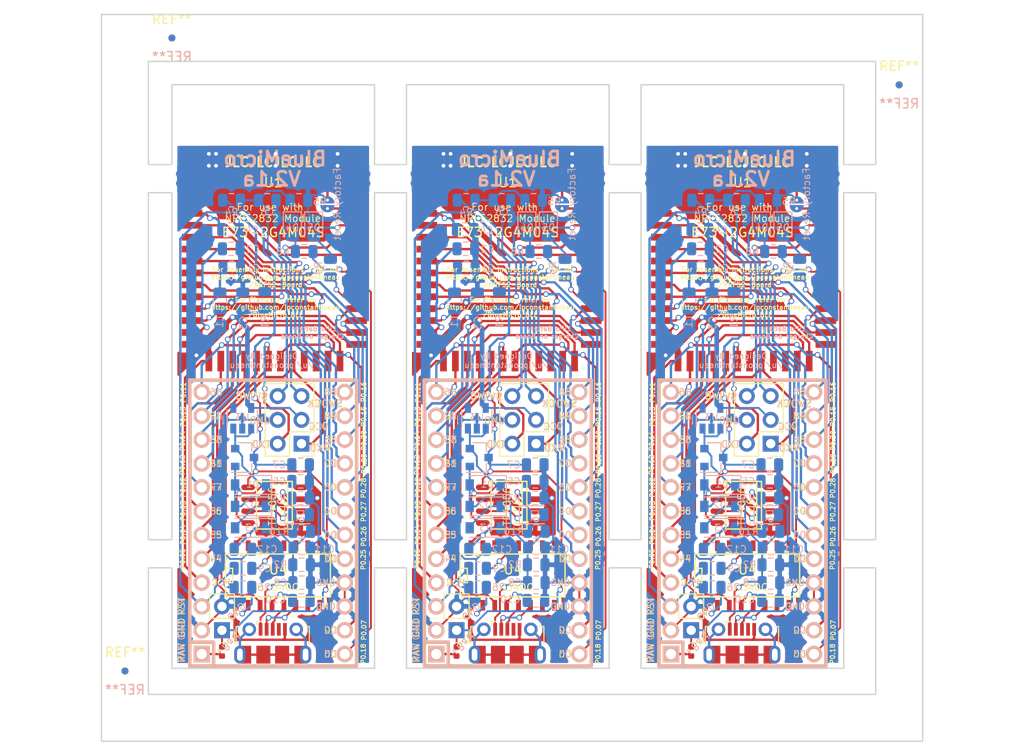
<source format=kicad_pcb>
(kicad_pcb (version 20171130) (host pcbnew "(5.0.0)")
  (layers (0 F.Cu signal) (31 B.Cu signal) (34 B.Paste user) (35 F.Paste user) (36 B.SilkS user) (37 F.SilkS user) (38 B.Mask user) (39 F.Mask user) (44 Edge.Cuts user))
  (net 0 "")
  (net 1 GND)
  (net 2 "Net-(C1-Pad1)")
  (net 3 "Net-(C2-Pad1)")
  (net 4 VCC)
  (net 5 SWDIO)
  (net 6 RESET)
  (net 7 SWDCLK)
  (net 8 "Net-(L1-Pad2)")
  (net 9 SCK)
  (net 10 /P0.11)
  (net 11 RXD)
  (net 12 TXD)
  (net 13 /P0.05)
  (net 14 /P0.04)
  (net 15 /P0.03)
  (net 16 /P0.02)
  (net 17 MOSI)
  (net 18 MISO)
  (net 19 /P0.15)
  (net 20 /P0.16)
  (net 21 SDA)
  (net 22 SCL)
  (net 23 /P0.27)
  (net 24 /P0.28)
  (net 25 /P0.29)
  (net 26 /P0.30)
  (net 27 "Net-(JP2-Pad1)")
  (net 28 /P0.07)
  (net 29 "Net-(C4-Pad1)")
  (net 30 "Net-(J1-Pad6)")
  (net 31 /Data-)
  (net 32 /VBus)
  (net 33 /Data+)
  (net 34 "Net-(C5-Pad1)")
  (net 35 /VBatt)
  (net 36 "Net-(R3-Pad1)")
  (net 37 /DTR)
  (net 38 "Net-(R6-Pad2)")
  (net 39 /P0.31)
  (net 40 "Net-(C10-Pad1)")
  (net 41 "Net-(C12-Pad1)")
  (net 42 "Net-(D2-Pad1)")
  (net 43 "Net-(R7-Pad2)")
  (net 44 SWO)
  (net 45 "Net-(D4-Pad2)")
  (net 46 "Net-(D5-Pad2)")
  (net 47 /LED2)
  (net 48 /LED1)
  (net 49 "Net-(D6-Pad1)")
  (net 50 "Net-(D6-Pad2)")
  (module Keebio-Parts:breakaway-mousebites (layer F.Cu) (at 114.09434 87.5 270)
    (fp_text reference REF** hide)
    (fp_text value breakaway-mousebites hide)
    (pad "" np_thru_hole circle (at -1.016 -0.2 270) (size 0.508 0.508) (drill 0.508) (layers *.Cu *.Mask))
    (pad "" np_thru_hole circle (at 1.016 -0.2 270) (size 0.508 0.508) (drill 0.508) (layers *.Cu *.Mask))
    (pad "" np_thru_hole circle (at 0 -0.2 270) (size 0.508 0.508) (drill 0.508) (layers *.Cu *.Mask))
  )
  (module Keebio-Parts:breakaway-mousebites (layer F.Cu) (at 89.09434 87.5 270)
    (fp_text reference REF** hide)
    (fp_text value breakaway-mousebites hide)
    (pad "" np_thru_hole circle (at -1.016 -0.2 270) (size 0.508 0.508) (drill 0.508) (layers *.Cu *.Mask))
    (pad "" np_thru_hole circle (at 1.016 -0.2 270) (size 0.508 0.508) (drill 0.508) (layers *.Cu *.Mask))
    (pad "" np_thru_hole circle (at 0 -0.2 270) (size 0.508 0.508) (drill 0.508) (layers *.Cu *.Mask))
  )
  (module Keebio-Parts:breakaway-mousebites (layer F.Cu) (at 92.5 87.5 90)
    (fp_text reference REF** hide)
    (fp_text value breakaway-mousebites hide)
    (pad "" np_thru_hole circle (at 0 -0.2 90) (size 0.508 0.508) (drill 0.508) (layers *.Cu *.Mask))
    (pad "" np_thru_hole circle (at 1.016 -0.2 90) (size 0.508 0.508) (drill 0.508) (layers *.Cu *.Mask))
    (pad "" np_thru_hole circle (at -1.016 -0.2 90) (size 0.508 0.508) (drill 0.508) (layers *.Cu *.Mask))
  )
  (module Keebio-Parts:breakaway-mousebites (layer F.Cu) (at 67.5 87.5 90)
    (fp_text reference REF** hide)
    (fp_text value breakaway-mousebites hide)
    (pad "" np_thru_hole circle (at 0 -0.2 90) (size 0.508 0.508) (drill 0.508) (layers *.Cu *.Mask))
    (pad "" np_thru_hole circle (at 1.016 -0.2 90) (size 0.508 0.508) (drill 0.508) (layers *.Cu *.Mask))
    (pad "" np_thru_hole circle (at -1.016 -0.2 90) (size 0.508 0.508) (drill 0.508) (layers *.Cu *.Mask))
  )
  (module Keebio-Parts:breakaway-mousebites (layer F.Cu) (at 114.09434 47.499999 270)
    (fp_text reference REF** hide)
    (fp_text value breakaway-mousebites hide)
    (pad "" np_thru_hole circle (at 0 -0.2 270) (size 0.508 0.508) (drill 0.508) (layers *.Cu *.Mask))
    (pad "" np_thru_hole circle (at 1.016 -0.2 270) (size 0.508 0.508) (drill 0.508) (layers *.Cu *.Mask))
    (pad "" np_thru_hole circle (at -1.016 -0.2 270) (size 0.508 0.508) (drill 0.508) (layers *.Cu *.Mask))
  )
  (module Keebio-Parts:breakaway-mousebites (layer F.Cu) (at 89.09434 47.499999 270)
    (fp_text reference REF** hide)
    (fp_text value breakaway-mousebites hide)
    (pad "" np_thru_hole circle (at 0 -0.2 270) (size 0.508 0.508) (drill 0.508) (layers *.Cu *.Mask))
    (pad "" np_thru_hole circle (at 1.016 -0.2 270) (size 0.508 0.508) (drill 0.508) (layers *.Cu *.Mask))
    (pad "" np_thru_hole circle (at -1.016 -0.2 270) (size 0.508 0.508) (drill 0.508) (layers *.Cu *.Mask))
  )
  (module Keebio-Parts:breakaway-mousebites (layer F.Cu) (at 92.5 47.5 90)
    (fp_text reference REF** hide)
    (fp_text value breakaway-mousebites hide)
    (pad "" np_thru_hole circle (at -1.016 -0.2 90) (size 0.508 0.508) (drill 0.508) (layers *.Cu *.Mask))
    (pad "" np_thru_hole circle (at 1.016 -0.2 90) (size 0.508 0.508) (drill 0.508) (layers *.Cu *.Mask))
    (pad "" np_thru_hole circle (at 0 -0.2 90) (size 0.508 0.508) (drill 0.508) (layers *.Cu *.Mask))
  )
  (module Keebio-Parts:breakaway-mousebites (layer F.Cu) (at 67.5 47.5 90)
    (fp_text reference REF** hide)
    (fp_text value breakaway-mousebites hide)
    (pad "" np_thru_hole circle (at -1.016 -0.2 90) (size 0.508 0.508) (drill 0.508) (layers *.Cu *.Mask))
    (pad "" np_thru_hole circle (at 1.016 -0.2 90) (size 0.508 0.508) (drill 0.508) (layers *.Cu *.Mask))
    (pad "" np_thru_hole circle (at 0 -0.2 90) (size 0.508 0.508) (drill 0.508) (layers *.Cu *.Mask))
  )
  (module Resistor_SMD:R_0805_2012Metric (layer B.Cu) (at 109.39534 57.04774 90)
    (fp_text reference R9 (at 0 -1.27 90) (layer B.SilkS) (effects (font (size 0.75 0.75) (thickness 0.1)) (justify mirror)))
    (fp_text value 1k)
    (pad 1 smd roundrect (at -0.9375 0 90) (size 0.975 1.4) (layers B.Cu B.Paste B.Mask) (net 48 /LED1))
    (pad 2 smd roundrect (at 0.9375 0 90) (size 0.975 1.4) (layers B.Cu B.Paste B.Mask) (net 46 "Net-(D5-Pad2)"))
  )
  (module Resistor_SMD:R_0805_2012Metric (layer B.Cu) (at 84.39534 57.04774 90)
    (fp_text reference R9 (at 0 -1.27 90) (layer B.SilkS) (effects (font (size 0.75 0.75) (thickness 0.1)) (justify mirror)))
    (fp_text value 1k)
    (pad 1 smd roundrect (at -0.9375 0 90) (size 0.975 1.4) (layers B.Cu B.Paste B.Mask) (net 48 /LED1))
    (pad 2 smd roundrect (at 0.9375 0 90) (size 0.975 1.4) (layers B.Cu B.Paste B.Mask) (net 46 "Net-(D5-Pad2)"))
  )
  (module LED_SMD:LED_0805_2012Metric (layer B.Cu) (at 106.22034 83.33674)
    (fp_text reference D6 (at 0 0.127 90) (layer B.SilkS) (effects (font (size 0.75 0.75) (thickness 0.1)) (justify mirror)))
    (fp_text value RED)
    (pad 2 smd roundrect (at 0.9375 0) (size 0.975 1.4) (layers B.Cu B.Paste B.Mask) (net 50 "Net-(D6-Pad2)"))
    (pad 1 smd roundrect (at -0.9375 0) (size 0.975 1.4) (layers B.Cu B.Paste B.Mask) (net 49 "Net-(D6-Pad1)"))
  )
  (module LED_SMD:LED_0805_2012Metric (layer B.Cu) (at 81.22034 83.33674)
    (fp_text reference D6 (at 0 0.127 90) (layer B.SilkS) (effects (font (size 0.75 0.75) (thickness 0.1)) (justify mirror)))
    (fp_text value RED)
    (pad 2 smd roundrect (at 0.9375 0) (size 0.975 1.4) (layers B.Cu B.Paste B.Mask) (net 50 "Net-(D6-Pad2)"))
    (pad 1 smd roundrect (at -0.9375 0) (size 0.975 1.4) (layers B.Cu B.Paste B.Mask) (net 49 "Net-(D6-Pad1)"))
  )
  (module Resistor_SMD:R_0805_2012Metric (layer B.Cu) (at 106.60134 55.26974 180)
    (fp_text reference R8 (at 2.286 0 180) (layer B.SilkS) (effects (font (size 0.75 0.75) (thickness 0.1)) (justify mirror)))
    (fp_text value 1k)
    (pad 2 smd roundrect (at 0.9375 0 180) (size 0.975 1.4) (layers B.Cu B.Paste B.Mask) (net 45 "Net-(D4-Pad2)"))
    (pad 1 smd roundrect (at -0.9375 0 180) (size 0.975 1.4) (layers B.Cu B.Paste B.Mask) (net 47 /LED2))
  )
  (module Resistor_SMD:R_0805_2012Metric (layer B.Cu) (at 81.60134 55.26974 180)
    (fp_text reference R8 (at 2.286 0 180) (layer B.SilkS) (effects (font (size 0.75 0.75) (thickness 0.1)) (justify mirror)))
    (fp_text value 1k)
    (pad 2 smd roundrect (at 0.9375 0 180) (size 0.975 1.4) (layers B.Cu B.Paste B.Mask) (net 45 "Net-(D4-Pad2)"))
    (pad 1 smd roundrect (at -0.9375 0 180) (size 0.975 1.4) (layers B.Cu B.Paste B.Mask) (net 47 /LED2))
  )
  (module Package_TO_SOT_SMD:SOT-23-5 (layer B.Cu) (at 99.99734 73.04974 90)
    (fp_text reference U3 (at 0.09018 0.02536 180) (layer B.SilkS) (effects (font (size 0.75 0.75) (thickness 0.1)) (justify mirror)))
    (fp_text value AP2112K-3.3)
    (pad 5 smd rect (at 1.1 0.95 90) (size 1.06 0.65) (layers B.Cu B.Paste B.Mask) (net 4 VCC))
    (pad 4 smd rect (at 1.1 -0.95 90) (size 1.06 0.65) (layers B.Cu B.Paste B.Mask))
    (pad 3 smd rect (at -1.1 -0.95 90) (size 1.06 0.65) (layers B.Cu B.Paste B.Mask) (net 34 "Net-(C5-Pad1)"))
    (pad 2 smd rect (at -1.1 0 90) (size 1.06 0.65) (layers B.Cu B.Paste B.Mask) (net 1 GND))
    (pad 1 smd rect (at -1.1 0.95 90) (size 1.06 0.65) (layers B.Cu B.Paste B.Mask) (net 34 "Net-(C5-Pad1)"))
  )
  (module Package_TO_SOT_SMD:SOT-23-5 (layer B.Cu) (at 74.99734 73.04974 90)
    (fp_text reference U3 (at 0.09018 0.02536 180) (layer B.SilkS) (effects (font (size 0.75 0.75) (thickness 0.1)) (justify mirror)))
    (fp_text value AP2112K-3.3)
    (pad 5 smd rect (at 1.1 0.95 90) (size 1.06 0.65) (layers B.Cu B.Paste B.Mask) (net 4 VCC))
    (pad 4 smd rect (at 1.1 -0.95 90) (size 1.06 0.65) (layers B.Cu B.Paste B.Mask))
    (pad 3 smd rect (at -1.1 -0.95 90) (size 1.06 0.65) (layers B.Cu B.Paste B.Mask) (net 34 "Net-(C5-Pad1)"))
    (pad 2 smd rect (at -1.1 0 90) (size 1.06 0.65) (layers B.Cu B.Paste B.Mask) (net 1 GND))
    (pad 1 smd rect (at -1.1 0.95 90) (size 1.06 0.65) (layers B.Cu B.Paste B.Mask) (net 34 "Net-(C5-Pad1)"))
  )
  (module LED_SMD:LED_0805_2012Metric (layer B.Cu) (at 105.33134 52.72974 270)
    (fp_text reference D4 (at 0 0) (layer B.SilkS) (effects (font (size 0.75 0.75) (thickness 0.1)) (justify mirror)))
    (fp_text value BLUE)
    (pad 2 smd roundrect (at 0.9375 0 270) (size 0.975 1.4) (layers B.Cu B.Paste B.Mask) (net 45 "Net-(D4-Pad2)"))
    (pad 1 smd roundrect (at -0.9375 0 270) (size 0.975 1.4) (layers B.Cu B.Paste B.Mask) (net 1 GND))
  )
  (module LED_SMD:LED_0805_2012Metric (layer B.Cu) (at 80.33134 52.72974 270)
    (fp_text reference D4 (at 0 0) (layer B.SilkS) (effects (font (size 0.75 0.75) (thickness 0.1)) (justify mirror)))
    (fp_text value BLUE)
    (pad 2 smd roundrect (at 0.9375 0 270) (size 0.975 1.4) (layers B.Cu B.Paste B.Mask) (net 45 "Net-(D4-Pad2)"))
    (pad 1 smd roundrect (at -0.9375 0 270) (size 0.975 1.4) (layers B.Cu B.Paste B.Mask) (net 1 GND))
  )
  (module Resistor_SMD:R_0805_2012Metric (layer B.Cu) (at 106.34734 85.11474)
    (fp_text reference R10 (at -2.413 0) (layer B.SilkS) (effects (font (size 0.75 0.75) (thickness 0.1)) (justify mirror)))
    (fp_text value 1k)
    (pad 2 smd roundrect (at 0.9375 0) (size 0.975 1.4) (layers B.Cu B.Paste B.Mask) (net 32 /VBus))
    (pad 1 smd roundrect (at -0.9375 0) (size 0.975 1.4) (layers B.Cu B.Paste B.Mask) (net 50 "Net-(D6-Pad2)"))
  )
  (module Resistor_SMD:R_0805_2012Metric (layer B.Cu) (at 81.34734 85.11474)
    (fp_text reference R10 (at -2.413 0) (layer B.SilkS) (effects (font (size 0.75 0.75) (thickness 0.1)) (justify mirror)))
    (fp_text value 1k)
    (pad 2 smd roundrect (at 0.9375 0) (size 0.975 1.4) (layers B.Cu B.Paste B.Mask) (net 32 /VBus))
    (pad 1 smd roundrect (at -0.9375 0) (size 0.975 1.4) (layers B.Cu B.Paste B.Mask) (net 50 "Net-(D6-Pad2)"))
  )
  (module LED_SMD:LED_0805_2012Metric (layer B.Cu) (at 107.61734 52.72974 270)
    (fp_text reference D5 (at 0 0) (layer B.SilkS) (effects (font (size 0.75 0.75) (thickness 0.1)) (justify mirror)))
    (fp_text value RED)
    (pad 1 smd roundrect (at -0.9375 0 270) (size 0.975 1.4) (layers B.Cu B.Paste B.Mask) (net 1 GND))
    (pad 2 smd roundrect (at 0.9375 0 270) (size 0.975 1.4) (layers B.Cu B.Paste B.Mask) (net 46 "Net-(D5-Pad2)"))
  )
  (module LED_SMD:LED_0805_2012Metric (layer B.Cu) (at 82.61734 52.72974 270)
    (fp_text reference D5 (at 0 0) (layer B.SilkS) (effects (font (size 0.75 0.75) (thickness 0.1)) (justify mirror)))
    (fp_text value RED)
    (pad 1 smd roundrect (at -0.9375 0 270) (size 0.975 1.4) (layers B.Cu B.Paste B.Mask) (net 1 GND))
    (pad 2 smd roundrect (at 0.9375 0 270) (size 0.975 1.4) (layers B.Cu B.Paste B.Mask) (net 46 "Net-(D5-Pad2)"))
  )
  (module Resistor_SMD:R_0805_2012Metric (layer B.Cu) (at 106.04484 49.80874)
    (fp_text reference R5 (at 2.2075 0.127) (layer B.SilkS) (effects (font (size 0.75 0.75) (thickness 0.1)) (justify mirror)))
    (fp_text value 2M)
    (pad 2 smd roundrect (at 0.9375 0) (size 0.975 1.4) (layers B.Cu B.Paste B.Mask) (net 1 GND))
    (pad 1 smd roundrect (at -0.9375 0) (size 0.975 1.4) (layers B.Cu B.Paste B.Mask) (net 39 /P0.31))
  )
  (module Resistor_SMD:R_0805_2012Metric (layer B.Cu) (at 81.04484 49.80874)
    (fp_text reference R5 (at 2.2075 0.127) (layer B.SilkS) (effects (font (size 0.75 0.75) (thickness 0.1)) (justify mirror)))
    (fp_text value 2M)
    (pad 2 smd roundrect (at 0.9375 0) (size 0.975 1.4) (layers B.Cu B.Paste B.Mask) (net 1 GND))
    (pad 1 smd roundrect (at -0.9375 0) (size 0.975 1.4) (layers B.Cu B.Paste B.Mask) (net 39 /P0.31))
  )
  (module Resistor_SMD:R_0805_2012Metric (layer B.Cu) (at 98.85942 49.8062)
    (fp_text reference R4 (at -0.00508 1.27254) (layer B.SilkS) (effects (font (size 0.75 0.75) (thickness 0.1)) (justify mirror)))
    (fp_text value 806K)
    (pad 2 smd roundrect (at 0.9375 0) (size 0.975 1.4) (layers B.Cu B.Paste B.Mask) (net 39 /P0.31))
    (pad 1 smd roundrect (at -0.9375 0) (size 0.975 1.4) (layers B.Cu B.Paste B.Mask) (net 35 /VBatt))
  )
  (module Resistor_SMD:R_0805_2012Metric (layer B.Cu) (at 73.85942 49.8062)
    (fp_text reference R4 (at -0.00508 1.27254) (layer B.SilkS) (effects (font (size 0.75 0.75) (thickness 0.1)) (justify mirror)))
    (fp_text value 806K)
    (pad 2 smd roundrect (at 0.9375 0) (size 0.975 1.4) (layers B.Cu B.Paste B.Mask) (net 39 /P0.31))
    (pad 1 smd roundrect (at -0.9375 0) (size 0.975 1.4) (layers B.Cu B.Paste B.Mask) (net 35 /VBatt))
  )
  (module Resistor_SMD:R_0805_2012Metric (layer B.Cu) (at 106.22034 81.55874)
    (fp_text reference R3 (at -2.286 0) (layer B.SilkS) (effects (font (size 0.75 0.75) (thickness 0.1)) (justify mirror)))
    (fp_text value 10K)
    (pad 1 smd roundrect (at -0.9375 0) (size 0.975 1.4) (layers B.Cu B.Paste B.Mask) (net 36 "Net-(R3-Pad1)"))
    (pad 2 smd roundrect (at 0.9375 0) (size 0.975 1.4) (layers B.Cu B.Paste B.Mask) (net 1 GND))
  )
  (module Resistor_SMD:R_0805_2012Metric (layer B.Cu) (at 81.22034 81.55874)
    (fp_text reference R3 (at -2.286 0) (layer B.SilkS) (effects (font (size 0.75 0.75) (thickness 0.1)) (justify mirror)))
    (fp_text value 10K)
    (pad 1 smd roundrect (at -0.9375 0) (size 0.975 1.4) (layers B.Cu B.Paste B.Mask) (net 36 "Net-(R3-Pad1)"))
    (pad 2 smd roundrect (at 0.9375 0) (size 0.975 1.4) (layers B.Cu B.Paste B.Mask) (net 1 GND))
  )
  (module Resistor_SMD:R_0805_2012Metric (layer B.Cu) (at 102.405261 60.480561 270)
    (fp_text reference R1 (at 2.282179 -0.005079 270) (layer B.SilkS) (effects (font (size 0.75 0.75) (thickness 0.1)) (justify mirror)))
    (fp_text value 10k)
    (pad 1 smd roundrect (at -0.9375 0 270) (size 0.975 1.4) (layers B.Cu B.Paste B.Mask) (net 6 RESET))
    (pad 2 smd roundrect (at 0.9375 0 270) (size 0.975 1.4) (layers B.Cu B.Paste B.Mask) (net 4 VCC))
  )
  (module Resistor_SMD:R_0805_2012Metric (layer B.Cu) (at 77.405261 60.480561 270)
    (fp_text reference R1 (at 2.282179 -0.005079 270) (layer B.SilkS) (effects (font (size 0.75 0.75) (thickness 0.1)) (justify mirror)))
    (fp_text value 10k)
    (pad 1 smd roundrect (at -0.9375 0 270) (size 0.975 1.4) (layers B.Cu B.Paste B.Mask) (net 6 RESET))
    (pad 2 smd roundrect (at 0.9375 0 270) (size 0.975 1.4) (layers B.Cu B.Paste B.Mask) (net 4 VCC))
  )
  (module Diode_SMD:D_SOD-123 (layer B.Cu) (at 100.88634 82.44774 180)
    (fp_text reference D2 (at -0.001 0.127 180) (layer B.SilkS) (effects (font (size 0.75 0.75) (thickness 0.1)) (justify mirror)))
    (fp_text value D)
    (pad 1 smd rect (at -1.65 0 180) (size 0.9 1.2) (layers B.Cu B.Paste B.Mask) (net 42 "Net-(D2-Pad1)"))
    (pad 2 smd rect (at 1.65 0 180) (size 0.9 1.2) (layers B.Cu B.Paste B.Mask) (net 32 /VBus))
  )
  (module Diode_SMD:D_SOD-123 (layer B.Cu) (at 75.88634 82.44774 180)
    (fp_text reference D2 (at -0.001 0.127 180) (layer B.SilkS) (effects (font (size 0.75 0.75) (thickness 0.1)) (justify mirror)))
    (fp_text value D)
    (pad 1 smd rect (at -1.65 0 180) (size 0.9 1.2) (layers B.Cu B.Paste B.Mask) (net 42 "Net-(D2-Pad1)"))
    (pad 2 smd rect (at 1.65 0 180) (size 0.9 1.2) (layers B.Cu B.Paste B.Mask) (net 32 /VBus))
  )
  (module Resistor_SMD:R_0805_2012Metric (layer B.Cu) (at 100.07584 89.05174)
    (fp_text reference C9 (at 2.30664 0) (layer B.SilkS) (effects (font (size 0.75 0.75) (thickness 0.1)) (justify mirror)))
    (fp_text value 0.1uF)
    (pad 1 smd roundrect (at -0.9375 0) (size 0.975 1.4) (layers B.Cu B.Paste B.Mask) (net 6 RESET))
    (pad 2 smd roundrect (at 0.9375 0) (size 0.975 1.4) (layers B.Cu B.Paste B.Mask) (net 37 /DTR))
  )
  (module Resistor_SMD:R_0805_2012Metric (layer B.Cu) (at 75.07584 89.05174)
    (fp_text reference C9 (at 2.30664 0) (layer B.SilkS) (effects (font (size 0.75 0.75) (thickness 0.1)) (justify mirror)))
    (fp_text value 0.1uF)
    (pad 1 smd roundrect (at -0.9375 0) (size 0.975 1.4) (layers B.Cu B.Paste B.Mask) (net 6 RESET))
    (pad 2 smd roundrect (at 0.9375 0) (size 0.975 1.4) (layers B.Cu B.Paste B.Mask) (net 37 /DTR))
  )
  (module Resistor_SMD:R_0805_2012Metric (layer B.Cu) (at 102.66434 49.80874)
    (fp_text reference C6 (at 0 1.27) (layer B.SilkS) (effects (font (size 0.75 0.75) (thickness 0.1)) (justify mirror)))
    (fp_text value 1nF)
    (pad 1 smd roundrect (at -0.9375 0) (size 0.975 1.4) (layers B.Cu B.Paste B.Mask) (net 39 /P0.31))
    (pad 2 smd roundrect (at 0.9375 0) (size 0.975 1.4) (layers B.Cu B.Paste B.Mask) (net 1 GND))
  )
  (module Resistor_SMD:R_0805_2012Metric (layer B.Cu) (at 77.66434 49.80874)
    (fp_text reference C6 (at 0 1.27) (layer B.SilkS) (effects (font (size 0.75 0.75) (thickness 0.1)) (justify mirror)))
    (fp_text value 1nF)
    (pad 1 smd roundrect (at -0.9375 0) (size 0.975 1.4) (layers B.Cu B.Paste B.Mask) (net 39 /P0.31))
    (pad 2 smd roundrect (at 0.9375 0) (size 0.975 1.4) (layers B.Cu B.Paste B.Mask) (net 1 GND))
  )
  (module Resistor_SMD:R_0805_2012Metric (layer B.Cu) (at 100.07584 87.01974)
    (fp_text reference C12 (at 2.5885 0) (layer B.SilkS) (effects (font (size 0.75 0.75) (thickness 0.1)) (justify mirror)))
    (fp_text value 100nF)
    (pad 1 smd roundrect (at -0.9375 0) (size 0.975 1.4) (layers B.Cu B.Paste B.Mask) (net 41 "Net-(C12-Pad1)"))
    (pad 2 smd roundrect (at 0.9375 0) (size 0.975 1.4) (layers B.Cu B.Paste B.Mask) (net 1 GND))
  )
  (module Resistor_SMD:R_0805_2012Metric (layer B.Cu) (at 75.07584 87.01974)
    (fp_text reference C12 (at 2.5885 0) (layer B.SilkS) (effects (font (size 0.75 0.75) (thickness 0.1)) (justify mirror)))
    (fp_text value 100nF)
    (pad 1 smd roundrect (at -0.9375 0) (size 0.975 1.4) (layers B.Cu B.Paste B.Mask) (net 41 "Net-(C12-Pad1)"))
    (pad 2 smd roundrect (at 0.9375 0) (size 0.975 1.4) (layers B.Cu B.Paste B.Mask) (net 1 GND))
  )
  (module Resistor_SMD:R_0805_2012Metric (layer B.Cu) (at 106.22034 78.00274)
    (fp_text reference C7 (at -2.286 0) (layer B.SilkS) (effects (font (size 0.75 0.75) (thickness 0.1)) (justify mirror)))
    (fp_text value 10uF)
    (pad 2 smd roundrect (at 0.9375 0) (size 0.975 1.4) (layers B.Cu B.Paste B.Mask) (net 1 GND))
    (pad 1 smd roundrect (at -0.9375 0) (size 0.975 1.4) (layers B.Cu B.Paste B.Mask) (net 35 /VBatt))
  )
  (module Resistor_SMD:R_0805_2012Metric (layer B.Cu) (at 81.22034 78.00274)
    (fp_text reference C7 (at -2.286 0) (layer B.SilkS) (effects (font (size 0.75 0.75) (thickness 0.1)) (justify mirror)))
    (fp_text value 10uF)
    (pad 2 smd roundrect (at 0.9375 0) (size 0.975 1.4) (layers B.Cu B.Paste B.Mask) (net 1 GND))
    (pad 1 smd roundrect (at -0.9375 0) (size 0.975 1.4) (layers B.Cu B.Paste B.Mask) (net 35 /VBatt))
  )
  (module Resistor_SMD:R_0805_2012Metric (layer B.Cu) (at 106.3194 88.67074)
    (fp_text reference R2 (at -2.25806 0) (layer B.SilkS) (effects (font (size 0.75 0.75) (thickness 0.1)) (justify mirror)))
    (fp_text value 100K)
    (pad 2 smd roundrect (at 0.9375 0) (size 0.975 1.4) (layers B.Cu B.Paste B.Mask) (net 1 GND))
    (pad 1 smd roundrect (at -0.9375 0) (size 0.975 1.4) (layers B.Cu B.Paste B.Mask) (net 32 /VBus))
  )
  (module Resistor_SMD:R_0805_2012Metric (layer B.Cu) (at 81.3194 88.67074)
    (fp_text reference R2 (at -2.25806 0) (layer B.SilkS) (effects (font (size 0.75 0.75) (thickness 0.1)) (justify mirror)))
    (fp_text value 100K)
    (pad 2 smd roundrect (at 0.9375 0) (size 0.975 1.4) (layers B.Cu B.Paste B.Mask) (net 1 GND))
    (pad 1 smd roundrect (at -0.9375 0) (size 0.975 1.4) (layers B.Cu B.Paste B.Mask) (net 32 /VBus))
  )
  (module Resistor_SMD:R_0805_2012Metric (layer B.Cu) (at 106.34734 86.89274)
    (fp_text reference C11 (at 2.413 0.127) (layer B.SilkS) (effects (font (size 0.75 0.75) (thickness 0.1)) (justify mirror)))
    (fp_text value 100nF)
    (pad 2 smd roundrect (at 0.9375 0) (size 0.975 1.4) (layers B.Cu B.Paste B.Mask) (net 1 GND))
    (pad 1 smd roundrect (at -0.9375 0) (size 0.975 1.4) (layers B.Cu B.Paste B.Mask) (net 32 /VBus))
  )
  (module Resistor_SMD:R_0805_2012Metric (layer B.Cu) (at 81.34734 86.89274)
    (fp_text reference C11 (at 2.413 0.127) (layer B.SilkS) (effects (font (size 0.75 0.75) (thickness 0.1)) (justify mirror)))
    (fp_text value 100nF)
    (pad 2 smd roundrect (at 0.9375 0) (size 0.975 1.4) (layers B.Cu B.Paste B.Mask) (net 1 GND))
    (pad 1 smd roundrect (at -0.9375 0) (size 0.975 1.4) (layers B.Cu B.Paste B.Mask) (net 32 /VBus))
  )
  (module Resistor_SMD:R_0805_2012Metric (layer B.Cu) (at 106.33432 90.57574)
    (fp_text reference C8 (at -2.27298 0) (layer B.SilkS) (effects (font (size 0.75 0.75) (thickness 0.1)) (justify mirror)))
    (fp_text value 10uF)
    (pad 1 smd roundrect (at -0.9375 0) (size 0.975 1.4) (layers B.Cu B.Paste B.Mask) (net 32 /VBus))
    (pad 2 smd roundrect (at 0.9375 0) (size 0.975 1.4) (layers B.Cu B.Paste B.Mask) (net 1 GND))
  )
  (module Resistor_SMD:R_0805_2012Metric (layer B.Cu) (at 81.33432 90.57574)
    (fp_text reference C8 (at -2.27298 0) (layer B.SilkS) (effects (font (size 0.75 0.75) (thickness 0.1)) (justify mirror)))
    (fp_text value 10uF)
    (pad 1 smd roundrect (at -0.9375 0) (size 0.975 1.4) (layers B.Cu B.Paste B.Mask) (net 32 /VBus))
    (pad 2 smd roundrect (at 0.9375 0) (size 0.975 1.4) (layers B.Cu B.Paste B.Mask) (net 1 GND))
  )
  (module Diode_SMD:D_SOD-123 (layer B.Cu) (at 100.88734 84.73374 180)
    (fp_text reference D3 (at -0.127 0 180) (layer B.SilkS) (effects (font (size 0.75 0.75) (thickness 0.1)) (justify mirror)))
    (fp_text value D)
    (pad 2 smd rect (at 1.65 0 180) (size 0.9 1.2) (layers B.Cu B.Paste B.Mask) (net 42 "Net-(D2-Pad1)"))
    (pad 1 smd rect (at -1.65 0 180) (size 0.9 1.2) (layers B.Cu B.Paste B.Mask) (net 41 "Net-(C12-Pad1)"))
  )
  (module Diode_SMD:D_SOD-123 (layer B.Cu) (at 75.88734 84.73374 180)
    (fp_text reference D3 (at -0.127 0 180) (layer B.SilkS) (effects (font (size 0.75 0.75) (thickness 0.1)) (justify mirror)))
    (fp_text value D)
    (pad 2 smd rect (at 1.65 0 180) (size 0.9 1.2) (layers B.Cu B.Paste B.Mask) (net 42 "Net-(D2-Pad1)"))
    (pad 1 smd rect (at -1.65 0 180) (size 0.9 1.2) (layers B.Cu B.Paste B.Mask) (net 41 "Net-(C12-Pad1)"))
  )
  (module Resistor_SMD:R_0805_2012Metric (layer B.Cu) (at 106.29884 92.48074)
    (fp_text reference C10 (at -2.7455 -0.127) (layer B.SilkS) (effects (font (size 0.75 0.75) (thickness 0.1)) (justify mirror)))
    (fp_text value 100nF)
    (pad 1 smd roundrect (at -0.9375 0) (size 0.975 1.4) (layers B.Cu B.Paste B.Mask) (net 40 "Net-(C10-Pad1)"))
    (pad 2 smd roundrect (at 0.9375 0) (size 0.975 1.4) (layers B.Cu B.Paste B.Mask) (net 1 GND))
  )
  (module Resistor_SMD:R_0805_2012Metric (layer B.Cu) (at 81.29884 92.48074)
    (fp_text reference C10 (at -2.7455 -0.127) (layer B.SilkS) (effects (font (size 0.75 0.75) (thickness 0.1)) (justify mirror)))
    (fp_text value 100nF)
    (pad 1 smd roundrect (at -0.9375 0) (size 0.975 1.4) (layers B.Cu B.Paste B.Mask) (net 40 "Net-(C10-Pad1)"))
    (pad 2 smd roundrect (at 0.9375 0) (size 0.975 1.4) (layers B.Cu B.Paste B.Mask) (net 1 GND))
  )
  (module Inductor_SMD:L_0805_2012Metric (layer B.Cu) (at 97.61736 60.54024 270)
    (fp_text reference L1 (at 2.2225 0.03302 270) (layer B.SilkS) (effects (font (size 0.75 0.75) (thickness 0.1)) (justify mirror)))
    (fp_text value 10uH)
    (pad 2 smd roundrect (at 0.9375 0 270) (size 0.975 1.4) (layers B.Cu B.Paste B.Mask) (net 8 "Net-(L1-Pad2)"))
    (pad 1 smd roundrect (at -0.9375 0 270) (size 0.975 1.4) (layers B.Cu B.Paste B.Mask) (net 2 "Net-(C1-Pad1)"))
  )
  (module Inductor_SMD:L_0805_2012Metric (layer B.Cu) (at 72.61736 60.54024 270)
    (fp_text reference L1 (at 2.2225 0.03302 270) (layer B.SilkS) (effects (font (size 0.75 0.75) (thickness 0.1)) (justify mirror)))
    (fp_text value 10uH)
    (pad 2 smd roundrect (at 0.9375 0 270) (size 0.975 1.4) (layers B.Cu B.Paste B.Mask) (net 8 "Net-(L1-Pad2)"))
    (pad 1 smd roundrect (at -0.9375 0 270) (size 0.975 1.4) (layers B.Cu B.Paste B.Mask) (net 2 "Net-(C1-Pad1)"))
  )
  (module Diode_SMD:D_SOD-123 (layer B.Cu) (at 100.88734 80.16174 180)
    (fp_text reference D1 (at -0.23 0.09 180) (layer B.SilkS) (effects (font (size 0.75 0.75) (thickness 0.1)) (justify mirror)))
    (fp_text value MBR120)
    (pad 2 smd rect (at 1.65 0 180) (size 0.9 1.2) (layers B.Cu B.Paste B.Mask) (net 32 /VBus))
    (pad 1 smd rect (at -1.65 0 180) (size 0.9 1.2) (layers B.Cu B.Paste B.Mask) (net 34 "Net-(C5-Pad1)"))
  )
  (module Diode_SMD:D_SOD-123 (layer B.Cu) (at 75.88734 80.16174 180)
    (fp_text reference D1 (at -0.23 0.09 180) (layer B.SilkS) (effects (font (size 0.75 0.75) (thickness 0.1)) (justify mirror)))
    (fp_text value MBR120)
    (pad 2 smd rect (at 1.65 0 180) (size 0.9 1.2) (layers B.Cu B.Paste B.Mask) (net 32 /VBus))
    (pad 1 smd rect (at -1.65 0 180) (size 0.9 1.2) (layers B.Cu B.Paste B.Mask) (net 34 "Net-(C5-Pad1)"))
  )
  (module Resistor_SMD:R_0402_1005Metric (layer F.Cu) (at 97.83834 97.91874 270)
    (fp_text reference R7 hide)
    (fp_text value JUMP)
    (pad 2 smd roundrect (at 0.485 0 270) (size 0.59 0.64) (layers F.Cu F.Paste F.Mask) (net 43 "Net-(R7-Pad2)"))
    (pad 1 smd roundrect (at -0.485 0 270) (size 0.59 0.64) (layers F.Cu F.Paste F.Mask) (net 35 /VBatt))
  )
  (module Resistor_SMD:R_0402_1005Metric (layer F.Cu) (at 72.83834 97.91874 270)
    (fp_text reference R7 hide)
    (fp_text value JUMP)
    (pad 2 smd roundrect (at 0.485 0 270) (size 0.59 0.64) (layers F.Cu F.Paste F.Mask) (net 43 "Net-(R7-Pad2)"))
    (pad 1 smd roundrect (at -0.485 0 270) (size 0.59 0.64) (layers F.Cu F.Paste F.Mask) (net 35 /VBatt))
  )
  (module Resistor_SMD:R_0805_2012Metric (layer B.Cu) (at 100.07584 91.08374)
    (fp_text reference R6 (at 2.2644 0) (layer B.SilkS) (effects (font (size 0.75 0.75) (thickness 0.1)) (justify mirror)))
    (fp_text value 1K)
    (pad 2 smd roundrect (at 0.9375 0) (size 0.975 1.4) (layers B.Cu B.Paste B.Mask) (net 38 "Net-(R6-Pad2)"))
    (pad 1 smd roundrect (at -0.9375 0) (size 0.975 1.4) (layers B.Cu B.Paste B.Mask) (net 11 RXD))
  )
  (module Resistor_SMD:R_0805_2012Metric (layer B.Cu) (at 75.07584 91.08374)
    (fp_text reference R6 (at 2.2644 0) (layer B.SilkS) (effects (font (size 0.75 0.75) (thickness 0.1)) (justify mirror)))
    (fp_text value 1K)
    (pad 2 smd roundrect (at 0.9375 0) (size 0.975 1.4) (layers B.Cu B.Paste B.Mask) (net 38 "Net-(R6-Pad2)"))
    (pad 1 smd roundrect (at -0.9375 0) (size 0.975 1.4) (layers B.Cu B.Paste B.Mask) (net 11 RXD))
  )
  (module Resistor_SMD:R_0805_2012Metric (layer B.Cu) (at 106.22034 79.78074)
    (fp_text reference C5 (at -2.286 0) (layer B.SilkS) (effects (font (size 0.75 0.75) (thickness 0.1)) (justify mirror)))
    (fp_text value 10uF)
    (pad 1 smd roundrect (at -0.9375 0) (size 0.975 1.4) (layers B.Cu B.Paste B.Mask) (net 34 "Net-(C5-Pad1)"))
    (pad 2 smd roundrect (at 0.9375 0) (size 0.975 1.4) (layers B.Cu B.Paste B.Mask) (net 1 GND))
  )
  (module Resistor_SMD:R_0805_2012Metric (layer B.Cu) (at 81.22034 79.78074)
    (fp_text reference C5 (at -2.286 0) (layer B.SilkS) (effects (font (size 0.75 0.75) (thickness 0.1)) (justify mirror)))
    (fp_text value 10uF)
    (pad 1 smd roundrect (at -0.9375 0) (size 0.975 1.4) (layers B.Cu B.Paste B.Mask) (net 34 "Net-(C5-Pad1)"))
    (pad 2 smd roundrect (at 0.9375 0) (size 0.975 1.4) (layers B.Cu B.Paste B.Mask) (net 1 GND))
  )
  (module Resistor_SMD:R_0805_2012Metric (layer B.Cu) (at 98.7575 52.92024)
    (fp_text reference C4 (at 2.25584 0.0635) (layer B.SilkS) (effects (font (size 0.75 0.75) (thickness 0.1)) (justify mirror)))
    (fp_text value "100 pF")
    (pad 2 smd roundrect (at 0.9375 0) (size 0.975 1.4) (layers B.Cu B.Paste B.Mask) (net 1 GND))
    (pad 1 smd roundrect (at -0.9375 0) (size 0.975 1.4) (layers B.Cu B.Paste B.Mask) (net 29 "Net-(C4-Pad1)"))
  )
  (module Resistor_SMD:R_0805_2012Metric (layer B.Cu) (at 73.7575 52.92024)
    (fp_text reference C4 (at 2.25584 0.0635) (layer B.SilkS) (effects (font (size 0.75 0.75) (thickness 0.1)) (justify mirror)))
    (fp_text value "100 pF")
    (pad 2 smd roundrect (at 0.9375 0) (size 0.975 1.4) (layers B.Cu B.Paste B.Mask) (net 1 GND))
    (pad 1 smd roundrect (at -0.9375 0) (size 0.975 1.4) (layers B.Cu B.Paste B.Mask) (net 29 "Net-(C4-Pad1)"))
  )
  (module Resistor_SMD:R_0805_2012Metric (layer B.Cu) (at 100.05576 60.53992 90)
    (fp_text reference C3 (at -2.34982 0.06858 90) (layer B.SilkS) (effects (font (size 0.75 0.75) (thickness 0.1)) (justify mirror)))
    (fp_text value 10uF)
    (pad 1 smd roundrect (at -0.9375 0 90) (size 0.975 1.4) (layers B.Cu B.Paste B.Mask) (net 4 VCC))
    (pad 2 smd roundrect (at 0.9375 0 90) (size 0.975 1.4) (layers B.Cu B.Paste B.Mask) (net 1 GND))
  )
  (module Resistor_SMD:R_0805_2012Metric (layer B.Cu) (at 75.05576 60.53992 90)
    (fp_text reference C3 (at -2.34982 0.06858 90) (layer B.SilkS) (effects (font (size 0.75 0.75) (thickness 0.1)) (justify mirror)))
    (fp_text value 10uF)
    (pad 1 smd roundrect (at -0.9375 0 90) (size 0.975 1.4) (layers B.Cu B.Paste B.Mask) (net 4 VCC))
    (pad 2 smd roundrect (at 0.9375 0 90) (size 0.975 1.4) (layers B.Cu B.Paste B.Mask) (net 1 GND))
  )
  (module Resistor_SMD:R_0805_2012Metric (layer B.Cu) (at 98.82354 54.98018)
    (fp_text reference C2 (at 2.3168 0.03556) (layer B.SilkS) (effects (font (size 0.75 0.75) (thickness 0.1)) (justify mirror)))
    (fp_text value 0.1uF)
    (pad 2 smd roundrect (at 0.9375 0) (size 0.975 1.4) (layers B.Cu B.Paste B.Mask) (net 1 GND))
    (pad 1 smd roundrect (at -0.9375 0) (size 0.975 1.4) (layers B.Cu B.Paste B.Mask) (net 3 "Net-(C2-Pad1)"))
  )
  (module Resistor_SMD:R_0805_2012Metric (layer B.Cu) (at 73.82354 54.98018)
    (fp_text reference C2 (at 2.3168 0.03556) (layer B.SilkS) (effects (font (size 0.75 0.75) (thickness 0.1)) (justify mirror)))
    (fp_text value 0.1uF)
    (pad 2 smd roundrect (at 0.9375 0) (size 0.975 1.4) (layers B.Cu B.Paste B.Mask) (net 1 GND))
    (pad 1 smd roundrect (at -0.9375 0) (size 0.975 1.4) (layers B.Cu B.Paste B.Mask) (net 3 "Net-(C2-Pad1)"))
  )
  (module E73:SolderJumperSingle (layer F.Cu) (at 109.08038 50.238 90)
    (fp_text reference JP2 hide)
    (fp_text value "Factory Reset" (at 0.02826 1.03896 90) (layer B.SilkS) (effects (font (size 0.75 0.75) (thickness 0.1)) (justify mirror)))
    (fp_poly (pts (xy 0.1 0.75) (xy 0.3565 0.7048) (xy 0.5821 0.5745) (xy 0.7495 0.375) (xy 0.8386 0.1302) (xy 0.8386 -0.1302) (xy 0.7495 -0.375) (xy 0.5821 -0.5745) (xy 0.3565 -0.7048) (xy 0.1 -0.75) (xy 0.1 0.75)) (layer B.Cu) (width 0.01))
    (fp_poly (pts (xy -0.1 -0.75) (xy -0.3565 -0.7048) (xy -0.5821 -0.5745) (xy -0.7495 -0.375) (xy -0.8386 -0.1302) (xy -0.8386 0.1302) (xy -0.7495 0.375) (xy -0.5821 0.5745) (xy -0.3565 0.7048) (xy -0.1 0.75) (xy -0.1 -0.75)) (layer B.Cu) (width 0.01))
    (fp_poly (pts (xy 0.1 0.75) (xy 0.3565 0.7048) (xy 0.5821 0.5745) (xy 0.7495 0.375) (xy 0.8386 0.1302) (xy 0.8386 -0.1302) (xy 0.7495 -0.375) (xy 0.5821 -0.5745) (xy 0.3565 -0.7048) (xy 0.1 -0.75) (xy 0.1 0.75)) (layer F.Cu) (width 0.01))
    (fp_poly (pts (xy -0.1 -0.75) (xy -0.3565 -0.7048) (xy -0.5821 -0.5745) (xy -0.7495 -0.375) (xy -0.8386 -0.1302) (xy -0.8386 0.1302) (xy -0.7495 0.375) (xy -0.5821 0.5745) (xy -0.3565 0.7048) (xy -0.1 0.75) (xy -0.1 -0.75)) (layer F.Cu) (width 0.01))
    (pad 2 thru_hole circle (at 0.45 0 90) (size 0.4 0.4) (drill 0.3) (layers *.Cu *.Mask) (net 1 GND))
    (pad 1 thru_hole circle (at -0.45 0 90) (size 0.4 0.4) (drill 0.3) (layers *.Cu *.Mask) (net 27 "Net-(JP2-Pad1)"))
    (pad 1 thru_hole circle (at -0.45 0 90) (size 0.4 0.4) (drill 0.3) (layers *.Cu *.Mask) (net 27 "Net-(JP2-Pad1)"))
    (pad 2 thru_hole circle (at 0.45 0 90) (size 0.4 0.4) (drill 0.3) (layers *.Cu *.Mask) (net 1 GND))
  )
  (module E73:SolderJumperSingle (layer F.Cu) (at 84.08038 50.238 90)
    (fp_text reference JP2 hide)
    (fp_text value "Factory Reset" (at 0.02826 1.03896 90) (layer B.SilkS) (effects (font (size 0.75 0.75) (thickness 0.1)) (justify mirror)))
    (fp_poly (pts (xy 0.1 0.75) (xy 0.3565 0.7048) (xy 0.5821 0.5745) (xy 0.7495 0.375) (xy 0.8386 0.1302) (xy 0.8386 -0.1302) (xy 0.7495 -0.375) (xy 0.5821 -0.5745) (xy 0.3565 -0.7048) (xy 0.1 -0.75) (xy 0.1 0.75)) (layer B.Cu) (width 0.01))
    (fp_poly (pts (xy -0.1 -0.75) (xy -0.3565 -0.7048) (xy -0.5821 -0.5745) (xy -0.7495 -0.375) (xy -0.8386 -0.1302) (xy -0.8386 0.1302) (xy -0.7495 0.375) (xy -0.5821 0.5745) (xy -0.3565 0.7048) (xy -0.1 0.75) (xy -0.1 -0.75)) (layer B.Cu) (width 0.01))
    (fp_poly (pts (xy 0.1 0.75) (xy 0.3565 0.7048) (xy 0.5821 0.5745) (xy 0.7495 0.375) (xy 0.8386 0.1302) (xy 0.8386 -0.1302) (xy 0.7495 -0.375) (xy 0.5821 -0.5745) (xy 0.3565 -0.7048) (xy 0.1 -0.75) (xy 0.1 0.75)) (layer F.Cu) (width 0.01))
    (fp_poly (pts (xy -0.1 -0.75) (xy -0.3565 -0.7048) (xy -0.5821 -0.5745) (xy -0.7495 -0.375) (xy -0.8386 -0.1302) (xy -0.8386 0.1302) (xy -0.7495 0.375) (xy -0.5821 0.5745) (xy -0.3565 0.7048) (xy -0.1 0.75) (xy -0.1 -0.75)) (layer F.Cu) (width 0.01))
    (pad 2 thru_hole circle (at 0.45 0 90) (size 0.4 0.4) (drill 0.3) (layers *.Cu *.Mask) (net 1 GND))
    (pad 1 thru_hole circle (at -0.45 0 90) (size 0.4 0.4) (drill 0.3) (layers *.Cu *.Mask) (net 27 "Net-(JP2-Pad1)"))
    (pad 1 thru_hole circle (at -0.45 0 90) (size 0.4 0.4) (drill 0.3) (layers *.Cu *.Mask) (net 27 "Net-(JP2-Pad1)"))
    (pad 2 thru_hole circle (at 0.45 0 90) (size 0.4 0.4) (drill 0.3) (layers *.Cu *.Mask) (net 1 GND))
  )
  (module TO_SOT_Packages_SMD:SOT-23 (layer B.Cu) (at 100.25134 77.24074)
    (fp_text reference Q1 hide)
    (fp_text value DMG3415U hide)
    (pad 3 smd rect (at 1 0) (size 0.9 0.8) (layers B.Cu B.Paste B.Mask) (net 35 /VBatt))
    (pad 2 smd rect (at -1 -0.95) (size 0.9 0.8) (layers B.Cu B.Paste B.Mask) (net 34 "Net-(C5-Pad1)"))
    (pad 1 smd rect (at -1 0.95) (size 0.9 0.8) (layers B.Cu B.Paste B.Mask) (net 32 /VBus))
  )
  (module TO_SOT_Packages_SMD:SOT-23 (layer B.Cu) (at 75.25134 77.24074)
    (fp_text reference Q1 hide)
    (fp_text value DMG3415U hide)
    (pad 3 smd rect (at 1 0) (size 0.9 0.8) (layers B.Cu B.Paste B.Mask) (net 35 /VBatt))
    (pad 2 smd rect (at -1 -0.95) (size 0.9 0.8) (layers B.Cu B.Paste B.Mask) (net 34 "Net-(C5-Pad1)"))
    (pad 1 smd rect (at -1 0.95) (size 0.9 0.8) (layers B.Cu B.Paste B.Mask) (net 32 /VBus))
  )
  (module Pin_Headers:Pin_Header_Straight_2x03_Pitch2.54mm (layer F.Cu) (at 106.30924 75.765 180)
    (fp_text reference J2)
    (fp_text value "Serial Connector")
    (pad 6 thru_hole oval (at 2.54 5.08 180) (size 1.7 1.7) (drill 1) (layers *.Cu *.Mask) (net 5 SWDIO))
    (pad 5 thru_hole oval (at 0 5.08 180) (size 1.7 1.7) (drill 1) (layers *.Cu *.Mask) (net 7 SWDCLK))
    (pad 4 thru_hole oval (at 2.54 2.54 180) (size 1.7 1.7) (drill 1) (layers *.Cu *.Mask) (net 1 GND))
    (pad 3 thru_hole oval (at 0 2.54 180) (size 1.7 1.7) (drill 1) (layers *.Cu *.Mask) (net 4 VCC))
    (pad 2 thru_hole oval (at 2.54 0 180) (size 1.7 1.7) (drill 1) (layers *.Cu *.Mask) (net 12 TXD))
    (pad 1 thru_hole rect (at 0 0 180) (size 1.7 1.7) (drill 1) (layers *.Cu *.Mask) (net 11 RXD))
  )
  (module Pin_Headers:Pin_Header_Straight_2x03_Pitch2.54mm (layer F.Cu) (at 81.30924 75.765 180)
    (fp_text reference J2)
    (fp_text value "Serial Connector")
    (pad 6 thru_hole oval (at 2.54 5.08 180) (size 1.7 1.7) (drill 1) (layers *.Cu *.Mask) (net 5 SWDIO))
    (pad 5 thru_hole oval (at 0 5.08 180) (size 1.7 1.7) (drill 1) (layers *.Cu *.Mask) (net 7 SWDCLK))
    (pad 4 thru_hole oval (at 2.54 2.54 180) (size 1.7 1.7) (drill 1) (layers *.Cu *.Mask) (net 1 GND))
    (pad 3 thru_hole oval (at 0 2.54 180) (size 1.7 1.7) (drill 1) (layers *.Cu *.Mask) (net 4 VCC))
    (pad 2 thru_hole oval (at 2.54 0 180) (size 1.7 1.7) (drill 1) (layers *.Cu *.Mask) (net 12 TXD))
    (pad 1 thru_hole rect (at 0 0 180) (size 1.7 1.7) (drill 1) (layers *.Cu *.Mask) (net 11 RXD))
  )
  (module E73:E73-2G4M04S (layer F.Cu) (at 103.29934 52.72974 180)
    (fp_text reference U1 (at 0 4.826 180) (layer F.SilkS))
    (fp_text value E73-2G4M04S (at 0 -0.5 180) (layer F.SilkS))
    (pad 15 smd rect (at 8.636 -12.446 180) (size 2.2 0.72) (layers F.Cu F.Paste F.Mask) (net 1 GND))
    (pad 14 smd rect (at 8.636 -11.176 180) (size 2.2 0.72) (layers F.Cu F.Paste F.Mask) (net 3 "Net-(C2-Pad1)"))
    (pad 13 smd rect (at 8.636 -9.906 180) (size 2.2 0.72) (layers F.Cu F.Paste F.Mask) (net 8 "Net-(L1-Pad2)"))
    (pad 12 smd rect (at 8.636 -8.636 180) (size 2.2 0.72) (layers F.Cu F.Paste F.Mask) (net 2 "Net-(C1-Pad1)"))
    (pad 11 smd rect (at 8.636 -7.366 180) (size 2.2 0.72) (layers F.Cu F.Paste F.Mask) (net 39 /P0.31))
    (pad 10 smd rect (at 8.636 -6.096 180) (size 2.2 0.72) (layers F.Cu F.Paste F.Mask) (net 26 /P0.30))
    (pad 9 smd rect (at 8.636 -4.826 180) (size 2.2 0.72) (layers F.Cu F.Paste F.Mask) (net 25 /P0.29))
    (pad 8 smd rect (at 8.636 -3.556 180) (size 2.2 0.72) (layers F.Cu F.Paste F.Mask) (net 24 /P0.28))
    (pad 7 smd rect (at 8.636 -2.286 180) (size 2.2 0.72) (layers F.Cu F.Paste F.Mask) (net 23 /P0.27))
    (pad 6 smd rect (at 8.636 -1.016 180) (size 2.2 0.72) (layers F.Cu F.Paste F.Mask) (net 22 SCL))
    (pad 5 smd rect (at 8.636 0.254 180) (size 2.2 0.72) (layers F.Cu F.Paste F.Mask) (net 21 SDA))
    (pad 4 smd rect (at 8.636 1.524 180) (size 2.2 0.72) (layers F.Cu F.Paste F.Mask) (net 29 "Net-(C4-Pad1)"))
    (pad 3 smd rect (at 8.636 2.794 180) (size 2.2 0.72) (layers F.Cu F.Paste F.Mask))
    (pad 2 smd rect (at 8.636 4.064 180) (size 2.2 0.72) (layers F.Cu F.Paste F.Mask) (net 1 GND))
    (pad 1 smd rect (at 8.636 6.604 180) (size 2.2 0.72) (layers F.Cu F.Paste F.Mask) (net 1 GND))
    (pad 0 smd rect (at 8.636 7.874 180) (size 2.2 0.72) (layers F.Cu F.Paste F.Mask) (net 1 GND))
    (pad 43 smd rect (at -8.89 7.874 180) (size 2.2 0.72) (layers F.Cu F.Paste F.Mask) (net 1 GND))
    (pad 42 smd rect (at -8.89 6.604 180) (size 2.2 0.72) (layers F.Cu F.Paste F.Mask) (net 1 GND))
    (pad 41 smd rect (at -8.89 4.064 180) (size 2.2 0.72) (layers F.Cu F.Paste F.Mask))
    (pad 40 smd rect (at -8.89 2.794 180) (size 2.2 0.72) (layers F.Cu F.Paste F.Mask))
    (pad 39 smd rect (at -8.89 1.524 180) (size 2.2 0.72) (layers F.Cu F.Paste F.Mask) (net 27 "Net-(JP2-Pad1)"))
    (pad 38 smd rect (at -8.89 0.254 180) (size 2.2 0.72) (layers F.Cu F.Paste F.Mask) (net 5 SWDIO))
    (pad 37 smd rect (at -8.89 -1.016 180) (size 2.2 0.72) (layers F.Cu F.Paste F.Mask) (net 7 SWDCLK))
    (pad 36 smd rect (at -8.89 -2.286 180) (size 2.2 0.72) (layers F.Cu F.Paste F.Mask) (net 6 RESET))
    (pad 35 smd rect (at -8.89 -3.556 180) (size 2.2 0.72) (layers F.Cu F.Paste F.Mask))
    (pad 34 smd rect (at -8.89 -4.826 180) (size 2.2 0.72) (layers F.Cu F.Paste F.Mask) (net 47 /LED2))
    (pad 33 smd rect (at -8.89 -6.096 180) (size 2.2 0.72) (layers F.Cu F.Paste F.Mask) (net 44 SWO))
    (pad 32 smd rect (at -8.89 -7.366 180) (size 2.2 0.72) (layers F.Cu F.Paste F.Mask) (net 48 /LED1))
    (pad 31 smd rect (at -8.89 -8.636 180) (size 2.2 0.72) (layers F.Cu F.Paste F.Mask) (net 20 /P0.16))
    (pad 30 smd rect (at -8.89 -9.906 180) (size 2.2 0.72) (layers F.Cu F.Paste F.Mask) (net 19 /P0.15))
    (pad 29 smd rect (at -8.89 -11.176 180) (size 2.2 0.72) (layers F.Cu F.Paste F.Mask) (net 18 MISO))
    (pad 28 smd rect (at -8.89 -12.446 180) (size 2.2 0.72) (layers F.Cu F.Paste F.Mask) (net 17 MOSI))
    (pad 16 smd rect (at 6.858 -14.224 180) (size 0.72 2.2) (layers F.Cu F.Paste F.Mask) (net 4 VCC))
    (pad 17 smd rect (at 5.588 -14.224 180) (size 0.72 2.2) (layers F.Cu F.Paste F.Mask) (net 16 /P0.02))
    (pad 18 smd rect (at 4.318 -14.224 180) (size 0.72 2.2) (layers F.Cu F.Paste F.Mask) (net 15 /P0.03))
    (pad 19 smd rect (at 3.048 -14.224 180) (size 0.72 2.2) (layers F.Cu F.Paste F.Mask) (net 14 /P0.04))
    (pad 20 smd rect (at 1.778 -14.224 180) (size 0.72 2.2) (layers F.Cu F.Paste F.Mask) (net 13 /P0.05))
    (pad 21 smd rect (at 0.508 -14.224 180) (size 0.72 2.2) (layers F.Cu F.Paste F.Mask) (net 12 TXD))
    (pad 22 smd rect (at -0.762 -14.224 180) (size 0.72 2.2) (layers F.Cu F.Paste F.Mask) (net 28 /P0.07))
    (pad 23 smd rect (at -2.032 -14.224 180) (size 0.72 2.2) (layers F.Cu F.Paste F.Mask) (net 11 RXD))
    (pad 24 smd rect (at -3.302 -14.224 180) (size 0.72 2.2) (layers F.Cu F.Paste F.Mask))
    (pad 25 smd rect (at -4.572 -14.224 180) (size 0.72 2.2) (layers F.Cu F.Paste F.Mask))
    (pad 26 smd rect (at -5.842 -14.224 180) (size 0.72 2.2) (layers F.Cu F.Paste F.Mask) (net 10 /P0.11))
    (pad 27 smd rect (at -7.112 -14.224 180) (size 0.72 2.2) (layers F.Cu F.Paste F.Mask) (net 9 SCK))
  )
  (module E73:E73-2G4M04S (layer F.Cu) (at 78.29934 52.72974 180)
    (fp_text reference U1 (at 0 4.826 180) (layer F.SilkS))
    (fp_text value E73-2G4M04S (at 0 -0.5 180) (layer F.SilkS))
    (pad 15 smd rect (at 8.636 -12.446 180) (size 2.2 0.72) (layers F.Cu F.Paste F.Mask) (net 1 GND))
    (pad 14 smd rect (at 8.636 -11.176 180) (size 2.2 0.72) (layers F.Cu F.Paste F.Mask) (net 3 "Net-(C2-Pad1)"))
    (pad 13 smd rect (at 8.636 -9.906 180) (size 2.2 0.72) (layers F.Cu F.Paste F.Mask) (net 8 "Net-(L1-Pad2)"))
    (pad 12 smd rect (at 8.636 -8.636 180) (size 2.2 0.72) (layers F.Cu F.Paste F.Mask) (net 2 "Net-(C1-Pad1)"))
    (pad 11 smd rect (at 8.636 -7.366 180) (size 2.2 0.72) (layers F.Cu F.Paste F.Mask) (net 39 /P0.31))
    (pad 10 smd rect (at 8.636 -6.096 180) (size 2.2 0.72) (layers F.Cu F.Paste F.Mask) (net 26 /P0.30))
    (pad 9 smd rect (at 8.636 -4.826 180) (size 2.2 0.72) (layers F.Cu F.Paste F.Mask) (net 25 /P0.29))
    (pad 8 smd rect (at 8.636 -3.556 180) (size 2.2 0.72) (layers F.Cu F.Paste F.Mask) (net 24 /P0.28))
    (pad 7 smd rect (at 8.636 -2.286 180) (size 2.2 0.72) (layers F.Cu F.Paste F.Mask) (net 23 /P0.27))
    (pad 6 smd rect (at 8.636 -1.016 180) (size 2.2 0.72) (layers F.Cu F.Paste F.Mask) (net 22 SCL))
    (pad 5 smd rect (at 8.636 0.254 180) (size 2.2 0.72) (layers F.Cu F.Paste F.Mask) (net 21 SDA))
    (pad 4 smd rect (at 8.636 1.524 180) (size 2.2 0.72) (layers F.Cu F.Paste F.Mask) (net 29 "Net-(C4-Pad1)"))
    (pad 3 smd rect (at 8.636 2.794 180) (size 2.2 0.72) (layers F.Cu F.Paste F.Mask))
    (pad 2 smd rect (at 8.636 4.064 180) (size 2.2 0.72) (layers F.Cu F.Paste F.Mask) (net 1 GND))
    (pad 1 smd rect (at 8.636 6.604 180) (size 2.2 0.72) (layers F.Cu F.Paste F.Mask) (net 1 GND))
    (pad 0 smd rect (at 8.636 7.874 180) (size 2.2 0.72) (layers F.Cu F.Paste F.Mask) (net 1 GND))
    (pad 43 smd rect (at -8.89 7.874 180) (size 2.2 0.72) (layers F.Cu F.Paste F.Mask) (net 1 GND))
    (pad 42 smd rect (at -8.89 6.604 180) (size 2.2 0.72) (layers F.Cu F.Paste F.Mask) (net 1 GND))
    (pad 41 smd rect (at -8.89 4.064 180) (size 2.2 0.72) (layers F.Cu F.Paste F.Mask))
    (pad 40 smd rect (at -8.89 2.794 180) (size 2.2 0.72) (layers F.Cu F.Paste F.Mask))
    (pad 39 smd rect (at -8.89 1.524 180) (size 2.2 0.72) (layers F.Cu F.Paste F.Mask) (net 27 "Net-(JP2-Pad1)"))
    (pad 38 smd rect (at -8.89 0.254 180) (size 2.2 0.72) (layers F.Cu F.Paste F.Mask) (net 5 SWDIO))
    (pad 37 smd rect (at -8.89 -1.016 180) (size 2.2 0.72) (layers F.Cu F.Paste F.Mask) (net 7 SWDCLK))
    (pad 36 smd rect (at -8.89 -2.286 180) (size 2.2 0.72) (layers F.Cu F.Paste F.Mask) (net 6 RESET))
    (pad 35 smd rect (at -8.89 -3.556 180) (size 2.2 0.72) (layers F.Cu F.Paste F.Mask))
    (pad 34 smd rect (at -8.89 -4.826 180) (size 2.2 0.72) (layers F.Cu F.Paste F.Mask) (net 47 /LED2))
    (pad 33 smd rect (at -8.89 -6.096 180) (size 2.2 0.72) (layers F.Cu F.Paste F.Mask) (net 44 SWO))
    (pad 32 smd rect (at -8.89 -7.366 180) (size 2.2 0.72) (layers F.Cu F.Paste F.Mask) (net 48 /LED1))
    (pad 31 smd rect (at -8.89 -8.636 180) (size 2.2 0.72) (layers F.Cu F.Paste F.Mask) (net 20 /P0.16))
    (pad 30 smd rect (at -8.89 -9.906 180) (size 2.2 0.72) (layers F.Cu F.Paste F.Mask) (net 19 /P0.15))
    (pad 29 smd rect (at -8.89 -11.176 180) (size 2.2 0.72) (layers F.Cu F.Paste F.Mask) (net 18 MISO))
    (pad 28 smd rect (at -8.89 -12.446 180) (size 2.2 0.72) (layers F.Cu F.Paste F.Mask) (net 17 MOSI))
    (pad 16 smd rect (at 6.858 -14.224 180) (size 0.72 2.2) (layers F.Cu F.Paste F.Mask) (net 4 VCC))
    (pad 17 smd rect (at 5.588 -14.224 180) (size 0.72 2.2) (layers F.Cu F.Paste F.Mask) (net 16 /P0.02))
    (pad 18 smd rect (at 4.318 -14.224 180) (size 0.72 2.2) (layers F.Cu F.Paste F.Mask) (net 15 /P0.03))
    (pad 19 smd rect (at 3.048 -14.224 180) (size 0.72 2.2) (layers F.Cu F.Paste F.Mask) (net 14 /P0.04))
    (pad 20 smd rect (at 1.778 -14.224 180) (size 0.72 2.2) (layers F.Cu F.Paste F.Mask) (net 13 /P0.05))
    (pad 21 smd rect (at 0.508 -14.224 180) (size 0.72 2.2) (layers F.Cu F.Paste F.Mask) (net 12 TXD))
    (pad 22 smd rect (at -0.762 -14.224 180) (size 0.72 2.2) (layers F.Cu F.Paste F.Mask) (net 28 /P0.07))
    (pad 23 smd rect (at -2.032 -14.224 180) (size 0.72 2.2) (layers F.Cu F.Paste F.Mask) (net 11 RXD))
    (pad 24 smd rect (at -3.302 -14.224 180) (size 0.72 2.2) (layers F.Cu F.Paste F.Mask))
    (pad 25 smd rect (at -4.572 -14.224 180) (size 0.72 2.2) (layers F.Cu F.Paste F.Mask))
    (pad 26 smd rect (at -5.842 -14.224 180) (size 0.72 2.2) (layers F.Cu F.Paste F.Mask) (net 10 /P0.11))
    (pad 27 smd rect (at -7.112 -14.224 180) (size 0.72 2.2) (layers F.Cu F.Paste F.Mask) (net 9 SCK))
  )
  (module SMD_Packages:SO-16-N (layer F.Cu) (at 103.80734 89.81374)
    (fp_text reference U4 (at 0.04572 -0.62738) (layer F.SilkS))
    (fp_text value CH340C (at 0 1.27) (layer F.SilkS) (effects (font (size 0.75 0.75) (thickness 0.11))))
    (pad 15 smd rect (at -3.175 -3.175) (size 0.508 1.143) (layers F.Cu F.Paste F.Mask))
    (pad 1 smd rect (at -4.445 3.175) (size 0.508 1.143) (layers F.Cu F.Paste F.Mask) (net 1 GND))
    (pad 2 smd rect (at -3.175 3.175) (size 0.508 1.143) (layers F.Cu F.Paste F.Mask) (net 38 "Net-(R6-Pad2)"))
    (pad 3 smd rect (at -1.905 3.175) (size 0.508 1.143) (layers F.Cu F.Paste F.Mask) (net 12 TXD))
    (pad 4 smd rect (at -0.635 3.175) (size 0.508 1.143) (layers F.Cu F.Paste F.Mask) (net 40 "Net-(C10-Pad1)"))
    (pad 5 smd rect (at 0.635 3.175) (size 0.508 1.143) (layers F.Cu F.Paste F.Mask) (net 33 /Data+))
    (pad 6 smd rect (at 1.905 3.175) (size 0.508 1.143) (layers F.Cu F.Paste F.Mask) (net 31 /Data-))
    (pad 7 smd rect (at 3.175 3.175) (size 0.508 1.143) (layers F.Cu F.Paste F.Mask))
    (pad 8 smd rect (at 4.445 3.175) (size 0.508 1.143) (layers F.Cu F.Paste F.Mask))
    (pad 9 smd rect (at 4.445 -3.175) (size 0.508 1.143) (layers F.Cu F.Paste F.Mask))
    (pad 10 smd rect (at 3.175 -3.175) (size 0.508 1.143) (layers F.Cu F.Paste F.Mask))
    (pad 11 smd rect (at 1.905 -3.175) (size 0.508 1.143) (layers F.Cu F.Paste F.Mask))
    (pad 12 smd rect (at 0.635 -3.175) (size 0.508 1.143) (layers F.Cu F.Paste F.Mask))
    (pad 13 smd rect (at -0.635 -3.175) (size 0.508 1.143) (layers F.Cu F.Paste F.Mask) (net 37 /DTR))
    (pad 14 smd rect (at -1.905 -3.175) (size 0.508 1.143) (layers F.Cu F.Paste F.Mask))
    (pad 16 smd rect (at -4.445 -3.175) (size 0.508 1.143) (layers F.Cu F.Paste F.Mask) (net 41 "Net-(C12-Pad1)"))
  )
  (module SMD_Packages:SO-16-N (layer F.Cu) (at 78.80734 89.81374)
    (fp_text reference U4 (at 0.04572 -0.62738) (layer F.SilkS))
    (fp_text value CH340C (at 0 1.27) (layer F.SilkS) (effects (font (size 0.75 0.75) (thickness 0.11))))
    (pad 15 smd rect (at -3.175 -3.175) (size 0.508 1.143) (layers F.Cu F.Paste F.Mask))
    (pad 1 smd rect (at -4.445 3.175) (size 0.508 1.143) (layers F.Cu F.Paste F.Mask) (net 1 GND))
    (pad 2 smd rect (at -3.175 3.175) (size 0.508 1.143) (layers F.Cu F.Paste F.Mask) (net 38 "Net-(R6-Pad2)"))
    (pad 3 smd rect (at -1.905 3.175) (size 0.508 1.143) (layers F.Cu F.Paste F.Mask) (net 12 TXD))
    (pad 4 smd rect (at -0.635 3.175) (size 0.508 1.143) (layers F.Cu F.Paste F.Mask) (net 40 "Net-(C10-Pad1)"))
    (pad 5 smd rect (at 0.635 3.175) (size 0.508 1.143) (layers F.Cu F.Paste F.Mask) (net 33 /Data+))
    (pad 6 smd rect (at 1.905 3.175) (size 0.508 1.143) (layers F.Cu F.Paste F.Mask) (net 31 /Data-))
    (pad 7 smd rect (at 3.175 3.175) (size 0.508 1.143) (layers F.Cu F.Paste F.Mask))
    (pad 8 smd rect (at 4.445 3.175) (size 0.508 1.143) (layers F.Cu F.Paste F.Mask))
    (pad 9 smd rect (at 4.445 -3.175) (size 0.508 1.143) (layers F.Cu F.Paste F.Mask))
    (pad 10 smd rect (at 3.175 -3.175) (size 0.508 1.143) (layers F.Cu F.Paste F.Mask))
    (pad 11 smd rect (at 1.905 -3.175) (size 0.508 1.143) (layers F.Cu F.Paste F.Mask))
    (pad 12 smd rect (at 0.635 -3.175) (size 0.508 1.143) (layers F.Cu F.Paste F.Mask))
    (pad 13 smd rect (at -0.635 -3.175) (size 0.508 1.143) (layers F.Cu F.Paste F.Mask) (net 37 /DTR))
    (pad 14 smd rect (at -1.905 -3.175) (size 0.508 1.143) (layers F.Cu F.Paste F.Mask))
    (pad 16 smd rect (at -4.445 -3.175) (size 0.508 1.143) (layers F.Cu F.Paste F.Mask) (net 41 "Net-(C12-Pad1)"))
  )
  (module Resistor_SMD:R_0805_2012Metric (layer B.Cu) (at 98.87688 57.01472)
    (fp_text reference C1 (at 2.26346 0.03302) (layer B.SilkS) (effects (font (size 0.75 0.75) (thickness 0.1)) (justify mirror)))
    (fp_text value 1uF)
    (pad 2 smd roundrect (at 0.9375 0) (size 0.975 1.4) (layers B.Cu B.Paste B.Mask) (net 1 GND))
    (pad 1 smd roundrect (at -0.9375 0) (size 0.975 1.4) (layers B.Cu B.Paste B.Mask) (net 2 "Net-(C1-Pad1)"))
  )
  (module Resistor_SMD:R_0805_2012Metric (layer B.Cu) (at 73.87688 57.01472)
    (fp_text reference C1 (at 2.26346 0.03302) (layer B.SilkS) (effects (font (size 0.75 0.75) (thickness 0.1)) (justify mirror)))
    (fp_text value 1uF)
    (pad 2 smd roundrect (at 0.9375 0) (size 0.975 1.4) (layers B.Cu B.Paste B.Mask) (net 1 GND))
    (pad 1 smd roundrect (at -0.9375 0) (size 0.975 1.4) (layers B.Cu B.Paste B.Mask) (net 2 "Net-(C1-Pad1)"))
  )
  (module Power_Integrations:SO-8 (layer F.Cu) (at 103.42634 82.32074 90)
    (fp_text reference U6 (at -0.01556 0.76704 90) (layer F.SilkS) (effects (font (size 0.75 0.75) (thickness 0.1))))
    (fp_text value TP4056 (at -0.127 -0.214721 90) (layer F.SilkS) (effects (font (size 0.75 0.75) (thickness 0.1))))
    (pad 8 smd oval (at -1.905 -2.794 90) (size 0.6096 1.4732) (layers F.Cu F.Paste F.Mask) (net 32 /VBus))
    (pad 7 smd oval (at -0.635 -2.794 90) (size 0.6096 1.4732) (layers F.Cu F.Paste F.Mask) (net 49 "Net-(D6-Pad1)"))
    (pad 6 smd oval (at 0.635 -2.794 90) (size 0.6096 1.4732) (layers F.Cu F.Paste F.Mask) (net 1 GND))
    (pad 5 smd oval (at 1.905 -2.794 90) (size 0.6096 1.4732) (layers F.Cu F.Paste F.Mask) (net 35 /VBatt))
    (pad 4 smd oval (at 1.905 2.794 90) (size 0.6096 1.4732) (layers F.Cu F.Paste F.Mask) (net 32 /VBus))
    (pad 3 smd oval (at 0.635 2.794 90) (size 0.6096 1.4732) (layers F.Cu F.Paste F.Mask) (net 1 GND))
    (pad 2 smd oval (at -0.635 2.794 90) (size 0.6096 1.4732) (layers F.Cu F.Paste F.Mask) (net 36 "Net-(R3-Pad1)"))
    (pad 1 smd oval (at -1.905 2.794 90) (size 0.6096 1.4732) (layers F.Cu F.Paste F.Mask) (net 1 GND))
  )
  (module Power_Integrations:SO-8 (layer F.Cu) (at 78.42634 82.32074 90)
    (fp_text reference U6 (at -0.01556 0.76704 90) (layer F.SilkS) (effects (font (size 0.75 0.75) (thickness 0.1))))
    (fp_text value TP4056 (at -0.127 -0.214721 90) (layer F.SilkS) (effects (font (size 0.75 0.75) (thickness 0.1))))
    (pad 8 smd oval (at -1.905 -2.794 90) (size 0.6096 1.4732) (layers F.Cu F.Paste F.Mask) (net 32 /VBus))
    (pad 7 smd oval (at -0.635 -2.794 90) (size 0.6096 1.4732) (layers F.Cu F.Paste F.Mask) (net 49 "Net-(D6-Pad1)"))
    (pad 6 smd oval (at 0.635 -2.794 90) (size 0.6096 1.4732) (layers F.Cu F.Paste F.Mask) (net 1 GND))
    (pad 5 smd oval (at 1.905 -2.794 90) (size 0.6096 1.4732) (layers F.Cu F.Paste F.Mask) (net 35 /VBatt))
    (pad 4 smd oval (at 1.905 2.794 90) (size 0.6096 1.4732) (layers F.Cu F.Paste F.Mask) (net 32 /VBus))
    (pad 3 smd oval (at 0.635 2.794 90) (size 0.6096 1.4732) (layers F.Cu F.Paste F.Mask) (net 1 GND))
    (pad 2 smd oval (at -0.635 2.794 90) (size 0.6096 1.4732) (layers F.Cu F.Paste F.Mask) (net 36 "Net-(R3-Pad1)"))
    (pad 1 smd oval (at -1.905 2.794 90) (size 0.6096 1.4732) (layers F.Cu F.Paste F.Mask) (net 1 GND))
  )
  (module Pin_Headers:Pin_Header_Straight_1x02_Pitch2.54mm (layer F.Cu) (at 97.83834 95.65574 180)
    (fp_text reference J3)
    (fp_text value Conn_01x02)
    (pad 2 thru_hole oval (at 0 2.54 180) (size 1.7 1.7) (drill 1) (layers *.Cu *.Mask) (net 1 GND))
    (pad 1 thru_hole rect (at 0 0 180) (size 1.7 1.7) (drill 1) (layers *.Cu *.Mask) (net 35 /VBatt))
  )
  (module Pin_Headers:Pin_Header_Straight_1x02_Pitch2.54mm (layer F.Cu) (at 72.83834 95.65574 180)
    (fp_text reference J3)
    (fp_text value Conn_01x02)
    (pad 2 thru_hole oval (at 0 2.54 180) (size 1.7 1.7) (drill 1) (layers *.Cu *.Mask) (net 1 GND))
    (pad 1 thru_hole rect (at 0 0 180) (size 1.7 1.7) (drill 1) (layers *.Cu *.Mask) (net 35 /VBatt))
  )
  (module footprints:Pro_Micro (layer B.Cu) (at 103.29934 85.74974)
    (fp_text reference U2)
    (fp_text value ProMicro hide)
    (fp_text user RAW (at -9.779 12.319 90) (layer B.SilkS) (effects (font (size 0.7 0.7) (thickness 0.1)) (justify mirror)))
    (fp_text user GND (at -9.779 9.906 90) (layer B.SilkS) (effects (font (size 0.7 0.7) (thickness 0.1)) (justify mirror)))
    (fp_text user RST (at -9.779 7.366 90) (layer B.SilkS) (effects (font (size 0.7 0.7) (thickness 0.1)) (justify mirror)))
    (fp_text user VCC (at -5.588 4.826) (layer B.SilkS) (effects (font (size 0.7 0.7) (thickness 0.1)) (justify mirror)))
    (fp_text user F4 (at -6.096 2.286) (layer B.SilkS) (effects (font (size 0.7 0.7) (thickness 0.1)) (justify mirror)))
    (fp_text user F5 (at -6.096 -0.254) (layer B.SilkS) (effects (font (size 0.7 0.7) (thickness 0.1)) (justify mirror)))
    (fp_text user F7 (at -6.096 -5.334) (layer B.SilkS) (effects (font (size 0.7 0.7) (thickness 0.1)) (justify mirror)))
    (fp_text user F6 (at -6.096 -2.794) (layer B.SilkS) (effects (font (size 0.7 0.7) (thickness 0.1)) (justify mirror)))
    (fp_text user B1 (at -6.096 -7.874) (layer B.SilkS) (effects (font (size 0.7 0.7) (thickness 0.1)) (justify mirror)))
    (fp_text user B3 (at -6.096 -10.414) (layer B.SilkS) (effects (font (size 0.7 0.7) (thickness 0.1)) (justify mirror)))
    (fp_text user B2 (at -6.096 -12.954) (layer B.SilkS) (effects (font (size 0.7 0.7) (thickness 0.1)) (justify mirror)))
    (fp_text user B6 (at -6.096 -15.494) (layer B.SilkS) (effects (font (size 0.7 0.7) (thickness 0.1)) (justify mirror)))
    (fp_text user D3 (at 6.096 12.446) (layer B.SilkS) (effects (font (size 0.7 0.7) (thickness 0.1)) (justify mirror)))
    (fp_text user D2 (at 6.096 9.906) (layer B.SilkS) (effects (font (size 0.7 0.7) (thickness 0.1)) (justify mirror)))
    (fp_text user GND (at 5.588 7.366) (layer B.SilkS) (effects (font (size 0.7 0.7) (thickness 0.1)) (justify mirror)))
    (fp_text user GND (at 5.588 4.826) (layer B.SilkS) (effects (font (size 0.7 0.7) (thickness 0.1)) (justify mirror)))
    (fp_text user D1 (at 6.096 2.286) (layer B.SilkS) (effects (font (size 0.7 0.7) (thickness 0.1)) (justify mirror)))
    (fp_text user D0 (at 6.096 -0.254) (layer B.SilkS) (effects (font (size 0.7 0.7) (thickness 0.1)) (justify mirror)))
    (fp_text user D4 (at 6.096 -2.794) (layer B.SilkS) (effects (font (size 0.7 0.7) (thickness 0.1)) (justify mirror)))
    (fp_text user C6 (at 6.096 -5.334) (layer B.SilkS) (effects (font (size 0.7 0.7) (thickness 0.1)) (justify mirror)))
    (fp_text user D7 (at 6.096 -7.874) (layer B.SilkS) (effects (font (size 0.7 0.7) (thickness 0.1)) (justify mirror)))
    (fp_text user E6 (at 6.096 -10.414) (layer B.SilkS) (effects (font (size 0.7 0.7) (thickness 0.1)) (justify mirror)))
    (fp_text user B4 (at 6.096 -12.954) (layer B.SilkS) (effects (font (size 0.7 0.7) (thickness 0.1)) (justify mirror)))
    (fp_text user B5 (at 6.096 -15.494) (layer B.SilkS) (effects (font (size 0.7 0.7) (thickness 0.1)) (justify mirror)))
    (fp_text user B5 (at 6.096 -15.494) (layer F.SilkS) (effects (font (size 0.7 0.7) (thickness 0.1))))
    (fp_text user B4 (at 6.096 -12.954) (layer F.SilkS) (effects (font (size 0.7 0.7) (thickness 0.1))))
    (fp_text user E6 (at 6.096 -10.414) (layer F.SilkS) (effects (font (size 0.7 0.7) (thickness 0.1))))
    (fp_text user D7 (at 6.096 -7.874) (layer F.SilkS) (effects (font (size 0.7 0.7) (thickness 0.1))))
    (fp_text user C6 (at 6.096 -5.334) (layer F.SilkS) (effects (font (size 0.7 0.7) (thickness 0.1))))
    (fp_text user D4 (at 6.096 -2.794) (layer F.SilkS) (effects (font (size 0.7 0.7) (thickness 0.1))))
    (fp_text user D0 (at 6.096 -0.254) (layer F.SilkS) (effects (font (size 0.7 0.7) (thickness 0.1))))
    (fp_text user D1 (at 6.096 2.286) (layer F.SilkS) (effects (font (size 0.7 0.7) (thickness 0.1))))
    (fp_text user GND (at 5.588 4.826) (layer F.SilkS) (effects (font (size 0.7 0.7) (thickness 0.1))))
    (fp_text user GND (at 5.588 7.366) (layer F.SilkS) (effects (font (size 0.7 0.7) (thickness 0.1))))
    (fp_text user D2 (at 6.096 9.906) (layer F.SilkS) (effects (font (size 0.7 0.7) (thickness 0.1))))
    (fp_text user D3 (at 6.096 12.446) (layer F.SilkS) (effects (font (size 0.7 0.7) (thickness 0.1))))
    (fp_text user B6 (at -6.096 -15.494) (layer F.SilkS) (effects (font (size 0.7 0.7) (thickness 0.1))))
    (fp_text user B2 (at -6.096 -12.954) (layer F.SilkS) (effects (font (size 0.7 0.7) (thickness 0.1))))
    (fp_text user B3 (at -6.096 -10.414) (layer F.SilkS) (effects (font (size 0.7 0.7) (thickness 0.1))))
    (fp_text user B1 (at -6.096 -7.874) (layer F.SilkS) (effects (font (size 0.7 0.7) (thickness 0.1))))
    (fp_text user F6 (at -6.096 -2.794) (layer F.SilkS) (effects (font (size 0.7 0.7) (thickness 0.1))))
    (fp_text user F7 (at -6.096 -5.334) (layer F.SilkS) (effects (font (size 0.7 0.7) (thickness 0.1))))
    (fp_text user F5 (at -6.096 -0.254) (layer F.SilkS) (effects (font (size 0.7 0.7) (thickness 0.1))))
    (fp_text user F4 (at -6.096 2.286) (layer F.SilkS) (effects (font (size 0.7 0.7) (thickness 0.1))))
    (fp_text user VCC (at -5.588 4.826) (layer F.SilkS) (effects (font (size 0.7 0.7) (thickness 0.1))))
    (fp_text user RST (at -9.779 7.366 90) (layer F.SilkS) (effects (font (size 0.7 0.7) (thickness 0.1))))
    (fp_text user GND (at -9.779 9.652 270) (layer F.SilkS) (effects (font (size 0.7 0.7) (thickness 0.1))))
    (fp_text user RAW (at -9.779 12.319 90) (layer F.SilkS) (effects (font (size 0.7 0.7) (thickness 0.1))))
    (pad 13 thru_hole circle (at 7.62 12.446 90) (size 1.7526 1.7526) (drill 1.0922) (layers *.Cu *.SilkS *.Mask) (net 44 SWO))
    (pad 14 thru_hole circle (at 7.62 9.906 90) (size 1.7526 1.7526) (drill 1.0922) (layers *.Cu *.SilkS *.Mask) (net 28 /P0.07))
    (pad 15 thru_hole circle (at 7.62 7.366 90) (size 1.7526 1.7526) (drill 1.0922) (layers *.Cu *.SilkS *.Mask) (net 1 GND))
    (pad 16 thru_hole circle (at 7.62 4.826 90) (size 1.7526 1.7526) (drill 1.0922) (layers *.Cu *.SilkS *.Mask) (net 1 GND))
    (pad 17 thru_hole circle (at 7.62 2.286 90) (size 1.7526 1.7526) (drill 1.0922) (layers *.Cu *.SilkS *.Mask) (net 21 SDA))
    (pad 18 thru_hole circle (at 7.62 -0.254 90) (size 1.7526 1.7526) (drill 1.0922) (layers *.Cu *.SilkS *.Mask) (net 22 SCL))
    (pad 19 thru_hole circle (at 7.62 -2.794 90) (size 1.7526 1.7526) (drill 1.0922) (layers *.Cu *.SilkS *.Mask) (net 23 /P0.27))
    (pad 20 thru_hole circle (at 7.62 -5.334 90) (size 1.7526 1.7526) (drill 1.0922) (layers *.Cu *.SilkS *.Mask) (net 24 /P0.28))
    (pad 21 thru_hole circle (at 7.62 -7.874 90) (size 1.7526 1.7526) (drill 1.0922) (layers *.Cu *.SilkS *.Mask) (net 25 /P0.29))
    (pad 22 thru_hole circle (at 7.62 -10.414 90) (size 1.7526 1.7526) (drill 1.0922) (layers *.Cu *.SilkS *.Mask) (net 26 /P0.30))
    (pad 23 thru_hole circle (at 7.62 -12.954 90) (size 1.7526 1.7526) (drill 1.0922) (layers *.Cu *.SilkS *.Mask) (net 19 /P0.15))
    (pad 24 thru_hole circle (at 7.62 -15.494 90) (size 1.7526 1.7526) (drill 1.0922) (layers *.Cu *.SilkS *.Mask) (net 20 /P0.16))
    (pad 12 thru_hole circle (at -7.62 -15.494 90) (size 1.7526 1.7526) (drill 1.0922) (layers *.Cu *.SilkS *.Mask) (net 10 /P0.11))
    (pad 11 thru_hole circle (at -7.62 -12.954 90) (size 1.7526 1.7526) (drill 1.0922) (layers *.Cu *.SilkS *.Mask) (net 17 MOSI))
    (pad 10 thru_hole circle (at -7.62 -10.414 90) (size 1.7526 1.7526) (drill 1.0922) (layers *.Cu *.SilkS *.Mask) (net 18 MISO))
    (pad 9 thru_hole circle (at -7.62 -7.874 90) (size 1.7526 1.7526) (drill 1.0922) (layers *.Cu *.SilkS *.Mask) (net 9 SCK))
    (pad 8 thru_hole circle (at -7.62 -5.334 90) (size 1.7526 1.7526) (drill 1.0922) (layers *.Cu *.SilkS *.Mask) (net 16 /P0.02))
    (pad 7 thru_hole circle (at -7.62 -2.794 90) (size 1.7526 1.7526) (drill 1.0922) (layers *.Cu *.SilkS *.Mask) (net 15 /P0.03))
    (pad 6 thru_hole circle (at -7.62 -0.254 90) (size 1.7526 1.7526) (drill 1.0922) (layers *.Cu *.SilkS *.Mask) (net 14 /P0.04))
    (pad 5 thru_hole circle (at -7.62 2.286 90) (size 1.7526 1.7526) (drill 1.0922) (layers *.Cu *.SilkS *.Mask) (net 13 /P0.05))
    (pad 4 thru_hole circle (at -7.62 4.826 90) (size 1.7526 1.7526) (drill 1.0922) (layers *.Cu *.SilkS *.Mask) (net 4 VCC))
    (pad 3 thru_hole circle (at -7.62 7.366 90) (size 1.7526 1.7526) (drill 1.0922) (layers *.Cu *.SilkS *.Mask) (net 6 RESET))
    (pad 2 thru_hole circle (at -7.62 9.906 90) (size 1.7526 1.7526) (drill 1.0922) (layers *.Cu *.SilkS *.Mask) (net 1 GND))
    (pad 1 thru_hole rect (at -7.62 12.446 90) (size 1.7526 1.7526) (drill 1.0922) (layers *.Cu *.SilkS *.Mask) (net 43 "Net-(R7-Pad2)"))
  )
  (module footprints:Pro_Micro (layer B.Cu) (at 78.29934 85.74974)
    (fp_text reference U2)
    (fp_text value ProMicro hide)
    (fp_text user RAW (at -9.779 12.319 90) (layer B.SilkS) (effects (font (size 0.7 0.7) (thickness 0.1)) (justify mirror)))
    (fp_text user GND (at -9.779 9.906 90) (layer B.SilkS) (effects (font (size 0.7 0.7) (thickness 0.1)) (justify mirror)))
    (fp_text user RST (at -9.779 7.366 90) (layer B.SilkS) (effects (font (size 0.7 0.7) (thickness 0.1)) (justify mirror)))
    (fp_text user VCC (at -5.588 4.826) (layer B.SilkS) (effects (font (size 0.7 0.7) (thickness 0.1)) (justify mirror)))
    (fp_text user F4 (at -6.096 2.286) (layer B.SilkS) (effects (font (size 0.7 0.7) (thickness 0.1)) (justify mirror)))
    (fp_text user F5 (at -6.096 -0.254) (layer B.SilkS) (effects (font (size 0.7 0.7) (thickness 0.1)) (justify mirror)))
    (fp_text user F7 (at -6.096 -5.334) (layer B.SilkS) (effects (font (size 0.7 0.7) (thickness 0.1)) (justify mirror)))
    (fp_text user F6 (at -6.096 -2.794) (layer B.SilkS) (effects (font (size 0.7 0.7) (thickness 0.1)) (justify mirror)))
    (fp_text user B1 (at -6.096 -7.874) (layer B.SilkS) (effects (font (size 0.7 0.7) (thickness 0.1)) (justify mirror)))
    (fp_text user B3 (at -6.096 -10.414) (layer B.SilkS) (effects (font (size 0.7 0.7) (thickness 0.1)) (justify mirror)))
    (fp_text user B2 (at -6.096 -12.954) (layer B.SilkS) (effects (font (size 0.7 0.7) (thickness 0.1)) (justify mirror)))
    (fp_text user B6 (at -6.096 -15.494) (layer B.SilkS) (effects (font (size 0.7 0.7) (thickness 0.1)) (justify mirror)))
    (fp_text user D3 (at 6.096 12.446) (layer B.SilkS) (effects (font (size 0.7 0.7) (thickness 0.1)) (justify mirror)))
    (fp_text user D2 (at 6.096 9.906) (layer B.SilkS) (effects (font (size 0.7 0.7) (thickness 0.1)) (justify mirror)))
    (fp_text user GND (at 5.588 7.366) (layer B.SilkS) (effects (font (size 0.7 0.7) (thickness 0.1)) (justify mirror)))
    (fp_text user GND (at 5.588 4.826) (layer B.SilkS) (effects (font (size 0.7 0.7) (thickness 0.1)) (justify mirror)))
    (fp_text user D1 (at 6.096 2.286) (layer B.SilkS) (effects (font (size 0.7 0.7) (thickness 0.1)) (justify mirror)))
    (fp_text user D0 (at 6.096 -0.254) (layer B.SilkS) (effects (font (size 0.7 0.7) (thickness 0.1)) (justify mirror)))
    (fp_text user D4 (at 6.096 -2.794) (layer B.SilkS) (effects (font (size 0.7 0.7) (thickness 0.1)) (justify mirror)))
    (fp_text user C6 (at 6.096 -5.334) (layer B.SilkS) (effects (font (size 0.7 0.7) (thickness 0.1)) (justify mirror)))
    (fp_text user D7 (at 6.096 -7.874) (layer B.SilkS) (effects (font (size 0.7 0.7) (thickness 0.1)) (justify mirror)))
    (fp_text user E6 (at 6.096 -10.414) (layer B.SilkS) (effects (font (size 0.7 0.7) (thickness 0.1)) (justify mirror)))
    (fp_text user B4 (at 6.096 -12.954) (layer B.SilkS) (effects (font (size 0.7 0.7) (thickness 0.1)) (justify mirror)))
    (fp_text user B5 (at 6.096 -15.494) (layer B.SilkS) (effects (font (size 0.7 0.7) (thickness 0.1)) (justify mirror)))
    (fp_text user B5 (at 6.096 -15.494) (layer F.SilkS) (effects (font (size 0.7 0.7) (thickness 0.1))))
    (fp_text user B4 (at 6.096 -12.954) (layer F.SilkS) (effects (font (size 0.7 0.7) (thickness 0.1))))
    (fp_text user E6 (at 6.096 -10.414) (layer F.SilkS) (effects (font (size 0.7 0.7) (thickness 0.1))))
    (fp_text user D7 (at 6.096 -7.874) (layer F.SilkS) (effects (font (size 0.7 0.7) (thickness 0.1))))
    (fp_text user C6 (at 6.096 -5.334) (layer F.SilkS) (effects (font (size 0.7 0.7) (thickness 0.1))))
    (fp_text user D4 (at 6.096 -2.794) (layer F.SilkS) (effects (font (size 0.7 0.7) (thickness 0.1))))
    (fp_text user D0 (at 6.096 -0.254) (layer F.SilkS) (effects (font (size 0.7 0.7) (thickness 0.1))))
    (fp_text user D1 (at 6.096 2.286) (layer F.SilkS) (effects (font (size 0.7 0.7) (thickness 0.1))))
    (fp_text user GND (at 5.588 4.826) (layer F.SilkS) (effects (font (size 0.7 0.7) (thickness 0.1))))
    (fp_text user GND (at 5.588 7.366) (layer F.SilkS) (effects (font (size 0.7 0.7) (thickness 0.1))))
    (fp_text user D2 (at 6.096 9.906) (layer F.SilkS) (effects (font (size 0.7 0.7) (thickness 0.1))))
    (fp_text user D3 (at 6.096 12.446) (layer F.SilkS) (effects (font (size 0.7 0.7) (thickness 0.1))))
    (fp_text user B6 (at -6.096 -15.494) (layer F.SilkS) (effects (font (size 0.7 0.7) (thickness 0.1))))
    (fp_text user B2 (at -6.096 -12.954) (layer F.SilkS) (effects (font (size 0.7 0.7) (thickness 0.1))))
    (fp_text user B3 (at -6.096 -10.414) (layer F.SilkS) (effects (font (size 0.7 0.7) (thickness 0.1))))
    (fp_text user B1 (at -6.096 -7.874) (layer F.SilkS) (effects (font (size 0.7 0.7) (thickness 0.1))))
    (fp_text user F6 (at -6.096 -2.794) (layer F.SilkS) (effects (font (size 0.7 0.7) (thickness 0.1))))
    (fp_text user F7 (at -6.096 -5.334) (layer F.SilkS) (effects (font (size 0.7 0.7) (thickness 0.1))))
    (fp_text user F5 (at -6.096 -0.254) (layer F.SilkS) (effects (font (size 0.7 0.7) (thickness 0.1))))
    (fp_text user F4 (at -6.096 2.286) (layer F.SilkS) (effects (font (size 0.7 0.7) (thickness 0.1))))
    (fp_text user VCC (at -5.588 4.826) (layer F.SilkS) (effects (font (size 0.7 0.7) (thickness 0.1))))
    (fp_text user RST (at -9.779 7.366 90) (layer F.SilkS) (effects (font (size 0.7 0.7) (thickness 0.1))))
    (fp_text user GND (at -9.779 9.652 270) (layer F.SilkS) (effects (font (size 0.7 0.7) (thickness 0.1))))
    (fp_text user RAW (at -9.779 12.319 90) (layer F.SilkS) (effects (font (size 0.7 0.7) (thickness 0.1))))
    (pad 13 thru_hole circle (at 7.62 12.446 90) (size 1.7526 1.7526) (drill 1.0922) (layers *.Cu *.SilkS *.Mask) (net 44 SWO))
    (pad 14 thru_hole circle (at 7.62 9.906 90) (size 1.7526 1.7526) (drill 1.0922) (layers *.Cu *.SilkS *.Mask) (net 28 /P0.07))
    (pad 15 thru_hole circle (at 7.62 7.366 90) (size 1.7526 1.7526) (drill 1.0922) (layers *.Cu *.SilkS *.Mask) (net 1 GND))
    (pad 16 thru_hole circle (at 7.62 4.826 90) (size 1.7526 1.7526) (drill 1.0922) (layers *.Cu *.SilkS *.Mask) (net 1 GND))
    (pad 17 thru_hole circle (at 7.62 2.286 90) (size 1.7526 1.7526) (drill 1.0922) (layers *.Cu *.SilkS *.Mask) (net 21 SDA))
    (pad 18 thru_hole circle (at 7.62 -0.254 90) (size 1.7526 1.7526) (drill 1.0922) (layers *.Cu *.SilkS *.Mask) (net 22 SCL))
    (pad 19 thru_hole circle (at 7.62 -2.794 90) (size 1.7526 1.7526) (drill 1.0922) (layers *.Cu *.SilkS *.Mask) (net 23 /P0.27))
    (pad 20 thru_hole circle (at 7.62 -5.334 90) (size 1.7526 1.7526) (drill 1.0922) (layers *.Cu *.SilkS *.Mask) (net 24 /P0.28))
    (pad 21 thru_hole circle (at 7.62 -7.874 90) (size 1.7526 1.7526) (drill 1.0922) (layers *.Cu *.SilkS *.Mask) (net 25 /P0.29))
    (pad 22 thru_hole circle (at 7.62 -10.414 90) (size 1.7526 1.7526) (drill 1.0922) (layers *.Cu *.SilkS *.Mask) (net 26 /P0.30))
    (pad 23 thru_hole circle (at 7.62 -12.954 90) (size 1.7526 1.7526) (drill 1.0922) (layers *.Cu *.SilkS *.Mask) (net 19 /P0.15))
    (pad 24 thru_hole circle (at 7.62 -15.494 90) (size 1.7526 1.7526) (drill 1.0922) (layers *.Cu *.SilkS *.Mask) (net 20 /P0.16))
    (pad 12 thru_hole circle (at -7.62 -15.494 90) (size 1.7526 1.7526) (drill 1.0922) (layers *.Cu *.SilkS *.Mask) (net 10 /P0.11))
    (pad 11 thru_hole circle (at -7.62 -12.954 90) (size 1.7526 1.7526) (drill 1.0922) (layers *.Cu *.SilkS *.Mask) (net 17 MOSI))
    (pad 10 thru_hole circle (at -7.62 -10.414 90) (size 1.7526 1.7526) (drill 1.0922) (layers *.Cu *.SilkS *.Mask) (net 18 MISO))
    (pad 9 thru_hole circle (at -7.62 -7.874 90) (size 1.7526 1.7526) (drill 1.0922) (layers *.Cu *.SilkS *.Mask) (net 9 SCK))
    (pad 8 thru_hole circle (at -7.62 -5.334 90) (size 1.7526 1.7526) (drill 1.0922) (layers *.Cu *.SilkS *.Mask) (net 16 /P0.02))
    (pad 7 thru_hole circle (at -7.62 -2.794 90) (size 1.7526 1.7526) (drill 1.0922) (layers *.Cu *.SilkS *.Mask) (net 15 /P0.03))
    (pad 6 thru_hole circle (at -7.62 -0.254 90) (size 1.7526 1.7526) (drill 1.0922) (layers *.Cu *.SilkS *.Mask) (net 14 /P0.04))
    (pad 5 thru_hole circle (at -7.62 2.286 90) (size 1.7526 1.7526) (drill 1.0922) (layers *.Cu *.SilkS *.Mask) (net 13 /P0.05))
    (pad 4 thru_hole circle (at -7.62 4.826 90) (size 1.7526 1.7526) (drill 1.0922) (layers *.Cu *.SilkS *.Mask) (net 4 VCC))
    (pad 3 thru_hole circle (at -7.62 7.366 90) (size 1.7526 1.7526) (drill 1.0922) (layers *.Cu *.SilkS *.Mask) (net 6 RESET))
    (pad 2 thru_hole circle (at -7.62 9.906 90) (size 1.7526 1.7526) (drill 1.0922) (layers *.Cu *.SilkS *.Mask) (net 1 GND))
    (pad 1 thru_hole rect (at -7.62 12.446 90) (size 1.7526 1.7526) (drill 1.0922) (layers *.Cu *.SilkS *.Mask) (net 43 "Net-(R7-Pad2)"))
  )
  (module Connectors_USB:USB_Micro-B_Molex-105017-0001 (layer F.Cu) (at 103.24854 97.90872)
    (fp_text reference J1 hide)
    (fp_text value USB_OTG)
    (pad 6 smd rect (at -2.9 0.35) (size 1.2 1.9) (layers F.Cu F.Mask) (net 30 "Net-(J1-Pad6)"))
    (pad 6 smd rect (at 2.9 0.35) (size 1.2 1.9) (layers F.Cu F.Mask) (net 30 "Net-(J1-Pad6)"))
    (pad 6 thru_hole oval (at 3.5 0.35) (size 1.2 1.9) (drill oval 0.6 1.3) (layers *.Cu *.Mask) (net 30 "Net-(J1-Pad6)"))
    (pad 6 thru_hole oval (at -3.5 0.35 180) (size 1.2 1.9) (drill oval 0.6 1.3) (layers *.Cu *.Mask) (net 30 "Net-(J1-Pad6)"))
    (pad 6 smd rect (at -1 0.35) (size 1.5 1.9) (layers F.Cu F.Paste F.Mask) (net 30 "Net-(J1-Pad6)"))
    (pad 6 thru_hole circle (at 2.5 -2.35) (size 1.45 1.45) (drill 0.85) (layers *.Cu *.Mask) (net 30 "Net-(J1-Pad6)"))
    (pad 3 smd rect (at 0 -2.35) (size 0.4 1.35) (layers F.Cu F.Paste F.Mask) (net 33 /Data+))
    (pad 4 smd rect (at 0.65 -2.35) (size 0.4 1.35) (layers F.Cu F.Paste F.Mask))
    (pad 5 smd rect (at 1.3 -2.35) (size 0.4 1.35) (layers F.Cu F.Paste F.Mask) (net 1 GND))
    (pad 1 smd rect (at -1.3 -2.35) (size 0.4 1.35) (layers F.Cu F.Paste F.Mask) (net 32 /VBus))
    (pad 2 smd rect (at -0.65 -2.35) (size 0.4 1.35) (layers F.Cu F.Paste F.Mask) (net 31 /Data-))
    (pad 6 thru_hole circle (at -2.5 -2.35) (size 1.45 1.45) (drill 0.85) (layers *.Cu *.Mask) (net 30 "Net-(J1-Pad6)"))
    (pad 6 smd rect (at 1 0.35) (size 1.5 1.9) (layers F.Cu F.Paste F.Mask) (net 30 "Net-(J1-Pad6)"))
  )
  (module Connectors_USB:USB_Micro-B_Molex-105017-0001 (layer F.Cu) (at 78.24854 97.90872)
    (fp_text reference J1 hide)
    (fp_text value USB_OTG)
    (pad 6 smd rect (at -2.9 0.35) (size 1.2 1.9) (layers F.Cu F.Mask) (net 30 "Net-(J1-Pad6)"))
    (pad 6 smd rect (at 2.9 0.35) (size 1.2 1.9) (layers F.Cu F.Mask) (net 30 "Net-(J1-Pad6)"))
    (pad 6 thru_hole oval (at 3.5 0.35) (size 1.2 1.9) (drill oval 0.6 1.3) (layers *.Cu *.Mask) (net 30 "Net-(J1-Pad6)"))
    (pad 6 thru_hole oval (at -3.5 0.35 180) (size 1.2 1.9) (drill oval 0.6 1.3) (layers *.Cu *.Mask) (net 30 "Net-(J1-Pad6)"))
    (pad 6 smd rect (at -1 0.35) (size 1.5 1.9) (layers F.Cu F.Paste F.Mask) (net 30 "Net-(J1-Pad6)"))
    (pad 6 thru_hole circle (at 2.5 -2.35) (size 1.45 1.45) (drill 0.85) (layers *.Cu *.Mask) (net 30 "Net-(J1-Pad6)"))
    (pad 3 smd rect (at 0 -2.35) (size 0.4 1.35) (layers F.Cu F.Paste F.Mask) (net 33 /Data+))
    (pad 4 smd rect (at 0.65 -2.35) (size 0.4 1.35) (layers F.Cu F.Paste F.Mask))
    (pad 5 smd rect (at 1.3 -2.35) (size 0.4 1.35) (layers F.Cu F.Paste F.Mask) (net 1 GND))
    (pad 1 smd rect (at -1.3 -2.35) (size 0.4 1.35) (layers F.Cu F.Paste F.Mask) (net 32 /VBus))
    (pad 2 smd rect (at -0.65 -2.35) (size 0.4 1.35) (layers F.Cu F.Paste F.Mask) (net 31 /Data-))
    (pad 6 thru_hole circle (at -2.5 -2.35) (size 1.45 1.45) (drill 0.85) (layers *.Cu *.Mask) (net 30 "Net-(J1-Pad6)"))
    (pad 6 smd rect (at 1 0.35) (size 1.5 1.9) (layers F.Cu F.Paste F.Mask) (net 30 "Net-(J1-Pad6)"))
  )
  (module Keebio-Parts:breakaway-mousebites (layer F.Cu) (at 117.5 87.5 90)
    (fp_text reference REF** hide)
    (fp_text value breakaway-mousebites hide)
    (pad "" np_thru_hole circle (at 0 -0.2 90) (size 0.508 0.508) (drill 0.508) (layers *.Cu *.Mask))
    (pad "" np_thru_hole circle (at 1.016 -0.2 90) (size 0.508 0.508) (drill 0.508) (layers *.Cu *.Mask))
    (pad "" np_thru_hole circle (at -1.016 -0.2 90) (size 0.508 0.508) (drill 0.508) (layers *.Cu *.Mask))
  )
  (module Keebio-Parts:breakaway-mousebites (layer F.Cu) (at 117.5 47.5 90)
    (fp_text reference REF** hide)
    (fp_text value breakaway-mousebites hide)
    (pad "" np_thru_hole circle (at -1.016 -0.2 90) (size 0.508 0.508) (drill 0.508) (layers *.Cu *.Mask))
    (pad "" np_thru_hole circle (at 1.016 -0.2 90) (size 0.508 0.508) (drill 0.508) (layers *.Cu *.Mask))
    (pad "" np_thru_hole circle (at 0 -0.2 90) (size 0.508 0.508) (drill 0.508) (layers *.Cu *.Mask))
  )
  (module Keebio-Parts:breakaway-mousebites (layer F.Cu) (at 64.09434 87.5 270)
    (fp_text reference REF** hide)
    (fp_text value breakaway-mousebites hide)
    (pad "" np_thru_hole circle (at 0 -0.2 270) (size 0.508 0.508) (drill 0.508) (layers *.Cu *.Mask))
    (pad "" np_thru_hole circle (at 1.016 -0.2 270) (size 0.508 0.508) (drill 0.508) (layers *.Cu *.Mask))
    (pad "" np_thru_hole circle (at -1.016 -0.2 270) (size 0.508 0.508) (drill 0.508) (layers *.Cu *.Mask))
  )
  (module Keebio-Parts:breakaway-mousebites (layer F.Cu) (at 64.09434 47.499999 270)
    (fp_text reference REF** hide)
    (fp_text value breakaway-mousebites hide)
    (pad "" np_thru_hole circle (at -1.016 -0.2 270) (size 0.508 0.508) (drill 0.508) (layers *.Cu *.Mask))
    (pad "" np_thru_hole circle (at 1.016 -0.2 270) (size 0.508 0.508) (drill 0.508) (layers *.Cu *.Mask))
    (pad "" np_thru_hole circle (at 0 -0.2 270) (size 0.508 0.508) (drill 0.508) (layers *.Cu *.Mask))
  )
  (module Keebio-Parts:breakaway-mousebites (layer F.Cu) (at 42.5 47.5 90)
    (fp_text reference REF** hide)
    (fp_text value breakaway-mousebites hide)
    (pad "" np_thru_hole circle (at 0 -0.2 90) (size 0.508 0.508) (drill 0.508) (layers *.Cu *.Mask))
    (pad "" np_thru_hole circle (at 1.016 -0.2 90) (size 0.508 0.508) (drill 0.508) (layers *.Cu *.Mask))
    (pad "" np_thru_hole circle (at -1.016 -0.2 90) (size 0.508 0.508) (drill 0.508) (layers *.Cu *.Mask))
  )
  (module Keebio-Parts:breakaway-mousebites (layer F.Cu) (at 42.5 87.5 90)
    (fp_text reference REF** hide)
    (fp_text value breakaway-mousebites hide)
    (pad "" np_thru_hole circle (at -1.016 -0.2 90) (size 0.508 0.508) (drill 0.508) (layers *.Cu *.Mask))
    (pad "" np_thru_hole circle (at 1.016 -0.2 90) (size 0.508 0.508) (drill 0.508) (layers *.Cu *.Mask))
    (pad "" np_thru_hole circle (at 0 -0.2 90) (size 0.508 0.508) (drill 0.508) (layers *.Cu *.Mask))
  )
  (module Keebio-Parts:breakaway-mousebites (layer F.Cu) (at 40 87.5 270)
    (fp_text reference REF** hide)
    (fp_text value breakaway-mousebites hide)
    (pad "" np_thru_hole circle (at 0 -0.2 270) (size 0.508 0.508) (drill 0.508) (layers *.Cu *.Mask))
    (pad "" np_thru_hole circle (at 1.016 -0.2 270) (size 0.508 0.508) (drill 0.508) (layers *.Cu *.Mask))
    (pad "" np_thru_hole circle (at -1.016 -0.2 270) (size 0.508 0.508) (drill 0.508) (layers *.Cu *.Mask))
  )
  (module kbd:HOLE_JLCPCBA (layer F.Cu) (at 120 32.5)
    (fp_text reference Ref**)
    (fp_text value Val**)
    (pad "" np_thru_hole circle (at 0 0) (size 1.152 1.152) (drill 1.152) (layers *.Cu *.Mask))
  )
  (module kbd:HOLE_JLCPCBA (layer F.Cu) (at 120 105)
    (fp_text reference Ref**)
    (fp_text value Val**)
    (pad "" np_thru_hole circle (at 0 0) (size 1.152 1.152) (drill 1.152) (layers *.Cu *.Mask))
  )
  (module kbd:HOLE_JLCPCBA (layer F.Cu) (at 37.5 105)
    (fp_text reference Ref**)
    (fp_text value Val**)
    (pad "" np_thru_hole circle (at 0 0) (size 1.152 1.152) (drill 1.152) (layers *.Cu *.Mask))
  )
  (module Fiducial:Fiducial_0.75mm_Dia_1.5mm_Outer (layer B.Cu) (at 37.5 100)
    (fp_text reference REF** (at 0 2) (layer B.SilkS) (effects (justify mirror)))
    (fp_text value Fiducial_0.75mm_Dia_1.5mm_Outer)
    (pad ~ smd circle (at 0 0) (size 0.75 0.75) (layers B.Cu B.Mask) (clearance 0.375))
  )
  (module Fiducial:Fiducial_0.75mm_Dia_1.5mm_Outer (layer B.Cu) (at 120 37.5)
    (fp_text reference REF** (at 0 2) (layer B.SilkS) (effects (justify mirror)))
    (fp_text value Fiducial_0.75mm_Dia_1.5mm_Outer)
    (pad ~ smd circle (at 0 0) (size 0.75 0.75) (layers B.Cu B.Mask) (clearance 0.375))
  )
  (module Fiducial:Fiducial_0.75mm_Dia_1.5mm_Outer (layer B.Cu) (at 42.5 32.5)
    (fp_text reference REF** (at 0 2) (layer B.SilkS) (effects (justify mirror)))
    (fp_text value Fiducial_0.75mm_Dia_1.5mm_Outer)
    (pad ~ smd circle (at 0 0) (size 0.75 0.75) (layers B.Cu B.Mask) (clearance 0.375))
  )
  (module Fiducial:Fiducial_0.75mm_Dia_1.5mm_Outer (layer F.Cu) (at 120 37.5)
    (fp_text reference REF** (at 0 -2) (layer F.SilkS))
    (fp_text value Fiducial_0.75mm_Dia_1.5mm_Outer)
    (pad ~ smd circle (at 0 0) (size 0.75 0.75) (layers F.Cu F.Mask) (clearance 0.375))
  )
  (module Fiducial:Fiducial_0.75mm_Dia_1.5mm_Outer (layer F.Cu) (at 37.5 100)
    (fp_text reference REF** (at 0 -2) (layer F.SilkS))
    (fp_text value Fiducial_0.75mm_Dia_1.5mm_Outer)
    (pad ~ smd circle (at 0 0) (size 0.75 0.75) (layers F.Cu F.Mask) (clearance 0.375))
  )
  (module SMD_Packages:SO-16-N (layer F.Cu) (at 53.80734 89.81374)
    (fp_text reference U4 (at 0.04572 -0.62738) (layer F.SilkS))
    (fp_text value CH340C (at 0 1.27) (layer F.SilkS) (effects (font (size 0.75 0.75) (thickness 0.11))))
    (pad 16 smd rect (at -4.445 -3.175) (size 0.508 1.143) (layers F.Cu F.Paste F.Mask) (net 41 "Net-(C12-Pad1)"))
    (pad 14 smd rect (at -1.905 -3.175) (size 0.508 1.143) (layers F.Cu F.Paste F.Mask))
    (pad 13 smd rect (at -0.635 -3.175) (size 0.508 1.143) (layers F.Cu F.Paste F.Mask) (net 37 /DTR))
    (pad 12 smd rect (at 0.635 -3.175) (size 0.508 1.143) (layers F.Cu F.Paste F.Mask))
    (pad 11 smd rect (at 1.905 -3.175) (size 0.508 1.143) (layers F.Cu F.Paste F.Mask))
    (pad 10 smd rect (at 3.175 -3.175) (size 0.508 1.143) (layers F.Cu F.Paste F.Mask))
    (pad 9 smd rect (at 4.445 -3.175) (size 0.508 1.143) (layers F.Cu F.Paste F.Mask))
    (pad 8 smd rect (at 4.445 3.175) (size 0.508 1.143) (layers F.Cu F.Paste F.Mask))
    (pad 7 smd rect (at 3.175 3.175) (size 0.508 1.143) (layers F.Cu F.Paste F.Mask))
    (pad 6 smd rect (at 1.905 3.175) (size 0.508 1.143) (layers F.Cu F.Paste F.Mask) (net 31 /Data-))
    (pad 5 smd rect (at 0.635 3.175) (size 0.508 1.143) (layers F.Cu F.Paste F.Mask) (net 33 /Data+))
    (pad 4 smd rect (at -0.635 3.175) (size 0.508 1.143) (layers F.Cu F.Paste F.Mask) (net 40 "Net-(C10-Pad1)"))
    (pad 3 smd rect (at -1.905 3.175) (size 0.508 1.143) (layers F.Cu F.Paste F.Mask) (net 12 TXD))
    (pad 2 smd rect (at -3.175 3.175) (size 0.508 1.143) (layers F.Cu F.Paste F.Mask) (net 38 "Net-(R6-Pad2)"))
    (pad 1 smd rect (at -4.445 3.175) (size 0.508 1.143) (layers F.Cu F.Paste F.Mask) (net 1 GND))
    (pad 15 smd rect (at -3.175 -3.175) (size 0.508 1.143) (layers F.Cu F.Paste F.Mask))
  )
  (module footprints:Pro_Micro (layer B.Cu) (at 53.29934 85.74974)
    (fp_text reference U2)
    (fp_text value ProMicro hide)
    (fp_text user RAW (at -9.779 12.319 90) (layer F.SilkS) (effects (font (size 0.7 0.7) (thickness 0.1))))
    (fp_text user GND (at -9.779 9.652 270) (layer F.SilkS) (effects (font (size 0.7 0.7) (thickness 0.1))))
    (fp_text user RST (at -9.779 7.366 90) (layer F.SilkS) (effects (font (size 0.7 0.7) (thickness 0.1))))
    (fp_text user VCC (at -5.588 4.826) (layer F.SilkS) (effects (font (size 0.7 0.7) (thickness 0.1))))
    (fp_text user F4 (at -6.096 2.286) (layer F.SilkS) (effects (font (size 0.7 0.7) (thickness 0.1))))
    (fp_text user F5 (at -6.096 -0.254) (layer F.SilkS) (effects (font (size 0.7 0.7) (thickness 0.1))))
    (fp_text user F7 (at -6.096 -5.334) (layer F.SilkS) (effects (font (size 0.7 0.7) (thickness 0.1))))
    (fp_text user F6 (at -6.096 -2.794) (layer F.SilkS) (effects (font (size 0.7 0.7) (thickness 0.1))))
    (fp_text user B1 (at -6.096 -7.874) (layer F.SilkS) (effects (font (size 0.7 0.7) (thickness 0.1))))
    (fp_text user B3 (at -6.096 -10.414) (layer F.SilkS) (effects (font (size 0.7 0.7) (thickness 0.1))))
    (fp_text user B2 (at -6.096 -12.954) (layer F.SilkS) (effects (font (size 0.7 0.7) (thickness 0.1))))
    (fp_text user B6 (at -6.096 -15.494) (layer F.SilkS) (effects (font (size 0.7 0.7) (thickness 0.1))))
    (fp_text user D3 (at 6.096 12.446) (layer F.SilkS) (effects (font (size 0.7 0.7) (thickness 0.1))))
    (fp_text user D2 (at 6.096 9.906) (layer F.SilkS) (effects (font (size 0.7 0.7) (thickness 0.1))))
    (fp_text user GND (at 5.588 7.366) (layer F.SilkS) (effects (font (size 0.7 0.7) (thickness 0.1))))
    (fp_text user GND (at 5.588 4.826) (layer F.SilkS) (effects (font (size 0.7 0.7) (thickness 0.1))))
    (fp_text user D1 (at 6.096 2.286) (layer F.SilkS) (effects (font (size 0.7 0.7) (thickness 0.1))))
    (fp_text user D0 (at 6.096 -0.254) (layer F.SilkS) (effects (font (size 0.7 0.7) (thickness 0.1))))
    (fp_text user D4 (at 6.096 -2.794) (layer F.SilkS) (effects (font (size 0.7 0.7) (thickness 0.1))))
    (fp_text user C6 (at 6.096 -5.334) (layer F.SilkS) (effects (font (size 0.7 0.7) (thickness 0.1))))
    (fp_text user D7 (at 6.096 -7.874) (layer F.SilkS) (effects (font (size 0.7 0.7) (thickness 0.1))))
    (fp_text user E6 (at 6.096 -10.414) (layer F.SilkS) (effects (font (size 0.7 0.7) (thickness 0.1))))
    (fp_text user B4 (at 6.096 -12.954) (layer F.SilkS) (effects (font (size 0.7 0.7) (thickness 0.1))))
    (fp_text user B5 (at 6.096 -15.494) (layer F.SilkS) (effects (font (size 0.7 0.7) (thickness 0.1))))
    (fp_text user B5 (at 6.096 -15.494) (layer B.SilkS) (effects (font (size 0.7 0.7) (thickness 0.1)) (justify mirror)))
    (fp_text user B4 (at 6.096 -12.954) (layer B.SilkS) (effects (font (size 0.7 0.7) (thickness 0.1)) (justify mirror)))
    (fp_text user E6 (at 6.096 -10.414) (layer B.SilkS) (effects (font (size 0.7 0.7) (thickness 0.1)) (justify mirror)))
    (fp_text user D7 (at 6.096 -7.874) (layer B.SilkS) (effects (font (size 0.7 0.7) (thickness 0.1)) (justify mirror)))
    (fp_text user C6 (at 6.096 -5.334) (layer B.SilkS) (effects (font (size 0.7 0.7) (thickness 0.1)) (justify mirror)))
    (fp_text user D4 (at 6.096 -2.794) (layer B.SilkS) (effects (font (size 0.7 0.7) (thickness 0.1)) (justify mirror)))
    (fp_text user D0 (at 6.096 -0.254) (layer B.SilkS) (effects (font (size 0.7 0.7) (thickness 0.1)) (justify mirror)))
    (fp_text user D1 (at 6.096 2.286) (layer B.SilkS) (effects (font (size 0.7 0.7) (thickness 0.1)) (justify mirror)))
    (fp_text user GND (at 5.588 4.826) (layer B.SilkS) (effects (font (size 0.7 0.7) (thickness 0.1)) (justify mirror)))
    (fp_text user GND (at 5.588 7.366) (layer B.SilkS) (effects (font (size 0.7 0.7) (thickness 0.1)) (justify mirror)))
    (fp_text user D2 (at 6.096 9.906) (layer B.SilkS) (effects (font (size 0.7 0.7) (thickness 0.1)) (justify mirror)))
    (fp_text user D3 (at 6.096 12.446) (layer B.SilkS) (effects (font (size 0.7 0.7) (thickness 0.1)) (justify mirror)))
    (fp_text user B6 (at -6.096 -15.494) (layer B.SilkS) (effects (font (size 0.7 0.7) (thickness 0.1)) (justify mirror)))
    (fp_text user B2 (at -6.096 -12.954) (layer B.SilkS) (effects (font (size 0.7 0.7) (thickness 0.1)) (justify mirror)))
    (fp_text user B3 (at -6.096 -10.414) (layer B.SilkS) (effects (font (size 0.7 0.7) (thickness 0.1)) (justify mirror)))
    (fp_text user B1 (at -6.096 -7.874) (layer B.SilkS) (effects (font (size 0.7 0.7) (thickness 0.1)) (justify mirror)))
    (fp_text user F6 (at -6.096 -2.794) (layer B.SilkS) (effects (font (size 0.7 0.7) (thickness 0.1)) (justify mirror)))
    (fp_text user F7 (at -6.096 -5.334) (layer B.SilkS) (effects (font (size 0.7 0.7) (thickness 0.1)) (justify mirror)))
    (fp_text user F5 (at -6.096 -0.254) (layer B.SilkS) (effects (font (size 0.7 0.7) (thickness 0.1)) (justify mirror)))
    (fp_text user F4 (at -6.096 2.286) (layer B.SilkS) (effects (font (size 0.7 0.7) (thickness 0.1)) (justify mirror)))
    (fp_text user VCC (at -5.588 4.826) (layer B.SilkS) (effects (font (size 0.7 0.7) (thickness 0.1)) (justify mirror)))
    (fp_text user RST (at -9.779 7.366 90) (layer B.SilkS) (effects (font (size 0.7 0.7) (thickness 0.1)) (justify mirror)))
    (fp_text user GND (at -9.779 9.906 90) (layer B.SilkS) (effects (font (size 0.7 0.7) (thickness 0.1)) (justify mirror)))
    (fp_text user RAW (at -9.779 12.319 90) (layer B.SilkS) (effects (font (size 0.7 0.7) (thickness 0.1)) (justify mirror)))
    (pad 1 thru_hole rect (at -7.62 12.446 90) (size 1.7526 1.7526) (drill 1.0922) (layers *.Cu *.SilkS *.Mask) (net 43 "Net-(R7-Pad2)"))
    (pad 2 thru_hole circle (at -7.62 9.906 90) (size 1.7526 1.7526) (drill 1.0922) (layers *.Cu *.SilkS *.Mask) (net 1 GND))
    (pad 3 thru_hole circle (at -7.62 7.366 90) (size 1.7526 1.7526) (drill 1.0922) (layers *.Cu *.SilkS *.Mask) (net 6 RESET))
    (pad 4 thru_hole circle (at -7.62 4.826 90) (size 1.7526 1.7526) (drill 1.0922) (layers *.Cu *.SilkS *.Mask) (net 4 VCC))
    (pad 5 thru_hole circle (at -7.62 2.286 90) (size 1.7526 1.7526) (drill 1.0922) (layers *.Cu *.SilkS *.Mask) (net 13 /P0.05))
    (pad 6 thru_hole circle (at -7.62 -0.254 90) (size 1.7526 1.7526) (drill 1.0922) (layers *.Cu *.SilkS *.Mask) (net 14 /P0.04))
    (pad 7 thru_hole circle (at -7.62 -2.794 90) (size 1.7526 1.7526) (drill 1.0922) (layers *.Cu *.SilkS *.Mask) (net 15 /P0.03))
    (pad 8 thru_hole circle (at -7.62 -5.334 90) (size 1.7526 1.7526) (drill 1.0922) (layers *.Cu *.SilkS *.Mask) (net 16 /P0.02))
    (pad 9 thru_hole circle (at -7.62 -7.874 90) (size 1.7526 1.7526) (drill 1.0922) (layers *.Cu *.SilkS *.Mask) (net 9 SCK))
    (pad 10 thru_hole circle (at -7.62 -10.414 90) (size 1.7526 1.7526) (drill 1.0922) (layers *.Cu *.SilkS *.Mask) (net 18 MISO))
    (pad 11 thru_hole circle (at -7.62 -12.954 90) (size 1.7526 1.7526) (drill 1.0922) (layers *.Cu *.SilkS *.Mask) (net 17 MOSI))
    (pad 12 thru_hole circle (at -7.62 -15.494 90) (size 1.7526 1.7526) (drill 1.0922) (layers *.Cu *.SilkS *.Mask) (net 10 /P0.11))
    (pad 24 thru_hole circle (at 7.62 -15.494 90) (size 1.7526 1.7526) (drill 1.0922) (layers *.Cu *.SilkS *.Mask) (net 20 /P0.16))
    (pad 23 thru_hole circle (at 7.62 -12.954 90) (size 1.7526 1.7526) (drill 1.0922) (layers *.Cu *.SilkS *.Mask) (net 19 /P0.15))
    (pad 22 thru_hole circle (at 7.62 -10.414 90) (size 1.7526 1.7526) (drill 1.0922) (layers *.Cu *.SilkS *.Mask) (net 26 /P0.30))
    (pad 21 thru_hole circle (at 7.62 -7.874 90) (size 1.7526 1.7526) (drill 1.0922) (layers *.Cu *.SilkS *.Mask) (net 25 /P0.29))
    (pad 20 thru_hole circle (at 7.62 -5.334 90) (size 1.7526 1.7526) (drill 1.0922) (layers *.Cu *.SilkS *.Mask) (net 24 /P0.28))
    (pad 19 thru_hole circle (at 7.62 -2.794 90) (size 1.7526 1.7526) (drill 1.0922) (layers *.Cu *.SilkS *.Mask) (net 23 /P0.27))
    (pad 18 thru_hole circle (at 7.62 -0.254 90) (size 1.7526 1.7526) (drill 1.0922) (layers *.Cu *.SilkS *.Mask) (net 22 SCL))
    (pad 17 thru_hole circle (at 7.62 2.286 90) (size 1.7526 1.7526) (drill 1.0922) (layers *.Cu *.SilkS *.Mask) (net 21 SDA))
    (pad 16 thru_hole circle (at 7.62 4.826 90) (size 1.7526 1.7526) (drill 1.0922) (layers *.Cu *.SilkS *.Mask) (net 1 GND))
    (pad 15 thru_hole circle (at 7.62 7.366 90) (size 1.7526 1.7526) (drill 1.0922) (layers *.Cu *.SilkS *.Mask) (net 1 GND))
    (pad 14 thru_hole circle (at 7.62 9.906 90) (size 1.7526 1.7526) (drill 1.0922) (layers *.Cu *.SilkS *.Mask) (net 28 /P0.07))
    (pad 13 thru_hole circle (at 7.62 12.446 90) (size 1.7526 1.7526) (drill 1.0922) (layers *.Cu *.SilkS *.Mask) (net 44 SWO))
  )
  (module E73:SolderJumperSingle (layer F.Cu) (at 59.08038 50.238 90)
    (fp_text reference JP2 hide)
    (fp_text value "Factory Reset" (at 0.02826 1.03896 90) (layer B.SilkS) (effects (font (size 0.75 0.75) (thickness 0.1)) (justify mirror)))
    (fp_poly (pts (xy -0.1 -0.75) (xy -0.3565 -0.7048) (xy -0.5821 -0.5745) (xy -0.7495 -0.375) (xy -0.8386 -0.1302) (xy -0.8386 0.1302) (xy -0.7495 0.375) (xy -0.5821 0.5745) (xy -0.3565 0.7048) (xy -0.1 0.75) (xy -0.1 -0.75)) (layer F.Cu) (width 0.01))
    (fp_poly (pts (xy 0.1 0.75) (xy 0.3565 0.7048) (xy 0.5821 0.5745) (xy 0.7495 0.375) (xy 0.8386 0.1302) (xy 0.8386 -0.1302) (xy 0.7495 -0.375) (xy 0.5821 -0.5745) (xy 0.3565 -0.7048) (xy 0.1 -0.75) (xy 0.1 0.75)) (layer F.Cu) (width 0.01))
    (fp_poly (pts (xy -0.1 -0.75) (xy -0.3565 -0.7048) (xy -0.5821 -0.5745) (xy -0.7495 -0.375) (xy -0.8386 -0.1302) (xy -0.8386 0.1302) (xy -0.7495 0.375) (xy -0.5821 0.5745) (xy -0.3565 0.7048) (xy -0.1 0.75) (xy -0.1 -0.75)) (layer B.Cu) (width 0.01))
    (fp_poly (pts (xy 0.1 0.75) (xy 0.3565 0.7048) (xy 0.5821 0.5745) (xy 0.7495 0.375) (xy 0.8386 0.1302) (xy 0.8386 -0.1302) (xy 0.7495 -0.375) (xy 0.5821 -0.5745) (xy 0.3565 -0.7048) (xy 0.1 -0.75) (xy 0.1 0.75)) (layer B.Cu) (width 0.01))
    (pad 2 thru_hole circle (at 0.45 0 90) (size 0.4 0.4) (drill 0.3) (layers *.Cu *.Mask) (net 1 GND))
    (pad 1 thru_hole circle (at -0.45 0 90) (size 0.4 0.4) (drill 0.3) (layers *.Cu *.Mask) (net 27 "Net-(JP2-Pad1)"))
    (pad 1 thru_hole circle (at -0.45 0 90) (size 0.4 0.4) (drill 0.3) (layers *.Cu *.Mask) (net 27 "Net-(JP2-Pad1)"))
    (pad 2 thru_hole circle (at 0.45 0 90) (size 0.4 0.4) (drill 0.3) (layers *.Cu *.Mask) (net 1 GND))
  )
  (module E73:E73-2G4M04S (layer F.Cu) (at 53.29934 52.72974 180)
    (fp_text reference U1 (at 0 4.826 180) (layer F.SilkS))
    (fp_text value E73-2G4M04S (at 0 -0.5 180) (layer F.SilkS))
    (pad 27 smd rect (at -7.112 -14.224 180) (size 0.72 2.2) (layers F.Cu F.Paste F.Mask) (net 9 SCK))
    (pad 26 smd rect (at -5.842 -14.224 180) (size 0.72 2.2) (layers F.Cu F.Paste F.Mask) (net 10 /P0.11))
    (pad 25 smd rect (at -4.572 -14.224 180) (size 0.72 2.2) (layers F.Cu F.Paste F.Mask))
    (pad 24 smd rect (at -3.302 -14.224 180) (size 0.72 2.2) (layers F.Cu F.Paste F.Mask))
    (pad 23 smd rect (at -2.032 -14.224 180) (size 0.72 2.2) (layers F.Cu F.Paste F.Mask) (net 11 RXD))
    (pad 22 smd rect (at -0.762 -14.224 180) (size 0.72 2.2) (layers F.Cu F.Paste F.Mask) (net 28 /P0.07))
    (pad 21 smd rect (at 0.508 -14.224 180) (size 0.72 2.2) (layers F.Cu F.Paste F.Mask) (net 12 TXD))
    (pad 20 smd rect (at 1.778 -14.224 180) (size 0.72 2.2) (layers F.Cu F.Paste F.Mask) (net 13 /P0.05))
    (pad 19 smd rect (at 3.048 -14.224 180) (size 0.72 2.2) (layers F.Cu F.Paste F.Mask) (net 14 /P0.04))
    (pad 18 smd rect (at 4.318 -14.224 180) (size 0.72 2.2) (layers F.Cu F.Paste F.Mask) (net 15 /P0.03))
    (pad 17 smd rect (at 5.588 -14.224 180) (size 0.72 2.2) (layers F.Cu F.Paste F.Mask) (net 16 /P0.02))
    (pad 16 smd rect (at 6.858 -14.224 180) (size 0.72 2.2) (layers F.Cu F.Paste F.Mask) (net 4 VCC))
    (pad 28 smd rect (at -8.89 -12.446 180) (size 2.2 0.72) (layers F.Cu F.Paste F.Mask) (net 17 MOSI))
    (pad 29 smd rect (at -8.89 -11.176 180) (size 2.2 0.72) (layers F.Cu F.Paste F.Mask) (net 18 MISO))
    (pad 30 smd rect (at -8.89 -9.906 180) (size 2.2 0.72) (layers F.Cu F.Paste F.Mask) (net 19 /P0.15))
    (pad 31 smd rect (at -8.89 -8.636 180) (size 2.2 0.72) (layers F.Cu F.Paste F.Mask) (net 20 /P0.16))
    (pad 32 smd rect (at -8.89 -7.366 180) (size 2.2 0.72) (layers F.Cu F.Paste F.Mask) (net 48 /LED1))
    (pad 33 smd rect (at -8.89 -6.096 180) (size 2.2 0.72) (layers F.Cu F.Paste F.Mask) (net 44 SWO))
    (pad 34 smd rect (at -8.89 -4.826 180) (size 2.2 0.72) (layers F.Cu F.Paste F.Mask) (net 47 /LED2))
    (pad 35 smd rect (at -8.89 -3.556 180) (size 2.2 0.72) (layers F.Cu F.Paste F.Mask))
    (pad 36 smd rect (at -8.89 -2.286 180) (size 2.2 0.72) (layers F.Cu F.Paste F.Mask) (net 6 RESET))
    (pad 37 smd rect (at -8.89 -1.016 180) (size 2.2 0.72) (layers F.Cu F.Paste F.Mask) (net 7 SWDCLK))
    (pad 38 smd rect (at -8.89 0.254 180) (size 2.2 0.72) (layers F.Cu F.Paste F.Mask) (net 5 SWDIO))
    (pad 39 smd rect (at -8.89 1.524 180) (size 2.2 0.72) (layers F.Cu F.Paste F.Mask) (net 27 "Net-(JP2-Pad1)"))
    (pad 40 smd rect (at -8.89 2.794 180) (size 2.2 0.72) (layers F.Cu F.Paste F.Mask))
    (pad 41 smd rect (at -8.89 4.064 180) (size 2.2 0.72) (layers F.Cu F.Paste F.Mask))
    (pad 42 smd rect (at -8.89 6.604 180) (size 2.2 0.72) (layers F.Cu F.Paste F.Mask) (net 1 GND))
    (pad 43 smd rect (at -8.89 7.874 180) (size 2.2 0.72) (layers F.Cu F.Paste F.Mask) (net 1 GND))
    (pad 0 smd rect (at 8.636 7.874 180) (size 2.2 0.72) (layers F.Cu F.Paste F.Mask) (net 1 GND))
    (pad 1 smd rect (at 8.636 6.604 180) (size 2.2 0.72) (layers F.Cu F.Paste F.Mask) (net 1 GND))
    (pad 2 smd rect (at 8.636 4.064 180) (size 2.2 0.72) (layers F.Cu F.Paste F.Mask) (net 1 GND))
    (pad 3 smd rect (at 8.636 2.794 180) (size 2.2 0.72) (layers F.Cu F.Paste F.Mask))
    (pad 4 smd rect (at 8.636 1.524 180) (size 2.2 0.72) (layers F.Cu F.Paste F.Mask) (net 29 "Net-(C4-Pad1)"))
    (pad 5 smd rect (at 8.636 0.254 180) (size 2.2 0.72) (layers F.Cu F.Paste F.Mask) (net 21 SDA))
    (pad 6 smd rect (at 8.636 -1.016 180) (size 2.2 0.72) (layers F.Cu F.Paste F.Mask) (net 22 SCL))
    (pad 7 smd rect (at 8.636 -2.286 180) (size 2.2 0.72) (layers F.Cu F.Paste F.Mask) (net 23 /P0.27))
    (pad 8 smd rect (at 8.636 -3.556 180) (size 2.2 0.72) (layers F.Cu F.Paste F.Mask) (net 24 /P0.28))
    (pad 9 smd rect (at 8.636 -4.826 180) (size 2.2 0.72) (layers F.Cu F.Paste F.Mask) (net 25 /P0.29))
    (pad 10 smd rect (at 8.636 -6.096 180) (size 2.2 0.72) (layers F.Cu F.Paste F.Mask) (net 26 /P0.30))
    (pad 11 smd rect (at 8.636 -7.366 180) (size 2.2 0.72) (layers F.Cu F.Paste F.Mask) (net 39 /P0.31))
    (pad 12 smd rect (at 8.636 -8.636 180) (size 2.2 0.72) (layers F.Cu F.Paste F.Mask) (net 2 "Net-(C1-Pad1)"))
    (pad 13 smd rect (at 8.636 -9.906 180) (size 2.2 0.72) (layers F.Cu F.Paste F.Mask) (net 8 "Net-(L1-Pad2)"))
    (pad 14 smd rect (at 8.636 -11.176 180) (size 2.2 0.72) (layers F.Cu F.Paste F.Mask) (net 3 "Net-(C2-Pad1)"))
    (pad 15 smd rect (at 8.636 -12.446 180) (size 2.2 0.72) (layers F.Cu F.Paste F.Mask) (net 1 GND))
  )
  (module Connectors_USB:USB_Micro-B_Molex-105017-0001 (layer F.Cu) (at 53.24854 97.90872)
    (fp_text reference J1 hide)
    (fp_text value USB_OTG)
    (pad 6 smd rect (at 1 0.35) (size 1.5 1.9) (layers F.Cu F.Paste F.Mask) (net 30 "Net-(J1-Pad6)"))
    (pad 6 thru_hole circle (at -2.5 -2.35) (size 1.45 1.45) (drill 0.85) (layers *.Cu *.Mask) (net 30 "Net-(J1-Pad6)"))
    (pad 2 smd rect (at -0.65 -2.35) (size 0.4 1.35) (layers F.Cu F.Paste F.Mask) (net 31 /Data-))
    (pad 1 smd rect (at -1.3 -2.35) (size 0.4 1.35) (layers F.Cu F.Paste F.Mask) (net 32 /VBus))
    (pad 5 smd rect (at 1.3 -2.35) (size 0.4 1.35) (layers F.Cu F.Paste F.Mask) (net 1 GND))
    (pad 4 smd rect (at 0.65 -2.35) (size 0.4 1.35) (layers F.Cu F.Paste F.Mask))
    (pad 3 smd rect (at 0 -2.35) (size 0.4 1.35) (layers F.Cu F.Paste F.Mask) (net 33 /Data+))
    (pad 6 thru_hole circle (at 2.5 -2.35) (size 1.45 1.45) (drill 0.85) (layers *.Cu *.Mask) (net 30 "Net-(J1-Pad6)"))
    (pad 6 smd rect (at -1 0.35) (size 1.5 1.9) (layers F.Cu F.Paste F.Mask) (net 30 "Net-(J1-Pad6)"))
    (pad 6 thru_hole oval (at -3.5 0.35 180) (size 1.2 1.9) (drill oval 0.6 1.3) (layers *.Cu *.Mask) (net 30 "Net-(J1-Pad6)"))
    (pad 6 thru_hole oval (at 3.5 0.35) (size 1.2 1.9) (drill oval 0.6 1.3) (layers *.Cu *.Mask) (net 30 "Net-(J1-Pad6)"))
    (pad 6 smd rect (at 2.9 0.35) (size 1.2 1.9) (layers F.Cu F.Mask) (net 30 "Net-(J1-Pad6)"))
    (pad 6 smd rect (at -2.9 0.35) (size 1.2 1.9) (layers F.Cu F.Mask) (net 30 "Net-(J1-Pad6)"))
  )
  (module TO_SOT_Packages_SMD:SOT-23 (layer B.Cu) (at 50.25134 77.24074)
    (fp_text reference Q1 hide)
    (fp_text value DMG3415U hide)
    (pad 1 smd rect (at -1 0.95) (size 0.9 0.8) (layers B.Cu B.Paste B.Mask) (net 32 /VBus))
    (pad 2 smd rect (at -1 -0.95) (size 0.9 0.8) (layers B.Cu B.Paste B.Mask) (net 34 "Net-(C5-Pad1)"))
    (pad 3 smd rect (at 1 0) (size 0.9 0.8) (layers B.Cu B.Paste B.Mask) (net 35 /VBatt))
  )
  (module Pin_Headers:Pin_Header_Straight_1x02_Pitch2.54mm (layer F.Cu) (at 47.83834 95.65574 180)
    (fp_text reference J3)
    (fp_text value Conn_01x02)
    (pad 1 thru_hole rect (at 0 0 180) (size 1.7 1.7) (drill 1) (layers *.Cu *.Mask) (net 35 /VBatt))
    (pad 2 thru_hole oval (at 0 2.54 180) (size 1.7 1.7) (drill 1) (layers *.Cu *.Mask) (net 1 GND))
  )
  (module Pin_Headers:Pin_Header_Straight_2x03_Pitch2.54mm (layer F.Cu) (at 56.30924 75.765 180)
    (fp_text reference J2)
    (fp_text value "Serial Connector")
    (pad 1 thru_hole rect (at 0 0 180) (size 1.7 1.7) (drill 1) (layers *.Cu *.Mask) (net 11 RXD))
    (pad 2 thru_hole oval (at 2.54 0 180) (size 1.7 1.7) (drill 1) (layers *.Cu *.Mask) (net 12 TXD))
    (pad 3 thru_hole oval (at 0 2.54 180) (size 1.7 1.7) (drill 1) (layers *.Cu *.Mask) (net 4 VCC))
    (pad 4 thru_hole oval (at 2.54 2.54 180) (size 1.7 1.7) (drill 1) (layers *.Cu *.Mask) (net 1 GND))
    (pad 5 thru_hole oval (at 0 5.08 180) (size 1.7 1.7) (drill 1) (layers *.Cu *.Mask) (net 7 SWDCLK))
    (pad 6 thru_hole oval (at 2.54 5.08 180) (size 1.7 1.7) (drill 1) (layers *.Cu *.Mask) (net 5 SWDIO))
  )
  (module Power_Integrations:SO-8 (layer F.Cu) (at 53.42634 82.32074 90)
    (fp_text reference U6 (at -0.01556 0.76704 90) (layer F.SilkS) (effects (font (size 0.75 0.75) (thickness 0.1))))
    (fp_text value TP4056 (at -0.127 -0.214721 90) (layer F.SilkS) (effects (font (size 0.75 0.75) (thickness 0.1))))
    (pad 1 smd oval (at -1.905 2.794 90) (size 0.6096 1.4732) (layers F.Cu F.Paste F.Mask) (net 1 GND))
    (pad 2 smd oval (at -0.635 2.794 90) (size 0.6096 1.4732) (layers F.Cu F.Paste F.Mask) (net 36 "Net-(R3-Pad1)"))
    (pad 3 smd oval (at 0.635 2.794 90) (size 0.6096 1.4732) (layers F.Cu F.Paste F.Mask) (net 1 GND))
    (pad 4 smd oval (at 1.905 2.794 90) (size 0.6096 1.4732) (layers F.Cu F.Paste F.Mask) (net 32 /VBus))
    (pad 5 smd oval (at 1.905 -2.794 90) (size 0.6096 1.4732) (layers F.Cu F.Paste F.Mask) (net 35 /VBatt))
    (pad 6 smd oval (at 0.635 -2.794 90) (size 0.6096 1.4732) (layers F.Cu F.Paste F.Mask) (net 1 GND))
    (pad 7 smd oval (at -0.635 -2.794 90) (size 0.6096 1.4732) (layers F.Cu F.Paste F.Mask) (net 49 "Net-(D6-Pad1)"))
    (pad 8 smd oval (at -1.905 -2.794 90) (size 0.6096 1.4732) (layers F.Cu F.Paste F.Mask) (net 32 /VBus))
  )
  (module Resistor_SMD:R_0805_2012Metric (layer B.Cu) (at 48.87688 57.01472)
    (fp_text reference C1 (at 2.26346 0.03302) (layer B.SilkS) (effects (font (size 0.75 0.75) (thickness 0.1)) (justify mirror)))
    (fp_text value 1uF)
    (pad 1 smd roundrect (at -0.9375 0) (size 0.975 1.4) (layers B.Cu B.Paste B.Mask) (net 2 "Net-(C1-Pad1)"))
    (pad 2 smd roundrect (at 0.9375 0) (size 0.975 1.4) (layers B.Cu B.Paste B.Mask) (net 1 GND))
  )
  (module Resistor_SMD:R_0805_2012Metric (layer B.Cu) (at 48.82354 54.98018)
    (fp_text reference C2 (at 2.3168 0.03556) (layer B.SilkS) (effects (font (size 0.75 0.75) (thickness 0.1)) (justify mirror)))
    (fp_text value 0.1uF)
    (pad 1 smd roundrect (at -0.9375 0) (size 0.975 1.4) (layers B.Cu B.Paste B.Mask) (net 3 "Net-(C2-Pad1)"))
    (pad 2 smd roundrect (at 0.9375 0) (size 0.975 1.4) (layers B.Cu B.Paste B.Mask) (net 1 GND))
  )
  (module Resistor_SMD:R_0805_2012Metric (layer B.Cu) (at 50.05576 60.53992 90)
    (fp_text reference C3 (at -2.34982 0.06858 90) (layer B.SilkS) (effects (font (size 0.75 0.75) (thickness 0.1)) (justify mirror)))
    (fp_text value 10uF)
    (pad 2 smd roundrect (at 0.9375 0 90) (size 0.975 1.4) (layers B.Cu B.Paste B.Mask) (net 1 GND))
    (pad 1 smd roundrect (at -0.9375 0 90) (size 0.975 1.4) (layers B.Cu B.Paste B.Mask) (net 4 VCC))
  )
  (module Resistor_SMD:R_0805_2012Metric (layer B.Cu) (at 48.7575 52.92024)
    (fp_text reference C4 (at 2.25584 0.0635) (layer B.SilkS) (effects (font (size 0.75 0.75) (thickness 0.1)) (justify mirror)))
    (fp_text value "100 pF")
    (pad 1 smd roundrect (at -0.9375 0) (size 0.975 1.4) (layers B.Cu B.Paste B.Mask) (net 29 "Net-(C4-Pad1)"))
    (pad 2 smd roundrect (at 0.9375 0) (size 0.975 1.4) (layers B.Cu B.Paste B.Mask) (net 1 GND))
  )
  (module Resistor_SMD:R_0805_2012Metric (layer B.Cu) (at 56.22034 79.78074)
    (fp_text reference C5 (at -2.286 0) (layer B.SilkS) (effects (font (size 0.75 0.75) (thickness 0.1)) (justify mirror)))
    (fp_text value 10uF)
    (pad 2 smd roundrect (at 0.9375 0) (size 0.975 1.4) (layers B.Cu B.Paste B.Mask) (net 1 GND))
    (pad 1 smd roundrect (at -0.9375 0) (size 0.975 1.4) (layers B.Cu B.Paste B.Mask) (net 34 "Net-(C5-Pad1)"))
  )
  (module Resistor_SMD:R_0805_2012Metric (layer B.Cu) (at 52.66434 49.80874)
    (fp_text reference C6 (at 0 1.27) (layer B.SilkS) (effects (font (size 0.75 0.75) (thickness 0.1)) (justify mirror)))
    (fp_text value 1nF)
    (pad 2 smd roundrect (at 0.9375 0) (size 0.975 1.4) (layers B.Cu B.Paste B.Mask) (net 1 GND))
    (pad 1 smd roundrect (at -0.9375 0) (size 0.975 1.4) (layers B.Cu B.Paste B.Mask) (net 39 /P0.31))
  )
  (module Resistor_SMD:R_0805_2012Metric (layer B.Cu) (at 56.22034 78.00274)
    (fp_text reference C7 (at -2.286 0) (layer B.SilkS) (effects (font (size 0.75 0.75) (thickness 0.1)) (justify mirror)))
    (fp_text value 10uF)
    (pad 1 smd roundrect (at -0.9375 0) (size 0.975 1.4) (layers B.Cu B.Paste B.Mask) (net 35 /VBatt))
    (pad 2 smd roundrect (at 0.9375 0) (size 0.975 1.4) (layers B.Cu B.Paste B.Mask) (net 1 GND))
  )
  (module Resistor_SMD:R_0805_2012Metric (layer B.Cu) (at 56.33432 90.57574)
    (fp_text reference C8 (at -2.27298 0) (layer B.SilkS) (effects (font (size 0.75 0.75) (thickness 0.1)) (justify mirror)))
    (fp_text value 10uF)
    (pad 2 smd roundrect (at 0.9375 0) (size 0.975 1.4) (layers B.Cu B.Paste B.Mask) (net 1 GND))
    (pad 1 smd roundrect (at -0.9375 0) (size 0.975 1.4) (layers B.Cu B.Paste B.Mask) (net 32 /VBus))
  )
  (module Resistor_SMD:R_0805_2012Metric (layer B.Cu) (at 50.07584 89.05174)
    (fp_text reference C9 (at 2.30664 0) (layer B.SilkS) (effects (font (size 0.75 0.75) (thickness 0.1)) (justify mirror)))
    (fp_text value 0.1uF)
    (pad 2 smd roundrect (at 0.9375 0) (size 0.975 1.4) (layers B.Cu B.Paste B.Mask) (net 37 /DTR))
    (pad 1 smd roundrect (at -0.9375 0) (size 0.975 1.4) (layers B.Cu B.Paste B.Mask) (net 6 RESET))
  )
  (module Resistor_SMD:R_0805_2012Metric (layer B.Cu) (at 56.29884 92.48074)
    (fp_text reference C10 (at -2.7455 -0.127) (layer B.SilkS) (effects (font (size 0.75 0.75) (thickness 0.1)) (justify mirror)))
    (fp_text value 100nF)
    (pad 2 smd roundrect (at 0.9375 0) (size 0.975 1.4) (layers B.Cu B.Paste B.Mask) (net 1 GND))
    (pad 1 smd roundrect (at -0.9375 0) (size 0.975 1.4) (layers B.Cu B.Paste B.Mask) (net 40 "Net-(C10-Pad1)"))
  )
  (module Resistor_SMD:R_0805_2012Metric (layer B.Cu) (at 56.34734 86.89274)
    (fp_text reference C11 (at 2.413 0.127) (layer B.SilkS) (effects (font (size 0.75 0.75) (thickness 0.1)) (justify mirror)))
    (fp_text value 100nF)
    (pad 1 smd roundrect (at -0.9375 0) (size 0.975 1.4) (layers B.Cu B.Paste B.Mask) (net 32 /VBus))
    (pad 2 smd roundrect (at 0.9375 0) (size 0.975 1.4) (layers B.Cu B.Paste B.Mask) (net 1 GND))
  )
  (module Resistor_SMD:R_0805_2012Metric (layer B.Cu) (at 50.07584 87.01974)
    (fp_text reference C12 (at 2.5885 0) (layer B.SilkS) (effects (font (size 0.75 0.75) (thickness 0.1)) (justify mirror)))
    (fp_text value 100nF)
    (pad 2 smd roundrect (at 0.9375 0) (size 0.975 1.4) (layers B.Cu B.Paste B.Mask) (net 1 GND))
    (pad 1 smd roundrect (at -0.9375 0) (size 0.975 1.4) (layers B.Cu B.Paste B.Mask) (net 41 "Net-(C12-Pad1)"))
  )
  (module Diode_SMD:D_SOD-123 (layer B.Cu) (at 50.88734 80.16174 180)
    (fp_text reference D1 (at -0.23 0.09 180) (layer B.SilkS) (effects (font (size 0.75 0.75) (thickness 0.1)) (justify mirror)))
    (fp_text value MBR120)
    (pad 1 smd rect (at -1.65 0 180) (size 0.9 1.2) (layers B.Cu B.Paste B.Mask) (net 34 "Net-(C5-Pad1)"))
    (pad 2 smd rect (at 1.65 0 180) (size 0.9 1.2) (layers B.Cu B.Paste B.Mask) (net 32 /VBus))
  )
  (module Diode_SMD:D_SOD-123 (layer B.Cu) (at 50.88634 82.44774 180)
    (fp_text reference D2 (at -0.001 0.127 180) (layer B.SilkS) (effects (font (size 0.75 0.75) (thickness 0.1)) (justify mirror)))
    (fp_text value D)
    (pad 2 smd rect (at 1.65 0 180) (size 0.9 1.2) (layers B.Cu B.Paste B.Mask) (net 32 /VBus))
    (pad 1 smd rect (at -1.65 0 180) (size 0.9 1.2) (layers B.Cu B.Paste B.Mask) (net 42 "Net-(D2-Pad1)"))
  )
  (module Diode_SMD:D_SOD-123 (layer B.Cu) (at 50.88734 84.73374 180)
    (fp_text reference D3 (at -0.127 0 180) (layer B.SilkS) (effects (font (size 0.75 0.75) (thickness 0.1)) (justify mirror)))
    (fp_text value D)
    (pad 1 smd rect (at -1.65 0 180) (size 0.9 1.2) (layers B.Cu B.Paste B.Mask) (net 41 "Net-(C12-Pad1)"))
    (pad 2 smd rect (at 1.65 0 180) (size 0.9 1.2) (layers B.Cu B.Paste B.Mask) (net 42 "Net-(D2-Pad1)"))
  )
  (module Inductor_SMD:L_0805_2012Metric (layer B.Cu) (at 47.61736 60.54024 270)
    (fp_text reference L1 (at 2.2225 0.03302 270) (layer B.SilkS) (effects (font (size 0.75 0.75) (thickness 0.1)) (justify mirror)))
    (fp_text value 10uH)
    (pad 1 smd roundrect (at -0.9375 0 270) (size 0.975 1.4) (layers B.Cu B.Paste B.Mask) (net 2 "Net-(C1-Pad1)"))
    (pad 2 smd roundrect (at 0.9375 0 270) (size 0.975 1.4) (layers B.Cu B.Paste B.Mask) (net 8 "Net-(L1-Pad2)"))
  )
  (module Resistor_SMD:R_0805_2012Metric (layer B.Cu) (at 52.405261 60.480561 270)
    (fp_text reference R1 (at 2.282179 -0.005079 270) (layer B.SilkS) (effects (font (size 0.75 0.75) (thickness 0.1)) (justify mirror)))
    (fp_text value 10k)
    (pad 2 smd roundrect (at 0.9375 0 270) (size 0.975 1.4) (layers B.Cu B.Paste B.Mask) (net 4 VCC))
    (pad 1 smd roundrect (at -0.9375 0 270) (size 0.975 1.4) (layers B.Cu B.Paste B.Mask) (net 6 RESET))
  )
  (module Resistor_SMD:R_0805_2012Metric (layer B.Cu) (at 56.3194 88.67074)
    (fp_text reference R2 (at -2.25806 0) (layer B.SilkS) (effects (font (size 0.75 0.75) (thickness 0.1)) (justify mirror)))
    (fp_text value 100K)
    (pad 1 smd roundrect (at -0.9375 0) (size 0.975 1.4) (layers B.Cu B.Paste B.Mask) (net 32 /VBus))
    (pad 2 smd roundrect (at 0.9375 0) (size 0.975 1.4) (layers B.Cu B.Paste B.Mask) (net 1 GND))
  )
  (module Resistor_SMD:R_0805_2012Metric (layer B.Cu) (at 56.22034 81.55874)
    (fp_text reference R3 (at -2.286 0) (layer B.SilkS) (effects (font (size 0.75 0.75) (thickness 0.1)) (justify mirror)))
    (fp_text value 10K)
    (pad 2 smd roundrect (at 0.9375 0) (size 0.975 1.4) (layers B.Cu B.Paste B.Mask) (net 1 GND))
    (pad 1 smd roundrect (at -0.9375 0) (size 0.975 1.4) (layers B.Cu B.Paste B.Mask) (net 36 "Net-(R3-Pad1)"))
  )
  (module Resistor_SMD:R_0805_2012Metric (layer B.Cu) (at 48.85942 49.8062)
    (fp_text reference R4 (at -0.00508 1.27254) (layer B.SilkS) (effects (font (size 0.75 0.75) (thickness 0.1)) (justify mirror)))
    (fp_text value 806K)
    (pad 1 smd roundrect (at -0.9375 0) (size 0.975 1.4) (layers B.Cu B.Paste B.Mask) (net 35 /VBatt))
    (pad 2 smd roundrect (at 0.9375 0) (size 0.975 1.4) (layers B.Cu B.Paste B.Mask) (net 39 /P0.31))
  )
  (module Resistor_SMD:R_0805_2012Metric (layer B.Cu) (at 56.04484 49.80874)
    (fp_text reference R5 (at 2.2075 0.127) (layer B.SilkS) (effects (font (size 0.75 0.75) (thickness 0.1)) (justify mirror)))
    (fp_text value 2M)
    (pad 1 smd roundrect (at -0.9375 0) (size 0.975 1.4) (layers B.Cu B.Paste B.Mask) (net 39 /P0.31))
    (pad 2 smd roundrect (at 0.9375 0) (size 0.975 1.4) (layers B.Cu B.Paste B.Mask) (net 1 GND))
  )
  (module Resistor_SMD:R_0805_2012Metric (layer B.Cu) (at 50.07584 91.08374)
    (fp_text reference R6 (at 2.2644 0) (layer B.SilkS) (effects (font (size 0.75 0.75) (thickness 0.1)) (justify mirror)))
    (fp_text value 1K)
    (pad 1 smd roundrect (at -0.9375 0) (size 0.975 1.4) (layers B.Cu B.Paste B.Mask) (net 11 RXD))
    (pad 2 smd roundrect (at 0.9375 0) (size 0.975 1.4) (layers B.Cu B.Paste B.Mask) (net 38 "Net-(R6-Pad2)"))
  )
  (module Resistor_SMD:R_0402_1005Metric (layer F.Cu) (at 47.83834 97.91874 270)
    (fp_text reference R7 hide)
    (fp_text value JUMP)
    (pad 1 smd roundrect (at -0.485 0 270) (size 0.59 0.64) (layers F.Cu F.Paste F.Mask) (net 35 /VBatt))
    (pad 2 smd roundrect (at 0.485 0 270) (size 0.59 0.64) (layers F.Cu F.Paste F.Mask) (net 43 "Net-(R7-Pad2)"))
  )
  (module Package_TO_SOT_SMD:SOT-23-5 (layer B.Cu) (at 49.99734 73.04974 90)
    (fp_text reference U3 (at 0.09018 0.02536 180) (layer B.SilkS) (effects (font (size 0.75 0.75) (thickness 0.1)) (justify mirror)))
    (fp_text value AP2112K-3.3)
    (pad 1 smd rect (at -1.1 0.95 90) (size 1.06 0.65) (layers B.Cu B.Paste B.Mask) (net 34 "Net-(C5-Pad1)"))
    (pad 2 smd rect (at -1.1 0 90) (size 1.06 0.65) (layers B.Cu B.Paste B.Mask) (net 1 GND))
    (pad 3 smd rect (at -1.1 -0.95 90) (size 1.06 0.65) (layers B.Cu B.Paste B.Mask) (net 34 "Net-(C5-Pad1)"))
    (pad 4 smd rect (at 1.1 -0.95 90) (size 1.06 0.65) (layers B.Cu B.Paste B.Mask))
    (pad 5 smd rect (at 1.1 0.95 90) (size 1.06 0.65) (layers B.Cu B.Paste B.Mask) (net 4 VCC))
  )
  (module LED_SMD:LED_0805_2012Metric (layer B.Cu) (at 55.33134 52.72974 270)
    (fp_text reference D4 (at 0 0) (layer B.SilkS) (effects (font (size 0.75 0.75) (thickness 0.1)) (justify mirror)))
    (fp_text value BLUE)
    (pad 1 smd roundrect (at -0.9375 0 270) (size 0.975 1.4) (layers B.Cu B.Paste B.Mask) (net 1 GND))
    (pad 2 smd roundrect (at 0.9375 0 270) (size 0.975 1.4) (layers B.Cu B.Paste B.Mask) (net 45 "Net-(D4-Pad2)"))
  )
  (module LED_SMD:LED_0805_2012Metric (layer B.Cu) (at 57.61734 52.72974 270)
    (fp_text reference D5 (at 0 0) (layer B.SilkS) (effects (font (size 0.75 0.75) (thickness 0.1)) (justify mirror)))
    (fp_text value RED)
    (pad 2 smd roundrect (at 0.9375 0 270) (size 0.975 1.4) (layers B.Cu B.Paste B.Mask) (net 46 "Net-(D5-Pad2)"))
    (pad 1 smd roundrect (at -0.9375 0 270) (size 0.975 1.4) (layers B.Cu B.Paste B.Mask) (net 1 GND))
  )
  (module Resistor_SMD:R_0805_2012Metric (layer B.Cu) (at 56.60134 55.26974 180)
    (fp_text reference R8 (at 2.286 0 180) (layer B.SilkS) (effects (font (size 0.75 0.75) (thickness 0.1)) (justify mirror)))
    (fp_text value 1k)
    (pad 1 smd roundrect (at -0.9375 0 180) (size 0.975 1.4) (layers B.Cu B.Paste B.Mask) (net 47 /LED2))
    (pad 2 smd roundrect (at 0.9375 0 180) (size 0.975 1.4) (layers B.Cu B.Paste B.Mask) (net 45 "Net-(D4-Pad2)"))
  )
  (module Resistor_SMD:R_0805_2012Metric (layer B.Cu) (at 59.39534 57.04774 90)
    (fp_text reference R9 (at 0 -1.27 90) (layer B.SilkS) (effects (font (size 0.75 0.75) (thickness 0.1)) (justify mirror)))
    (fp_text value 1k)
    (pad 2 smd roundrect (at 0.9375 0 90) (size 0.975 1.4) (layers B.Cu B.Paste B.Mask) (net 46 "Net-(D5-Pad2)"))
    (pad 1 smd roundrect (at -0.9375 0 90) (size 0.975 1.4) (layers B.Cu B.Paste B.Mask) (net 48 /LED1))
  )
  (module LED_SMD:LED_0805_2012Metric (layer B.Cu) (at 56.22034 83.33674)
    (fp_text reference D6 (at 0 0.127 90) (layer B.SilkS) (effects (font (size 0.75 0.75) (thickness 0.1)) (justify mirror)))
    (fp_text value RED)
    (pad 1 smd roundrect (at -0.9375 0) (size 0.975 1.4) (layers B.Cu B.Paste B.Mask) (net 49 "Net-(D6-Pad1)"))
    (pad 2 smd roundrect (at 0.9375 0) (size 0.975 1.4) (layers B.Cu B.Paste B.Mask) (net 50 "Net-(D6-Pad2)"))
  )
  (module Resistor_SMD:R_0805_2012Metric (layer B.Cu) (at 56.34734 85.11474)
    (fp_text reference R10 (at -2.413 0) (layer B.SilkS) (effects (font (size 0.75 0.75) (thickness 0.1)) (justify mirror)))
    (fp_text value 1k)
    (pad 1 smd roundrect (at -0.9375 0) (size 0.975 1.4) (layers B.Cu B.Paste B.Mask) (net 50 "Net-(D6-Pad2)"))
    (pad 2 smd roundrect (at 0.9375 0) (size 0.975 1.4) (layers B.Cu B.Paste B.Mask) (net 32 /VBus))
  )
  (module Fiducial:Fiducial_0.75mm_Dia_1.5mm_Outer (layer F.Cu) (at 42.5 32.5)
    (fp_text reference REF** (at 0 -2) (layer F.SilkS))
    (fp_text value Fiducial_0.75mm_Dia_1.5mm_Outer)
    (pad ~ smd circle (at 0 0) (size 0.75 0.75) (layers F.Cu F.Mask) (clearance 0.375))
  )
  (module kbd:HOLE_JLCPCBA (layer F.Cu) (at 37.5 32.5)
    (fp_text reference Ref**)
    (fp_text value Val**)
    (pad "" np_thru_hole circle (at 0 0) (size 1.152 1.152) (drill 1.152) (layers *.Cu *.Mask))
  )
  (module Keebio-Parts:breakaway-mousebites (layer F.Cu) (at 40 47.5 270)
    (fp_text reference REF** hide)
    (fp_text value breakaway-mousebites hide)
    (pad "" np_thru_hole circle (at -1.016 -0.2 270) (size 0.508 0.508) (drill 0.508) (layers *.Cu *.Mask))
    (pad "" np_thru_hole circle (at 1.016 -0.2 270) (size 0.508 0.508) (drill 0.508) (layers *.Cu *.Mask))
    (pad "" np_thru_hole circle (at 0 -0.2 270) (size 0.508 0.508) (drill 0.508) (layers *.Cu *.Mask))
  )
  (gr_line (start 92.5 49) (end 89.09434 49) (layer Edge.Cuts) (width 0.15))
  (gr_line (start 92.5 46) (end 89.09434 46) (layer Edge.Cuts) (width 0.15))
  (gr_line (start 117.5 46) (end 117.5 35) (layer Edge.Cuts) (width 0.15))
  (gr_line (start 117.5 102.5) (end 117.5 89) (layer Edge.Cuts) (width 0.15))
  (gr_line (start 114.09434 46) (end 117.5 46) (layer Edge.Cuts) (width 0.15))
  (gr_line (start 114.09434 49) (end 117.5 49) (layer Edge.Cuts) (width 0.15))
  (gr_line (start 114.09434 86) (end 117.5 86) (layer Edge.Cuts) (width 0.15))
  (gr_line (start 114.09434 89) (end 117.5 89) (layer Edge.Cuts) (width 0.15))
  (gr_line (start 92.5 86) (end 89.09434 86) (layer Edge.Cuts) (width 0.15))
  (gr_line (start 92.5 89) (end 89.09434 89) (layer Edge.Cuts) (width 0.15))
  (gr_line (start 64.09434 89) (end 67.5 89) (layer Edge.Cuts) (width 0.15))
  (gr_line (start 64.09434 86) (end 67.5 86) (layer Edge.Cuts) (width 0.15))
  (gr_line (start 64.09434 49) (end 67.5 49) (layer Edge.Cuts) (width 0.15))
  (gr_line (start 67.5 46) (end 64.09434 46) (layer Edge.Cuts) (width 0.15))
  (gr_line (start 114.09434 37.5) (end 114.09434 46) (layer Edge.Cuts) (width 0.15))
  (gr_line (start 89.09434 37.5) (end 89.09434 46) (layer Edge.Cuts) (width 0.15))
  (gr_line (start 114.09434 49) (end 114.09434 86) (layer Edge.Cuts) (width 0.15))
  (gr_line (start 89.09434 49) (end 89.09434 86) (layer Edge.Cuts) (width 0.15))
  (gr_line (start 92.5 89) (end 92.5 99.71974) (layer Edge.Cuts) (width 0.15))
  (gr_line (start 67.5 89) (end 67.5 99.71974) (layer Edge.Cuts) (width 0.15))
  (gr_line (start 92.5 46) (end 92.5 37.5) (layer Edge.Cuts) (width 0.15))
  (gr_line (start 67.5 46) (end 67.5 37.5) (layer Edge.Cuts) (width 0.15))
  (gr_text TXD (at 102.02934 75.84374) (layer B.SilkS) (effects (font (size 0.75 0.75) (thickness 0.1)) (justify mirror)))
  (gr_text TXD (at 77.02934 75.84374) (layer B.SilkS) (effects (font (size 0.75 0.75) (thickness 0.1)) (justify mirror)))
  (gr_text P0.16 (at 112.95934 70.24974 90) (layer F.SilkS) (effects (font (size 0.5 0.5) (thickness 0.1))))
  (gr_text P0.16 (at 87.95934 70.24974 90) (layer F.SilkS) (effects (font (size 0.5 0.5) (thickness 0.1))))
  (gr_text TXD (at 102.02934 75.84374) (layer F.SilkS) (effects (font (size 0.75 0.75) (thickness 0.1))))
  (gr_text TXD (at 77.02934 75.84374) (layer F.SilkS) (effects (font (size 0.75 0.75) (thickness 0.1))))
  (gr_text V2.1a (at 103.11138 47.53544) (layer B.SilkS) (effects (font (size 1.5 1.5) (thickness 0.3)) (justify mirror)))
  (gr_text V2.1a (at 78.11138 47.53544) (layer B.SilkS) (effects (font (size 1.5 1.5) (thickness 0.3)) (justify mirror)))
  (gr_text +Batt (at 98.47334 97.17974 225) (layer B.SilkS) (effects (font (size 0.75 0.75) (thickness 0.1)) (justify mirror)))
  (gr_text +Batt (at 73.47334 97.17974 225) (layer B.SilkS) (effects (font (size 0.75 0.75) (thickness 0.1)) (justify mirror)))
  (gr_text SWDIO (at 101.01334 70.63674) (layer F.SilkS) (effects (font (size 0.75 0.75) (thickness 0.1))))
  (gr_text SWDIO (at 76.01334 70.63674) (layer F.SilkS) (effects (font (size 0.75 0.75) (thickness 0.1))))
  (gr_text GND (at 101.90234 73.30374) (layer B.SilkS) (effects (font (size 0.75 0.75) (thickness 0.1)) (justify mirror)))
  (gr_text GND (at 76.90234 73.30374) (layer B.SilkS) (effects (font (size 0.75 0.75) (thickness 0.1)) (justify mirror)))
  (gr_text VCC (at 108.12934 73.93974) (layer B.SilkS) (effects (font (size 0.75 0.75) (thickness 0.1)) (justify mirror)))
  (gr_text VCC (at 83.12934 73.93974) (layer B.SilkS) (effects (font (size 0.75 0.75) (thickness 0.1)) (justify mirror)))
  (gr_text RXD (at 108.25234 76.22474) (layer B.SilkS) (effects (font (size 0.75 0.75) (thickness 0.1)) (justify mirror)))
  (gr_text RXD (at 83.25234 76.22474) (layer B.SilkS) (effects (font (size 0.75 0.75) (thickness 0.1)) (justify mirror)))
  (gr_text P0.28 (at 112.92934 80.48974 90) (layer F.SilkS) (effects (font (size 0.5 0.5) (thickness 0.1))))
  (gr_text P0.28 (at 87.92934 80.48974 90) (layer F.SilkS) (effects (font (size 0.5 0.5) (thickness 0.1))))
  (gr_text "Designed By\n/u/jpconstantineau" (at 103.13934 66.89974) (layer B.SilkS) (effects (font (size 0.6 0.6) (thickness 0.1)) (justify mirror)))
  (gr_text "Designed By\n/u/jpconstantineau" (at 78.13934 66.89974) (layer B.SilkS) (effects (font (size 0.6 0.6) (thickness 0.1)) (justify mirror)))
  (gr_text RXD (at 108.37934 76.09774) (layer F.SilkS) (effects (font (size 0.75 0.75) (thickness 0.1))))
  (gr_text RXD (at 83.37934 76.09774) (layer F.SilkS) (effects (font (size 0.75 0.75) (thickness 0.1))))
  (gr_text SWDCK (at 108.81934 71.51974) (layer F.SilkS) (effects (font (size 0.75 0.75) (thickness 0.1))))
  (gr_text SWDCK (at 83.81934 71.51974) (layer F.SilkS) (effects (font (size 0.75 0.75) (thickness 0.1))))
  (gr_text GND (at 101.90234 73.30374) (layer F.SilkS) (effects (font (size 0.75 0.75) (thickness 0.1))))
  (gr_text GND (at 76.90234 73.30374) (layer F.SilkS) (effects (font (size 0.75 0.75) (thickness 0.1))))
  (gr_text GND (at 99.36234 93.62374 225) (layer B.SilkS) (effects (font (size 0.75 0.75) (thickness 0.1)) (justify mirror)))
  (gr_text GND (at 74.36234 93.62374 225) (layer B.SilkS) (effects (font (size 0.75 0.75) (thickness 0.1)) (justify mirror)))
  (gr_text VCC (at 108.11934 73.90974) (layer F.SilkS) (effects (font (size 0.75 0.75) (thickness 0.1))))
  (gr_text VCC (at 83.11934 73.90974) (layer F.SilkS) (effects (font (size 0.75 0.75) (thickness 0.1))))
  (gr_text SWDIO (at 101.01334 70.76374) (layer B.SilkS) (effects (font (size 0.75 0.75) (thickness 0.1)) (justify mirror)))
  (gr_text SWDIO (at 76.01334 70.76374) (layer B.SilkS) (effects (font (size 0.75 0.75) (thickness 0.1)) (justify mirror)))
  (gr_text P0.27 (at 112.93934 83.00974 90) (layer F.SilkS) (effects (font (size 0.5 0.5) (thickness 0.1))))
  (gr_text P0.27 (at 87.93934 83.00974 90) (layer F.SilkS) (effects (font (size 0.5 0.5) (thickness 0.1))))
  (gr_text P0.30 (at 112.96934 75.40974 90) (layer F.SilkS) (effects (font (size 0.5 0.5) (thickness 0.1))))
  (gr_text P0.30 (at 87.96934 75.40974 90) (layer F.SilkS) (effects (font (size 0.5 0.5) (thickness 0.1))))
  (gr_text P0.07 (at 112.96934 95.64974 90) (layer F.SilkS) (effects (font (size 0.5 0.5) (thickness 0.1))))
  (gr_text P0.07 (at 87.96934 95.64974 90) (layer F.SilkS) (effects (font (size 0.5 0.5) (thickness 0.1))))
  (gr_text P0.11 (at 93.71934 70.29974 90) (layer F.SilkS) (effects (font (size 0.5 0.5) (thickness 0.1))))
  (gr_text P0.11 (at 68.71934 70.29974 90) (layer F.SilkS) (effects (font (size 0.5 0.5) (thickness 0.1))))
  (gr_text JLCJLCJLCJLC (at 103.29934 45.74474) (layer F.SilkS) (effects (font (size 1 1) (thickness 0.2))))
  (gr_text JLCJLCJLCJLC (at 78.29934 45.74474) (layer F.SilkS) (effects (font (size 1 1) (thickness 0.2))))
  (gr_text BlueMicro (at 103.48984 45.3739) (layer B.SilkS) (effects (font (size 1.5 1.5) (thickness 0.3)) (justify mirror)))
  (gr_text BlueMicro (at 78.48984 45.3739) (layer B.SilkS) (effects (font (size 1.5 1.5) (thickness 0.3)) (justify mirror)))
  (gr_text P0.18 (at 112.90934 98.16974 90) (layer F.SilkS) (effects (font (size 0.5 0.5) (thickness 0.1))))
  (gr_text P0.18 (at 87.90934 98.16974 90) (layer F.SilkS) (effects (font (size 0.5 0.5) (thickness 0.1))))
  (gr_text SWDCK (at 108.79934 71.48974) (layer B.SilkS) (effects (font (size 0.75 0.75) (thickness 0.1)) (justify mirror)))
  (gr_text SWDCK (at 83.79934 71.48974) (layer B.SilkS) (effects (font (size 0.75 0.75) (thickness 0.1)) (justify mirror)))
  (gr_text P0.29 (at 112.98934 77.89974 90) (layer F.SilkS) (effects (font (size 0.5 0.5) (thickness 0.1))))
  (gr_text P0.29 (at 87.98934 77.89974 90) (layer F.SilkS) (effects (font (size 0.5 0.5) (thickness 0.1))))
  (gr_text P0.15 (at 112.95934 72.84974 90) (layer F.SilkS) (effects (font (size 0.5 0.5) (thickness 0.1))))
  (gr_text P0.15 (at 87.95934 72.84974 90) (layer F.SilkS) (effects (font (size 0.5 0.5) (thickness 0.1))))
  (gr_text P0.25 (at 112.89934 88.12974 90) (layer F.SilkS) (effects (font (size 0.5 0.5) (thickness 0.1))))
  (gr_text P0.25 (at 87.89934 88.12974 90) (layer F.SilkS) (effects (font (size 0.5 0.5) (thickness 0.1))))
  (gr_text P0.12 (at 93.62934 78.00974 90) (layer F.SilkS) (effects (font (size 0.5 0.5) (thickness 0.1))))
  (gr_text P0.12 (at 68.62934 78.00974 90) (layer F.SilkS) (effects (font (size 0.5 0.5) (thickness 0.1))))
  (gr_text P0.26 (at 112.94934 85.63974 90) (layer F.SilkS) (effects (font (size 0.5 0.5) (thickness 0.1))))
  (gr_text P0.26 (at 87.94934 85.63974 90) (layer F.SilkS) (effects (font (size 0.5 0.5) (thickness 0.1))))
  (gr_text P0.13 (at 93.69934 72.86974 90) (layer F.SilkS) (effects (font (size 0.5 0.5) (thickness 0.1))))
  (gr_text P0.13 (at 68.69934 72.86974 90) (layer F.SilkS) (effects (font (size 0.5 0.5) (thickness 0.1))))
  (gr_text P0.14 (at 93.63934 75.46974 90) (layer F.SilkS) (effects (font (size 0.5 0.5) (thickness 0.1))))
  (gr_text P0.14 (at 68.63934 75.46974 90) (layer F.SilkS) (effects (font (size 0.5 0.5) (thickness 0.1))))
  (gr_text "LiPo Battery \nCharger on Board" (at 107.49034 63.90574) (layer B.SilkS) (effects (font (size 0.5 0.5) (thickness 0.1)) (justify mirror)))
  (gr_text "LiPo Battery \nCharger on Board" (at 82.49034 63.90574) (layer B.SilkS) (effects (font (size 0.5 0.5) (thickness 0.1)) (justify mirror)))
  (gr_text "For use with \nNRF52832 Module" (at 103.24934 51.13974) (layer F.SilkS) (effects (font (size 0.75 0.75) (thickness 0.1))))
  (gr_text "For use with \nNRF52832 Module" (at 78.24934 51.13974) (layer F.SilkS) (effects (font (size 0.75 0.75) (thickness 0.1))))
  (gr_text P0.02 (at 93.69934 80.40974 90) (layer F.SilkS) (effects (font (size 0.5 0.5) (thickness 0.1))))
  (gr_text P0.02 (at 68.69934 80.40974 90) (layer F.SilkS) (effects (font (size 0.5 0.5) (thickness 0.1))))
  (gr_text "For Assembly Instructions, refer to:\nhttps://github.com/jpconstantineau\n/NRF52-Board\n\nFor Firmware, refer to:\nhttps://github.com/jpconstantineau\n/BlueMicro_BLE\n" (at 103.54934 59.60974) (layer F.SilkS) (effects (font (size 0.5 0.5) (thickness 0.1))))
  (gr_text "For Assembly Instructions, refer to:\nhttps://github.com/jpconstantineau\n/NRF52-Board\n\nFor Firmware, refer to:\nhttps://github.com/jpconstantineau\n/BlueMicro_BLE\n" (at 78.54934 59.60974) (layer F.SilkS) (effects (font (size 0.5 0.5) (thickness 0.1))))
  (gr_text P0.03 (at 93.69934 82.90974 90) (layer F.SilkS) (effects (font (size 0.5 0.5) (thickness 0.1))))
  (gr_text P0.03 (at 68.69934 82.90974 90) (layer F.SilkS) (effects (font (size 0.5 0.5) (thickness 0.1))))
  (gr_text P0.04 (at 93.69934 85.45974 90) (layer F.SilkS) (effects (font (size 0.5 0.5) (thickness 0.1))))
  (gr_text P0.04 (at 68.69934 85.45974 90) (layer F.SilkS) (effects (font (size 0.5 0.5) (thickness 0.1))))
  (gr_text P0.05 (at 93.65934 88.02974 90) (layer F.SilkS) (effects (font (size 0.5 0.5) (thickness 0.1))))
  (gr_text P0.05 (at 68.65934 88.02974 90) (layer F.SilkS) (effects (font (size 0.5 0.5) (thickness 0.1))))
  (gr_line (start 114.09434 89) (end 114.09434 99.71974) (layer Edge.Cuts) (width 0.15))
  (gr_line (start 89.09434 89) (end 89.09434 99.71974) (layer Edge.Cuts) (width 0.15))
  (gr_line (start 92.5 86) (end 92.5 49) (layer Edge.Cuts) (width 0.15))
  (gr_line (start 67.5 86) (end 67.5 49) (layer Edge.Cuts) (width 0.15))
  (gr_line (start 92.50434 37.48974) (end 114.09434 37.48974) (layer Edge.Cuts) (width 0.15))
  (gr_line (start 67.50434 37.48974) (end 89.09434 37.48974) (layer Edge.Cuts) (width 0.15))
  (gr_line (start 114.09434 99.71974) (end 92.50434 99.71974) (layer Edge.Cuts) (width 0.15))
  (gr_line (start 89.09434 99.71974) (end 67.50434 99.71974) (layer Edge.Cuts) (width 0.15))
  (gr_line (start 64.09434 37.5) (end 64.09434 46) (layer Edge.Cuts) (width 0.15))
  (gr_line (start 64.09434 49) (end 64.09434 86) (layer Edge.Cuts) (width 0.15))
  (gr_line (start 42.5 89) (end 42.5 99.71974) (layer Edge.Cuts) (width 0.15))
  (gr_line (start 42.5 46) (end 40 46) (layer Edge.Cuts) (width 0.15))
  (gr_line (start 40 49) (end 42.5 49) (layer Edge.Cuts) (width 0.15))
  (gr_line (start 40 86) (end 42.5 86) (layer Edge.Cuts) (width 0.15))
  (gr_line (start 40 89) (end 42.5 89) (layer Edge.Cuts) (width 0.15))
  (gr_line (start 40 102) (end 40 102.5) (layer Edge.Cuts) (width 0.15))
  (gr_line (start 40 89) (end 40 102) (layer Edge.Cuts) (width 0.15))
  (gr_line (start 40 46) (end 40 35) (layer Edge.Cuts) (width 0.15))
  (gr_line (start 42.5 46) (end 42.5 37.5) (layer Edge.Cuts) (width 0.15))
  (gr_line (start 40 86) (end 40 49) (layer Edge.Cuts) (width 0.15))
  (gr_line (start 117.5 102.5) (end 40 102.5) (layer Edge.Cuts) (width 0.15))
  (gr_line (start 117.5 49) (end 117.5 86) (layer Edge.Cuts) (width 0.15))
  (gr_line (start 122.5 107.5) (end 122.5 30) (layer Edge.Cuts) (width 0.15))
  (gr_line (start 35 107.5) (end 122.5 107.5) (layer Edge.Cuts) (width 0.15))
  (gr_line (start 35 30) (end 35 107.5) (layer Edge.Cuts) (width 0.15))
  (gr_line (start 40 35) (end 117.5 35) (layer Edge.Cuts) (width 0.15))
  (gr_line (start 35 30) (end 122.5 30) (layer Edge.Cuts) (width 0.15))
  (gr_text "For Assembly Instructions, refer to:\nhttps://github.com/jpconstantineau\n/NRF52-Board\n\nFor Firmware, refer to:\nhttps://github.com/jpconstantineau\n/BlueMicro_BLE\n" (at 53.54934 59.60974) (layer F.SilkS) (effects (font (size 0.5 0.5) (thickness 0.1))))
  (gr_text "For use with \nNRF52832 Module" (at 53.24934 51.13974) (layer F.SilkS) (effects (font (size 0.75 0.75) (thickness 0.1))))
  (gr_text "LiPo Battery \nCharger on Board" (at 57.49034 63.90574) (layer B.SilkS) (effects (font (size 0.5 0.5) (thickness 0.1)) (justify mirror)))
  (gr_text P0.12 (at 43.62934 78.00974 90) (layer F.SilkS) (effects (font (size 0.5 0.5) (thickness 0.1))))
  (gr_text P0.14 (at 43.63934 75.46974 90) (layer F.SilkS) (effects (font (size 0.5 0.5) (thickness 0.1))))
  (gr_text P0.13 (at 43.69934 72.86974 90) (layer F.SilkS) (effects (font (size 0.5 0.5) (thickness 0.1))))
  (gr_text P0.26 (at 62.94934 85.63974 90) (layer F.SilkS) (effects (font (size 0.5 0.5) (thickness 0.1))))
  (gr_text P0.25 (at 62.89934 88.12974 90) (layer F.SilkS) (effects (font (size 0.5 0.5) (thickness 0.1))))
  (gr_text P0.05 (at 43.65934 88.02974 90) (layer F.SilkS) (effects (font (size 0.5 0.5) (thickness 0.1))))
  (gr_text P0.04 (at 43.69934 85.45974 90) (layer F.SilkS) (effects (font (size 0.5 0.5) (thickness 0.1))))
  (gr_text P0.03 (at 43.69934 82.90974 90) (layer F.SilkS) (effects (font (size 0.5 0.5) (thickness 0.1))))
  (gr_text P0.02 (at 43.69934 80.40974 90) (layer F.SilkS) (effects (font (size 0.5 0.5) (thickness 0.1))))
  (gr_text P0.11 (at 43.71934 70.29974 90) (layer F.SilkS) (effects (font (size 0.5 0.5) (thickness 0.1))))
  (gr_text P0.16 (at 62.95934 70.24974 90) (layer F.SilkS) (effects (font (size 0.5 0.5) (thickness 0.1))))
  (gr_text P0.15 (at 62.95934 72.84974 90) (layer F.SilkS) (effects (font (size 0.5 0.5) (thickness 0.1))))
  (gr_text P0.30 (at 62.96934 75.40974 90) (layer F.SilkS) (effects (font (size 0.5 0.5) (thickness 0.1))))
  (gr_text P0.29 (at 62.98934 77.89974 90) (layer F.SilkS) (effects (font (size 0.5 0.5) (thickness 0.1))))
  (gr_text P0.28 (at 62.92934 80.48974 90) (layer F.SilkS) (effects (font (size 0.5 0.5) (thickness 0.1))))
  (gr_text P0.27 (at 62.93934 83.00974 90) (layer F.SilkS) (effects (font (size 0.5 0.5) (thickness 0.1))))
  (gr_text P0.07 (at 62.96934 95.64974 90) (layer F.SilkS) (effects (font (size 0.5 0.5) (thickness 0.1))))
  (gr_text P0.18 (at 62.90934 98.16974 90) (layer F.SilkS) (effects (font (size 0.5 0.5) (thickness 0.1))))
  (gr_text "Designed By\n/u/jpconstantineau" (at 53.13934 66.89974) (layer B.SilkS) (effects (font (size 0.6 0.6) (thickness 0.1)) (justify mirror)))
  (gr_text SWDIO (at 51.01334 70.76374) (layer B.SilkS) (effects (font (size 0.75 0.75) (thickness 0.1)) (justify mirror)))
  (gr_text GND (at 51.90234 73.30374) (layer B.SilkS) (effects (font (size 0.75 0.75) (thickness 0.1)) (justify mirror)))
  (gr_text TXD (at 52.02934 75.84374) (layer B.SilkS) (effects (font (size 0.75 0.75) (thickness 0.1)) (justify mirror)))
  (gr_text RXD (at 58.25234 76.22474) (layer B.SilkS) (effects (font (size 0.75 0.75) (thickness 0.1)) (justify mirror)))
  (gr_text VCC (at 58.12934 73.93974) (layer B.SilkS) (effects (font (size 0.75 0.75) (thickness 0.1)) (justify mirror)))
  (gr_text SWDCK (at 58.79934 71.48974) (layer B.SilkS) (effects (font (size 0.75 0.75) (thickness 0.1)) (justify mirror)))
  (gr_text GND (at 51.90234 73.30374) (layer F.SilkS) (effects (font (size 0.75 0.75) (thickness 0.1))))
  (gr_text TXD (at 52.02934 75.84374) (layer F.SilkS) (effects (font (size 0.75 0.75) (thickness 0.1))))
  (gr_text RXD (at 58.37934 76.09774) (layer F.SilkS) (effects (font (size 0.75 0.75) (thickness 0.1))))
  (gr_text VCC (at 58.11934 73.90974) (layer F.SilkS) (effects (font (size 0.75 0.75) (thickness 0.1))))
  (gr_text SWDCK (at 58.81934 71.51974) (layer F.SilkS) (effects (font (size 0.75 0.75) (thickness 0.1))))
  (gr_text SWDIO (at 51.01334 70.63674) (layer F.SilkS) (effects (font (size 0.75 0.75) (thickness 0.1))))
  (gr_text +Batt (at 48.47334 97.17974 225) (layer B.SilkS) (effects (font (size 0.75 0.75) (thickness 0.1)) (justify mirror)))
  (gr_text GND (at 49.36234 93.62374 225) (layer B.SilkS) (effects (font (size 0.75 0.75) (thickness 0.1)) (justify mirror)))
  (gr_text V2.1a (at 53.11138 47.53544) (layer B.SilkS) (effects (font (size 1.5 1.5) (thickness 0.3)) (justify mirror)))
  (gr_text BlueMicro (at 53.48984 45.3739) (layer B.SilkS) (effects (font (size 1.5 1.5) (thickness 0.3)) (justify mirror)))
  (gr_text JLCJLCJLCJLC (at 53.29934 45.74474) (layer F.SilkS) (effects (font (size 1 1) (thickness 0.2))))
  (gr_line (start 64.09434 99.71974) (end 42.50434 99.71974) (layer Edge.Cuts) (width 0.15))
  (gr_line (start 64.09434 89) (end 64.09434 99.71974) (layer Edge.Cuts) (width 0.15))
  (gr_line (start 42.50434 37.48974) (end 64.09434 37.48974) (layer Edge.Cuts) (width 0.15))
  (gr_line (start 42.5 86) (end 42.5 49) (layer Edge.Cuts) (width 0.15))
  (segment (start 44.66334 65.17574) (end 44.66334 65.88948) (width 0.25) (layer F.Cu) (net 1))
  (segment (start 44.66334 65.88948) (end 45.11546 66.3416) (width 0.25) (layer F.Cu) (net 1))
  (via (at 45.11546 66.3416) (size 0.6) (drill 0.4) (layers F.Cu B.Cu) (net 1))
  (segment (start 47.54878 81.56128) (end 47.54878 76.432118) (width 0.25) (layer B.Cu) (net 1))
  (segment (start 47.54878 76.432118) (end 48.231138 75.74976) (width 0.25) (layer B.Cu) (net 1))
  (segment (start 53.76924 72.82104) (end 53.76924 73.225) (width 0.25) (layer B.Cu) (net 1))
  (segment (start 60.82536 90.48176) (end 60.91934 90.57574) (width 0.25) (layer F.Cu) (net 1))
  (segment (start 59.08038 49.788) (end 59.08038 47.2027) (width 0.25) (layer F.Cu) (net 1))
  (segment (start 59.08038 47.2027) (end 60.15734 46.12574) (width 0.25) (layer F.Cu) (net 1))
  (segment (start 60.54684 90.20324) (end 60.91934 90.57574) (width 0.25) (layer F.Cu) (net 1))
  (segment (start 46.44134 46.12574) (end 47.20334 46.12574) (width 0.25) (layer B.Cu) (net 1))
  (via (at 47.20334 46.12574) (size 0.6) (drill 0.4) (layers F.Cu B.Cu) (net 1))
  (segment (start 44.66334 46.12574) (end 46.44134 46.12574) (width 0.25) (layer F.Cu) (net 1))
  (via (at 46.44134 46.12574) (size 0.6) (drill 0.4) (layers F.Cu B.Cu) (net 1))
  (segment (start 53.55334 46.12574) (end 47.20334 46.12574) (width 0.25) (layer F.Cu) (net 1))
  (segment (start 60.15734 46.12574) (end 53.55334 46.12574) (width 0.25) (layer B.Cu) (net 1))
  (via (at 53.55334 46.12574) (size 0.6) (drill 0.4) (layers F.Cu B.Cu) (net 1))
  (via (at 60.15734 46.12574) (size 0.6) (drill 0.4) (layers F.Cu B.Cu) (net 1))
  (segment (start 62.18934 46.12574) (end 60.15734 46.12574) (width 0.25) (layer F.Cu) (net 1))
  (segment (start 60.15734 44.85574) (end 62.18934 44.85574) (width 0.25) (layer F.Cu) (net 1))
  (segment (start 53.55334 44.85574) (end 60.15734 44.85574) (width 0.25) (layer B.Cu) (net 1))
  (via (at 60.15734 44.85574) (size 0.6) (drill 0.4) (layers F.Cu B.Cu) (net 1))
  (via (at 53.55334 44.85574) (size 0.6) (drill 0.4) (layers F.Cu B.Cu) (net 1))
  (segment (start 47.20334 44.85574) (end 53.55334 44.85574) (width 0.25) (layer F.Cu) (net 1))
  (segment (start 46.44134 44.85574) (end 47.20334 44.85574) (width 0.25) (layer B.Cu) (net 1))
  (via (at 47.20334 44.85574) (size 0.6) (drill 0.4) (layers F.Cu B.Cu) (net 1))
  (segment (start 44.66334 44.85574) (end 46.44134 44.85574) (width 0.25) (layer F.Cu) (net 1))
  (via (at 46.44134 44.85574) (size 0.6) (drill 0.4) (layers F.Cu B.Cu) (net 1))
  (segment (start 44.66334 46.12574) (end 44.66334 48.66574) (width 0.25) (layer F.Cu) (net 1))
  (segment (start 44.66334 44.85574) (end 44.66334 46.12574) (width 0.25) (layer F.Cu) (net 1))
  (segment (start 62.18934 46.12574) (end 62.18934 44.85574) (width 0.25) (layer F.Cu) (net 1))
  (segment (start 61.44934 46.12574) (end 62.18934 46.12574) (width 0.25) (layer F.Cu) (net 1))
  (segment (start 60.47484 90.13124) (end 60.91934 90.57574) (width 0.2) (layer F.Cu) (net 1))
  (segment (start 60.91934 93.11574) (end 60.91934 91.876465) (width 0.2) (layer F.Cu) (net 1))
  (segment (start 60.91934 91.876465) (end 60.91934 90.57574) (width 0.2) (layer F.Cu) (net 1))
  (segment (start 54.54854 96.48372) (end 54.54854 95.55872) (width 0.25) (layer F.Cu) (net 1))
  (segment (start 54.36052 96.67174) (end 54.54854 96.48372) (width 0.25) (layer F.Cu) (net 1))
  (segment (start 49.35472 96.67174) (end 54.36052 96.67174) (width 0.25) (layer F.Cu) (net 1))
  (segment (start 54.54854 95.55872) (end 54.54854 95.22188) (width 0.25) (layer F.Cu) (net 1))
  (segment (start 57.36334 96.67174) (end 60.91934 93.11574) (width 0.25) (layer F.Cu) (net 1))
  (segment (start 54.36052 96.67174) (end 57.36334 96.67174) (width 0.25) (layer F.Cu) (net 1))
  (segment (start 49.728717 52.340629) (end 49.428718 52.04063) (width 0.25) (layer B.Cu) (net 1))
  (segment (start 49.428718 50.250362) (end 49.428718 51.616366) (width 0.25) (layer F.Cu) (net 1))
  (segment (start 53.55334 46.12574) (end 49.428718 50.250362) (width 0.25) (layer F.Cu) (net 1))
  (via (at 49.428718 52.04063) (size 0.6) (drill 0.4) (layers F.Cu B.Cu) (net 1))
  (segment (start 49.428718 51.616366) (end 49.428718 52.04063) (width 0.25) (layer F.Cu) (net 1))
  (segment (start 50.05576 59.28992) (end 50.05576 52.667672) (width 0.25) (layer B.Cu) (net 1))
  (segment (start 50.05576 52.667672) (end 49.728717 52.340629) (width 0.25) (layer B.Cu) (net 1))
  (segment (start 55.33134 51.79224) (end 57.61734 51.79224) (width 0.2) (layer B.Cu) (net 1))
  (segment (start 56.98234 51.15724) (end 57.61734 51.79224) (width 0.2) (layer B.Cu) (net 1))
  (segment (start 56.98234 49.80874) (end 56.98234 51.15724) (width 0.2) (layer B.Cu) (net 1))
  (segment (start 58.544883 49.252503) (end 58.880381 49.588001) (width 0.2) (layer B.Cu) (net 1))
  (segment (start 56.98234 49.80874) (end 57.538577 49.252503) (width 0.2) (layer B.Cu) (net 1))
  (segment (start 57.538577 49.252503) (end 58.544883 49.252503) (width 0.2) (layer B.Cu) (net 1))
  (segment (start 58.880381 49.588001) (end 59.08038 49.788) (width 0.2) (layer B.Cu) (net 1))
  (segment (start 53.76924 73.72284) (end 53.76924 73.225) (width 0.25) (layer B.Cu) (net 1))
  (segment (start 53.76924 73.84984) (end 53.76924 73.225) (width 0.2) (layer F.Cu) (net 1))
  (segment (start 45.61838 65.17574) (end 47.62498 63.16914) (width 0.5) (layer F.Cu) (net 1))
  (segment (start 50.05576 59.28992) (end 50.05576 59.40232) (width 0.5) (layer B.Cu) (net 1))
  (segment (start 44.66334 65.17574) (end 45.61838 65.17574) (width 0.5) (layer F.Cu) (net 1))
  (segment (start 47.62498 63.16914) (end 47.62498 61.8331) (width 0.5) (layer F.Cu) (net 1))
  (via (at 48.85434 60.73074) (size 0.6) (drill 0.4) (layers F.Cu B.Cu) (net 1))
  (segment (start 47.62498 61.8331) (end 47.75198 61.8331) (width 0.5) (layer F.Cu) (net 1))
  (segment (start 47.75198 61.8331) (end 48.85434 60.73074) (width 0.5) (layer F.Cu) (net 1))
  (segment (start 48.92744 60.73074) (end 50.05576 59.60242) (width 0.5) (layer B.Cu) (net 1))
  (segment (start 48.85434 60.73074) (end 48.92744 60.73074) (width 0.5) (layer B.Cu) (net 1))
  (segment (start 47.96534 92.98874) (end 47.83834 93.11574) (width 0.2) (layer F.Cu) (net 1))
  (segment (start 49.36234 92.98874) (end 47.96534 92.98874) (width 0.2) (layer F.Cu) (net 1))
  (segment (start 47.83834 93.49674) (end 47.83834 93.11574) (width 0.2) (layer F.Cu) (net 1))
  (segment (start 45.67934 95.65574) (end 47.83834 93.49674) (width 0.2) (layer F.Cu) (net 1))
  (segment (start 57.23634 88.40428) (end 57.2569 88.38372) (width 0.2) (layer B.Cu) (net 1))
  (segment (start 57.23634 92.48074) (end 57.23634 88.40428) (width 0.2) (layer B.Cu) (net 1))
  (segment (start 57.3658 90.57574) (end 57.27182 90.48176) (width 0.2) (layer B.Cu) (net 1))
  (segment (start 60.91934 90.57574) (end 57.3658 90.57574) (width 0.2) (layer B.Cu) (net 1))
  (segment (start 57.2569 86.308299) (end 57.206341 86.25774) (width 0.2) (layer B.Cu) (net 1))
  (segment (start 49.99734 73.41974) (end 49.99734 74.14974) (width 0.2) (layer B.Cu) (net 1))
  (segment (start 50.19208 73.225) (end 49.99734 73.41974) (width 0.2) (layer B.Cu) (net 1))
  (segment (start 48.577078 73.225) (end 50.25134 73.225) (width 0.2) (layer B.Cu) (net 1))
  (segment (start 48.231138 73.57094) (end 48.577078 73.225) (width 0.2) (layer B.Cu) (net 1))
  (segment (start 48.231138 75.74976) (end 48.231138 73.57094) (width 0.2) (layer B.Cu) (net 1))
  (segment (start 53.76924 73.225) (end 50.25134 73.225) (width 0.2) (layer B.Cu) (net 1))
  (segment (start 50.25134 73.225) (end 50.19208 73.225) (width 0.2) (layer B.Cu) (net 1))
  (segment (start 48.688339 92.265741) (end 49.704339 92.265741) (width 0.2) (layer B.Cu) (net 1))
  (segment (start 47.83834 93.11574) (end 48.688339 92.265741) (width 0.2) (layer B.Cu) (net 1))
  (segment (start 50.457103 87.575977) (end 51.01334 87.01974) (width 0.2) (layer B.Cu) (net 1))
  (segment (start 49.92585 88.10723) (end 50.457103 87.575977) (width 0.2) (layer B.Cu) (net 1))
  (segment (start 49.92585 92.04423) (end 49.92585 88.10723) (width 0.2) (layer B.Cu) (net 1))
  (segment (start 49.704339 92.265741) (end 49.92585 92.04423) (width 0.2) (layer B.Cu) (net 1))
  (segment (start 47.54878 86.899174) (end 47.54878 81.56128) (width 0.2) (layer B.Cu) (net 1))
  (segment (start 48.701336 88.05173) (end 47.54878 86.899174) (width 0.2) (layer B.Cu) (net 1))
  (segment (start 49.87035 88.05173) (end 48.701336 88.05173) (width 0.2) (layer B.Cu) (net 1))
  (segment (start 49.92585 88.10723) (end 49.87035 88.05173) (width 0.2) (layer B.Cu) (net 1))
  (segment (start 44.66334 65.17574) (end 44.15534 65.68374) (width 0.25) (layer F.Cu) (net 1))
  (segment (start 43.39334 68.22374) (end 43.39334 93.36974) (width 0.25) (layer F.Cu) (net 1))
  (segment (start 44.15534 67.46174) (end 43.39334 68.22374) (width 0.25) (layer F.Cu) (net 1))
  (segment (start 44.15534 65.68374) (end 44.15534 67.46174) (width 0.25) (layer F.Cu) (net 1))
  (segment (start 43.39334 93.36974) (end 45.67934 95.65574) (width 0.25) (layer F.Cu) (net 1))
  (segment (start 49.35472 96.67174) (end 49.153702 96.470722) (width 0.2) (layer F.Cu) (net 1))
  (segment (start 49.153702 96.470722) (end 49.153702 93.197378) (width 0.2) (layer F.Cu) (net 1))
  (segment (start 49.153702 93.197378) (end 49.36234 92.98874) (width 0.2) (layer F.Cu) (net 1))
  (segment (start 57.2569 86.92068) (end 57.28484 86.89274) (width 0.2) (layer B.Cu) (net 1))
  (segment (start 57.2569 88.67074) (end 57.2569 86.92068) (width 0.2) (layer B.Cu) (net 1))
  (segment (start 57.714077 82.114977) (end 57.15784 81.55874) (width 0.2) (layer B.Cu) (net 1))
  (segment (start 58.12534 82.52624) (end 57.714077 82.114977) (width 0.2) (layer B.Cu) (net 1))
  (segment (start 58.12534 86.05224) (end 58.12534 82.52624) (width 0.2) (layer B.Cu) (net 1))
  (segment (start 57.28484 86.89274) (end 58.12534 86.05224) (width 0.2) (layer B.Cu) (net 1))
  (segment (start 57.15784 78.00274) (end 57.15784 81.55874) (width 0.2) (layer B.Cu) (net 1))
  (segment (start 56.65214 84.22574) (end 56.22034 84.22574) (width 0.2) (layer F.Cu) (net 1))
  (segment (start 57.25695 83.62093) (end 56.65214 84.22574) (width 0.2) (layer F.Cu) (net 1))
  (segment (start 57.25695 81.78575) (end 57.25695 83.62093) (width 0.2) (layer F.Cu) (net 1))
  (segment (start 57.15694 81.68574) (end 57.25695 81.78575) (width 0.2) (layer F.Cu) (net 1))
  (segment (start 56.22034 81.68574) (end 57.15694 81.68574) (width 0.2) (layer F.Cu) (net 1))
  (segment (start 56.22034 84.22574) (end 56.20321 84.22574) (width 0.2) (layer F.Cu) (net 1))
  (segment (start 56.20321 84.22574) (end 53.66321 81.68574) (width 0.2) (layer F.Cu) (net 1))
  (segment (start 53.66321 81.68574) (end 51.56894 81.68574) (width 0.2) (layer F.Cu) (net 1))
  (segment (start 51.56894 81.68574) (end 50.63234 81.68574) (width 0.2) (layer F.Cu) (net 1))
  (segment (start 57.15784 81.55874) (end 57.15784 79.78074) (width 0.25) (layer B.Cu) (net 1))
  (via (at 57.99834 81.55874) (size 0.6) (drill 0.4) (layers F.Cu B.Cu) (net 1))
  (segment (start 56.22034 81.68574) (end 57.87134 81.68574) (width 0.25) (layer F.Cu) (net 1))
  (segment (start 57.87134 81.68574) (end 57.99834 81.55874) (width 0.25) (layer F.Cu) (net 1))
  (segment (start 57.99834 81.55874) (end 57.15784 81.55874) (width 0.25) (layer B.Cu) (net 1))
  (segment (start 82.25695 83.62093) (end 81.65214 84.22574) (width 0.2) (layer F.Cu) (net 1))
  (segment (start 107.25695 83.62093) (end 106.65214 84.22574) (width 0.2) (layer F.Cu) (net 1))
  (segment (start 81.65214 84.22574) (end 81.22034 84.22574) (width 0.2) (layer F.Cu) (net 1))
  (segment (start 106.65214 84.22574) (end 106.22034 84.22574) (width 0.2) (layer F.Cu) (net 1))
  (via (at 78.55334 44.85574) (size 0.6) (drill 0.4) (layers F.Cu B.Cu) (net 1))
  (via (at 103.55334 44.85574) (size 0.6) (drill 0.4) (layers F.Cu B.Cu) (net 1))
  (via (at 72.20334 44.85574) (size 0.6) (drill 0.4) (layers F.Cu B.Cu) (net 1))
  (via (at 97.20334 44.85574) (size 0.6) (drill 0.4) (layers F.Cu B.Cu) (net 1))
  (via (at 78.55334 46.12574) (size 0.6) (drill 0.4) (layers F.Cu B.Cu) (net 1))
  (via (at 103.55334 46.12574) (size 0.6) (drill 0.4) (layers F.Cu B.Cu) (net 1))
  (via (at 70.11546 66.3416) (size 0.6) (drill 0.4) (layers F.Cu B.Cu) (net 1))
  (via (at 95.11546 66.3416) (size 0.6) (drill 0.4) (layers F.Cu B.Cu) (net 1))
  (via (at 85.15734 46.12574) (size 0.6) (drill 0.4) (layers F.Cu B.Cu) (net 1))
  (via (at 110.15734 46.12574) (size 0.6) (drill 0.4) (layers F.Cu B.Cu) (net 1))
  (via (at 85.15734 44.85574) (size 0.6) (drill 0.4) (layers F.Cu B.Cu) (net 1))
  (via (at 110.15734 44.85574) (size 0.6) (drill 0.4) (layers F.Cu B.Cu) (net 1))
  (via (at 72.20334 46.12574) (size 0.6) (drill 0.4) (layers F.Cu B.Cu) (net 1))
  (via (at 97.20334 46.12574) (size 0.6) (drill 0.4) (layers F.Cu B.Cu) (net 1))
  (via (at 71.44134 46.12574) (size 0.6) (drill 0.4) (layers F.Cu B.Cu) (net 1))
  (via (at 96.44134 46.12574) (size 0.6) (drill 0.4) (layers F.Cu B.Cu) (net 1))
  (via (at 82.99834 81.55874) (size 0.6) (drill 0.4) (layers F.Cu B.Cu) (net 1))
  (via (at 107.99834 81.55874) (size 0.6) (drill 0.4) (layers F.Cu B.Cu) (net 1))
  (via (at 74.428718 52.04063) (size 0.6) (drill 0.4) (layers F.Cu B.Cu) (net 1))
  (via (at 99.428718 52.04063) (size 0.6) (drill 0.4) (layers F.Cu B.Cu) (net 1))
  (via (at 71.44134 44.85574) (size 0.6) (drill 0.4) (layers F.Cu B.Cu) (net 1))
  (via (at 96.44134 44.85574) (size 0.6) (drill 0.4) (layers F.Cu B.Cu) (net 1))
  (via (at 73.85434 60.73074) (size 0.6) (drill 0.4) (layers F.Cu B.Cu) (net 1))
  (via (at 98.85434 60.73074) (size 0.6) (drill 0.4) (layers F.Cu B.Cu) (net 1))
  (segment (start 82.87134 81.68574) (end 82.99834 81.55874) (width 0.25) (layer F.Cu) (net 1))
  (segment (start 107.87134 81.68574) (end 107.99834 81.55874) (width 0.25) (layer F.Cu) (net 1))
  (segment (start 81.22034 81.68574) (end 82.15694 81.68574) (width 0.2) (layer F.Cu) (net 1))
  (segment (start 106.22034 81.68574) (end 107.15694 81.68574) (width 0.2) (layer F.Cu) (net 1))
  (segment (start 82.99834 81.55874) (end 82.15784 81.55874) (width 0.25) (layer B.Cu) (net 1))
  (segment (start 107.99834 81.55874) (end 107.15784 81.55874) (width 0.25) (layer B.Cu) (net 1))
  (segment (start 78.66321 81.68574) (end 76.56894 81.68574) (width 0.2) (layer F.Cu) (net 1))
  (segment (start 103.66321 81.68574) (end 101.56894 81.68574) (width 0.2) (layer F.Cu) (net 1))
  (segment (start 82.15784 81.55874) (end 82.15784 79.78074) (width 0.25) (layer B.Cu) (net 1))
  (segment (start 107.15784 81.55874) (end 107.15784 79.78074) (width 0.25) (layer B.Cu) (net 1))
  (segment (start 81.22034 84.22574) (end 81.20321 84.22574) (width 0.2) (layer F.Cu) (net 1))
  (segment (start 106.22034 84.22574) (end 106.20321 84.22574) (width 0.2) (layer F.Cu) (net 1))
  (segment (start 81.20321 84.22574) (end 78.66321 81.68574) (width 0.2) (layer F.Cu) (net 1))
  (segment (start 106.20321 84.22574) (end 103.66321 81.68574) (width 0.2) (layer F.Cu) (net 1))
  (segment (start 81.22034 81.68574) (end 82.87134 81.68574) (width 0.25) (layer F.Cu) (net 1))
  (segment (start 106.22034 81.68574) (end 107.87134 81.68574) (width 0.25) (layer F.Cu) (net 1))
  (segment (start 82.25695 81.78575) (end 82.25695 83.62093) (width 0.2) (layer F.Cu) (net 1))
  (segment (start 107.25695 81.78575) (end 107.25695 83.62093) (width 0.2) (layer F.Cu) (net 1))
  (segment (start 82.15694 81.68574) (end 82.25695 81.78575) (width 0.2) (layer F.Cu) (net 1))
  (segment (start 107.15694 81.68574) (end 107.25695 81.78575) (width 0.2) (layer F.Cu) (net 1))
  (segment (start 76.56894 81.68574) (end 75.63234 81.68574) (width 0.2) (layer F.Cu) (net 1))
  (segment (start 101.56894 81.68574) (end 100.63234 81.68574) (width 0.2) (layer F.Cu) (net 1))
  (segment (start 74.92585 88.10723) (end 74.87035 88.05173) (width 0.2) (layer B.Cu) (net 1))
  (segment (start 99.92585 88.10723) (end 99.87035 88.05173) (width 0.2) (layer B.Cu) (net 1))
  (segment (start 68.39334 68.22374) (end 68.39334 93.36974) (width 0.25) (layer F.Cu) (net 1))
  (segment (start 93.39334 68.22374) (end 93.39334 93.36974) (width 0.25) (layer F.Cu) (net 1))
  (segment (start 74.87035 88.05173) (end 73.701336 88.05173) (width 0.2) (layer B.Cu) (net 1))
  (segment (start 99.87035 88.05173) (end 98.701336 88.05173) (width 0.2) (layer B.Cu) (net 1))
  (segment (start 69.15534 67.46174) (end 68.39334 68.22374) (width 0.25) (layer F.Cu) (net 1))
  (segment (start 94.15534 67.46174) (end 93.39334 68.22374) (width 0.25) (layer F.Cu) (net 1))
  (segment (start 74.92585 88.10723) (end 75.457103 87.575977) (width 0.2) (layer B.Cu) (net 1))
  (segment (start 99.92585 88.10723) (end 100.457103 87.575977) (width 0.2) (layer B.Cu) (net 1))
  (segment (start 73.701336 88.05173) (end 72.54878 86.899174) (width 0.2) (layer B.Cu) (net 1))
  (segment (start 98.701336 88.05173) (end 97.54878 86.899174) (width 0.2) (layer B.Cu) (net 1))
  (segment (start 69.15534 65.68374) (end 69.15534 67.46174) (width 0.25) (layer F.Cu) (net 1))
  (segment (start 94.15534 65.68374) (end 94.15534 67.46174) (width 0.25) (layer F.Cu) (net 1))
  (segment (start 68.39334 93.36974) (end 70.67934 95.65574) (width 0.25) (layer F.Cu) (net 1))
  (segment (start 93.39334 93.36974) (end 95.67934 95.65574) (width 0.25) (layer F.Cu) (net 1))
  (segment (start 75.25134 73.225) (end 75.19208 73.225) (width 0.2) (layer B.Cu) (net 1))
  (segment (start 100.25134 73.225) (end 100.19208 73.225) (width 0.2) (layer B.Cu) (net 1))
  (segment (start 72.83834 93.11574) (end 73.688339 92.265741) (width 0.2) (layer B.Cu) (net 1))
  (segment (start 97.83834 93.11574) (end 98.688339 92.265741) (width 0.2) (layer B.Cu) (net 1))
  (segment (start 75.457103 87.575977) (end 76.01334 87.01974) (width 0.2) (layer B.Cu) (net 1))
  (segment (start 100.457103 87.575977) (end 101.01334 87.01974) (width 0.2) (layer B.Cu) (net 1))
  (segment (start 78.76924 73.225) (end 75.25134 73.225) (width 0.2) (layer B.Cu) (net 1))
  (segment (start 103.76924 73.225) (end 100.25134 73.225) (width 0.2) (layer B.Cu) (net 1))
  (segment (start 74.92585 92.04423) (end 74.92585 88.10723) (width 0.2) (layer B.Cu) (net 1))
  (segment (start 99.92585 92.04423) (end 99.92585 88.10723) (width 0.2) (layer B.Cu) (net 1))
  (segment (start 74.704339 92.265741) (end 74.92585 92.04423) (width 0.2) (layer B.Cu) (net 1))
  (segment (start 99.704339 92.265741) (end 99.92585 92.04423) (width 0.2) (layer B.Cu) (net 1))
  (segment (start 72.54878 86.899174) (end 72.54878 81.56128) (width 0.2) (layer B.Cu) (net 1))
  (segment (start 97.54878 86.899174) (end 97.54878 81.56128) (width 0.2) (layer B.Cu) (net 1))
  (segment (start 69.66334 65.17574) (end 69.15534 65.68374) (width 0.25) (layer F.Cu) (net 1))
  (segment (start 94.66334 65.17574) (end 94.15534 65.68374) (width 0.25) (layer F.Cu) (net 1))
  (segment (start 73.688339 92.265741) (end 74.704339 92.265741) (width 0.2) (layer B.Cu) (net 1))
  (segment (start 98.688339 92.265741) (end 99.704339 92.265741) (width 0.2) (layer B.Cu) (net 1))
  (segment (start 82.28484 86.89274) (end 83.12534 86.05224) (width 0.2) (layer B.Cu) (net 1))
  (segment (start 107.28484 86.89274) (end 108.12534 86.05224) (width 0.2) (layer B.Cu) (net 1))
  (segment (start 74.153702 93.197378) (end 74.36234 92.98874) (width 0.2) (layer F.Cu) (net 1))
  (segment (start 99.153702 93.197378) (end 99.36234 92.98874) (width 0.2) (layer F.Cu) (net 1))
  (segment (start 82.2569 88.67074) (end 82.2569 86.92068) (width 0.2) (layer B.Cu) (net 1))
  (segment (start 107.2569 88.67074) (end 107.2569 86.92068) (width 0.2) (layer B.Cu) (net 1))
  (segment (start 82.15784 78.00274) (end 82.15784 81.55874) (width 0.2) (layer B.Cu) (net 1))
  (segment (start 107.15784 78.00274) (end 107.15784 81.55874) (width 0.2) (layer B.Cu) (net 1))
  (segment (start 74.153702 96.470722) (end 74.153702 93.197378) (width 0.2) (layer F.Cu) (net 1))
  (segment (start 99.153702 96.470722) (end 99.153702 93.197378) (width 0.2) (layer F.Cu) (net 1))
  (segment (start 82.714077 82.114977) (end 82.15784 81.55874) (width 0.2) (layer B.Cu) (net 1))
  (segment (start 107.714077 82.114977) (end 107.15784 81.55874) (width 0.2) (layer B.Cu) (net 1))
  (segment (start 74.35472 96.67174) (end 74.153702 96.470722) (width 0.2) (layer F.Cu) (net 1))
  (segment (start 99.35472 96.67174) (end 99.153702 96.470722) (width 0.2) (layer F.Cu) (net 1))
  (segment (start 82.2569 86.92068) (end 82.28484 86.89274) (width 0.2) (layer B.Cu) (net 1))
  (segment (start 107.2569 86.92068) (end 107.28484 86.89274) (width 0.2) (layer B.Cu) (net 1))
  (segment (start 83.12534 82.52624) (end 82.714077 82.114977) (width 0.2) (layer B.Cu) (net 1))
  (segment (start 108.12534 82.52624) (end 107.714077 82.114977) (width 0.2) (layer B.Cu) (net 1))
  (segment (start 83.12534 86.05224) (end 83.12534 82.52624) (width 0.2) (layer B.Cu) (net 1))
  (segment (start 108.12534 86.05224) (end 108.12534 82.52624) (width 0.2) (layer B.Cu) (net 1))
  (segment (start 84.08038 49.788) (end 84.08038 47.2027) (width 0.25) (layer F.Cu) (net 1))
  (segment (start 109.08038 49.788) (end 109.08038 47.2027) (width 0.25) (layer F.Cu) (net 1))
  (segment (start 85.54684 90.20324) (end 85.91934 90.57574) (width 0.25) (layer F.Cu) (net 1))
  (segment (start 110.54684 90.20324) (end 110.91934 90.57574) (width 0.25) (layer F.Cu) (net 1))
  (segment (start 71.44134 46.12574) (end 72.20334 46.12574) (width 0.25) (layer B.Cu) (net 1))
  (segment (start 96.44134 46.12574) (end 97.20334 46.12574) (width 0.25) (layer B.Cu) (net 1))
  (segment (start 78.55334 46.12574) (end 72.20334 46.12574) (width 0.25) (layer F.Cu) (net 1))
  (segment (start 103.55334 46.12574) (end 97.20334 46.12574) (width 0.25) (layer F.Cu) (net 1))
  (segment (start 69.66334 44.85574) (end 71.44134 44.85574) (width 0.25) (layer F.Cu) (net 1))
  (segment (start 94.66334 44.85574) (end 96.44134 44.85574) (width 0.25) (layer F.Cu) (net 1))
  (segment (start 69.66334 65.17574) (end 69.66334 65.88948) (width 0.25) (layer F.Cu) (net 1))
  (segment (start 94.66334 65.17574) (end 94.66334 65.88948) (width 0.25) (layer F.Cu) (net 1))
  (segment (start 69.66334 65.88948) (end 70.11546 66.3416) (width 0.25) (layer F.Cu) (net 1))
  (segment (start 94.66334 65.88948) (end 95.11546 66.3416) (width 0.25) (layer F.Cu) (net 1))
  (segment (start 72.54878 81.56128) (end 72.54878 76.432118) (width 0.25) (layer B.Cu) (net 1))
  (segment (start 97.54878 81.56128) (end 97.54878 76.432118) (width 0.25) (layer B.Cu) (net 1))
  (segment (start 72.54878 76.432118) (end 73.231138 75.74976) (width 0.25) (layer B.Cu) (net 1))
  (segment (start 97.54878 76.432118) (end 98.231138 75.74976) (width 0.25) (layer B.Cu) (net 1))
  (segment (start 78.76924 72.82104) (end 78.76924 73.225) (width 0.25) (layer B.Cu) (net 1))
  (segment (start 103.76924 72.82104) (end 103.76924 73.225) (width 0.25) (layer B.Cu) (net 1))
  (segment (start 78.55334 44.85574) (end 85.15734 44.85574) (width 0.25) (layer B.Cu) (net 1))
  (segment (start 103.55334 44.85574) (end 110.15734 44.85574) (width 0.25) (layer B.Cu) (net 1))
  (segment (start 85.82536 90.48176) (end 85.91934 90.57574) (width 0.25) (layer F.Cu) (net 1))
  (segment (start 110.82536 90.48176) (end 110.91934 90.57574) (width 0.25) (layer F.Cu) (net 1))
  (segment (start 69.66334 46.12574) (end 71.44134 46.12574) (width 0.25) (layer F.Cu) (net 1))
  (segment (start 94.66334 46.12574) (end 96.44134 46.12574) (width 0.25) (layer F.Cu) (net 1))
  (segment (start 72.20334 44.85574) (end 78.55334 44.85574) (width 0.25) (layer F.Cu) (net 1))
  (segment (start 97.20334 44.85574) (end 103.55334 44.85574) (width 0.25) (layer F.Cu) (net 1))
  (segment (start 69.66334 46.12574) (end 69.66334 48.66574) (width 0.25) (layer F.Cu) (net 1))
  (segment (start 94.66334 46.12574) (end 94.66334 48.66574) (width 0.25) (layer F.Cu) (net 1))
  (segment (start 71.44134 44.85574) (end 72.20334 44.85574) (width 0.25) (layer B.Cu) (net 1))
  (segment (start 96.44134 44.85574) (end 97.20334 44.85574) (width 0.25) (layer B.Cu) (net 1))
  (segment (start 84.08038 47.2027) (end 85.15734 46.12574) (width 0.25) (layer F.Cu) (net 1))
  (segment (start 109.08038 47.2027) (end 110.15734 46.12574) (width 0.25) (layer F.Cu) (net 1))
  (segment (start 85.15734 46.12574) (end 78.55334 46.12574) (width 0.25) (layer B.Cu) (net 1))
  (segment (start 110.15734 46.12574) (end 103.55334 46.12574) (width 0.25) (layer B.Cu) (net 1))
  (segment (start 87.18934 46.12574) (end 85.15734 46.12574) (width 0.25) (layer F.Cu) (net 1))
  (segment (start 112.18934 46.12574) (end 110.15734 46.12574) (width 0.25) (layer F.Cu) (net 1))
  (segment (start 85.15734 44.85574) (end 87.18934 44.85574) (width 0.25) (layer F.Cu) (net 1))
  (segment (start 110.15734 44.85574) (end 112.18934 44.85574) (width 0.25) (layer F.Cu) (net 1))
  (segment (start 83.544883 49.252503) (end 83.880381 49.588001) (width 0.2) (layer B.Cu) (net 1))
  (segment (start 108.544883 49.252503) (end 108.880381 49.588001) (width 0.2) (layer B.Cu) (net 1))
  (segment (start 85.91934 91.876465) (end 85.91934 90.57574) (width 0.2) (layer F.Cu) (net 1))
  (segment (start 110.91934 91.876465) (end 110.91934 90.57574) (width 0.2) (layer F.Cu) (net 1))
  (segment (start 82.23634 88.40428) (end 82.2569 88.38372) (width 0.2) (layer B.Cu) (net 1))
  (segment (start 107.23634 88.40428) (end 107.2569 88.38372) (width 0.2) (layer B.Cu) (net 1))
  (segment (start 82.3658 90.57574) (end 82.27182 90.48176) (width 0.2) (layer B.Cu) (net 1))
  (segment (start 107.3658 90.57574) (end 107.27182 90.48176) (width 0.2) (layer B.Cu) (net 1))
  (segment (start 79.36052 96.67174) (end 79.54854 96.48372) (width 0.25) (layer F.Cu) (net 1))
  (segment (start 104.36052 96.67174) (end 104.54854 96.48372) (width 0.25) (layer F.Cu) (net 1))
  (segment (start 85.91934 90.57574) (end 82.3658 90.57574) (width 0.2) (layer B.Cu) (net 1))
  (segment (start 110.91934 90.57574) (end 107.3658 90.57574) (width 0.2) (layer B.Cu) (net 1))
  (segment (start 82.2569 86.308299) (end 82.206341 86.25774) (width 0.2) (layer B.Cu) (net 1))
  (segment (start 107.2569 86.308299) (end 107.206341 86.25774) (width 0.2) (layer B.Cu) (net 1))
  (segment (start 74.99734 73.41974) (end 74.99734 74.14974) (width 0.2) (layer B.Cu) (net 1))
  (segment (start 99.99734 73.41974) (end 99.99734 74.14974) (width 0.2) (layer B.Cu) (net 1))
  (segment (start 74.428718 50.250362) (end 74.428718 51.616366) (width 0.25) (layer F.Cu) (net 1))
  (segment (start 99.428718 50.250362) (end 99.428718 51.616366) (width 0.25) (layer F.Cu) (net 1))
  (segment (start 75.19208 73.225) (end 74.99734 73.41974) (width 0.2) (layer B.Cu) (net 1))
  (segment (start 100.19208 73.225) (end 99.99734 73.41974) (width 0.2) (layer B.Cu) (net 1))
  (segment (start 82.23634 92.48074) (end 82.23634 88.40428) (width 0.2) (layer B.Cu) (net 1))
  (segment (start 107.23634 92.48074) (end 107.23634 88.40428) (width 0.2) (layer B.Cu) (net 1))
  (segment (start 70.67934 95.65574) (end 72.83834 93.49674) (width 0.2) (layer F.Cu) (net 1))
  (segment (start 95.67934 95.65574) (end 97.83834 93.49674) (width 0.2) (layer F.Cu) (net 1))
  (segment (start 85.91934 93.11574) (end 85.91934 91.876465) (width 0.2) (layer F.Cu) (net 1))
  (segment (start 110.91934 93.11574) (end 110.91934 91.876465) (width 0.2) (layer F.Cu) (net 1))
  (segment (start 73.85434 60.73074) (end 73.92744 60.73074) (width 0.5) (layer B.Cu) (net 1))
  (segment (start 98.85434 60.73074) (end 98.92744 60.73074) (width 0.5) (layer B.Cu) (net 1))
  (segment (start 75.05576 59.28992) (end 75.05576 59.40232) (width 0.5) (layer B.Cu) (net 1))
  (segment (start 100.05576 59.28992) (end 100.05576 59.40232) (width 0.5) (layer B.Cu) (net 1))
  (segment (start 82.538577 49.252503) (end 83.544883 49.252503) (width 0.2) (layer B.Cu) (net 1))
  (segment (start 107.538577 49.252503) (end 108.544883 49.252503) (width 0.2) (layer B.Cu) (net 1))
  (segment (start 72.62498 61.8331) (end 72.75198 61.8331) (width 0.5) (layer F.Cu) (net 1))
  (segment (start 97.62498 61.8331) (end 97.75198 61.8331) (width 0.5) (layer F.Cu) (net 1))
  (segment (start 73.577078 73.225) (end 75.25134 73.225) (width 0.2) (layer B.Cu) (net 1))
  (segment (start 98.577078 73.225) (end 100.25134 73.225) (width 0.2) (layer B.Cu) (net 1))
  (segment (start 75.05576 59.28992) (end 75.05576 52.667672) (width 0.25) (layer B.Cu) (net 1))
  (segment (start 100.05576 59.28992) (end 100.05576 52.667672) (width 0.25) (layer B.Cu) (net 1))
  (segment (start 81.98234 49.80874) (end 82.538577 49.252503) (width 0.2) (layer B.Cu) (net 1))
  (segment (start 106.98234 49.80874) (end 107.538577 49.252503) (width 0.2) (layer B.Cu) (net 1))
  (segment (start 73.231138 73.57094) (end 73.577078 73.225) (width 0.2) (layer B.Cu) (net 1))
  (segment (start 98.231138 73.57094) (end 98.577078 73.225) (width 0.2) (layer B.Cu) (net 1))
  (segment (start 73.231138 75.74976) (end 73.231138 73.57094) (width 0.2) (layer B.Cu) (net 1))
  (segment (start 98.231138 75.74976) (end 98.231138 73.57094) (width 0.2) (layer B.Cu) (net 1))
  (segment (start 69.66334 44.85574) (end 69.66334 46.12574) (width 0.25) (layer F.Cu) (net 1))
  (segment (start 94.66334 44.85574) (end 94.66334 46.12574) (width 0.25) (layer F.Cu) (net 1))
  (segment (start 86.44934 46.12574) (end 87.18934 46.12574) (width 0.25) (layer F.Cu) (net 1))
  (segment (start 111.44934 46.12574) (end 112.18934 46.12574) (width 0.25) (layer F.Cu) (net 1))
  (segment (start 83.880381 49.588001) (end 84.08038 49.788) (width 0.2) (layer B.Cu) (net 1))
  (segment (start 108.880381 49.588001) (end 109.08038 49.788) (width 0.2) (layer B.Cu) (net 1))
  (segment (start 79.54854 95.55872) (end 79.54854 95.22188) (width 0.25) (layer F.Cu) (net 1))
  (segment (start 104.54854 95.55872) (end 104.54854 95.22188) (width 0.25) (layer F.Cu) (net 1))
  (segment (start 79.54854 96.48372) (end 79.54854 95.55872) (width 0.25) (layer F.Cu) (net 1))
  (segment (start 104.54854 96.48372) (end 104.54854 95.55872) (width 0.25) (layer F.Cu) (net 1))
  (segment (start 82.36334 96.67174) (end 85.91934 93.11574) (width 0.25) (layer F.Cu) (net 1))
  (segment (start 107.36334 96.67174) (end 110.91934 93.11574) (width 0.25) (layer F.Cu) (net 1))
  (segment (start 81.98234 51.15724) (end 82.61734 51.79224) (width 0.2) (layer B.Cu) (net 1))
  (segment (start 106.98234 51.15724) (end 107.61734 51.79224) (width 0.2) (layer B.Cu) (net 1))
  (segment (start 81.98234 49.80874) (end 81.98234 51.15724) (width 0.2) (layer B.Cu) (net 1))
  (segment (start 106.98234 49.80874) (end 106.98234 51.15724) (width 0.2) (layer B.Cu) (net 1))
  (segment (start 78.76924 73.84984) (end 78.76924 73.225) (width 0.2) (layer F.Cu) (net 1))
  (segment (start 103.76924 73.84984) (end 103.76924 73.225) (width 0.2) (layer F.Cu) (net 1))
  (segment (start 72.75198 61.8331) (end 73.85434 60.73074) (width 0.5) (layer F.Cu) (net 1))
  (segment (start 97.75198 61.8331) (end 98.85434 60.73074) (width 0.5) (layer F.Cu) (net 1))
  (segment (start 79.36052 96.67174) (end 82.36334 96.67174) (width 0.25) (layer F.Cu) (net 1))
  (segment (start 104.36052 96.67174) (end 107.36334 96.67174) (width 0.25) (layer F.Cu) (net 1))
  (segment (start 73.92744 60.73074) (end 75.05576 59.60242) (width 0.5) (layer B.Cu) (net 1))
  (segment (start 98.92744 60.73074) (end 100.05576 59.60242) (width 0.5) (layer B.Cu) (net 1))
  (segment (start 72.96534 92.98874) (end 72.83834 93.11574) (width 0.2) (layer F.Cu) (net 1))
  (segment (start 97.96534 92.98874) (end 97.83834 93.11574) (width 0.2) (layer F.Cu) (net 1))
  (segment (start 74.36234 92.98874) (end 72.96534 92.98874) (width 0.2) (layer F.Cu) (net 1))
  (segment (start 99.36234 92.98874) (end 97.96534 92.98874) (width 0.2) (layer F.Cu) (net 1))
  (segment (start 72.83834 93.49674) (end 72.83834 93.11574) (width 0.2) (layer F.Cu) (net 1))
  (segment (start 97.83834 93.49674) (end 97.83834 93.11574) (width 0.2) (layer F.Cu) (net 1))
  (segment (start 87.18934 46.12574) (end 87.18934 44.85574) (width 0.25) (layer F.Cu) (net 1))
  (segment (start 112.18934 46.12574) (end 112.18934 44.85574) (width 0.25) (layer F.Cu) (net 1))
  (segment (start 85.47484 90.13124) (end 85.91934 90.57574) (width 0.2) (layer F.Cu) (net 1))
  (segment (start 110.47484 90.13124) (end 110.91934 90.57574) (width 0.2) (layer F.Cu) (net 1))
  (segment (start 74.728717 52.340629) (end 74.428718 52.04063) (width 0.25) (layer B.Cu) (net 1))
  (segment (start 99.728717 52.340629) (end 99.428718 52.04063) (width 0.25) (layer B.Cu) (net 1))
  (segment (start 78.55334 46.12574) (end 74.428718 50.250362) (width 0.25) (layer F.Cu) (net 1))
  (segment (start 103.55334 46.12574) (end 99.428718 50.250362) (width 0.25) (layer F.Cu) (net 1))
  (segment (start 74.428718 51.616366) (end 74.428718 52.04063) (width 0.25) (layer F.Cu) (net 1))
  (segment (start 99.428718 51.616366) (end 99.428718 52.04063) (width 0.25) (layer F.Cu) (net 1))
  (segment (start 80.33134 51.79224) (end 82.61734 51.79224) (width 0.2) (layer B.Cu) (net 1))
  (segment (start 105.33134 51.79224) (end 107.61734 51.79224) (width 0.2) (layer B.Cu) (net 1))
  (segment (start 78.76924 73.72284) (end 78.76924 73.225) (width 0.25) (layer B.Cu) (net 1))
  (segment (start 103.76924 73.72284) (end 103.76924 73.225) (width 0.25) (layer B.Cu) (net 1))
  (segment (start 70.61838 65.17574) (end 72.62498 63.16914) (width 0.5) (layer F.Cu) (net 1))
  (segment (start 95.61838 65.17574) (end 97.62498 63.16914) (width 0.5) (layer F.Cu) (net 1))
  (segment (start 69.66334 65.17574) (end 70.61838 65.17574) (width 0.5) (layer F.Cu) (net 1))
  (segment (start 94.66334 65.17574) (end 95.61838 65.17574) (width 0.5) (layer F.Cu) (net 1))
  (segment (start 75.05576 52.667672) (end 74.728717 52.340629) (width 0.25) (layer B.Cu) (net 1))
  (segment (start 100.05576 52.667672) (end 99.728717 52.340629) (width 0.25) (layer B.Cu) (net 1))
  (segment (start 72.62498 63.16914) (end 72.62498 61.8331) (width 0.5) (layer F.Cu) (net 1))
  (segment (start 97.62498 63.16914) (end 97.62498 61.8331) (width 0.5) (layer F.Cu) (net 1))
  (segment (start 74.35472 96.67174) (end 79.36052 96.67174) (width 0.25) (layer F.Cu) (net 1))
  (segment (start 99.35472 96.67174) (end 104.36052 96.67174) (width 0.25) (layer F.Cu) (net 1))
  (segment (start 47.61736 59.19024) (end 47.61736 57.02424) (width 0.25) (layer B.Cu) (net 2))
  (segment (start 47.61736 57.02424) (end 47.62688 57.01472) (width 0.25) (layer B.Cu) (net 2))
  (segment (start 47.61736 59.09024) (end 47.61736 59.19024) (width 0.25) (layer B.Cu) (net 2))
  (segment (start 44.66334 61.36574) (end 45.40334 61.36574) (width 0.25) (layer F.Cu) (net 2))
  (via (at 46.31434 61.11174) (size 0.6) (drill 0.4) (layers F.Cu B.Cu) (net 2))
  (segment (start 47.61736 59.80872) (end 46.614339 60.811741) (width 0.25) (layer B.Cu) (net 2))
  (segment (start 47.61736 59.19024) (end 47.61736 59.80872) (width 0.25) (layer B.Cu) (net 2))
  (segment (start 46.614339 60.811741) (end 46.31434 61.11174) (width 0.25) (layer B.Cu) (net 2))
  (segment (start 46.06034 61.36574) (end 46.31434 61.11174) (width 0.25) (layer F.Cu) (net 2))
  (segment (start 44.66334 61.36574) (end 46.06034 61.36574) (width 0.25) (layer F.Cu) (net 2))
  (via (at 71.31434 61.11174) (size 0.6) (drill 0.4) (layers F.Cu B.Cu) (net 2))
  (via (at 96.31434 61.11174) (size 0.6) (drill 0.4) (layers F.Cu B.Cu) (net 2))
  (segment (start 72.61736 59.09024) (end 72.61736 59.19024) (width 0.25) (layer B.Cu) (net 2))
  (segment (start 97.61736 59.09024) (end 97.61736 59.19024) (width 0.25) (layer B.Cu) (net 2))
  (segment (start 72.61736 59.19024) (end 72.61736 57.02424) (width 0.25) (layer B.Cu) (net 2))
  (segment (start 97.61736 59.19024) (end 97.61736 57.02424) (width 0.25) (layer B.Cu) (net 2))
  (segment (start 69.66334 61.36574) (end 71.06034 61.36574) (width 0.25) (layer F.Cu) (net 2))
  (segment (start 94.66334 61.36574) (end 96.06034 61.36574) (width 0.25) (layer F.Cu) (net 2))
  (segment (start 71.06034 61.36574) (end 71.31434 61.11174) (width 0.25) (layer F.Cu) (net 2))
  (segment (start 96.06034 61.36574) (end 96.31434 61.11174) (width 0.25) (layer F.Cu) (net 2))
  (segment (start 72.61736 57.02424) (end 72.62688 57.01472) (width 0.25) (layer B.Cu) (net 2))
  (segment (start 97.61736 57.02424) (end 97.62688 57.01472) (width 0.25) (layer B.Cu) (net 2))
  (segment (start 72.61736 59.19024) (end 72.61736 59.80872) (width 0.25) (layer B.Cu) (net 2))
  (segment (start 97.61736 59.19024) (end 97.61736 59.80872) (width 0.25) (layer B.Cu) (net 2))
  (segment (start 72.61736 59.80872) (end 71.614339 60.811741) (width 0.25) (layer B.Cu) (net 2))
  (segment (start 97.61736 59.80872) (end 96.614339 60.811741) (width 0.25) (layer B.Cu) (net 2))
  (segment (start 69.66334 61.36574) (end 70.40334 61.36574) (width 0.25) (layer F.Cu) (net 2))
  (segment (start 94.66334 61.36574) (end 95.40334 61.36574) (width 0.25) (layer F.Cu) (net 2))
  (segment (start 71.614339 60.811741) (end 71.31434 61.11174) (width 0.25) (layer B.Cu) (net 2))
  (segment (start 96.614339 60.811741) (end 96.31434 61.11174) (width 0.25) (layer B.Cu) (net 2))
  (segment (start 44.66334 63.90574) (end 45.40334 63.90574) (width 0.25) (layer F.Cu) (net 3))
  (segment (start 46.01334 63.29574) (end 46.159164 63.29574) (width 0.25) (layer F.Cu) (net 3))
  (via (at 46.223504 63.36008) (size 0.6) (drill 0.4) (layers F.Cu B.Cu) (net 3))
  (segment (start 45.40334 63.90574) (end 46.01334 63.29574) (width 0.25) (layer F.Cu) (net 3))
  (segment (start 46.159164 63.29574) (end 46.223504 63.36008) (width 0.25) (layer F.Cu) (net 3))
  (segment (start 45.689338 60.811738) (end 45.689338 62.825914) (width 0.25) (layer B.Cu) (net 3))
  (segment (start 45.923505 63.060081) (end 46.223504 63.36008) (width 0.25) (layer B.Cu) (net 3))
  (segment (start 45.753 56.67572) (end 45.753 60.748076) (width 0.25) (layer B.Cu) (net 3))
  (segment (start 47.57354 54.98018) (end 47.44854 54.98018) (width 0.25) (layer B.Cu) (net 3))
  (segment (start 47.44854 54.98018) (end 45.753 56.67572) (width 0.25) (layer B.Cu) (net 3))
  (segment (start 45.689338 62.825914) (end 45.923505 63.060081) (width 0.25) (layer B.Cu) (net 3))
  (segment (start 45.753 60.748076) (end 45.689338 60.811738) (width 0.25) (layer B.Cu) (net 3))
  (via (at 71.223504 63.36008) (size 0.6) (drill 0.4) (layers F.Cu B.Cu) (net 3))
  (via (at 96.223504 63.36008) (size 0.6) (drill 0.4) (layers F.Cu B.Cu) (net 3))
  (segment (start 70.689338 60.811738) (end 70.689338 62.825914) (width 0.25) (layer B.Cu) (net 3))
  (segment (start 95.689338 60.811738) (end 95.689338 62.825914) (width 0.25) (layer B.Cu) (net 3))
  (segment (start 71.159164 63.29574) (end 71.223504 63.36008) (width 0.25) (layer F.Cu) (net 3))
  (segment (start 96.159164 63.29574) (end 96.223504 63.36008) (width 0.25) (layer F.Cu) (net 3))
  (segment (start 69.66334 63.90574) (end 70.40334 63.90574) (width 0.25) (layer F.Cu) (net 3))
  (segment (start 94.66334 63.90574) (end 95.40334 63.90574) (width 0.25) (layer F.Cu) (net 3))
  (segment (start 70.753 56.67572) (end 70.753 60.748076) (width 0.25) (layer B.Cu) (net 3))
  (segment (start 95.753 56.67572) (end 95.753 60.748076) (width 0.25) (layer B.Cu) (net 3))
  (segment (start 71.01334 63.29574) (end 71.159164 63.29574) (width 0.25) (layer F.Cu) (net 3))
  (segment (start 96.01334 63.29574) (end 96.159164 63.29574) (width 0.25) (layer F.Cu) (net 3))
  (segment (start 72.44854 54.98018) (end 70.753 56.67572) (width 0.25) (layer B.Cu) (net 3))
  (segment (start 97.44854 54.98018) (end 95.753 56.67572) (width 0.25) (layer B.Cu) (net 3))
  (segment (start 70.923505 63.060081) (end 71.223504 63.36008) (width 0.25) (layer B.Cu) (net 3))
  (segment (start 95.923505 63.060081) (end 96.223504 63.36008) (width 0.25) (layer B.Cu) (net 3))
  (segment (start 70.689338 62.825914) (end 70.923505 63.060081) (width 0.25) (layer B.Cu) (net 3))
  (segment (start 95.689338 62.825914) (end 95.923505 63.060081) (width 0.25) (layer B.Cu) (net 3))
  (segment (start 70.40334 63.90574) (end 71.01334 63.29574) (width 0.25) (layer F.Cu) (net 3))
  (segment (start 95.40334 63.90574) (end 96.01334 63.29574) (width 0.25) (layer F.Cu) (net 3))
  (segment (start 72.57354 54.98018) (end 72.44854 54.98018) (width 0.25) (layer B.Cu) (net 3))
  (segment (start 97.57354 54.98018) (end 97.44854 54.98018) (width 0.25) (layer B.Cu) (net 3))
  (segment (start 70.753 60.748076) (end 70.689338 60.811738) (width 0.25) (layer B.Cu) (net 3))
  (segment (start 95.753 60.748076) (end 95.689338 60.811738) (width 0.25) (layer B.Cu) (net 3))
  (segment (start 48.324991 62.928869) (end 48.668641 62.585219) (width 0.5) (layer F.Cu) (net 4))
  (segment (start 48.324991 63.459094) (end 48.324991 62.928869) (width 0.5) (layer F.Cu) (net 4))
  (segment (start 46.44134 66.95374) (end 46.44134 65.342745) (width 0.5) (layer F.Cu) (net 4))
  (segment (start 48.668641 62.585219) (end 48.96864 62.28522) (width 0.5) (layer F.Cu) (net 4))
  (segment (start 46.44134 65.342745) (end 48.324991 63.459094) (width 0.5) (layer F.Cu) (net 4))
  (segment (start 49.392904 62.28522) (end 50.5536 63.445916) (width 0.5) (layer B.Cu) (net 4))
  (segment (start 48.96864 62.28522) (end 49.392904 62.28522) (width 0.5) (layer B.Cu) (net 4))
  (segment (start 50.05576 61.78992) (end 52.36462 61.78992) (width 0.25) (layer B.Cu) (net 4))
  (segment (start 52.36462 61.78992) (end 52.405261 61.830561) (width 0.25) (layer B.Cu) (net 4))
  (segment (start 48.96864 62.28522) (end 49.56046 62.28522) (width 0.5) (layer B.Cu) (net 4))
  (segment (start 49.56046 62.28522) (end 50.05576 61.78992) (width 0.5) (layer B.Cu) (net 4))
  (via (at 48.96864 62.28522) (size 0.6) (drill 0.4) (layers F.Cu B.Cu) (net 4))
  (segment (start 46.44134 66.95374) (end 46.44134 66.21374) (width 0.25) (layer F.Cu) (net 4))
  (segment (start 55.03398 71.94974) (end 50.94734 71.94974) (width 0.2) (layer B.Cu) (net 4))
  (segment (start 56.30924 73.225) (end 55.03398 71.94974) (width 0.2) (layer B.Cu) (net 4))
  (segment (start 45.93334 66.95374) (end 46.44134 66.95374) (width 0.25) (layer F.Cu) (net 4))
  (segment (start 45.67934 66.95374) (end 45.93334 66.95374) (width 0.25) (layer F.Cu) (net 4))
  (segment (start 45.67934 90.57574) (end 43.90134 88.79774) (width 0.25) (layer F.Cu) (net 4))
  (segment (start 43.90134 68.73174) (end 45.67934 66.95374) (width 0.25) (layer F.Cu) (net 4))
  (segment (start 43.90134 88.79774) (end 43.90134 68.73174) (width 0.25) (layer F.Cu) (net 4))
  (segment (start 50.5536 71.556) (end 50.94734 71.94974) (width 0.5) (layer B.Cu) (net 4))
  (segment (start 50.5536 63.445916) (end 50.5536 71.556) (width 0.5) (layer B.Cu) (net 4))
  (via (at 73.96864 62.28522) (size 0.6) (drill 0.4) (layers F.Cu B.Cu) (net 4))
  (via (at 98.96864 62.28522) (size 0.6) (drill 0.4) (layers F.Cu B.Cu) (net 4))
  (segment (start 70.93334 66.95374) (end 71.44134 66.95374) (width 0.25) (layer F.Cu) (net 4))
  (segment (start 95.93334 66.95374) (end 96.44134 66.95374) (width 0.25) (layer F.Cu) (net 4))
  (segment (start 75.5536 71.556) (end 75.94734 71.94974) (width 0.5) (layer B.Cu) (net 4))
  (segment (start 100.5536 71.556) (end 100.94734 71.94974) (width 0.5) (layer B.Cu) (net 4))
  (segment (start 75.05576 61.78992) (end 77.36462 61.78992) (width 0.25) (layer B.Cu) (net 4))
  (segment (start 100.05576 61.78992) (end 102.36462 61.78992) (width 0.25) (layer B.Cu) (net 4))
  (segment (start 73.324991 62.928869) (end 73.668641 62.585219) (width 0.5) (layer F.Cu) (net 4))
  (segment (start 98.324991 62.928869) (end 98.668641 62.585219) (width 0.5) (layer F.Cu) (net 4))
  (segment (start 71.44134 66.95374) (end 71.44134 66.21374) (width 0.25) (layer F.Cu) (net 4))
  (segment (start 96.44134 66.95374) (end 96.44134 66.21374) (width 0.25) (layer F.Cu) (net 4))
  (segment (start 77.36462 61.78992) (end 77.405261 61.830561) (width 0.25) (layer B.Cu) (net 4))
  (segment (start 102.36462 61.78992) (end 102.405261 61.830561) (width 0.25) (layer B.Cu) (net 4))
  (segment (start 81.30924 73.225) (end 80.03398 71.94974) (width 0.2) (layer B.Cu) (net 4))
  (segment (start 106.30924 73.225) (end 105.03398 71.94974) (width 0.2) (layer B.Cu) (net 4))
  (segment (start 71.44134 65.342745) (end 73.324991 63.459094) (width 0.5) (layer F.Cu) (net 4))
  (segment (start 96.44134 65.342745) (end 98.324991 63.459094) (width 0.5) (layer F.Cu) (net 4))
  (segment (start 73.96864 62.28522) (end 74.392904 62.28522) (width 0.5) (layer B.Cu) (net 4))
  (segment (start 98.96864 62.28522) (end 99.392904 62.28522) (width 0.5) (layer B.Cu) (net 4))
  (segment (start 68.90134 68.73174) (end 70.67934 66.95374) (width 0.25) (layer F.Cu) (net 4))
  (segment (start 93.90134 68.73174) (end 95.67934 66.95374) (width 0.25) (layer F.Cu) (net 4))
  (segment (start 73.96864 62.28522) (end 74.56046 62.28522) (width 0.5) (layer B.Cu) (net 4))
  (segment (start 98.96864 62.28522) (end 99.56046 62.28522) (width 0.5) (layer B.Cu) (net 4))
  (segment (start 68.90134 88.79774) (end 68.90134 68.73174) (width 0.25) (layer F.Cu) (net 4))
  (segment (start 93.90134 88.79774) (end 93.90134 68.73174) (width 0.25) (layer F.Cu) (net 4))
  (segment (start 74.392904 62.28522) (end 75.5536 63.445916) (width 0.5) (layer B.Cu) (net 4))
  (segment (start 99.392904 62.28522) (end 100.5536 63.445916) (width 0.5) (layer B.Cu) (net 4))
  (segment (start 73.324991 63.459094) (end 73.324991 62.928869) (width 0.5) (layer F.Cu) (net 4))
  (segment (start 98.324991 63.459094) (end 98.324991 62.928869) (width 0.5) (layer F.Cu) (net 4))
  (segment (start 70.67934 90.57574) (end 68.90134 88.79774) (width 0.25) (layer F.Cu) (net 4))
  (segment (start 95.67934 90.57574) (end 93.90134 88.79774) (width 0.25) (layer F.Cu) (net 4))
  (segment (start 80.03398 71.94974) (end 75.94734 71.94974) (width 0.2) (layer B.Cu) (net 4))
  (segment (start 105.03398 71.94974) (end 100.94734 71.94974) (width 0.2) (layer B.Cu) (net 4))
  (segment (start 73.668641 62.585219) (end 73.96864 62.28522) (width 0.5) (layer F.Cu) (net 4))
  (segment (start 98.668641 62.585219) (end 98.96864 62.28522) (width 0.5) (layer F.Cu) (net 4))
  (segment (start 70.67934 66.95374) (end 70.93334 66.95374) (width 0.25) (layer F.Cu) (net 4))
  (segment (start 95.67934 66.95374) (end 95.93334 66.95374) (width 0.25) (layer F.Cu) (net 4))
  (segment (start 75.5536 63.445916) (end 75.5536 71.556) (width 0.5) (layer B.Cu) (net 4))
  (segment (start 100.5536 63.445916) (end 100.5536 71.556) (width 0.5) (layer B.Cu) (net 4))
  (segment (start 71.44134 66.95374) (end 71.44134 65.342745) (width 0.5) (layer F.Cu) (net 4))
  (segment (start 96.44134 66.95374) (end 96.44134 65.342745) (width 0.5) (layer F.Cu) (net 4))
  (segment (start 74.56046 62.28522) (end 75.05576 61.78992) (width 0.5) (layer B.Cu) (net 4))
  (segment (start 99.56046 62.28522) (end 100.05576 61.78992) (width 0.5) (layer B.Cu) (net 4))
  (via (at 60.15734 52.72974) (size 0.6) (drill 0.4) (layers F.Cu B.Cu) (net 5))
  (segment (start 62.18934 52.47574) (end 60.41134 52.47574) (width 0.25) (layer F.Cu) (net 5))
  (segment (start 60.41134 52.47574) (end 60.15734 52.72974) (width 0.25) (layer F.Cu) (net 5))
  (segment (start 54.684295 56.430955) (end 54.550046 56.296704) (width 0.25) (layer B.Cu) (net 5))
  (segment (start 54.940341 59.795739) (end 54.684294 59.539692) (width 0.25) (layer B.Cu) (net 5))
  (segment (start 54.750051 60.586031) (end 54.940341 60.395741) (width 0.25) (layer B.Cu) (net 5))
  (segment (start 54.684294 59.539692) (end 54.684295 56.430955) (width 0.25) (layer B.Cu) (net 5))
  (segment (start 54.940341 60.395741) (end 54.940341 59.795739) (width 0.25) (layer B.Cu) (net 5))
  (segment (start 53.959508 55.706166) (end 53.959508 53.284742) (width 0.25) (layer B.Cu) (net 5))
  (segment (start 54.51451 52.72974) (end 59.733076 52.72974) (width 0.25) (layer B.Cu) (net 5))
  (segment (start 59.733076 52.72974) (end 60.15734 52.72974) (width 0.25) (layer B.Cu) (net 5))
  (segment (start 54.750051 69.704189) (end 54.750051 60.586031) (width 0.25) (layer B.Cu) (net 5))
  (segment (start 53.76924 70.685) (end 54.750051 69.704189) (width 0.25) (layer B.Cu) (net 5))
  (segment (start 53.959508 53.284742) (end 54.51451 52.72974) (width 0.25) (layer B.Cu) (net 5))
  (segment (start 54.550046 56.296704) (end 53.959508 55.706166) (width 0.25) (layer B.Cu) (net 5))
  (via (at 85.15734 52.72974) (size 0.6) (drill 0.4) (layers F.Cu B.Cu) (net 5))
  (via (at 110.15734 52.72974) (size 0.6) (drill 0.4) (layers F.Cu B.Cu) (net 5))
  (segment (start 79.940341 59.795739) (end 79.684294 59.539692) (width 0.25) (layer B.Cu) (net 5))
  (segment (start 104.940341 59.795739) (end 104.684294 59.539692) (width 0.25) (layer B.Cu) (net 5))
  (segment (start 79.51451 52.72974) (end 84.733076 52.72974) (width 0.25) (layer B.Cu) (net 5))
  (segment (start 104.51451 52.72974) (end 109.733076 52.72974) (width 0.25) (layer B.Cu) (net 5))
  (segment (start 84.733076 52.72974) (end 85.15734 52.72974) (width 0.25) (layer B.Cu) (net 5))
  (segment (start 109.733076 52.72974) (end 110.15734 52.72974) (width 0.25) (layer B.Cu) (net 5))
  (segment (start 87.18934 52.47574) (end 85.41134 52.47574) (width 0.25) (layer F.Cu) (net 5))
  (segment (start 112.18934 52.47574) (end 110.41134 52.47574) (width 0.25) (layer F.Cu) (net 5))
  (segment (start 79.750051 69.704189) (end 79.750051 60.586031) (width 0.25) (layer B.Cu) (net 5))
  (segment (start 104.750051 69.704189) (end 104.750051 60.586031) (width 0.25) (layer B.Cu) (net 5))
  (segment (start 78.959508 55.706166) (end 78.959508 53.284742) (width 0.25) (layer B.Cu) (net 5))
  (segment (start 103.959508 55.706166) (end 103.959508 53.284742) (width 0.25) (layer B.Cu) (net 5))
  (segment (start 79.684294 59.539692) (end 79.684295 56.430955) (width 0.25) (layer B.Cu) (net 5))
  (segment (start 104.684294 59.539692) (end 104.684295 56.430955) (width 0.25) (layer B.Cu) (net 5))
  (segment (start 78.76924 70.685) (end 79.750051 69.704189) (width 0.25) (layer B.Cu) (net 5))
  (segment (start 103.76924 70.685) (end 104.750051 69.704189) (width 0.25) (layer B.Cu) (net 5))
  (segment (start 79.684295 56.430955) (end 79.550046 56.296704) (width 0.25) (layer B.Cu) (net 5))
  (segment (start 104.684295 56.430955) (end 104.550046 56.296704) (width 0.25) (layer B.Cu) (net 5))
  (segment (start 79.750051 60.586031) (end 79.940341 60.395741) (width 0.25) (layer B.Cu) (net 5))
  (segment (start 104.750051 60.586031) (end 104.940341 60.395741) (width 0.25) (layer B.Cu) (net 5))
  (segment (start 79.940341 60.395741) (end 79.940341 59.795739) (width 0.25) (layer B.Cu) (net 5))
  (segment (start 104.940341 60.395741) (end 104.940341 59.795739) (width 0.25) (layer B.Cu) (net 5))
  (segment (start 85.41134 52.47574) (end 85.15734 52.72974) (width 0.25) (layer F.Cu) (net 5))
  (segment (start 110.41134 52.47574) (end 110.15734 52.72974) (width 0.25) (layer F.Cu) (net 5))
  (segment (start 79.550046 56.296704) (end 78.959508 55.706166) (width 0.25) (layer B.Cu) (net 5))
  (segment (start 104.550046 56.296704) (end 103.959508 55.706166) (width 0.25) (layer B.Cu) (net 5))
  (segment (start 78.959508 53.284742) (end 79.51451 52.72974) (width 0.25) (layer B.Cu) (net 5))
  (segment (start 103.959508 53.284742) (end 104.51451 52.72974) (width 0.25) (layer B.Cu) (net 5))
  (segment (start 46.00534 92.78974) (end 45.67934 93.11574) (width 0.2) (layer F.Cu) (net 6))
  (segment (start 45.67934 93.11574) (end 45.91768 93.11574) (width 0.25) (layer B.Cu) (net 6))
  (segment (start 52.405261 59.130561) (end 51.462328 58.187628) (width 0.25) (layer B.Cu) (net 6))
  (segment (start 51.462328 58.187628) (end 51.462328 53.028458) (width 0.25) (layer B.Cu) (net 6))
  (segment (start 51.462328 53.028458) (end 50.467465 52.033595) (width 0.25) (layer B.Cu) (net 6))
  (via (at 50.167466 51.733596) (size 0.6) (drill 0.4) (layers F.Cu B.Cu) (net 6))
  (segment (start 50.467465 52.033595) (end 50.167466 51.733596) (width 0.25) (layer B.Cu) (net 6))
  (segment (start 62.18934 55.01574) (end 61.44934 55.01574) (width 0.25) (layer F.Cu) (net 6))
  (segment (start 50.467465 52.033595) (end 50.167466 51.733596) (width 0.25) (layer F.Cu) (net 6))
  (segment (start 54.05961 55.62574) (end 50.467465 52.033595) (width 0.25) (layer F.Cu) (net 6))
  (segment (start 61.44934 55.01574) (end 60.83934 55.62574) (width 0.25) (layer F.Cu) (net 6))
  (segment (start 60.83934 55.62574) (end 54.05961 55.62574) (width 0.25) (layer F.Cu) (net 6))
  (segment (start 48.582103 89.607977) (end 49.13834 89.05174) (width 0.2) (layer B.Cu) (net 6))
  (segment (start 47.07634 91.11374) (end 48.582103 89.607977) (width 0.2) (layer B.Cu) (net 6))
  (segment (start 45.67934 93.11574) (end 47.07634 91.71874) (width 0.2) (layer B.Cu) (net 6))
  (segment (start 47.07634 91.71874) (end 47.07634 91.11374) (width 0.2) (layer B.Cu) (net 6))
  (segment (start 49.13118 51.281221) (end 49.715091 51.281221) (width 0.25) (layer B.Cu) (net 6))
  (segment (start 45.67934 93.11574) (end 43.39842 90.83482) (width 0.25) (layer B.Cu) (net 6))
  (segment (start 48.941237 51.091278) (end 49.13118 51.281221) (width 0.25) (layer B.Cu) (net 6))
  (segment (start 46.220078 51.091278) (end 48.941237 51.091278) (width 0.25) (layer B.Cu) (net 6))
  (segment (start 43.39842 53.912936) (end 46.220078 51.091278) (width 0.25) (layer B.Cu) (net 6))
  (segment (start 43.39842 90.83482) (end 43.39842 53.912936) (width 0.25) (layer B.Cu) (net 6))
  (segment (start 49.715091 51.281221) (end 49.867467 51.433597) (width 0.25) (layer B.Cu) (net 6))
  (segment (start 49.867467 51.433597) (end 50.167466 51.733596) (width 0.25) (layer B.Cu) (net 6))
  (via (at 75.167466 51.733596) (size 0.6) (drill 0.4) (layers F.Cu B.Cu) (net 6))
  (via (at 100.167466 51.733596) (size 0.6) (drill 0.4) (layers F.Cu B.Cu) (net 6))
  (segment (start 71.00534 92.78974) (end 70.67934 93.11574) (width 0.2) (layer F.Cu) (net 6))
  (segment (start 96.00534 92.78974) (end 95.67934 93.11574) (width 0.2) (layer F.Cu) (net 6))
  (segment (start 70.67934 93.11574) (end 70.91768 93.11574) (width 0.25) (layer B.Cu) (net 6))
  (segment (start 95.67934 93.11574) (end 95.91768 93.11574) (width 0.25) (layer B.Cu) (net 6))
  (segment (start 75.467465 52.033595) (end 75.167466 51.733596) (width 0.25) (layer F.Cu) (net 6))
  (segment (start 100.467465 52.033595) (end 100.167466 51.733596) (width 0.25) (layer F.Cu) (net 6))
  (segment (start 76.462328 58.187628) (end 76.462328 53.028458) (width 0.25) (layer B.Cu) (net 6))
  (segment (start 101.462328 58.187628) (end 101.462328 53.028458) (width 0.25) (layer B.Cu) (net 6))
  (segment (start 79.05961 55.62574) (end 75.467465 52.033595) (width 0.25) (layer F.Cu) (net 6))
  (segment (start 104.05961 55.62574) (end 100.467465 52.033595) (width 0.25) (layer F.Cu) (net 6))
  (segment (start 86.44934 55.01574) (end 85.83934 55.62574) (width 0.25) (layer F.Cu) (net 6))
  (segment (start 111.44934 55.01574) (end 110.83934 55.62574) (width 0.25) (layer F.Cu) (net 6))
  (segment (start 77.405261 59.130561) (end 76.462328 58.187628) (width 0.25) (layer B.Cu) (net 6))
  (segment (start 102.405261 59.130561) (end 101.462328 58.187628) (width 0.25) (layer B.Cu) (net 6))
  (segment (start 85.83934 55.62574) (end 79.05961 55.62574) (width 0.25) (layer F.Cu) (net 6))
  (segment (start 110.83934 55.62574) (end 104.05961 55.62574) (width 0.25) (layer F.Cu) (net 6))
  (segment (start 75.467465 52.033595) (end 75.167466 51.733596) (width 0.25) (layer B.Cu) (net 6))
  (segment (start 100.467465 52.033595) (end 100.167466 51.733596) (width 0.25) (layer B.Cu) (net 6))
  (segment (start 76.462328 53.028458) (end 75.467465 52.033595) (width 0.25) (layer B.Cu) (net 6))
  (segment (start 101.462328 53.028458) (end 100.467465 52.033595) (width 0.25) (layer B.Cu) (net 6))
  (segment (start 87.18934 55.01574) (end 86.44934 55.01574) (width 0.25) (layer F.Cu) (net 6))
  (segment (start 112.18934 55.01574) (end 111.44934 55.01574) (width 0.25) (layer F.Cu) (net 6))
  (segment (start 73.582103 89.607977) (end 74.13834 89.05174) (width 0.2) (layer B.Cu) (net 6))
  (segment (start 98.582103 89.607977) (end 99.13834 89.05174) (width 0.2) (layer B.Cu) (net 6))
  (segment (start 72.07634 91.11374) (end 73.582103 89.607977) (width 0.2) (layer B.Cu) (net 6))
  (segment (start 97.07634 91.11374) (end 98.582103 89.607977) (width 0.2) (layer B.Cu) (net 6))
  (segment (start 70.67934 93.11574) (end 72.07634 91.71874) (width 0.2) (layer B.Cu) (net 6))
  (segment (start 95.67934 93.11574) (end 97.07634 91.71874) (width 0.2) (layer B.Cu) (net 6))
  (segment (start 72.07634 91.71874) (end 72.07634 91.11374) (width 0.2) (layer B.Cu) (net 6))
  (segment (start 97.07634 91.71874) (end 97.07634 91.11374) (width 0.2) (layer B.Cu) (net 6))
  (segment (start 74.715091 51.281221) (end 74.867467 51.433597) (width 0.25) (layer B.Cu) (net 6))
  (segment (start 99.715091 51.281221) (end 99.867467 51.433597) (width 0.25) (layer B.Cu) (net 6))
  (segment (start 68.39842 53.912936) (end 71.220078 51.091278) (width 0.25) (layer B.Cu) (net 6))
  (segment (start 93.39842 53.912936) (end 96.220078 51.091278) (width 0.25) (layer B.Cu) (net 6))
  (segment (start 73.941237 51.091278) (end 74.13118 51.281221) (width 0.25) (layer B.Cu) (net 6))
  (segment (start 98.941237 51.091278) (end 99.13118 51.281221) (width 0.25) (layer B.Cu) (net 6))
  (segment (start 71.220078 51.091278) (end 73.941237 51.091278) (width 0.25) (layer B.Cu) (net 6))
  (segment (start 96.220078 51.091278) (end 98.941237 51.091278) (width 0.25) (layer B.Cu) (net 6))
  (segment (start 70.67934 93.11574) (end 68.39842 90.83482) (width 0.25) (layer B.Cu) (net 6))
  (segment (start 95.67934 93.11574) (end 93.39842 90.83482) (width 0.25) (layer B.Cu) (net 6))
  (segment (start 74.13118 51.281221) (end 74.715091 51.281221) (width 0.25) (layer B.Cu) (net 6))
  (segment (start 99.13118 51.281221) (end 99.715091 51.281221) (width 0.25) (layer B.Cu) (net 6))
  (segment (start 74.867467 51.433597) (end 75.167466 51.733596) (width 0.25) (layer B.Cu) (net 6))
  (segment (start 99.867467 51.433597) (end 100.167466 51.733596) (width 0.25) (layer B.Cu) (net 6))
  (segment (start 68.39842 90.83482) (end 68.39842 53.912936) (width 0.25) (layer B.Cu) (net 6))
  (segment (start 93.39842 90.83482) (end 93.39842 53.912936) (width 0.25) (layer B.Cu) (net 6))
  (via (at 54.584509 54.85111) (size 0.6) (drill 0.4) (layers F.Cu B.Cu) (net 7))
  (segment (start 59.046732 54.85111) (end 55.008773 54.85111) (width 0.25) (layer F.Cu) (net 7))
  (segment (start 55.008773 54.85111) (end 54.584509 54.85111) (width 0.25) (layer F.Cu) (net 7))
  (segment (start 60.152102 53.74574) (end 59.046732 54.85111) (width 0.25) (layer F.Cu) (net 7))
  (segment (start 62.18934 53.74574) (end 60.152102 53.74574) (width 0.25) (layer F.Cu) (net 7))
  (segment (start 55.200062 69.575822) (end 55.200062 60.772431) (width 0.25) (layer B.Cu) (net 7))
  (segment (start 55.134305 59.353292) (end 55.134306 56.244557) (width 0.25) (layer B.Cu) (net 7))
  (segment (start 54.584509 55.694756) (end 54.584509 55.275374) (width 0.25) (layer B.Cu) (net 7))
  (segment (start 55.200062 60.772431) (end 55.390352 60.582141) (width 0.25) (layer B.Cu) (net 7))
  (segment (start 55.390352 60.582141) (end 55.390352 59.609339) (width 0.25) (layer B.Cu) (net 7))
  (segment (start 55.390352 59.609339) (end 55.134305 59.353292) (width 0.25) (layer B.Cu) (net 7))
  (segment (start 54.584509 55.275374) (end 54.584509 54.85111) (width 0.25) (layer B.Cu) (net 7))
  (segment (start 56.30924 70.685) (end 55.200062 69.575822) (width 0.25) (layer B.Cu) (net 7))
  (segment (start 55.134306 56.244557) (end 55.000055 56.110303) (width 0.25) (layer B.Cu) (net 7))
  (segment (start 55.000055 56.110303) (end 54.584509 55.694756) (width 0.25) (layer B.Cu) (net 7))
  (via (at 79.584509 54.85111) (size 0.6) (drill 0.4) (layers F.Cu B.Cu) (net 7))
  (via (at 104.584509 54.85111) (size 0.6) (drill 0.4) (layers F.Cu B.Cu) (net 7))
  (segment (start 80.390352 59.609339) (end 80.134305 59.353292) (width 0.25) (layer B.Cu) (net 7))
  (segment (start 105.390352 59.609339) (end 105.134305 59.353292) (width 0.25) (layer B.Cu) (net 7))
  (segment (start 80.200062 69.575822) (end 80.200062 60.772431) (width 0.25) (layer B.Cu) (net 7))
  (segment (start 105.200062 69.575822) (end 105.200062 60.772431) (width 0.25) (layer B.Cu) (net 7))
  (segment (start 79.584509 55.694756) (end 79.584509 55.275374) (width 0.25) (layer B.Cu) (net 7))
  (segment (start 104.584509 55.694756) (end 104.584509 55.275374) (width 0.25) (layer B.Cu) (net 7))
  (segment (start 81.30924 70.685) (end 80.200062 69.575822) (width 0.25) (layer B.Cu) (net 7))
  (segment (start 106.30924 70.685) (end 105.200062 69.575822) (width 0.25) (layer B.Cu) (net 7))
  (segment (start 84.046732 54.85111) (end 80.008773 54.85111) (width 0.25) (layer F.Cu) (net 7))
  (segment (start 109.046732 54.85111) (end 105.008773 54.85111) (width 0.25) (layer F.Cu) (net 7))
  (segment (start 80.008773 54.85111) (end 79.584509 54.85111) (width 0.25) (layer F.Cu) (net 7))
  (segment (start 105.008773 54.85111) (end 104.584509 54.85111) (width 0.25) (layer F.Cu) (net 7))
  (segment (start 80.134305 59.353292) (end 80.134306 56.244557) (width 0.25) (layer B.Cu) (net 7))
  (segment (start 105.134305 59.353292) (end 105.134306 56.244557) (width 0.25) (layer B.Cu) (net 7))
  (segment (start 87.18934 53.74574) (end 85.152102 53.74574) (width 0.25) (layer F.Cu) (net 7))
  (segment (start 112.18934 53.74574) (end 110.152102 53.74574) (width 0.25) (layer F.Cu) (net 7))
  (segment (start 80.390352 60.582141) (end 80.390352 59.609339) (width 0.25) (layer B.Cu) (net 7))
  (segment (start 105.390352 60.582141) (end 105.390352 59.609339) (width 0.25) (layer B.Cu) (net 7))
  (segment (start 80.134306 56.244557) (end 80.000055 56.110303) (width 0.25) (layer B.Cu) (net 7))
  (segment (start 105.134306 56.244557) (end 105.000055 56.110303) (width 0.25) (layer B.Cu) (net 7))
  (segment (start 79.584509 55.275374) (end 79.584509 54.85111) (width 0.25) (layer B.Cu) (net 7))
  (segment (start 104.584509 55.275374) (end 104.584509 54.85111) (width 0.25) (layer B.Cu) (net 7))
  (segment (start 85.152102 53.74574) (end 84.046732 54.85111) (width 0.25) (layer F.Cu) (net 7))
  (segment (start 110.152102 53.74574) (end 109.046732 54.85111) (width 0.25) (layer F.Cu) (net 7))
  (segment (start 80.000055 56.110303) (end 79.584509 55.694756) (width 0.25) (layer B.Cu) (net 7))
  (segment (start 105.000055 56.110303) (end 104.584509 55.694756) (width 0.25) (layer B.Cu) (net 7))
  (segment (start 80.200062 60.772431) (end 80.390352 60.582141) (width 0.25) (layer B.Cu) (net 7))
  (segment (start 105.200062 60.772431) (end 105.390352 60.582141) (width 0.25) (layer B.Cu) (net 7))
  (segment (start 44.66334 62.63574) (end 46.16194 62.63574) (width 0.25) (layer F.Cu) (net 8))
  (segment (start 46.16194 62.63574) (end 46.48198 62.3157) (width 0.25) (layer F.Cu) (net 8))
  (via (at 46.48198 62.3157) (size 0.6) (drill 0.4) (layers F.Cu B.Cu) (net 8))
  (segment (start 44.66334 62.63574) (end 45.40334 62.63574) (width 0.25) (layer F.Cu) (net 8))
  (segment (start 46.7794 62.3157) (end 47.61736 61.47774) (width 0.2) (layer B.Cu) (net 8))
  (segment (start 46.48198 62.3157) (end 46.7794 62.3157) (width 0.2) (layer B.Cu) (net 8))
  (via (at 71.48198 62.3157) (size 0.6) (drill 0.4) (layers F.Cu B.Cu) (net 8))
  (via (at 96.48198 62.3157) (size 0.6) (drill 0.4) (layers F.Cu B.Cu) (net 8))
  (segment (start 69.66334 62.63574) (end 71.16194 62.63574) (width 0.25) (layer F.Cu) (net 8))
  (segment (start 94.66334 62.63574) (end 96.16194 62.63574) (width 0.25) (layer F.Cu) (net 8))
  (segment (start 69.66334 62.63574) (end 70.40334 62.63574) (width 0.25) (layer F.Cu) (net 8))
  (segment (start 94.66334 62.63574) (end 95.40334 62.63574) (width 0.25) (layer F.Cu) (net 8))
  (segment (start 71.16194 62.63574) (end 71.48198 62.3157) (width 0.25) (layer F.Cu) (net 8))
  (segment (start 96.16194 62.63574) (end 96.48198 62.3157) (width 0.25) (layer F.Cu) (net 8))
  (segment (start 71.7794 62.3157) (end 72.61736 61.47774) (width 0.2) (layer B.Cu) (net 8))
  (segment (start 96.7794 62.3157) (end 97.61736 61.47774) (width 0.2) (layer B.Cu) (net 8))
  (segment (start 71.48198 62.3157) (end 71.7794 62.3157) (width 0.2) (layer B.Cu) (net 8))
  (segment (start 96.48198 62.3157) (end 96.7794 62.3157) (width 0.2) (layer B.Cu) (net 8))
  (segment (start 60.41134 66.95374) (end 60.41134 64.996087) (width 0.25) (layer F.Cu) (net 9))
  (segment (start 51.240819 63.139305) (end 50.051047 64.329077) (width 0.25) (layer F.Cu) (net 9))
  (segment (start 50.051047 64.329077) (end 49.751048 64.629076) (width 0.25) (layer F.Cu) (net 9))
  (segment (start 58.554558 63.139305) (end 51.240819 63.139305) (width 0.25) (layer F.Cu) (net 9))
  (segment (start 60.41134 64.996087) (end 58.554558 63.139305) (width 0.25) (layer F.Cu) (net 9))
  (via (at 49.751048 64.629076) (size 0.6) (drill 0.4) (layers F.Cu B.Cu) (net 9))
  (segment (start 60.41134 66.95374) (end 60.41134 67.69374) (width 0.25) (layer F.Cu) (net 9))
  (segment (start 45.93334 77.87574) (end 45.67934 77.87574) (width 0.25) (layer B.Cu) (net 9))
  (segment (start 49.751048 65.05334) (end 49.751048 64.629076) (width 0.25) (layer B.Cu) (net 9))
  (segment (start 49.751048 66.181492) (end 49.751048 65.05334) (width 0.25) (layer B.Cu) (net 9))
  (segment (start 49.538041 66.394499) (end 49.751048 66.181492) (width 0.25) (layer B.Cu) (net 9))
  (segment (start 49.538041 69.594899) (end 49.538041 66.394499) (width 0.25) (layer B.Cu) (net 9))
  (segment (start 49.345089 69.787849) (end 49.538041 69.594899) (width 0.25) (layer B.Cu) (net 9))
  (segment (start 49.345089 70.272991) (end 49.345089 69.787849) (width 0.25) (layer B.Cu) (net 9))
  (segment (start 47.330652 72.287428) (end 49.345089 70.272991) (width 0.25) (layer B.Cu) (net 9))
  (segment (start 46.86298 74.026437) (end 47.330652 73.558765) (width 0.25) (layer B.Cu) (net 9))
  (segment (start 46.86298 74.741454) (end 46.86298 74.026437) (width 0.25) (layer B.Cu) (net 9))
  (segment (start 46.880641 75.912365) (end 46.880641 74.759115) (width 0.25) (layer B.Cu) (net 9))
  (segment (start 46.86298 76.66924) (end 46.86298 75.930026) (width 0.25) (layer B.Cu) (net 9))
  (segment (start 46.86298 75.930026) (end 46.880641 75.912365) (width 0.25) (layer B.Cu) (net 9))
  (segment (start 47.330652 73.558765) (end 47.330652 72.287428) (width 0.25) (layer B.Cu) (net 9))
  (segment (start 46.880641 74.759115) (end 46.86298 74.741454) (width 0.25) (layer B.Cu) (net 9))
  (segment (start 45.67934 77.87574) (end 45.67934 77.85288) (width 0.25) (layer B.Cu) (net 9))
  (segment (start 45.67934 77.85288) (end 46.86298 76.66924) (width 0.25) (layer B.Cu) (net 9))
  (via (at 74.751048 64.629076) (size 0.6) (drill 0.4) (layers F.Cu B.Cu) (net 9))
  (via (at 99.751048 64.629076) (size 0.6) (drill 0.4) (layers F.Cu B.Cu) (net 9))
  (segment (start 70.93334 77.87574) (end 70.67934 77.87574) (width 0.25) (layer B.Cu) (net 9))
  (segment (start 95.93334 77.87574) (end 95.67934 77.87574) (width 0.25) (layer B.Cu) (net 9))
  (segment (start 85.41134 66.95374) (end 85.41134 64.996087) (width 0.25) (layer F.Cu) (net 9))
  (segment (start 110.41134 66.95374) (end 110.41134 64.996087) (width 0.25) (layer F.Cu) (net 9))
  (segment (start 75.051047 64.329077) (end 74.751048 64.629076) (width 0.25) (layer F.Cu) (net 9))
  (segment (start 100.051047 64.329077) (end 99.751048 64.629076) (width 0.25) (layer F.Cu) (net 9))
  (segment (start 83.554558 63.139305) (end 76.240819 63.139305) (width 0.25) (layer F.Cu) (net 9))
  (segment (start 108.554558 63.139305) (end 101.240819 63.139305) (width 0.25) (layer F.Cu) (net 9))
  (segment (start 76.240819 63.139305) (end 75.051047 64.329077) (width 0.25) (layer F.Cu) (net 9))
  (segment (start 101.240819 63.139305) (end 100.051047 64.329077) (width 0.25) (layer F.Cu) (net 9))
  (segment (start 85.41134 64.996087) (end 83.554558 63.139305) (width 0.25) (layer F.Cu) (net 9))
  (segment (start 110.41134 64.996087) (end 108.554558 63.139305) (width 0.25) (layer F.Cu) (net 9))
  (segment (start 85.41134 66.95374) (end 85.41134 67.69374) (width 0.25) (layer F.Cu) (net 9))
  (segment (start 110.41134 66.95374) (end 110.41134 67.69374) (width 0.25) (layer F.Cu) (net 9))
  (segment (start 71.880641 75.912365) (end 71.880641 74.759115) (width 0.25) (layer B.Cu) (net 9))
  (segment (start 96.880641 75.912365) (end 96.880641 74.759115) (width 0.25) (layer B.Cu) (net 9))
  (segment (start 71.880641 74.759115) (end 71.86298 74.741454) (width 0.25) (layer B.Cu) (net 9))
  (segment (start 96.880641 74.759115) (end 96.86298 74.741454) (width 0.25) (layer B.Cu) (net 9))
  (segment (start 74.751048 65.05334) (end 74.751048 64.629076) (width 0.25) (layer B.Cu) (net 9))
  (segment (start 99.751048 65.05334) (end 99.751048 64.629076) (width 0.25) (layer B.Cu) (net 9))
  (segment (start 71.86298 74.026437) (end 72.330652 73.558765) (width 0.25) (layer B.Cu) (net 9))
  (segment (start 96.86298 74.026437) (end 97.330652 73.558765) (width 0.25) (layer B.Cu) (net 9))
  (segment (start 72.330652 72.287428) (end 74.345089 70.272991) (width 0.25) (layer B.Cu) (net 9))
  (segment (start 97.330652 72.287428) (end 99.345089 70.272991) (width 0.25) (layer B.Cu) (net 9))
  (segment (start 74.538041 69.594899) (end 74.538041 66.394499) (width 0.25) (layer B.Cu) (net 9))
  (segment (start 99.538041 69.594899) (end 99.538041 66.394499) (width 0.25) (layer B.Cu) (net 9))
  (segment (start 71.86298 75.930026) (end 71.880641 75.912365) (width 0.25) (layer B.Cu) (net 9))
  (segment (start 96.86298 75.930026) (end 96.880641 75.912365) (width 0.25) (layer B.Cu) (net 9))
  (segment (start 74.345089 69.787849) (end 74.538041 69.594899) (width 0.25) (layer B.Cu) (net 9))
  (segment (start 99.345089 69.787849) (end 99.538041 69.594899) (width 0.25) (layer B.Cu) (net 9))
  (segment (start 71.86298 74.741454) (end 71.86298 74.026437) (width 0.25) (layer B.Cu) (net 9))
  (segment (start 96.86298 74.741454) (end 96.86298 74.026437) (width 0.25) (layer B.Cu) (net 9))
  (segment (start 70.67934 77.85288) (end 71.86298 76.66924) (width 0.25) (layer B.Cu) (net 9))
  (segment (start 95.67934 77.85288) (end 96.86298 76.66924) (width 0.25) (layer B.Cu) (net 9))
  (segment (start 74.345089 70.272991) (end 74.345089 69.787849) (width 0.25) (layer B.Cu) (net 9))
  (segment (start 99.345089 70.272991) (end 99.345089 69.787849) (width 0.25) (layer B.Cu) (net 9))
  (segment (start 74.751048 66.181492) (end 74.751048 65.05334) (width 0.25) (layer B.Cu) (net 9))
  (segment (start 99.751048 66.181492) (end 99.751048 65.05334) (width 0.25) (layer B.Cu) (net 9))
  (segment (start 74.538041 66.394499) (end 74.751048 66.181492) (width 0.25) (layer B.Cu) (net 9))
  (segment (start 99.538041 66.394499) (end 99.751048 66.181492) (width 0.25) (layer B.Cu) (net 9))
  (segment (start 71.86298 76.66924) (end 71.86298 75.930026) (width 0.25) (layer B.Cu) (net 9))
  (segment (start 96.86298 76.66924) (end 96.86298 75.930026) (width 0.25) (layer B.Cu) (net 9))
  (segment (start 72.330652 73.558765) (end 72.330652 72.287428) (width 0.25) (layer B.Cu) (net 9))
  (segment (start 97.330652 73.558765) (end 97.330652 72.287428) (width 0.25) (layer B.Cu) (net 9))
  (segment (start 70.67934 77.87574) (end 70.67934 77.85288) (width 0.25) (layer B.Cu) (net 9))
  (segment (start 95.67934 77.87574) (end 95.67934 77.85288) (width 0.25) (layer B.Cu) (net 9))
  (segment (start 48.243983 65.246021) (end 47.819719 65.246021) (width 0.25) (layer F.Cu) (net 10))
  (segment (start 59.75134 64.972498) (end 58.966522 64.18768) (width 0.25) (layer F.Cu) (net 10))
  (segment (start 47.51972 65.54602) (end 47.819719 65.246021) (width 0.25) (layer B.Cu) (net 10))
  (segment (start 59.75134 65.60374) (end 59.75134 64.972498) (width 0.25) (layer F.Cu) (net 10))
  (segment (start 59.14134 66.95374) (end 59.14134 66.21374) (width 0.25) (layer F.Cu) (net 10))
  (via (at 47.819719 65.246021) (size 0.6) (drill 0.4) (layers F.Cu B.Cu) (net 10))
  (segment (start 50.391321 65.274961) (end 48.272923 65.274961) (width 0.25) (layer F.Cu) (net 10))
  (segment (start 58.966522 64.18768) (end 51.478602 64.18768) (width 0.25) (layer F.Cu) (net 10))
  (segment (start 45.67934 70.25574) (end 45.67934 67.3864) (width 0.25) (layer B.Cu) (net 10))
  (segment (start 45.67934 67.3864) (end 47.51972 65.54602) (width 0.25) (layer B.Cu) (net 10))
  (segment (start 48.272923 65.274961) (end 48.243983 65.246021) (width 0.25) (layer F.Cu) (net 10))
  (segment (start 59.14134 66.21374) (end 59.75134 65.60374) (width 0.25) (layer F.Cu) (net 10))
  (segment (start 51.478602 64.18768) (end 50.391321 65.274961) (width 0.25) (layer F.Cu) (net 10))
  (segment (start 59.14134 66.95374) (end 59.14134 67.69374) (width 0.25) (layer F.Cu) (net 10))
  (via (at 72.819719 65.246021) (size 0.6) (drill 0.4) (layers F.Cu B.Cu) (net 10))
  (via (at 97.819719 65.246021) (size 0.6) (drill 0.4) (layers F.Cu B.Cu) (net 10))
  (segment (start 70.67934 70.25574) (end 70.67934 67.3864) (width 0.25) (layer B.Cu) (net 10))
  (segment (start 95.67934 70.25574) (end 95.67934 67.3864) (width 0.25) (layer B.Cu) (net 10))
  (segment (start 84.14134 66.21374) (end 84.75134 65.60374) (width 0.25) (layer F.Cu) (net 10))
  (segment (start 109.14134 66.21374) (end 109.75134 65.60374) (width 0.25) (layer F.Cu) (net 10))
  (segment (start 73.243983 65.246021) (end 72.819719 65.246021) (width 0.25) (layer F.Cu) (net 10))
  (segment (start 98.243983 65.246021) (end 97.819719 65.246021) (width 0.25) (layer F.Cu) (net 10))
  (segment (start 76.478602 64.18768) (end 75.391321 65.274961) (width 0.25) (layer F.Cu) (net 10))
  (segment (start 101.478602 64.18768) (end 100.391321 65.274961) (width 0.25) (layer F.Cu) (net 10))
  (segment (start 73.272923 65.274961) (end 73.243983 65.246021) (width 0.25) (layer F.Cu) (net 10))
  (segment (start 98.272923 65.274961) (end 98.243983 65.246021) (width 0.25) (layer F.Cu) (net 10))
  (segment (start 84.14134 66.95374) (end 84.14134 66.21374) (width 0.25) (layer F.Cu) (net 10))
  (segment (start 109.14134 66.95374) (end 109.14134 66.21374) (width 0.25) (layer F.Cu) (net 10))
  (segment (start 84.75134 64.972498) (end 83.966522 64.18768) (width 0.25) (layer F.Cu) (net 10))
  (segment (start 109.75134 64.972498) (end 108.966522 64.18768) (width 0.25) (layer F.Cu) (net 10))
  (segment (start 70.67934 67.3864) (end 72.51972 65.54602) (width 0.25) (layer B.Cu) (net 10))
  (segment (start 95.67934 67.3864) (end 97.51972 65.54602) (width 0.25) (layer B.Cu) (net 10))
  (segment (start 72.51972 65.54602) (end 72.819719 65.246021) (width 0.25) (layer B.Cu) (net 10))
  (segment (start 97.51972 65.54602) (end 97.819719 65.246021) (width 0.25) (layer B.Cu) (net 10))
  (segment (start 75.391321 65.274961) (end 73.272923 65.274961) (width 0.25) (layer F.Cu) (net 10))
  (segment (start 100.391321 65.274961) (end 98.272923 65.274961) (width 0.25) (layer F.Cu) (net 10))
  (segment (start 84.14134 66.95374) (end 84.14134 67.69374) (width 0.25) (layer F.Cu) (net 10))
  (segment (start 109.14134 66.95374) (end 109.14134 67.69374) (width 0.25) (layer F.Cu) (net 10))
  (segment (start 84.75134 65.60374) (end 84.75134 64.972498) (width 0.25) (layer F.Cu) (net 10))
  (segment (start 109.75134 65.60374) (end 109.75134 64.972498) (width 0.25) (layer F.Cu) (net 10))
  (segment (start 83.966522 64.18768) (end 76.478602 64.18768) (width 0.25) (layer F.Cu) (net 10))
  (segment (start 108.966522 64.18768) (end 101.478602 64.18768) (width 0.25) (layer F.Cu) (net 10))
  (segment (start 55.33134 66.95374) (end 55.33134 67.84528) (width 0.25) (layer F.Cu) (net 11))
  (segment (start 55.33134 67.84528) (end 58.56984 71.08378) (width 0.25) (layer F.Cu) (net 11))
  (segment (start 58.56984 71.08378) (end 58.56984 74.6044) (width 0.25) (layer F.Cu) (net 11))
  (segment (start 58.56984 74.6044) (end 57.40924 75.765) (width 0.25) (layer F.Cu) (net 11))
  (segment (start 57.40924 75.765) (end 56.30924 75.765) (width 0.25) (layer F.Cu) (net 11))
  (segment (start 47.78934 84.532899) (end 47.78934 89.23974) (width 0.25) (layer F.Cu) (net 11))
  (segment (start 55.33134 66.95374) (end 55.33134 67.69374) (width 0.25) (layer F.Cu) (net 11))
  (segment (start 54.36446 68.66062) (end 52.47384 68.66062) (width 0.25) (layer F.Cu) (net 11))
  (segment (start 52.47384 68.66062) (end 48.230674 72.903786) (width 0.25) (layer F.Cu) (net 11))
  (segment (start 48.230674 72.903786) (end 48.230674 84.091565) (width 0.25) (layer F.Cu) (net 11))
  (segment (start 55.33134 67.69374) (end 54.36446 68.66062) (width 0.25) (layer F.Cu) (net 11))
  (segment (start 48.230674 84.091565) (end 47.78934 84.532899) (width 0.25) (layer F.Cu) (net 11))
  (via (at 48.326112 90.809512) (size 0.6) (drill 0.4) (layers F.Cu B.Cu) (net 11))
  (segment (start 48.55084 91.08374) (end 48.326112 90.859012) (width 0.2) (layer B.Cu) (net 11))
  (segment (start 48.326112 90.859012) (end 48.326112 90.809512) (width 0.2) (layer B.Cu) (net 11))
  (segment (start 49.13834 91.08374) (end 48.55084 91.08374) (width 0.2) (layer B.Cu) (net 11))
  (segment (start 48.026113 90.509513) (end 48.326112 90.809512) (width 0.2) (layer F.Cu) (net 11))
  (segment (start 47.78934 90.27274) (end 48.026113 90.509513) (width 0.2) (layer F.Cu) (net 11))
  (segment (start 47.78934 89.23974) (end 47.78934 90.27274) (width 0.2) (layer F.Cu) (net 11))
  (via (at 73.326112 90.809512) (size 0.6) (drill 0.4) (layers F.Cu B.Cu) (net 11))
  (via (at 98.326112 90.809512) (size 0.6) (drill 0.4) (layers F.Cu B.Cu) (net 11))
  (segment (start 80.33134 67.84528) (end 83.56984 71.08378) (width 0.25) (layer F.Cu) (net 11))
  (segment (start 105.33134 67.84528) (end 108.56984 71.08378) (width 0.25) (layer F.Cu) (net 11))
  (segment (start 82.40924 75.765) (end 81.30924 75.765) (width 0.25) (layer F.Cu) (net 11))
  (segment (start 107.40924 75.765) (end 106.30924 75.765) (width 0.25) (layer F.Cu) (net 11))
  (segment (start 83.56984 71.08378) (end 83.56984 74.6044) (width 0.25) (layer F.Cu) (net 11))
  (segment (start 108.56984 71.08378) (end 108.56984 74.6044) (width 0.25) (layer F.Cu) (net 11))
  (segment (start 80.33134 66.95374) (end 80.33134 67.84528) (width 0.25) (layer F.Cu) (net 11))
  (segment (start 105.33134 66.95374) (end 105.33134 67.84528) (width 0.25) (layer F.Cu) (net 11))
  (segment (start 83.56984 74.6044) (end 82.40924 75.765) (width 0.25) (layer F.Cu) (net 11))
  (segment (start 108.56984 74.6044) (end 107.40924 75.765) (width 0.25) (layer F.Cu) (net 11))
  (segment (start 73.230674 72.903786) (end 73.230674 84.091565) (width 0.25) (layer F.Cu) (net 11))
  (segment (start 98.230674 72.903786) (end 98.230674 84.091565) (width 0.25) (layer F.Cu) (net 11))
  (segment (start 80.33134 67.69374) (end 79.36446 68.66062) (width 0.25) (layer F.Cu) (net 11))
  (segment (start 105.33134 67.69374) (end 104.36446 68.66062) (width 0.25) (layer F.Cu) (net 11))
  (segment (start 73.230674 84.091565) (end 72.78934 84.532899) (width 0.25) (layer F.Cu) (net 11))
  (segment (start 98.230674 84.091565) (end 97.78934 84.532899) (width 0.25) (layer F.Cu) (net 11))
  (segment (start 73.55084 91.08374) (end 73.326112 90.859012) (width 0.2) (layer B.Cu) (net 11))
  (segment (start 98.55084 91.08374) (end 98.326112 90.859012) (width 0.2) (layer B.Cu) (net 11))
  (segment (start 73.326112 90.859012) (end 73.326112 90.809512) (width 0.2) (layer B.Cu) (net 11))
  (segment (start 98.326112 90.859012) (end 98.326112 90.809512) (width 0.2) (layer B.Cu) (net 11))
  (segment (start 72.78934 84.532899) (end 72.78934 89.23974) (width 0.25) (layer F.Cu) (net 11))
  (segment (start 97.78934 84.532899) (end 97.78934 89.23974) (width 0.25) (layer F.Cu) (net 11))
  (segment (start 80.33134 66.95374) (end 80.33134 67.69374) (width 0.25) (layer F.Cu) (net 11))
  (segment (start 105.33134 66.95374) (end 105.33134 67.69374) (width 0.25) (layer F.Cu) (net 11))
  (segment (start 79.36446 68.66062) (end 77.47384 68.66062) (width 0.25) (layer F.Cu) (net 11))
  (segment (start 104.36446 68.66062) (end 102.47384 68.66062) (width 0.25) (layer F.Cu) (net 11))
  (segment (start 77.47384 68.66062) (end 73.230674 72.903786) (width 0.25) (layer F.Cu) (net 11))
  (segment (start 102.47384 68.66062) (end 98.230674 72.903786) (width 0.25) (layer F.Cu) (net 11))
  (segment (start 74.13834 91.08374) (end 73.55084 91.08374) (width 0.2) (layer B.Cu) (net 11))
  (segment (start 99.13834 91.08374) (end 98.55084 91.08374) (width 0.2) (layer B.Cu) (net 11))
  (segment (start 72.78934 90.27274) (end 73.026113 90.509513) (width 0.2) (layer F.Cu) (net 11))
  (segment (start 97.78934 90.27274) (end 98.026113 90.509513) (width 0.2) (layer F.Cu) (net 11))
  (segment (start 72.78934 89.23974) (end 72.78934 90.27274) (width 0.2) (layer F.Cu) (net 11))
  (segment (start 97.78934 89.23974) (end 97.78934 90.27274) (width 0.2) (layer F.Cu) (net 11))
  (segment (start 73.026113 90.509513) (end 73.326112 90.809512) (width 0.2) (layer F.Cu) (net 11))
  (segment (start 98.026113 90.509513) (end 98.326112 90.809512) (width 0.2) (layer F.Cu) (net 11))
  (segment (start 52.79134 65.33085) (end 52.64656 65.18607) (width 0.25) (layer F.Cu) (net 12))
  (segment (start 52.79134 66.95374) (end 52.79134 65.33085) (width 0.25) (layer F.Cu) (net 12))
  (segment (start 52.39256 69.90522) (end 52.39256 65.44007) (width 0.25) (layer B.Cu) (net 12))
  (segment (start 52.39256 65.44007) (end 52.64656 65.18607) (width 0.25) (layer B.Cu) (net 12))
  (via (at 52.64656 65.18607) (size 0.6) (drill 0.4) (layers F.Cu B.Cu) (net 12))
  (segment (start 52.992 71.99818) (end 54.281422 71.99818) (width 0.25) (layer F.Cu) (net 12))
  (segment (start 54.281422 71.99818) (end 54.944241 72.660999) (width 0.25) (layer F.Cu) (net 12))
  (segment (start 54.944241 72.660999) (end 54.944241 74.589999) (width 0.25) (layer F.Cu) (net 12))
  (segment (start 54.944241 74.589999) (end 54.619239 74.915001) (width 0.25) (layer F.Cu) (net 12))
  (segment (start 54.619239 74.915001) (end 53.76924 75.765) (width 0.25) (layer F.Cu) (net 12))
  (segment (start 52.39256 71.39874) (end 52.992 71.99818) (width 0.25) (layer F.Cu) (net 12))
  (segment (start 52.39256 69.90522) (end 52.39256 71.39874) (width 0.25) (layer F.Cu) (net 12))
  (via (at 52.39256 69.90522) (size 0.6) (drill 0.4) (layers F.Cu B.Cu) (net 12))
  (segment (start 52.79134 66.95374) (end 52.79134 66.21374) (width 0.25) (layer F.Cu) (net 12))
  (segment (start 47.339329 90.693751) (end 47.33034 90.70274) (width 0.25) (layer F.Cu) (net 12))
  (segment (start 47.339329 84.346499) (end 47.339329 90.693751) (width 0.25) (layer F.Cu) (net 12))
  (segment (start 47.780663 83.905165) (end 47.339329 84.346499) (width 0.25) (layer F.Cu) (net 12))
  (segment (start 47.780663 72.704417) (end 47.780663 83.905165) (width 0.25) (layer F.Cu) (net 12))
  (segment (start 52.79134 66.95374) (end 52.79134 67.69374) (width 0.25) (layer F.Cu) (net 12))
  (segment (start 52.79134 67.69374) (end 47.780663 72.704417) (width 0.25) (layer F.Cu) (net 12))
  (segment (start 51.90234 92.67124) (end 51.90234 92.98874) (width 0.2) (layer F.Cu) (net 12))
  (segment (start 51.07684 91.84574) (end 51.90234 92.67124) (width 0.2) (layer F.Cu) (net 12))
  (segment (start 48.47334 91.84574) (end 51.07684 91.84574) (width 0.2) (layer F.Cu) (net 12))
  (segment (start 47.339329 90.693751) (end 47.339329 90.711729) (width 0.2) (layer F.Cu) (net 12))
  (segment (start 47.339329 90.711729) (end 48.47334 91.84574) (width 0.2) (layer F.Cu) (net 12))
  (via (at 77.39256 69.90522) (size 0.6) (drill 0.4) (layers F.Cu B.Cu) (net 12))
  (via (at 102.39256 69.90522) (size 0.6) (drill 0.4) (layers F.Cu B.Cu) (net 12))
  (via (at 77.64656 65.18607) (size 0.6) (drill 0.4) (layers F.Cu B.Cu) (net 12))
  (via (at 102.64656 65.18607) (size 0.6) (drill 0.4) (layers F.Cu B.Cu) (net 12))
  (segment (start 77.79134 65.33085) (end 77.64656 65.18607) (width 0.25) (layer F.Cu) (net 12))
  (segment (start 102.79134 65.33085) (end 102.64656 65.18607) (width 0.25) (layer F.Cu) (net 12))
  (segment (start 77.79134 66.95374) (end 77.79134 65.33085) (width 0.25) (layer F.Cu) (net 12))
  (segment (start 102.79134 66.95374) (end 102.79134 65.33085) (width 0.25) (layer F.Cu) (net 12))
  (segment (start 77.39256 65.44007) (end 77.64656 65.18607) (width 0.25) (layer B.Cu) (net 12))
  (segment (start 102.39256 65.44007) (end 102.64656 65.18607) (width 0.25) (layer B.Cu) (net 12))
  (segment (start 79.281422 71.99818) (end 79.944241 72.660999) (width 0.25) (layer F.Cu) (net 12))
  (segment (start 104.281422 71.99818) (end 104.944241 72.660999) (width 0.25) (layer F.Cu) (net 12))
  (segment (start 79.619239 74.915001) (end 78.76924 75.765) (width 0.25) (layer F.Cu) (net 12))
  (segment (start 104.619239 74.915001) (end 103.76924 75.765) (width 0.25) (layer F.Cu) (net 12))
  (segment (start 77.39256 71.39874) (end 77.992 71.99818) (width 0.25) (layer F.Cu) (net 12))
  (segment (start 102.39256 71.39874) (end 102.992 71.99818) (width 0.25) (layer F.Cu) (net 12))
  (segment (start 77.39256 69.90522) (end 77.39256 71.39874) (width 0.25) (layer F.Cu) (net 12))
  (segment (start 102.39256 69.90522) (end 102.39256 71.39874) (width 0.25) (layer F.Cu) (net 12))
  (segment (start 77.79134 66.95374) (end 77.79134 66.21374) (width 0.25) (layer F.Cu) (net 12))
  (segment (start 102.79134 66.95374) (end 102.79134 66.21374) (width 0.25) (layer F.Cu) (net 12))
  (segment (start 77.992 71.99818) (end 79.281422 71.99818) (width 0.25) (layer F.Cu) (net 12))
  (segment (start 102.992 71.99818) (end 104.281422 71.99818) (width 0.25) (layer F.Cu) (net 12))
  (segment (start 79.944241 74.589999) (end 79.619239 74.915001) (width 0.25) (layer F.Cu) (net 12))
  (segment (start 104.944241 74.589999) (end 104.619239 74.915001) (width 0.25) (layer F.Cu) (net 12))
  (segment (start 77.39256 69.90522) (end 77.39256 65.44007) (width 0.25) (layer B.Cu) (net 12))
  (segment (start 102.39256 69.90522) (end 102.39256 65.44007) (width 0.25) (layer B.Cu) (net 12))
  (segment (start 79.944241 72.660999) (end 79.944241 74.589999) (width 0.25) (layer F.Cu) (net 12))
  (segment (start 104.944241 72.660999) (end 104.944241 74.589999) (width 0.25) (layer F.Cu) (net 12))
  (segment (start 72.339329 84.346499) (end 72.339329 90.693751) (width 0.25) (layer F.Cu) (net 12))
  (segment (start 97.339329 84.346499) (end 97.339329 90.693751) (width 0.25) (layer F.Cu) (net 12))
  (segment (start 77.79134 67.69374) (end 72.780663 72.704417) (width 0.25) (layer F.Cu) (net 12))
  (segment (start 102.79134 67.69374) (end 97.780663 72.704417) (width 0.25) (layer F.Cu) (net 12))
  (segment (start 72.780663 72.704417) (end 72.780663 83.905165) (width 0.25) (layer F.Cu) (net 12))
  (segment (start 97.780663 72.704417) (end 97.780663 83.905165) (width 0.25) (layer F.Cu) (net 12))
  (segment (start 72.339329 90.711729) (end 73.47334 91.84574) (width 0.2) (layer F.Cu) (net 12))
  (segment (start 97.339329 90.711729) (end 98.47334 91.84574) (width 0.2) (layer F.Cu) (net 12))
  (segment (start 72.339329 90.693751) (end 72.339329 90.711729) (width 0.2) (layer F.Cu) (net 12))
  (segment (start 97.339329 90.693751) (end 97.339329 90.711729) (width 0.2) (layer F.Cu) (net 12))
  (segment (start 76.90234 92.67124) (end 76.90234 92.98874) (width 0.2) (layer F.Cu) (net 12))
  (segment (start 101.90234 92.67124) (end 101.90234 92.98874) (width 0.2) (layer F.Cu) (net 12))
  (segment (start 76.07684 91.84574) (end 76.90234 92.67124) (width 0.2) (layer F.Cu) (net 12))
  (segment (start 101.07684 91.84574) (end 101.90234 92.67124) (width 0.2) (layer F.Cu) (net 12))
  (segment (start 72.780663 83.905165) (end 72.339329 84.346499) (width 0.25) (layer F.Cu) (net 12))
  (segment (start 97.780663 83.905165) (end 97.339329 84.346499) (width 0.25) (layer F.Cu) (net 12))
  (segment (start 73.47334 91.84574) (end 76.07684 91.84574) (width 0.2) (layer F.Cu) (net 12))
  (segment (start 98.47334 91.84574) (end 101.07684 91.84574) (width 0.2) (layer F.Cu) (net 12))
  (segment (start 72.339329 90.693751) (end 72.33034 90.70274) (width 0.25) (layer F.Cu) (net 12))
  (segment (start 97.339329 90.693751) (end 97.33034 90.70274) (width 0.25) (layer F.Cu) (net 12))
  (segment (start 77.79134 66.95374) (end 77.79134 67.69374) (width 0.25) (layer F.Cu) (net 12))
  (segment (start 102.79134 66.95374) (end 102.79134 67.69374) (width 0.25) (layer F.Cu) (net 12))
  (segment (start 46.555639 87.159441) (end 45.67934 88.03574) (width 0.25) (layer F.Cu) (net 13))
  (segment (start 46.889318 84.160099) (end 46.889318 86.825762) (width 0.25) (layer F.Cu) (net 13))
  (segment (start 51.52134 68.30374) (end 47.330652 72.494428) (width 0.25) (layer F.Cu) (net 13))
  (segment (start 46.889318 86.825762) (end 46.555639 87.159441) (width 0.25) (layer F.Cu) (net 13))
  (segment (start 47.330652 72.494428) (end 47.330652 83.718765) (width 0.25) (layer F.Cu) (net 13))
  (segment (start 47.330652 83.718765) (end 46.889318 84.160099) (width 0.25) (layer F.Cu) (net 13))
  (segment (start 51.52134 66.95374) (end 51.52134 68.30374) (width 0.25) (layer F.Cu) (net 13))
  (segment (start 71.889318 84.160099) (end 71.889318 86.825762) (width 0.25) (layer F.Cu) (net 13))
  (segment (start 96.889318 84.160099) (end 96.889318 86.825762) (width 0.25) (layer F.Cu) (net 13))
  (segment (start 72.330652 72.494428) (end 72.330652 83.718765) (width 0.25) (layer F.Cu) (net 13))
  (segment (start 97.330652 72.494428) (end 97.330652 83.718765) (width 0.25) (layer F.Cu) (net 13))
  (segment (start 72.330652 83.718765) (end 71.889318 84.160099) (width 0.25) (layer F.Cu) (net 13))
  (segment (start 97.330652 83.718765) (end 96.889318 84.160099) (width 0.25) (layer F.Cu) (net 13))
  (segment (start 76.52134 66.95374) (end 76.52134 68.30374) (width 0.25) (layer F.Cu) (net 13))
  (segment (start 101.52134 66.95374) (end 101.52134 68.30374) (width 0.25) (layer F.Cu) (net 13))
  (segment (start 76.52134 68.30374) (end 72.330652 72.494428) (width 0.25) (layer F.Cu) (net 13))
  (segment (start 101.52134 68.30374) (end 97.330652 72.494428) (width 0.25) (layer F.Cu) (net 13))
  (segment (start 71.555639 87.159441) (end 70.67934 88.03574) (width 0.25) (layer F.Cu) (net 13))
  (segment (start 96.555639 87.159441) (end 95.67934 88.03574) (width 0.25) (layer F.Cu) (net 13))
  (segment (start 71.889318 86.825762) (end 71.555639 87.159441) (width 0.25) (layer F.Cu) (net 13))
  (segment (start 96.889318 86.825762) (end 96.555639 87.159441) (width 0.25) (layer F.Cu) (net 13))
  (segment (start 50.25134 66.95374) (end 50.25134 68.937329) (width 0.25) (layer F.Cu) (net 14))
  (segment (start 50.25134 68.937329) (end 46.880641 72.308028) (width 0.25) (layer F.Cu) (net 14))
  (segment (start 46.880641 72.308028) (end 46.880641 83.532365) (width 0.25) (layer F.Cu) (net 14))
  (segment (start 45.67934 84.733666) (end 45.67934 85.49574) (width 0.25) (layer F.Cu) (net 14))
  (segment (start 46.880641 83.532365) (end 45.67934 84.733666) (width 0.25) (layer F.Cu) (net 14))
  (segment (start 75.25134 68.937329) (end 71.880641 72.308028) (width 0.25) (layer F.Cu) (net 14))
  (segment (start 100.25134 68.937329) (end 96.880641 72.308028) (width 0.25) (layer F.Cu) (net 14))
  (segment (start 71.880641 72.308028) (end 71.880641 83.532365) (width 0.25) (layer F.Cu) (net 14))
  (segment (start 96.880641 72.308028) (end 96.880641 83.532365) (width 0.25) (layer F.Cu) (net 14))
  (segment (start 71.880641 83.532365) (end 70.67934 84.733666) (width 0.25) (layer F.Cu) (net 14))
  (segment (start 96.880641 83.532365) (end 95.67934 84.733666) (width 0.25) (layer F.Cu) (net 14))
  (segment (start 75.25134 66.95374) (end 75.25134 68.937329) (width 0.25) (layer F.Cu) (net 14))
  (segment (start 100.25134 66.95374) (end 100.25134 68.937329) (width 0.25) (layer F.Cu) (net 14))
  (segment (start 70.67934 84.733666) (end 70.67934 85.49574) (width 0.25) (layer F.Cu) (net 14))
  (segment (start 95.67934 84.733666) (end 95.67934 85.49574) (width 0.25) (layer F.Cu) (net 14))
  (segment (start 48.98134 66.95374) (end 48.98134 69.570918) (width 0.25) (layer F.Cu) (net 15))
  (segment (start 44.803041 82.079441) (end 45.67934 82.95574) (width 0.25) (layer F.Cu) (net 15))
  (segment (start 48.98134 69.570918) (end 47.095217 71.457041) (width 0.25) (layer F.Cu) (net 15))
  (segment (start 44.478039 81.754439) (end 44.803041 82.079441) (width 0.25) (layer F.Cu) (net 15))
  (segment (start 47.095217 71.457041) (end 45.240113 71.457041) (width 0.25) (layer F.Cu) (net 15))
  (segment (start 45.240113 71.457041) (end 44.478039 72.219115) (width 0.25) (layer F.Cu) (net 15))
  (segment (start 44.478039 72.219115) (end 44.478039 81.754439) (width 0.25) (layer F.Cu) (net 15))
  (segment (start 70.240113 71.457041) (end 69.478039 72.219115) (width 0.25) (layer F.Cu) (net 15))
  (segment (start 95.240113 71.457041) (end 94.478039 72.219115) (width 0.25) (layer F.Cu) (net 15))
  (segment (start 69.478039 72.219115) (end 69.478039 81.754439) (width 0.25) (layer F.Cu) (net 15))
  (segment (start 94.478039 72.219115) (end 94.478039 81.754439) (width 0.25) (layer F.Cu) (net 15))
  (segment (start 69.478039 81.754439) (end 69.803041 82.079441) (width 0.25) (layer F.Cu) (net 15))
  (segment (start 94.478039 81.754439) (end 94.803041 82.079441) (width 0.25) (layer F.Cu) (net 15))
  (segment (start 69.803041 82.079441) (end 70.67934 82.95574) (width 0.25) (layer F.Cu) (net 15))
  (segment (start 94.803041 82.079441) (end 95.67934 82.95574) (width 0.25) (layer F.Cu) (net 15))
  (segment (start 73.98134 66.95374) (end 73.98134 69.570918) (width 0.25) (layer F.Cu) (net 15))
  (segment (start 98.98134 66.95374) (end 98.98134 69.570918) (width 0.25) (layer F.Cu) (net 15))
  (segment (start 72.095217 71.457041) (end 70.240113 71.457041) (width 0.25) (layer F.Cu) (net 15))
  (segment (start 97.095217 71.457041) (end 95.240113 71.457041) (width 0.25) (layer F.Cu) (net 15))
  (segment (start 73.98134 69.570918) (end 72.095217 71.457041) (width 0.25) (layer F.Cu) (net 15))
  (segment (start 98.98134 69.570918) (end 97.095217 71.457041) (width 0.25) (layer F.Cu) (net 15))
  (via (at 47.60466 69.68932) (size 0.6) (drill 0.4) (layers F.Cu B.Cu) (net 16))
  (segment (start 47.71134 66.95374) (end 47.71134 69.58264) (width 0.25) (layer F.Cu) (net 16))
  (segment (start 47.71134 69.58264) (end 47.60466 69.68932) (width 0.25) (layer F.Cu) (net 16))
  (segment (start 47.71134 66.95374) (end 47.71134 67.69374) (width 0.25) (layer F.Cu) (net 16))
  (segment (start 44.478039 72.219115) (end 45.240113 71.457041) (width 0.25) (layer B.Cu) (net 16))
  (segment (start 47.304661 70.343184) (end 47.304661 69.989319) (width 0.25) (layer B.Cu) (net 16))
  (segment (start 47.304661 69.989319) (end 47.60466 69.68932) (width 0.25) (layer B.Cu) (net 16))
  (segment (start 46.190804 71.457041) (end 47.304661 70.343184) (width 0.25) (layer B.Cu) (net 16))
  (segment (start 45.240113 71.457041) (end 46.190804 71.457041) (width 0.25) (layer B.Cu) (net 16))
  (segment (start 45.67934 80.41574) (end 44.478039 79.214439) (width 0.25) (layer B.Cu) (net 16))
  (segment (start 44.478039 79.214439) (end 44.478039 72.219115) (width 0.25) (layer B.Cu) (net 16))
  (via (at 72.60466 69.68932) (size 0.6) (drill 0.4) (layers F.Cu B.Cu) (net 16))
  (via (at 97.60466 69.68932) (size 0.6) (drill 0.4) (layers F.Cu B.Cu) (net 16))
  (segment (start 72.71134 66.95374) (end 72.71134 69.58264) (width 0.25) (layer F.Cu) (net 16))
  (segment (start 97.71134 66.95374) (end 97.71134 69.58264) (width 0.25) (layer F.Cu) (net 16))
  (segment (start 72.71134 69.58264) (end 72.60466 69.68932) (width 0.25) (layer F.Cu) (net 16))
  (segment (start 97.71134 69.58264) (end 97.60466 69.68932) (width 0.25) (layer F.Cu) (net 16))
  (segment (start 72.71134 66.95374) (end 72.71134 67.69374) (width 0.25) (layer F.Cu) (net 16))
  (segment (start 97.71134 66.95374) (end 97.71134 67.69374) (width 0.25) (layer F.Cu) (net 16))
  (segment (start 69.478039 72.219115) (end 70.240113 71.457041) (width 0.25) (layer B.Cu) (net 16))
  (segment (start 94.478039 72.219115) (end 95.240113 71.457041) (width 0.25) (layer B.Cu) (net 16))
  (segment (start 72.304661 69.989319) (end 72.60466 69.68932) (width 0.25) (layer B.Cu) (net 16))
  (segment (start 97.304661 69.989319) (end 97.60466 69.68932) (width 0.25) (layer B.Cu) (net 16))
  (segment (start 71.190804 71.457041) (end 72.304661 70.343184) (width 0.25) (layer B.Cu) (net 16))
  (segment (start 96.190804 71.457041) (end 97.304661 70.343184) (width 0.25) (layer B.Cu) (net 16))
  (segment (start 70.240113 71.457041) (end 71.190804 71.457041) (width 0.25) (layer B.Cu) (net 16))
  (segment (start 95.240113 71.457041) (end 96.190804 71.457041) (width 0.25) (layer B.Cu) (net 16))
  (segment (start 70.67934 80.41574) (end 69.478039 79.214439) (width 0.25) (layer B.Cu) (net 16))
  (segment (start 95.67934 80.41574) (end 94.478039 79.214439) (width 0.25) (layer B.Cu) (net 16))
  (segment (start 69.478039 79.214439) (end 69.478039 72.219115) (width 0.25) (layer B.Cu) (net 16))
  (segment (start 94.478039 79.214439) (end 94.478039 72.219115) (width 0.25) (layer B.Cu) (net 16))
  (segment (start 72.304661 70.343184) (end 72.304661 69.989319) (width 0.25) (layer B.Cu) (net 16))
  (segment (start 97.304661 70.343184) (end 97.304661 69.989319) (width 0.25) (layer B.Cu) (net 16))
  (segment (start 49.169138 64.101482) (end 48.981914 64.101482) (width 0.25) (layer F.Cu) (net 17))
  (segment (start 60.617404 64.56574) (end 58.730584 62.67892) (width 0.25) (layer F.Cu) (net 17))
  (segment (start 58.730584 62.67892) (end 50.5917 62.67892) (width 0.25) (layer F.Cu) (net 17))
  (segment (start 61.44934 65.17574) (end 60.83934 64.56574) (width 0.25) (layer F.Cu) (net 17))
  (segment (start 60.83934 64.56574) (end 60.617404 64.56574) (width 0.25) (layer F.Cu) (net 17))
  (segment (start 48.745067 64.338329) (end 48.445068 64.638328) (width 0.25) (layer F.Cu) (net 17))
  (segment (start 48.981914 64.101482) (end 48.745067 64.338329) (width 0.25) (layer F.Cu) (net 17))
  (segment (start 50.5917 62.67892) (end 49.169138 64.101482) (width 0.25) (layer F.Cu) (net 17))
  (segment (start 62.18934 65.17574) (end 61.44934 65.17574) (width 0.25) (layer F.Cu) (net 17))
  (via (at 48.445068 64.638328) (size 0.6) (drill 0.4) (layers F.Cu B.Cu) (net 17))
  (segment (start 45.67934 72.79574) (end 45.67934 72.604916) (width 0.25) (layer B.Cu) (net 17))
  (segment (start 48.445068 65.062592) (end 48.445068 64.638328) (width 0.25) (layer B.Cu) (net 17))
  (segment (start 48.445068 69.839188) (end 48.445068 65.062592) (width 0.25) (layer B.Cu) (net 17))
  (segment (start 45.67934 72.604916) (end 48.445068 69.839188) (width 0.25) (layer B.Cu) (net 17))
  (via (at 73.445068 64.638328) (size 0.6) (drill 0.4) (layers F.Cu B.Cu) (net 17))
  (via (at 98.445068 64.638328) (size 0.6) (drill 0.4) (layers F.Cu B.Cu) (net 17))
  (segment (start 74.169138 64.101482) (end 73.981914 64.101482) (width 0.25) (layer F.Cu) (net 17))
  (segment (start 99.169138 64.101482) (end 98.981914 64.101482) (width 0.25) (layer F.Cu) (net 17))
  (segment (start 85.617404 64.56574) (end 83.730584 62.67892) (width 0.25) (layer F.Cu) (net 17))
  (segment (start 110.617404 64.56574) (end 108.730584 62.67892) (width 0.25) (layer F.Cu) (net 17))
  (segment (start 83.730584 62.67892) (end 75.5917 62.67892) (width 0.25) (layer F.Cu) (net 17))
  (segment (start 108.730584 62.67892) (end 100.5917 62.67892) (width 0.25) (layer F.Cu) (net 17))
  (segment (start 73.981914 64.101482) (end 73.745067 64.338329) (width 0.25) (layer F.Cu) (net 17))
  (segment (start 98.981914 64.101482) (end 98.745067 64.338329) (width 0.25) (layer F.Cu) (net 17))
  (segment (start 85.83934 64.56574) (end 85.617404 64.56574) (width 0.25) (layer F.Cu) (net 17))
  (segment (start 110.83934 64.56574) (end 110.617404 64.56574) (width 0.25) (layer F.Cu) (net 17))
  (segment (start 86.44934 65.17574) (end 85.83934 64.56574) (width 0.25) (layer F.Cu) (net 17))
  (segment (start 111.44934 65.17574) (end 110.83934 64.56574) (width 0.25) (layer F.Cu) (net 17))
  (segment (start 73.745067 64.338329) (end 73.445068 64.638328) (width 0.25) (layer F.Cu) (net 17))
  (segment (start 98.745067 64.338329) (end 98.445068 64.638328) (width 0.25) (layer F.Cu) (net 17))
  (segment (start 75.5917 62.67892) (end 74.169138 64.101482) (width 0.25) (layer F.Cu) (net 17))
  (segment (start 100.5917 62.67892) (end 99.169138 64.101482) (width 0.25) (layer F.Cu) (net 17))
  (segment (start 87.18934 65.17574) (end 86.44934 65.17574) (width 0.25) (layer F.Cu) (net 17))
  (segment (start 112.18934 65.17574) (end 111.44934 65.17574) (width 0.25) (layer F.Cu) (net 17))
  (segment (start 73.445068 65.062592) (end 73.445068 64.638328) (width 0.25) (layer B.Cu) (net 17))
  (segment (start 98.445068 65.062592) (end 98.445068 64.638328) (width 0.25) (layer B.Cu) (net 17))
  (segment (start 70.67934 72.604916) (end 73.445068 69.839188) (width 0.25) (layer B.Cu) (net 17))
  (segment (start 95.67934 72.604916) (end 98.445068 69.839188) (width 0.25) (layer B.Cu) (net 17))
  (segment (start 70.67934 72.79574) (end 70.67934 72.604916) (width 0.25) (layer B.Cu) (net 17))
  (segment (start 95.67934 72.79574) (end 95.67934 72.604916) (width 0.25) (layer B.Cu) (net 17))
  (segment (start 73.445068 69.839188) (end 73.445068 65.062592) (width 0.25) (layer B.Cu) (net 17))
  (segment (start 98.445068 69.839188) (end 98.445068 65.062592) (width 0.25) (layer B.Cu) (net 17))
  (segment (start 49.38803 62.998692) (end 49.088031 63.298691) (width 0.25) (layer F.Cu) (net 18))
  (segment (start 50.236122 62.1506) (end 49.38803 62.998692) (width 0.25) (layer F.Cu) (net 18))
  (segment (start 60.593814 63.90574) (end 58.838674 62.1506) (width 0.25) (layer F.Cu) (net 18))
  (segment (start 58.838674 62.1506) (end 50.236122 62.1506) (width 0.25) (layer F.Cu) (net 18))
  (segment (start 62.18934 63.90574) (end 60.593814 63.90574) (width 0.25) (layer F.Cu) (net 18))
  (via (at 49.088031 63.298691) (size 0.6) (drill 0.4) (layers F.Cu B.Cu) (net 18))
  (segment (start 45.67934 75.33574) (end 46.09082 74.92426) (width 0.25) (layer F.Cu) (net 18))
  (segment (start 49.088031 63.722955) (end 49.088031 63.298691) (width 0.25) (layer B.Cu) (net 18))
  (segment (start 46.880641 73.372365) (end 46.880641 72.040026) (width 0.25) (layer B.Cu) (net 18))
  (segment (start 48.895078 68.783571) (end 49.088031 68.590618) (width 0.25) (layer B.Cu) (net 18))
  (segment (start 49.088031 68.590618) (end 49.088031 63.722955) (width 0.25) (layer B.Cu) (net 18))
  (segment (start 46.880641 72.040026) (end 48.895078 70.025589) (width 0.25) (layer B.Cu) (net 18))
  (segment (start 45.67934 74.573666) (end 46.880641 73.372365) (width 0.25) (layer B.Cu) (net 18))
  (segment (start 45.67934 75.33574) (end 45.67934 74.573666) (width 0.25) (layer B.Cu) (net 18))
  (segment (start 48.895078 70.025589) (end 48.895078 68.783571) (width 0.25) (layer B.Cu) (net 18))
  (via (at 74.088031 63.298691) (size 0.6) (drill 0.4) (layers F.Cu B.Cu) (net 18))
  (via (at 99.088031 63.298691) (size 0.6) (drill 0.4) (layers F.Cu B.Cu) (net 18))
  (segment (start 70.67934 75.33574) (end 71.09082 74.92426) (width 0.25) (layer F.Cu) (net 18))
  (segment (start 95.67934 75.33574) (end 96.09082 74.92426) (width 0.25) (layer F.Cu) (net 18))
  (segment (start 75.236122 62.1506) (end 74.38803 62.998692) (width 0.25) (layer F.Cu) (net 18))
  (segment (start 100.236122 62.1506) (end 99.38803 62.998692) (width 0.25) (layer F.Cu) (net 18))
  (segment (start 85.593814 63.90574) (end 83.838674 62.1506) (width 0.25) (layer F.Cu) (net 18))
  (segment (start 110.593814 63.90574) (end 108.838674 62.1506) (width 0.25) (layer F.Cu) (net 18))
  (segment (start 83.838674 62.1506) (end 75.236122 62.1506) (width 0.25) (layer F.Cu) (net 18))
  (segment (start 108.838674 62.1506) (end 100.236122 62.1506) (width 0.25) (layer F.Cu) (net 18))
  (segment (start 74.38803 62.998692) (end 74.088031 63.298691) (width 0.25) (layer F.Cu) (net 18))
  (segment (start 99.38803 62.998692) (end 99.088031 63.298691) (width 0.25) (layer F.Cu) (net 18))
  (segment (start 87.18934 63.90574) (end 85.593814 63.90574) (width 0.25) (layer F.Cu) (net 18))
  (segment (start 112.18934 63.90574) (end 110.593814 63.90574) (width 0.25) (layer F.Cu) (net 18))
  (segment (start 74.088031 68.590618) (end 74.088031 63.722955) (width 0.25) (layer B.Cu) (net 18))
  (segment (start 99.088031 68.590618) (end 99.088031 63.722955) (width 0.25) (layer B.Cu) (net 18))
  (segment (start 73.895078 70.025589) (end 73.895078 68.783571) (width 0.25) (layer B.Cu) (net 18))
  (segment (start 98.895078 70.025589) (end 98.895078 68.783571) (width 0.25) (layer B.Cu) (net 18))
  (segment (start 70.67934 75.33574) (end 70.67934 74.573666) (width 0.25) (layer B.Cu) (net 18))
  (segment (start 95.67934 75.33574) (end 95.67934 74.573666) (width 0.25) (layer B.Cu) (net 18))
  (segment (start 70.67934 74.573666) (end 71.880641 73.372365) (width 0.25) (layer B.Cu) (net 18))
  (segment (start 95.67934 74.573666) (end 96.880641 73.372365) (width 0.25) (layer B.Cu) (net 18))
  (segment (start 71.880641 72.040026) (end 73.895078 70.025589) (width 0.25) (layer B.Cu) (net 18))
  (segment (start 96.880641 72.040026) (end 98.895078 70.025589) (width 0.25) (layer B.Cu) (net 18))
  (segment (start 74.088031 63.722955) (end 74.088031 63.298691) (width 0.25) (layer B.Cu) (net 18))
  (segment (start 99.088031 63.722955) (end 99.088031 63.298691) (width 0.25) (layer B.Cu) (net 18))
  (segment (start 71.880641 73.372365) (end 71.880641 72.040026) (width 0.25) (layer B.Cu) (net 18))
  (segment (start 96.880641 73.372365) (end 96.880641 72.040026) (width 0.25) (layer B.Cu) (net 18))
  (segment (start 73.895078 68.783571) (end 74.088031 68.590618) (width 0.25) (layer B.Cu) (net 18))
  (segment (start 98.895078 68.783571) (end 99.088031 68.590618) (width 0.25) (layer B.Cu) (net 18))
  (segment (start 61.061549 63.276085) (end 60.76155 62.976086) (width 0.25) (layer B.Cu) (net 19))
  (segment (start 60.91934 72.79574) (end 62.378547 71.336533) (width 0.25) (layer B.Cu) (net 19))
  (segment (start 62.378547 64.593083) (end 61.061549 63.276085) (width 0.25) (layer B.Cu) (net 19))
  (segment (start 62.378547 71.336533) (end 62.378547 64.593083) (width 0.25) (layer B.Cu) (net 19))
  (segment (start 61.101896 62.63574) (end 61.061549 62.676087) (width 0.25) (layer F.Cu) (net 19))
  (segment (start 61.061549 62.676087) (end 60.76155 62.976086) (width 0.25) (layer F.Cu) (net 19))
  (via (at 60.76155 62.976086) (size 0.6) (drill 0.4) (layers F.Cu B.Cu) (net 19))
  (segment (start 62.18934 62.63574) (end 61.101896 62.63574) (width 0.25) (layer F.Cu) (net 19))
  (via (at 85.76155 62.976086) (size 0.6) (drill 0.4) (layers F.Cu B.Cu) (net 19))
  (via (at 110.76155 62.976086) (size 0.6) (drill 0.4) (layers F.Cu B.Cu) (net 19))
  (segment (start 87.378547 71.336533) (end 87.378547 64.593083) (width 0.25) (layer B.Cu) (net 19))
  (segment (start 112.378547 71.336533) (end 112.378547 64.593083) (width 0.25) (layer B.Cu) (net 19))
  (segment (start 86.061549 62.676087) (end 85.76155 62.976086) (width 0.25) (layer F.Cu) (net 19))
  (segment (start 111.061549 62.676087) (end 110.76155 62.976086) (width 0.25) (layer F.Cu) (net 19))
  (segment (start 87.18934 62.63574) (end 86.101896 62.63574) (width 0.25) (layer F.Cu) (net 19))
  (segment (start 112.18934 62.63574) (end 111.101896 62.63574) (width 0.25) (layer F.Cu) (net 19))
  (segment (start 86.101896 62.63574) (end 86.061549 62.676087) (width 0.25) (layer F.Cu) (net 19))
  (segment (start 111.101896 62.63574) (end 111.061549 62.676087) (width 0.25) (layer F.Cu) (net 19))
  (segment (start 86.061549 63.276085) (end 85.76155 62.976086) (width 0.25) (layer B.Cu) (net 19))
  (segment (start 111.061549 63.276085) (end 110.76155 62.976086) (width 0.25) (layer B.Cu) (net 19))
  (segment (start 87.378547 64.593083) (end 86.061549 63.276085) (width 0.25) (layer B.Cu) (net 19))
  (segment (start 112.378547 64.593083) (end 111.061549 63.276085) (width 0.25) (layer B.Cu) (net 19))
  (segment (start 85.91934 72.79574) (end 87.378547 71.336533) (width 0.25) (layer B.Cu) (net 19))
  (segment (start 110.91934 72.79574) (end 112.378547 71.336533) (width 0.25) (layer B.Cu) (net 19))
  (segment (start 59.999751 63.544157) (end 59.999751 62.622817) (width 0.25) (layer B.Cu) (net 20))
  (segment (start 61.928536 69.246544) (end 61.928536 65.472942) (width 0.25) (layer B.Cu) (net 20))
  (segment (start 61.928536 65.472942) (end 59.999751 63.544157) (width 0.25) (layer B.Cu) (net 20))
  (segment (start 60.91934 70.25574) (end 61.928536 69.246544) (width 0.25) (layer B.Cu) (net 20))
  (segment (start 59.999751 62.622817) (end 60.29975 62.322818) (width 0.25) (layer B.Cu) (net 20))
  (segment (start 60.492262 62.322818) (end 60.29975 62.322818) (width 0.25) (layer F.Cu) (net 20))
  (segment (start 62.18934 61.36574) (end 61.44934 61.36574) (width 0.25) (layer F.Cu) (net 20))
  (via (at 60.29975 62.322818) (size 0.6) (drill 0.4) (layers F.Cu B.Cu) (net 20))
  (segment (start 61.44934 61.36574) (end 60.492262 62.322818) (width 0.25) (layer F.Cu) (net 20))
  (via (at 85.29975 62.322818) (size 0.6) (drill 0.4) (layers F.Cu B.Cu) (net 20))
  (via (at 110.29975 62.322818) (size 0.6) (drill 0.4) (layers F.Cu B.Cu) (net 20))
  (segment (start 84.999751 63.544157) (end 84.999751 62.622817) (width 0.25) (layer B.Cu) (net 20))
  (segment (start 109.999751 63.544157) (end 109.999751 62.622817) (width 0.25) (layer B.Cu) (net 20))
  (segment (start 86.928536 65.472942) (end 84.999751 63.544157) (width 0.25) (layer B.Cu) (net 20))
  (segment (start 111.928536 65.472942) (end 109.999751 63.544157) (width 0.25) (layer B.Cu) (net 20))
  (segment (start 86.928536 69.246544) (end 86.928536 65.472942) (width 0.25) (layer B.Cu) (net 20))
  (segment (start 111.928536 69.246544) (end 111.928536 65.472942) (width 0.25) (layer B.Cu) (net 20))
  (segment (start 86.44934 61.36574) (end 85.492262 62.322818) (width 0.25) (layer F.Cu) (net 20))
  (segment (start 111.44934 61.36574) (end 110.492262 62.322818) (width 0.25) (layer F.Cu) (net 20))
  (segment (start 85.91934 70.25574) (end 86.928536 69.246544) (width 0.25) (layer B.Cu) (net 20))
  (segment (start 110.91934 70.25574) (end 111.928536 69.246544) (width 0.25) (layer B.Cu) (net 20))
  (segment (start 85.492262 62.322818) (end 85.29975 62.322818) (width 0.25) (layer F.Cu) (net 20))
  (segment (start 110.492262 62.322818) (end 110.29975 62.322818) (width 0.25) (layer F.Cu) (net 20))
  (segment (start 84.999751 62.622817) (end 85.29975 62.322818) (width 0.25) (layer B.Cu) (net 20))
  (segment (start 109.999751 62.622817) (end 110.29975 62.322818) (width 0.25) (layer B.Cu) (net 20))
  (segment (start 87.18934 61.36574) (end 86.44934 61.36574) (width 0.25) (layer F.Cu) (net 20))
  (segment (start 112.18934 61.36574) (end 111.44934 61.36574) (width 0.25) (layer F.Cu) (net 20))
  (segment (start 58.63334 84.970358) (end 58.63334 76.736898) (width 0.25) (layer B.Cu) (net 21))
  (segment (start 58.368006 76.471565) (end 58.368006 67.861886) (width 0.25) (layer B.Cu) (net 21))
  (segment (start 55.793341 56.839739) (end 56.09334 56.53974) (width 0.25) (layer B.Cu) (net 21))
  (via (at 56.09334 56.53974) (size 0.6) (drill 0.4) (layers F.Cu B.Cu) (net 21))
  (segment (start 58.368006 67.861886) (end 55.650073 65.143953) (width 0.25) (layer B.Cu) (net 21))
  (segment (start 55.650073 65.143953) (end 55.650073 60.958831) (width 0.25) (layer B.Cu) (net 21))
  (segment (start 60.91934 88.03574) (end 60.043041 87.159441) (width 0.25) (layer B.Cu) (net 21))
  (segment (start 58.63334 76.736898) (end 58.368006 76.471565) (width 0.25) (layer B.Cu) (net 21))
  (segment (start 60.043041 87.159441) (end 60.043041 86.380059) (width 0.25) (layer B.Cu) (net 21))
  (segment (start 55.840363 59.422939) (end 55.584316 59.166892) (width 0.25) (layer B.Cu) (net 21))
  (segment (start 55.840363 60.768541) (end 55.840363 59.422939) (width 0.25) (layer B.Cu) (net 21))
  (segment (start 55.650073 60.958831) (end 55.840363 60.768541) (width 0.25) (layer B.Cu) (net 21))
  (segment (start 60.043041 86.380059) (end 58.63334 84.970358) (width 0.25) (layer B.Cu) (net 21))
  (segment (start 55.584316 59.166892) (end 55.584316 57.048764) (width 0.25) (layer B.Cu) (net 21))
  (segment (start 55.584316 57.048764) (end 55.793341 56.839739) (width 0.25) (layer B.Cu) (net 21))
  (segment (start 55.96634 56.41274) (end 56.09334 56.53974) (width 0.25) (layer F.Cu) (net 21))
  (segment (start 52.244516 56.41274) (end 55.96634 56.41274) (width 0.25) (layer F.Cu) (net 21))
  (segment (start 44.66334 52.47574) (end 48.307516 52.47574) (width 0.25) (layer F.Cu) (net 21))
  (segment (start 48.307516 52.47574) (end 52.244516 56.41274) (width 0.25) (layer F.Cu) (net 21))
  (via (at 81.09334 56.53974) (size 0.6) (drill 0.4) (layers F.Cu B.Cu) (net 21))
  (via (at 106.09334 56.53974) (size 0.6) (drill 0.4) (layers F.Cu B.Cu) (net 21))
  (segment (start 83.63334 76.736898) (end 83.368006 76.471565) (width 0.25) (layer B.Cu) (net 21))
  (segment (start 108.63334 76.736898) (end 108.368006 76.471565) (width 0.25) (layer B.Cu) (net 21))
  (segment (start 80.793341 56.839739) (end 81.09334 56.53974) (width 0.25) (layer B.Cu) (net 21))
  (segment (start 105.793341 56.839739) (end 106.09334 56.53974) (width 0.25) (layer B.Cu) (net 21))
  (segment (start 80.840363 59.422939) (end 80.584316 59.166892) (width 0.25) (layer B.Cu) (net 21))
  (segment (start 105.840363 59.422939) (end 105.584316 59.166892) (width 0.25) (layer B.Cu) (net 21))
  (segment (start 69.66334 52.47574) (end 73.307516 52.47574) (width 0.25) (layer F.Cu) (net 21))
  (segment (start 94.66334 52.47574) (end 98.307516 52.47574) (width 0.25) (layer F.Cu) (net 21))
  (segment (start 80.650073 60.958831) (end 80.840363 60.768541) (width 0.25) (layer B.Cu) (net 21))
  (segment (start 105.650073 60.958831) (end 105.840363 60.768541) (width 0.25) (layer B.Cu) (net 21))
  (segment (start 85.043041 86.380059) (end 83.63334 84.970358) (width 0.25) (layer B.Cu) (net 21))
  (segment (start 110.043041 86.380059) (end 108.63334 84.970358) (width 0.25) (layer B.Cu) (net 21))
  (segment (start 85.043041 87.159441) (end 85.043041 86.380059) (width 0.25) (layer B.Cu) (net 21))
  (segment (start 110.043041 87.159441) (end 110.043041 86.380059) (width 0.25) (layer B.Cu) (net 21))
  (segment (start 80.584316 57.048764) (end 80.793341 56.839739) (width 0.25) (layer B.Cu) (net 21))
  (segment (start 105.584316 57.048764) (end 105.793341 56.839739) (width 0.25) (layer B.Cu) (net 21))
  (segment (start 80.96634 56.41274) (end 81.09334 56.53974) (width 0.25) (layer F.Cu) (net 21))
  (segment (start 105.96634 56.41274) (end 106.09334 56.53974) (width 0.25) (layer F.Cu) (net 21))
  (segment (start 83.368006 67.861886) (end 80.650073 65.143953) (width 0.25) (layer B.Cu) (net 21))
  (segment (start 108.368006 67.861886) (end 105.650073 65.143953) (width 0.25) (layer B.Cu) (net 21))
  (segment (start 77.244516 56.41274) (end 80.96634 56.41274) (width 0.25) (layer F.Cu) (net 21))
  (segment (start 102.244516 56.41274) (end 105.96634 56.41274) (width 0.25) (layer F.Cu) (net 21))
  (segment (start 83.368006 76.471565) (end 83.368006 67.861886) (width 0.25) (layer B.Cu) (net 21))
  (segment (start 108.368006 76.471565) (end 108.368006 67.861886) (width 0.25) (layer B.Cu) (net 21))
  (segment (start 83.63334 84.970358) (end 83.63334 76.736898) (width 0.25) (layer B.Cu) (net 21))
  (segment (start 108.63334 84.970358) (end 108.63334 76.736898) (width 0.25) (layer B.Cu) (net 21))
  (segment (start 80.840363 60.768541) (end 80.840363 59.422939) (width 0.25) (layer B.Cu) (net 21))
  (segment (start 105.840363 60.768541) (end 105.840363 59.422939) (width 0.25) (layer B.Cu) (net 21))
  (segment (start 73.307516 52.47574) (end 77.244516 56.41274) (width 0.25) (layer F.Cu) (net 21))
  (segment (start 98.307516 52.47574) (end 102.244516 56.41274) (width 0.25) (layer F.Cu) (net 21))
  (segment (start 80.650073 65.143953) (end 80.650073 60.958831) (width 0.25) (layer B.Cu) (net 21))
  (segment (start 105.650073 65.143953) (end 105.650073 60.958831) (width 0.25) (layer B.Cu) (net 21))
  (segment (start 85.91934 88.03574) (end 85.043041 87.159441) (width 0.25) (layer B.Cu) (net 21))
  (segment (start 110.91934 88.03574) (end 110.043041 87.159441) (width 0.25) (layer B.Cu) (net 21))
  (segment (start 80.584316 59.166892) (end 80.584316 57.048764) (width 0.25) (layer B.Cu) (net 21))
  (segment (start 105.584316 59.166892) (end 105.584316 57.048764) (width 0.25) (layer B.Cu) (net 21))
  (via (at 56.8401 56.9309) (size 0.6) (drill 0.4) (layers F.Cu B.Cu) (net 22))
  (segment (start 56.378481 57.392519) (end 56.540101 57.230899) (width 0.25) (layer F.Cu) (net 22))
  (segment (start 56.540101 57.230899) (end 56.8401 56.9309) (width 0.25) (layer F.Cu) (net 22))
  (segment (start 52.059139 56.863774) (end 52.831025 56.863774) (width 0.25) (layer F.Cu) (net 22))
  (segment (start 53.35977 57.392519) (end 56.378481 57.392519) (width 0.25) (layer F.Cu) (net 22))
  (segment (start 52.831025 56.863774) (end 53.35977 57.392519) (width 0.25) (layer F.Cu) (net 22))
  (segment (start 44.66334 53.74574) (end 48.941105 53.74574) (width 0.25) (layer F.Cu) (net 22))
  (segment (start 48.941105 53.74574) (end 52.059139 56.863774) (width 0.25) (layer F.Cu) (net 22))
  (segment (start 56.540101 57.230899) (end 56.8401 56.9309) (width 0.25) (layer B.Cu) (net 22))
  (segment (start 59.083351 83.659751) (end 59.083351 76.550498) (width 0.25) (layer B.Cu) (net 22))
  (segment (start 56.100084 64.957553) (end 56.100084 61.145231) (width 0.25) (layer B.Cu) (net 22))
  (segment (start 58.818017 76.285164) (end 58.818017 67.675486) (width 0.25) (layer B.Cu) (net 22))
  (segment (start 58.818017 67.675486) (end 56.100084 64.957553) (width 0.25) (layer B.Cu) (net 22))
  (segment (start 56.034327 57.736673) (end 56.540101 57.230899) (width 0.25) (layer B.Cu) (net 22))
  (segment (start 56.290374 60.954941) (end 56.290374 59.236539) (width 0.25) (layer B.Cu) (net 22))
  (segment (start 60.91934 85.49574) (end 59.083351 83.659751) (width 0.25) (layer B.Cu) (net 22))
  (segment (start 56.100084 61.145231) (end 56.290374 60.954941) (width 0.25) (layer B.Cu) (net 22))
  (segment (start 59.083351 76.550498) (end 58.818017 76.285164) (width 0.25) (layer B.Cu) (net 22))
  (segment (start 56.034327 58.980492) (end 56.034327 57.736673) (width 0.25) (layer B.Cu) (net 22))
  (segment (start 56.290374 59.236539) (end 56.034327 58.980492) (width 0.25) (layer B.Cu) (net 22))
  (via (at 81.8401 56.9309) (size 0.6) (drill 0.4) (layers F.Cu B.Cu) (net 22))
  (via (at 106.8401 56.9309) (size 0.6) (drill 0.4) (layers F.Cu B.Cu) (net 22))
  (segment (start 81.290374 60.954941) (end 81.290374 59.236539) (width 0.25) (layer B.Cu) (net 22))
  (segment (start 106.290374 60.954941) (end 106.290374 59.236539) (width 0.25) (layer B.Cu) (net 22))
  (segment (start 81.540101 57.230899) (end 81.8401 56.9309) (width 0.25) (layer B.Cu) (net 22))
  (segment (start 106.540101 57.230899) (end 106.8401 56.9309) (width 0.25) (layer B.Cu) (net 22))
  (segment (start 77.831025 56.863774) (end 78.35977 57.392519) (width 0.25) (layer F.Cu) (net 22))
  (segment (start 102.831025 56.863774) (end 103.35977 57.392519) (width 0.25) (layer F.Cu) (net 22))
  (segment (start 77.059139 56.863774) (end 77.831025 56.863774) (width 0.25) (layer F.Cu) (net 22))
  (segment (start 102.059139 56.863774) (end 102.831025 56.863774) (width 0.25) (layer F.Cu) (net 22))
  (segment (start 73.941105 53.74574) (end 77.059139 56.863774) (width 0.25) (layer F.Cu) (net 22))
  (segment (start 98.941105 53.74574) (end 102.059139 56.863774) (width 0.25) (layer F.Cu) (net 22))
  (segment (start 81.378481 57.392519) (end 81.540101 57.230899) (width 0.25) (layer F.Cu) (net 22))
  (segment (start 106.378481 57.392519) (end 106.540101 57.230899) (width 0.25) (layer F.Cu) (net 22))
  (segment (start 81.100084 61.145231) (end 81.290374 60.954941) (width 0.25) (layer B.Cu) (net 22))
  (segment (start 106.100084 61.145231) (end 106.290374 60.954941) (width 0.25) (layer B.Cu) (net 22))
  (segment (start 69.66334 53.74574) (end 73.941105 53.74574) (width 0.25) (layer F.Cu) (net 22))
  (segment (start 94.66334 53.74574) (end 98.941105 53.74574) (width 0.25) (layer F.Cu) (net 22))
  (segment (start 81.034327 58.980492) (end 81.034327 57.736673) (width 0.25) (layer B.Cu) (net 22))
  (segment (start 106.034327 58.980492) (end 106.034327 57.736673) (width 0.25) (layer B.Cu) (net 22))
  (segment (start 78.35977 57.392519) (end 81.378481 57.392519) (width 0.25) (layer F.Cu) (net 22))
  (segment (start 103.35977 57.392519) (end 106.378481 57.392519) (width 0.25) (layer F.Cu) (net 22))
  (segment (start 83.818017 76.285164) (end 83.818017 67.675486) (width 0.25) (layer B.Cu) (net 22))
  (segment (start 108.818017 76.285164) (end 108.818017 67.675486) (width 0.25) (layer B.Cu) (net 22))
  (segment (start 84.083351 76.550498) (end 83.818017 76.285164) (width 0.25) (layer B.Cu) (net 22))
  (segment (start 109.083351 76.550498) (end 108.818017 76.285164) (width 0.25) (layer B.Cu) (net 22))
  (segment (start 84.083351 83.659751) (end 84.083351 76.550498) (width 0.25) (layer B.Cu) (net 22))
  (segment (start 109.083351 83.659751) (end 109.083351 76.550498) (width 0.25) (layer B.Cu) (net 22))
  (segment (start 81.034327 57.736673) (end 81.540101 57.230899) (width 0.25) (layer B.Cu) (net 22))
  (segment (start 106.034327 57.736673) (end 106.540101 57.230899) (width 0.25) (layer B.Cu) (net 22))
  (segment (start 81.540101 57.230899) (end 81.8401 56.9309) (width 0.25) (layer F.Cu) (net 22))
  (segment (start 106.540101 57.230899) (end 106.8401 56.9309) (width 0.25) (layer F.Cu) (net 22))
  (segment (start 85.91934 85.49574) (end 84.083351 83.659751) (width 0.25) (layer B.Cu) (net 22))
  (segment (start 110.91934 85.49574) (end 109.083351 83.659751) (width 0.25) (layer B.Cu) (net 22))
  (segment (start 81.290374 59.236539) (end 81.034327 58.980492) (width 0.25) (layer B.Cu) (net 22))
  (segment (start 106.290374 59.236539) (end 106.034327 58.980492) (width 0.25) (layer B.Cu) (net 22))
  (segment (start 83.818017 67.675486) (end 81.100084 64.957553) (width 0.25) (layer B.Cu) (net 22))
  (segment (start 108.818017 67.675486) (end 106.100084 64.957553) (width 0.25) (layer B.Cu) (net 22))
  (segment (start 81.100084 64.957553) (end 81.100084 61.145231) (width 0.25) (layer B.Cu) (net 22))
  (segment (start 106.100084 64.957553) (end 106.100084 61.145231) (width 0.25) (layer B.Cu) (net 22))
  (via (at 57.650309 57.322694) (size 0.6) (drill 0.4) (layers F.Cu B.Cu) (net 23))
  (segment (start 51.872739 57.313785) (end 52.644625 57.313785) (width 0.25) (layer F.Cu) (net 23))
  (segment (start 44.66334 55.01574) (end 49.574694 55.01574) (width 0.25) (layer F.Cu) (net 23))
  (segment (start 57.130473 57.84253) (end 57.35031 57.622693) (width 0.25) (layer F.Cu) (net 23))
  (segment (start 57.35031 57.622693) (end 57.650309 57.322694) (width 0.25) (layer F.Cu) (net 23))
  (segment (start 49.574694 55.01574) (end 51.872739 57.313785) (width 0.25) (layer F.Cu) (net 23))
  (segment (start 52.644625 57.313785) (end 53.17337 57.84253) (width 0.25) (layer F.Cu) (net 23))
  (segment (start 53.17337 57.84253) (end 57.130473 57.84253) (width 0.25) (layer F.Cu) (net 23))
  (segment (start 56.879383 57.622693) (end 57.35031 57.622693) (width 0.25) (layer B.Cu) (net 23))
  (segment (start 59.268028 76.098765) (end 59.268028 67.489086) (width 0.25) (layer B.Cu) (net 23))
  (segment (start 56.550095 64.771153) (end 56.550095 61.331631) (width 0.25) (layer B.Cu) (net 23))
  (segment (start 56.550095 61.331631) (end 56.740385 61.141341) (width 0.25) (layer B.Cu) (net 23))
  (segment (start 56.740385 59.050139) (end 56.484338 58.794092) (width 0.25) (layer B.Cu) (net 23))
  (segment (start 60.91934 82.95574) (end 59.533362 81.569762) (width 0.25) (layer B.Cu) (net 23))
  (segment (start 56.484338 58.794092) (end 56.484338 58.017738) (width 0.25) (layer B.Cu) (net 23))
  (segment (start 56.740385 61.141341) (end 56.740385 59.050139) (width 0.25) (layer B.Cu) (net 23))
  (segment (start 59.533362 76.364098) (end 59.268028 76.098765) (width 0.25) (layer B.Cu) (net 23))
  (segment (start 56.484338 58.017738) (end 56.879383 57.622693) (width 0.25) (layer B.Cu) (net 23))
  (segment (start 59.533362 81.569762) (end 59.533362 76.364098) (width 0.25) (layer B.Cu) (net 23))
  (segment (start 59.268028 67.489086) (end 56.550095 64.771153) (width 0.25) (layer B.Cu) (net 23))
  (segment (start 57.35031 57.622693) (end 57.650309 57.322694) (width 0.25) (layer B.Cu) (net 23))
  (via (at 82.650309 57.322694) (size 0.6) (drill 0.4) (layers F.Cu B.Cu) (net 23))
  (via (at 107.650309 57.322694) (size 0.6) (drill 0.4) (layers F.Cu B.Cu) (net 23))
  (segment (start 77.644625 57.313785) (end 78.17337 57.84253) (width 0.25) (layer F.Cu) (net 23))
  (segment (start 102.644625 57.313785) (end 103.17337 57.84253) (width 0.25) (layer F.Cu) (net 23))
  (segment (start 81.740385 59.050139) (end 81.484338 58.794092) (width 0.25) (layer B.Cu) (net 23))
  (segment (start 106.740385 59.050139) (end 106.484338 58.794092) (width 0.25) (layer B.Cu) (net 23))
  (segment (start 85.91934 82.95574) (end 84.533362 81.569762) (width 0.25) (layer B.Cu) (net 23))
  (segment (start 110.91934 82.95574) (end 109.533362 81.569762) (width 0.25) (layer B.Cu) (net 23))
  (segment (start 74.574694 55.01574) (end 76.872739 57.313785) (width 0.25) (layer F.Cu) (net 23))
  (segment (start 99.574694 55.01574) (end 101.872739 57.313785) (width 0.25) (layer F.Cu) (net 23))
  (segment (start 84.268028 76.098765) (end 84.268028 67.489086) (width 0.25) (layer B.Cu) (net 23))
  (segment (start 109.268028 76.098765) (end 109.268028 67.489086) (width 0.25) (layer B.Cu) (net 23))
  (segment (start 82.130473 57.84253) (end 82.35031 57.622693) (width 0.25) (layer F.Cu) (net 23))
  (segment (start 107.130473 57.84253) (end 107.35031 57.622693) (width 0.25) (layer F.Cu) (net 23))
  (segment (start 81.879383 57.622693) (end 82.35031 57.622693) (width 0.25) (layer B.Cu) (net 23))
  (segment (start 106.879383 57.622693) (end 107.35031 57.622693) (width 0.25) (layer B.Cu) (net 23))
  (segment (start 81.484338 58.794092) (end 81.484338 58.017738) (width 0.25) (layer B.Cu) (net 23))
  (segment (start 106.484338 58.794092) (end 106.484338 58.017738) (width 0.25) (layer B.Cu) (net 23))
  (segment (start 81.740385 61.141341) (end 81.740385 59.050139) (width 0.25) (layer B.Cu) (net 23))
  (segment (start 106.740385 61.141341) (end 106.740385 59.050139) (width 0.25) (layer B.Cu) (net 23))
  (segment (start 84.533362 76.364098) (end 84.268028 76.098765) (width 0.25) (layer B.Cu) (net 23))
  (segment (start 109.533362 76.364098) (end 109.268028 76.098765) (width 0.25) (layer B.Cu) (net 23))
  (segment (start 81.484338 58.017738) (end 81.879383 57.622693) (width 0.25) (layer B.Cu) (net 23))
  (segment (start 106.484338 58.017738) (end 106.879383 57.622693) (width 0.25) (layer B.Cu) (net 23))
  (segment (start 84.533362 81.569762) (end 84.533362 76.364098) (width 0.25) (layer B.Cu) (net 23))
  (segment (start 109.533362 81.569762) (end 109.533362 76.364098) (width 0.25) (layer B.Cu) (net 23))
  (segment (start 84.268028 67.489086) (end 81.550095 64.771153) (width 0.25) (layer B.Cu) (net 23))
  (segment (start 109.268028 67.489086) (end 106.550095 64.771153) (width 0.25) (layer B.Cu) (net 23))
  (segment (start 82.35031 57.622693) (end 82.650309 57.322694) (width 0.25) (layer F.Cu) (net 23))
  (segment (start 107.35031 57.622693) (end 107.650309 57.322694) (width 0.25) (layer F.Cu) (net 23))
  (segment (start 82.35031 57.622693) (end 82.650309 57.322694) (width 0.25) (layer B.Cu) (net 23))
  (segment (start 107.35031 57.622693) (end 107.650309 57.322694) (width 0.25) (layer B.Cu) (net 23))
  (segment (start 76.872739 57.313785) (end 77.644625 57.313785) (width 0.25) (layer F.Cu) (net 23))
  (segment (start 101.872739 57.313785) (end 102.644625 57.313785) (width 0.25) (layer F.Cu) (net 23))
  (segment (start 69.66334 55.01574) (end 74.574694 55.01574) (width 0.25) (layer F.Cu) (net 23))
  (segment (start 94.66334 55.01574) (end 99.574694 55.01574) (width 0.25) (layer F.Cu) (net 23))
  (segment (start 81.550095 64.771153) (end 81.550095 61.331631) (width 0.25) (layer B.Cu) (net 23))
  (segment (start 106.550095 64.771153) (end 106.550095 61.331631) (width 0.25) (layer B.Cu) (net 23))
  (segment (start 81.550095 61.331631) (end 81.740385 61.141341) (width 0.25) (layer B.Cu) (net 23))
  (segment (start 106.550095 61.331631) (end 106.740385 61.141341) (width 0.25) (layer B.Cu) (net 23))
  (segment (start 78.17337 57.84253) (end 82.130473 57.84253) (width 0.25) (layer F.Cu) (net 23))
  (segment (start 103.17337 57.84253) (end 107.130473 57.84253) (width 0.25) (layer F.Cu) (net 23))
  (segment (start 50.208283 56.28574) (end 52.452674 58.530131) (width 0.25) (layer F.Cu) (net 24))
  (segment (start 63.278569 63.554705) (end 58.275446 58.551582) (width 0.25) (layer B.Cu) (net 24))
  (via (at 57.125727 58.551582) (size 0.6) (drill 0.4) (layers F.Cu B.Cu) (net 24))
  (segment (start 58.275446 58.551582) (end 57.549991 58.551582) (width 0.25) (layer B.Cu) (net 24))
  (segment (start 60.91934 80.41574) (end 63.278569 78.056511) (width 0.25) (layer B.Cu) (net 24))
  (segment (start 56.701463 58.551582) (end 57.125727 58.551582) (width 0.25) (layer F.Cu) (net 24))
  (segment (start 52.452674 58.530131) (end 56.680012 58.530131) (width 0.25) (layer F.Cu) (net 24))
  (segment (start 63.278569 78.056511) (end 63.278569 63.554705) (width 0.25) (layer B.Cu) (net 24))
  (segment (start 57.549991 58.551582) (end 57.125727 58.551582) (width 0.25) (layer B.Cu) (net 24))
  (segment (start 44.66334 56.28574) (end 50.208283 56.28574) (width 0.25) (layer F.Cu) (net 24))
  (segment (start 56.680012 58.530131) (end 56.701463 58.551582) (width 0.25) (layer F.Cu) (net 24))
  (via (at 82.125727 58.551582) (size 0.6) (drill 0.4) (layers F.Cu B.Cu) (net 24))
  (via (at 107.125727 58.551582) (size 0.6) (drill 0.4) (layers F.Cu B.Cu) (net 24))
  (segment (start 75.208283 56.28574) (end 77.452674 58.530131) (width 0.25) (layer F.Cu) (net 24))
  (segment (start 100.208283 56.28574) (end 102.452674 58.530131) (width 0.25) (layer F.Cu) (net 24))
  (segment (start 88.278569 63.554705) (end 83.275446 58.551582) (width 0.25) (layer B.Cu) (net 24))
  (segment (start 113.278569 63.554705) (end 108.275446 58.551582) (width 0.25) (layer B.Cu) (net 24))
  (segment (start 69.66334 56.28574) (end 75.208283 56.28574) (width 0.25) (layer F.Cu) (net 24))
  (segment (start 94.66334 56.28574) (end 100.208283 56.28574) (width 0.25) (layer F.Cu) (net 24))
  (segment (start 83.275446 58.551582) (end 82.549991 58.551582) (width 0.25) (layer B.Cu) (net 24))
  (segment (start 108.275446 58.551582) (end 107.549991 58.551582) (width 0.25) (layer B.Cu) (net 24))
  (segment (start 77.452674 58.530131) (end 81.680012 58.530131) (width 0.25) (layer F.Cu) (net 24))
  (segment (start 102.452674 58.530131) (end 106.680012 58.530131) (width 0.25) (layer F.Cu) (net 24))
  (segment (start 81.701463 58.551582) (end 82.125727 58.551582) (width 0.25) (layer F.Cu) (net 24))
  (segment (start 106.701463 58.551582) (end 107.125727 58.551582) (width 0.25) (layer F.Cu) (net 24))
  (segment (start 88.278569 78.056511) (end 88.278569 63.554705) (width 0.25) (layer B.Cu) (net 24))
  (segment (start 113.278569 78.056511) (end 113.278569 63.554705) (width 0.25) (layer B.Cu) (net 24))
  (segment (start 85.91934 80.41574) (end 88.278569 78.056511) (width 0.25) (layer B.Cu) (net 24))
  (segment (start 110.91934 80.41574) (end 113.278569 78.056511) (width 0.25) (layer B.Cu) (net 24))
  (segment (start 81.680012 58.530131) (end 81.701463 58.551582) (width 0.25) (layer F.Cu) (net 24))
  (segment (start 106.680012 58.530131) (end 106.701463 58.551582) (width 0.25) (layer F.Cu) (net 24))
  (segment (start 82.549991 58.551582) (end 82.125727 58.551582) (width 0.25) (layer B.Cu) (net 24))
  (segment (start 107.549991 58.551582) (end 107.125727 58.551582) (width 0.25) (layer B.Cu) (net 24))
  (via (at 58.517963 60.5631) (size 0.6) (drill 0.4) (layers F.Cu B.Cu) (net 25))
  (segment (start 59.718039 75.912365) (end 59.718039 74.759115) (width 0.25) (layer B.Cu) (net 25))
  (segment (start 60.043041 76.237367) (end 59.718039 75.912365) (width 0.25) (layer B.Cu) (net 25))
  (segment (start 59.718039 73.372365) (end 59.718039 72.219115) (width 0.25) (layer B.Cu) (net 25))
  (segment (start 60.043041 76.999441) (end 60.043041 76.237367) (width 0.25) (layer B.Cu) (net 25))
  (segment (start 59.718039 69.679115) (end 59.983373 69.413781) (width 0.25) (layer B.Cu) (net 25))
  (segment (start 59.983373 71.097699) (end 59.718039 70.832365) (width 0.25) (layer B.Cu) (net 25))
  (segment (start 59.983373 69.413781) (end 59.983373 67.56802) (width 0.25) (layer B.Cu) (net 25))
  (segment (start 58.217964 65.802611) (end 58.217964 60.863099) (width 0.25) (layer B.Cu) (net 25))
  (segment (start 59.718039 70.832365) (end 59.718039 69.679115) (width 0.25) (layer B.Cu) (net 25))
  (segment (start 59.983373 74.493781) (end 59.983373 73.637699) (width 0.25) (layer B.Cu) (net 25))
  (segment (start 59.983373 73.637699) (end 59.718039 73.372365) (width 0.25) (layer B.Cu) (net 25))
  (segment (start 60.91934 77.87574) (end 60.043041 76.999441) (width 0.25) (layer B.Cu) (net 25))
  (segment (start 59.718039 72.219115) (end 59.983373 71.953781) (width 0.25) (layer B.Cu) (net 25))
  (segment (start 59.983373 71.953781) (end 59.983373 71.097699) (width 0.25) (layer B.Cu) (net 25))
  (segment (start 59.718039 74.759115) (end 59.983373 74.493781) (width 0.25) (layer B.Cu) (net 25))
  (segment (start 58.217964 60.863099) (end 58.517963 60.5631) (width 0.25) (layer B.Cu) (net 25))
  (segment (start 59.983373 67.56802) (end 58.217964 65.802611) (width 0.25) (layer B.Cu) (net 25))
  (segment (start 50.841873 57.55574) (end 52.266274 58.980141) (width 0.25) (layer F.Cu) (net 25))
  (segment (start 58.517963 60.049315) (end 58.517963 60.138836) (width 0.25) (layer F.Cu) (net 25))
  (segment (start 56.46574 58.980142) (end 56.682347 59.196749) (width 0.25) (layer F.Cu) (net 25))
  (segment (start 44.66334 57.55574) (end 50.841873 57.55574) (width 0.25) (layer F.Cu) (net 25))
  (segment (start 58.517963 60.138836) (end 58.517963 60.5631) (width 0.25) (layer F.Cu) (net 25))
  (segment (start 57.665397 59.196749) (end 58.517963 60.049315) (width 0.25) (layer F.Cu) (net 25))
  (segment (start 56.682347 59.196749) (end 57.665397 59.196749) (width 0.25) (layer F.Cu) (net 25))
  (segment (start 52.266274 58.980141) (end 56.46574 58.980142) (width 0.25) (layer F.Cu) (net 25))
  (via (at 83.517963 60.5631) (size 0.6) (drill 0.4) (layers F.Cu B.Cu) (net 25))
  (via (at 108.517963 60.5631) (size 0.6) (drill 0.4) (layers F.Cu B.Cu) (net 25))
  (segment (start 84.718039 72.219115) (end 84.983373 71.953781) (width 0.25) (layer B.Cu) (net 25))
  (segment (start 109.718039 72.219115) (end 109.983373 71.953781) (width 0.25) (layer B.Cu) (net 25))
  (segment (start 83.217964 60.863099) (end 83.517963 60.5631) (width 0.25) (layer B.Cu) (net 25))
  (segment (start 108.217964 60.863099) (end 108.517963 60.5631) (width 0.25) (layer B.Cu) (net 25))
  (segment (start 81.46574 58.980142) (end 81.682347 59.196749) (width 0.25) (layer F.Cu) (net 25))
  (segment (start 106.46574 58.980142) (end 106.682347 59.196749) (width 0.25) (layer F.Cu) (net 25))
  (segment (start 84.983373 67.56802) (end 83.217964 65.802611) (width 0.25) (layer B.Cu) (net 25))
  (segment (start 109.983373 67.56802) (end 108.217964 65.802611) (width 0.25) (layer B.Cu) (net 25))
  (segment (start 84.718039 73.372365) (end 84.718039 72.219115) (width 0.25) (layer B.Cu) (net 25))
  (segment (start 109.718039 73.372365) (end 109.718039 72.219115) (width 0.25) (layer B.Cu) (net 25))
  (segment (start 83.517963 60.138836) (end 83.517963 60.5631) (width 0.25) (layer F.Cu) (net 25))
  (segment (start 108.517963 60.138836) (end 108.517963 60.5631) (width 0.25) (layer F.Cu) (net 25))
  (segment (start 81.682347 59.196749) (end 82.665397 59.196749) (width 0.25) (layer F.Cu) (net 25))
  (segment (start 106.682347 59.196749) (end 107.665397 59.196749) (width 0.25) (layer F.Cu) (net 25))
  (segment (start 69.66334 57.55574) (end 75.841873 57.55574) (width 0.25) (layer F.Cu) (net 25))
  (segment (start 94.66334 57.55574) (end 100.841873 57.55574) (width 0.25) (layer F.Cu) (net 25))
  (segment (start 84.983373 74.493781) (end 84.983373 73.637699) (width 0.25) (layer B.Cu) (net 25))
  (segment (start 109.983373 74.493781) (end 109.983373 73.637699) (width 0.25) (layer B.Cu) (net 25))
  (segment (start 83.517963 60.049315) (end 83.517963 60.138836) (width 0.25) (layer F.Cu) (net 25))
  (segment (start 108.517963 60.049315) (end 108.517963 60.138836) (width 0.25) (layer F.Cu) (net 25))
  (segment (start 84.718039 70.832365) (end 84.718039 69.679115) (width 0.25) (layer B.Cu) (net 25))
  (segment (start 109.718039 70.832365) (end 109.718039 69.679115) (width 0.25) (layer B.Cu) (net 25))
  (segment (start 84.983373 71.953781) (end 84.983373 71.097699) (width 0.25) (layer B.Cu) (net 25))
  (segment (start 109.983373 71.953781) (end 109.983373 71.097699) (width 0.25) (layer B.Cu) (net 25))
  (segment (start 82.665397 59.196749) (end 83.517963 60.049315) (width 0.25) (layer F.Cu) (net 25))
  (segment (start 107.665397 59.196749) (end 108.517963 60.049315) (width 0.25) (layer F.Cu) (net 25))
  (segment (start 85.043041 76.237367) (end 84.718039 75.912365) (width 0.25) (layer B.Cu) (net 25))
  (segment (start 110.043041 76.237367) (end 109.718039 75.912365) (width 0.25) (layer B.Cu) (net 25))
  (segment (start 84.983373 69.413781) (end 84.983373 67.56802) (width 0.25) (layer B.Cu) (net 25))
  (segment (start 109.983373 69.413781) (end 109.983373 67.56802) (width 0.25) (layer B.Cu) (net 25))
  (segment (start 75.841873 57.55574) (end 77.266274 58.980141) (width 0.25) (layer F.Cu) (net 25))
  (segment (start 100.841873 57.55574) (end 102.266274 58.980141) (width 0.25) (layer F.Cu) (net 25))
  (segment (start 84.718039 69.679115) (end 84.983373 69.413781) (width 0.25) (layer B.Cu) (net 25))
  (segment (start 109.718039 69.679115) (end 109.983373 69.413781) (width 0.25) (layer B.Cu) (net 25))
  (segment (start 84.983373 71.097699) (end 84.718039 70.832365) (width 0.25) (layer B.Cu) (net 25))
  (segment (start 109.983373 71.097699) (end 109.718039 70.832365) (width 0.25) (layer B.Cu) (net 25))
  (segment (start 85.91934 77.87574) (end 85.043041 76.999441) (width 0.25) (layer B.Cu) (net 25))
  (segment (start 110.91934 77.87574) (end 110.043041 76.999441) (width 0.25) (layer B.Cu) (net 25))
  (segment (start 84.983373 73.637699) (end 84.718039 73.372365) (width 0.25) (layer B.Cu) (net 25))
  (segment (start 109.983373 73.637699) (end 109.718039 73.372365) (width 0.25) (layer B.Cu) (net 25))
  (segment (start 83.217964 65.802611) (end 83.217964 60.863099) (width 0.25) (layer B.Cu) (net 25))
  (segment (start 108.217964 65.802611) (end 108.217964 60.863099) (width 0.25) (layer B.Cu) (net 25))
  (segment (start 77.266274 58.980141) (end 81.46574 58.980142) (width 0.25) (layer F.Cu) (net 25))
  (segment (start 102.266274 58.980141) (end 106.46574 58.980142) (width 0.25) (layer F.Cu) (net 25))
  (segment (start 84.718039 74.759115) (end 84.983373 74.493781) (width 0.25) (layer B.Cu) (net 25))
  (segment (start 109.718039 74.759115) (end 109.983373 74.493781) (width 0.25) (layer B.Cu) (net 25))
  (segment (start 84.718039 75.912365) (end 84.718039 74.759115) (width 0.25) (layer B.Cu) (net 25))
  (segment (start 109.718039 75.912365) (end 109.718039 74.759115) (width 0.25) (layer B.Cu) (net 25))
  (segment (start 85.043041 76.999441) (end 85.043041 76.237367) (width 0.25) (layer B.Cu) (net 25))
  (segment (start 110.043041 76.999441) (end 110.043041 76.237367) (width 0.25) (layer B.Cu) (net 25))
  (via (at 57.365395 59.821751) (size 0.6) (drill 0.4) (layers F.Cu B.Cu) (net 26))
  (segment (start 62.828558 63.866694) (end 58.783615 59.821751) (width 0.25) (layer B.Cu) (net 26))
  (segment (start 58.783615 59.821751) (end 57.789659 59.821751) (width 0.25) (layer B.Cu) (net 26))
  (segment (start 55.20494 59.821751) (end 56.941131 59.821751) (width 0.25) (layer F.Cu) (net 26))
  (segment (start 62.828558 73.426522) (end 62.828558 63.866694) (width 0.25) (layer B.Cu) (net 26))
  (segment (start 56.941131 59.821751) (end 57.365395 59.821751) (width 0.25) (layer F.Cu) (net 26))
  (segment (start 46.617752 59.430152) (end 54.813341 59.430152) (width 0.25) (layer F.Cu) (net 26))
  (segment (start 54.813341 59.430152) (end 55.20494 59.821751) (width 0.25) (layer F.Cu) (net 26))
  (segment (start 57.789659 59.821751) (end 57.365395 59.821751) (width 0.25) (layer B.Cu) (net 26))
  (segment (start 44.66334 58.82574) (end 46.01334 58.82574) (width 0.25) (layer F.Cu) (net 26))
  (segment (start 60.91934 75.33574) (end 62.828558 73.426522) (width 0.25) (layer B.Cu) (net 26))
  (segment (start 46.01334 58.82574) (end 46.617752 59.430152) (width 0.25) (layer F.Cu) (net 26))
  (via (at 82.365395 59.821751) (size 0.6) (drill 0.4) (layers F.Cu B.Cu) (net 26))
  (via (at 107.365395 59.821751) (size 0.6) (drill 0.4) (layers F.Cu B.Cu) (net 26))
  (segment (start 71.617752 59.430152) (end 79.813341 59.430152) (width 0.25) (layer F.Cu) (net 26))
  (segment (start 96.617752 59.430152) (end 104.813341 59.430152) (width 0.25) (layer F.Cu) (net 26))
  (segment (start 83.783615 59.821751) (end 82.789659 59.821751) (width 0.25) (layer B.Cu) (net 26))
  (segment (start 108.783615 59.821751) (end 107.789659 59.821751) (width 0.25) (layer B.Cu) (net 26))
  (segment (start 82.789659 59.821751) (end 82.365395 59.821751) (width 0.25) (layer B.Cu) (net 26))
  (segment (start 107.789659 59.821751) (end 107.365395 59.821751) (width 0.25) (layer B.Cu) (net 26))
  (segment (start 69.66334 58.82574) (end 71.01334 58.82574) (width 0.25) (layer F.Cu) (net 26))
  (segment (start 94.66334 58.82574) (end 96.01334 58.82574) (width 0.25) (layer F.Cu) (net 26))
  (segment (start 71.01334 58.82574) (end 71.617752 59.430152) (width 0.25) (layer F.Cu) (net 26))
  (segment (start 96.01334 58.82574) (end 96.617752 59.430152) (width 0.25) (layer F.Cu) (net 26))
  (segment (start 80.20494 59.821751) (end 81.941131 59.821751) (width 0.25) (layer F.Cu) (net 26))
  (segment (start 105.20494 59.821751) (end 106.941131 59.821751) (width 0.25) (layer F.Cu) (net 26))
  (segment (start 79.813341 59.430152) (end 80.20494 59.821751) (width 0.25) (layer F.Cu) (net 26))
  (segment (start 104.813341 59.430152) (end 105.20494 59.821751) (width 0.25) (layer F.Cu) (net 26))
  (segment (start 85.91934 75.33574) (end 87.828558 73.426522) (width 0.25) (layer B.Cu) (net 26))
  (segment (start 110.91934 75.33574) (end 112.828558 73.426522) (width 0.25) (layer B.Cu) (net 26))
  (segment (start 87.828558 73.426522) (end 87.828558 63.866694) (width 0.25) (layer B.Cu) (net 26))
  (segment (start 112.828558 73.426522) (end 112.828558 63.866694) (width 0.25) (layer B.Cu) (net 26))
  (segment (start 81.941131 59.821751) (end 82.365395 59.821751) (width 0.25) (layer F.Cu) (net 26))
  (segment (start 106.941131 59.821751) (end 107.365395 59.821751) (width 0.25) (layer F.Cu) (net 26))
  (segment (start 87.828558 63.866694) (end 83.783615 59.821751) (width 0.25) (layer B.Cu) (net 26))
  (segment (start 112.828558 63.866694) (end 108.783615 59.821751) (width 0.25) (layer B.Cu) (net 26))
  (segment (start 61.731977 50.748377) (end 62.18934 51.20574) (width 0.25) (layer F.Cu) (net 27))
  (segment (start 59.08038 50.688) (end 61.6716 50.688) (width 0.25) (layer F.Cu) (net 27))
  (segment (start 61.6716 50.688) (end 61.731977 50.748377) (width 0.25) (layer F.Cu) (net 27))
  (segment (start 84.08038 50.688) (end 86.6716 50.688) (width 0.25) (layer F.Cu) (net 27))
  (segment (start 109.08038 50.688) (end 111.6716 50.688) (width 0.25) (layer F.Cu) (net 27))
  (segment (start 86.731977 50.748377) (end 87.18934 51.20574) (width 0.25) (layer F.Cu) (net 27))
  (segment (start 111.731977 50.748377) (end 112.18934 51.20574) (width 0.25) (layer F.Cu) (net 27))
  (segment (start 86.6716 50.688) (end 86.731977 50.748377) (width 0.25) (layer F.Cu) (net 27))
  (segment (start 111.6716 50.688) (end 111.731977 50.748377) (width 0.25) (layer F.Cu) (net 27))
  (segment (start 61.603525 66.590799) (end 61.303526 66.2908) (width 0.25) (layer F.Cu) (net 28))
  (segment (start 62.709329 67.696603) (end 61.603525 66.590799) (width 0.25) (layer F.Cu) (net 28))
  (segment (start 60.91934 95.65574) (end 62.709329 93.865751) (width 0.25) (layer F.Cu) (net 28))
  (segment (start 62.709329 93.865751) (end 62.709329 67.696603) (width 0.25) (layer F.Cu) (net 28))
  (segment (start 60.17258 66.2908) (end 60.879262 66.2908) (width 0.25) (layer B.Cu) (net 28))
  (segment (start 59.088 65.20622) (end 60.17258 66.2908) (width 0.25) (layer B.Cu) (net 28))
  (segment (start 60.879262 66.2908) (end 61.303526 66.2908) (width 0.25) (layer B.Cu) (net 28))
  (via (at 61.303526 66.2908) (size 0.6) (drill 0.4) (layers F.Cu B.Cu) (net 28))
  (segment (start 58.663736 65.20622) (end 59.088 65.20622) (width 0.25) (layer F.Cu) (net 28))
  (segment (start 54.06134 66.21374) (end 55.06886 65.20622) (width 0.25) (layer F.Cu) (net 28))
  (segment (start 54.06134 66.95374) (end 54.06134 66.21374) (width 0.25) (layer F.Cu) (net 28))
  (segment (start 55.06886 65.20622) (end 58.663736 65.20622) (width 0.25) (layer F.Cu) (net 28))
  (via (at 59.088 65.20622) (size 0.6) (drill 0.4) (layers F.Cu B.Cu) (net 28))
  (via (at 86.303526 66.2908) (size 0.6) (drill 0.4) (layers F.Cu B.Cu) (net 28))
  (via (at 111.303526 66.2908) (size 0.6) (drill 0.4) (layers F.Cu B.Cu) (net 28))
  (via (at 84.088 65.20622) (size 0.6) (drill 0.4) (layers F.Cu B.Cu) (net 28))
  (via (at 109.088 65.20622) (size 0.6) (drill 0.4) (layers F.Cu B.Cu) (net 28))
  (segment (start 87.709329 67.696603) (end 86.603525 66.590799) (width 0.25) (layer F.Cu) (net 28))
  (segment (start 112.709329 67.696603) (end 111.603525 66.590799) (width 0.25) (layer F.Cu) (net 28))
  (segment (start 85.17258 66.2908) (end 85.879262 66.2908) (width 0.25) (layer B.Cu) (net 28))
  (segment (start 110.17258 66.2908) (end 110.879262 66.2908) (width 0.25) (layer B.Cu) (net 28))
  (segment (start 84.088 65.20622) (end 85.17258 66.2908) (width 0.25) (layer B.Cu) (net 28))
  (segment (start 109.088 65.20622) (end 110.17258 66.2908) (width 0.25) (layer B.Cu) (net 28))
  (segment (start 86.603525 66.590799) (end 86.303526 66.2908) (width 0.25) (layer F.Cu) (net 28))
  (segment (start 111.603525 66.590799) (end 111.303526 66.2908) (width 0.25) (layer F.Cu) (net 28))
  (segment (start 85.879262 66.2908) (end 86.303526 66.2908) (width 0.25) (layer B.Cu) (net 28))
  (segment (start 110.879262 66.2908) (end 111.303526 66.2908) (width 0.25) (layer B.Cu) (net 28))
  (segment (start 83.663736 65.20622) (end 84.088 65.20622) (width 0.25) (layer F.Cu) (net 28))
  (segment (start 108.663736 65.20622) (end 109.088 65.20622) (width 0.25) (layer F.Cu) (net 28))
  (segment (start 87.709329 93.865751) (end 87.709329 67.696603) (width 0.25) (layer F.Cu) (net 28))
  (segment (start 112.709329 93.865751) (end 112.709329 67.696603) (width 0.25) (layer F.Cu) (net 28))
  (segment (start 79.06134 66.21374) (end 80.06886 65.20622) (width 0.25) (layer F.Cu) (net 28))
  (segment (start 104.06134 66.21374) (end 105.06886 65.20622) (width 0.25) (layer F.Cu) (net 28))
  (segment (start 80.06886 65.20622) (end 83.663736 65.20622) (width 0.25) (layer F.Cu) (net 28))
  (segment (start 105.06886 65.20622) (end 108.663736 65.20622) (width 0.25) (layer F.Cu) (net 28))
  (segment (start 85.91934 95.65574) (end 87.709329 93.865751) (width 0.25) (layer F.Cu) (net 28))
  (segment (start 110.91934 95.65574) (end 112.709329 93.865751) (width 0.25) (layer F.Cu) (net 28))
  (segment (start 79.06134 66.95374) (end 79.06134 66.21374) (width 0.25) (layer F.Cu) (net 28))
  (segment (start 104.06134 66.95374) (end 104.06134 66.21374) (width 0.25) (layer F.Cu) (net 28))
  (segment (start 44.66334 51.20574) (end 46.05526 51.20574) (width 0.25) (layer F.Cu) (net 29))
  (segment (start 47.17854 51.71628) (end 46.990064 51.71628) (width 0.25) (layer B.Cu) (net 29))
  (segment (start 46.05526 51.20574) (end 46.265801 51.416281) (width 0.25) (layer F.Cu) (net 29))
  (segment (start 46.265801 51.416281) (end 46.5658 51.71628) (width 0.25) (layer F.Cu) (net 29))
  (segment (start 47.5075 52.92024) (end 47.5075 52.04524) (width 0.25) (layer B.Cu) (net 29))
  (segment (start 46.990064 51.71628) (end 46.5658 51.71628) (width 0.25) (layer B.Cu) (net 29))
  (segment (start 47.5075 52.04524) (end 47.17854 51.71628) (width 0.25) (layer B.Cu) (net 29))
  (via (at 46.5658 51.71628) (size 0.6) (drill 0.4) (layers F.Cu B.Cu) (net 29))
  (via (at 71.5658 51.71628) (size 0.6) (drill 0.4) (layers F.Cu B.Cu) (net 29))
  (via (at 96.5658 51.71628) (size 0.6) (drill 0.4) (layers F.Cu B.Cu) (net 29))
  (segment (start 72.17854 51.71628) (end 71.990064 51.71628) (width 0.25) (layer B.Cu) (net 29))
  (segment (start 97.17854 51.71628) (end 96.990064 51.71628) (width 0.25) (layer B.Cu) (net 29))
  (segment (start 69.66334 51.20574) (end 71.05526 51.20574) (width 0.25) (layer F.Cu) (net 29))
  (segment (start 94.66334 51.20574) (end 96.05526 51.20574) (width 0.25) (layer F.Cu) (net 29))
  (segment (start 72.5075 52.04524) (end 72.17854 51.71628) (width 0.25) (layer B.Cu) (net 29))
  (segment (start 97.5075 52.04524) (end 97.17854 51.71628) (width 0.25) (layer B.Cu) (net 29))
  (segment (start 71.990064 51.71628) (end 71.5658 51.71628) (width 0.25) (layer B.Cu) (net 29))
  (segment (start 96.990064 51.71628) (end 96.5658 51.71628) (width 0.25) (layer B.Cu) (net 29))
  (segment (start 71.265801 51.416281) (end 71.5658 51.71628) (width 0.25) (layer F.Cu) (net 29))
  (segment (start 96.265801 51.416281) (end 96.5658 51.71628) (width 0.25) (layer F.Cu) (net 29))
  (segment (start 71.05526 51.20574) (end 71.265801 51.416281) (width 0.25) (layer F.Cu) (net 29))
  (segment (start 96.05526 51.20574) (end 96.265801 51.416281) (width 0.25) (layer F.Cu) (net 29))
  (segment (start 72.5075 52.92024) (end 72.5075 52.04524) (width 0.25) (layer B.Cu) (net 29))
  (segment (start 97.5075 52.92024) (end 97.5075 52.04524) (width 0.25) (layer B.Cu) (net 29))
  (segment (start 56.14854 95.95872) (end 55.74854 95.55872) (width 0.25) (layer F.Cu) (net 30))
  (segment (start 54.24854 98.25872) (end 56.74854 98.25872) (width 0.25) (layer F.Cu) (net 30))
  (segment (start 52.24854 98.25872) (end 54.24854 98.25872) (width 0.25) (layer F.Cu) (net 30))
  (segment (start 52.24854 98.25872) (end 49.74854 98.25872) (width 0.25) (layer F.Cu) (net 30))
  (segment (start 49.74854 96.55872) (end 49.74854 98.25872) (width 0.25) (layer B.Cu) (net 30))
  (segment (start 50.74854 95.55872) (end 49.74854 96.55872) (width 0.25) (layer B.Cu) (net 30))
  (segment (start 56.74854 96.55872) (end 56.74854 98.25872) (width 0.25) (layer B.Cu) (net 30))
  (segment (start 55.74854 95.55872) (end 56.74854 96.55872) (width 0.25) (layer B.Cu) (net 30))
  (segment (start 81.14854 95.95872) (end 80.74854 95.55872) (width 0.25) (layer F.Cu) (net 30))
  (segment (start 106.14854 95.95872) (end 105.74854 95.55872) (width 0.25) (layer F.Cu) (net 30))
  (segment (start 77.24854 98.25872) (end 74.74854 98.25872) (width 0.25) (layer F.Cu) (net 30))
  (segment (start 102.24854 98.25872) (end 99.74854 98.25872) (width 0.25) (layer F.Cu) (net 30))
  (segment (start 77.24854 98.25872) (end 79.24854 98.25872) (width 0.25) (layer F.Cu) (net 30))
  (segment (start 102.24854 98.25872) (end 104.24854 98.25872) (width 0.25) (layer F.Cu) (net 30))
  (segment (start 79.24854 98.25872) (end 81.74854 98.25872) (width 0.25) (layer F.Cu) (net 30))
  (segment (start 104.24854 98.25872) (end 106.74854 98.25872) (width 0.25) (layer F.Cu) (net 30))
  (segment (start 81.74854 96.55872) (end 81.74854 98.25872) (width 0.25) (layer B.Cu) (net 30))
  (segment (start 106.74854 96.55872) (end 106.74854 98.25872) (width 0.25) (layer B.Cu) (net 30))
  (segment (start 75.74854 95.55872) (end 74.74854 96.55872) (width 0.25) (layer B.Cu) (net 30))
  (segment (start 100.74854 95.55872) (end 99.74854 96.55872) (width 0.25) (layer B.Cu) (net 30))
  (segment (start 80.74854 95.55872) (end 81.74854 96.55872) (width 0.25) (layer B.Cu) (net 30))
  (segment (start 105.74854 95.55872) (end 106.74854 96.55872) (width 0.25) (layer B.Cu) (net 30))
  (segment (start 74.74854 96.55872) (end 74.74854 98.25872) (width 0.25) (layer B.Cu) (net 30))
  (segment (start 99.74854 96.55872) (end 99.74854 98.25872) (width 0.25) (layer B.Cu) (net 30))
  (segment (start 52.645461 95.511799) (end 52.59854 95.55872) (width 0.2) (layer F.Cu) (net 31))
  (via (at 54.523017 94.305063) (size 0.6) (drill 0.4) (layers F.Cu B.Cu) (net 31))
  (segment (start 55.71234 93.11574) (end 54.523017 94.305063) (width 0.2) (layer F.Cu) (net 31))
  (segment (start 55.71234 92.98874) (end 55.71234 93.11574) (width 0.2) (layer F.Cu) (net 31))
  (segment (start 52.59854 95.55872) (end 52.59854 94.530925) (width 0.2) (layer F.Cu) (net 31))
  (segment (start 54.523017 94.305063) (end 52.824402 94.305063) (width 0.2) (layer B.Cu) (net 31))
  (segment (start 52.59854 94.530925) (end 52.806051 94.323414) (width 0.2) (layer F.Cu) (net 31))
  (segment (start 52.824402 94.305063) (end 52.806051 94.323414) (width 0.2) (layer B.Cu) (net 31))
  (via (at 52.806051 94.323414) (size 0.6) (drill 0.4) (layers F.Cu B.Cu) (net 31))
  (via (at 77.806051 94.323414) (size 0.6) (drill 0.4) (layers F.Cu B.Cu) (net 31))
  (via (at 102.806051 94.323414) (size 0.6) (drill 0.4) (layers F.Cu B.Cu) (net 31))
  (via (at 79.523017 94.305063) (size 0.6) (drill 0.4) (layers F.Cu B.Cu) (net 31))
  (via (at 104.523017 94.305063) (size 0.6) (drill 0.4) (layers F.Cu B.Cu) (net 31))
  (segment (start 77.645461 95.511799) (end 77.59854 95.55872) (width 0.2) (layer F.Cu) (net 31))
  (segment (start 102.645461 95.511799) (end 102.59854 95.55872) (width 0.2) (layer F.Cu) (net 31))
  (segment (start 80.71234 92.98874) (end 80.71234 93.11574) (width 0.2) (layer F.Cu) (net 31))
  (segment (start 105.71234 92.98874) (end 105.71234 93.11574) (width 0.2) (layer F.Cu) (net 31))
  (segment (start 77.59854 95.55872) (end 77.59854 94.530925) (width 0.2) (layer F.Cu) (net 31))
  (segment (start 102.59854 95.55872) (end 102.59854 94.530925) (width 0.2) (layer F.Cu) (net 31))
  (segment (start 79.523017 94.305063) (end 77.824402 94.305063) (width 0.2) (layer B.Cu) (net 31))
  (segment (start 104.523017 94.305063) (end 102.824402 94.305063) (width 0.2) (layer B.Cu) (net 31))
  (segment (start 77.824402 94.305063) (end 77.806051 94.323414) (width 0.2) (layer B.Cu) (net 31))
  (segment (start 102.824402 94.305063) (end 102.806051 94.323414) (width 0.2) (layer B.Cu) (net 31))
  (segment (start 80.71234 93.11574) (end 79.523017 94.305063) (width 0.2) (layer F.Cu) (net 31))
  (segment (start 105.71234 93.11574) (end 104.523017 94.305063) (width 0.2) (layer F.Cu) (net 31))
  (segment (start 77.59854 94.530925) (end 77.806051 94.323414) (width 0.2) (layer F.Cu) (net 31))
  (segment (start 102.59854 94.530925) (end 102.806051 94.323414) (width 0.2) (layer F.Cu) (net 31))
  (segment (start 51.94854 95.55872) (end 51.94854 95.08372) (width 0.25) (layer F.Cu) (net 32))
  (segment (start 55.39682 88.39864) (end 55.3819 88.38372) (width 0.2) (layer B.Cu) (net 32))
  (segment (start 55.39682 90.48176) (end 55.39682 88.39864) (width 0.2) (layer B.Cu) (net 32))
  (segment (start 49.23734 82.44674) (end 49.23634 82.44774) (width 0.2) (layer B.Cu) (net 32))
  (segment (start 49.23734 80.16174) (end 49.23734 82.44674) (width 0.2) (layer B.Cu) (net 32))
  (via (at 52.91834 91.08374) (size 0.6) (drill 0.4) (layers F.Cu B.Cu) (net 32))
  (segment (start 52.456341 91.545739) (end 52.91834 91.08374) (width 0.2) (layer F.Cu) (net 32))
  (segment (start 52.456341 93.800241) (end 52.456341 91.545739) (width 0.2) (layer F.Cu) (net 32))
  (segment (start 51.94854 95.55872) (end 51.94854 94.308042) (width 0.2) (layer F.Cu) (net 32))
  (segment (start 51.94854 94.308042) (end 52.456341 93.800241) (width 0.2) (layer F.Cu) (net 32))
  (segment (start 53.378359 90.783741) (end 53.68034 90.48176) (width 0.2) (layer B.Cu) (net 32))
  (segment (start 53.218339 90.783741) (end 53.378359 90.783741) (width 0.2) (layer B.Cu) (net 32))
  (segment (start 52.91834 91.08374) (end 53.218339 90.783741) (width 0.2) (layer B.Cu) (net 32))
  (segment (start 55.39682 90.48176) (end 53.68034 90.48176) (width 0.2) (layer B.Cu) (net 32))
  (segment (start 53.68034 90.48176) (end 53.64732 90.48176) (width 0.2) (layer B.Cu) (net 32))
  (segment (start 55.50684 86.89274) (end 55.40984 86.89274) (width 0.2) (layer B.Cu) (net 32))
  (segment (start 57.28484 85.11474) (end 55.50684 86.89274) (width 0.2) (layer B.Cu) (net 32))
  (via (at 49.706092 81.05074) (size 0.6) (drill 0.4) (layers F.Cu B.Cu) (net 32))
  (segment (start 49.706092 80.630492) (end 49.23734 80.16174) (width 0.2) (layer B.Cu) (net 32))
  (segment (start 49.706092 81.05074) (end 49.706092 80.630492) (width 0.2) (layer B.Cu) (net 32))
  (segment (start 49.406093 81.350739) (end 49.706092 81.05074) (width 0.2) (layer F.Cu) (net 32))
  (segment (start 49.406093 83.431293) (end 49.406093 81.350739) (width 0.2) (layer F.Cu) (net 32))
  (segment (start 50.20054 84.22574) (end 49.406093 83.431293) (width 0.2) (layer F.Cu) (net 32))
  (segment (start 50.63234 84.22574) (end 50.20054 84.22574) (width 0.2) (layer F.Cu) (net 32))
  (segment (start 49.23734 78.20474) (end 49.25134 78.19074) (width 0.2) (layer B.Cu) (net 32))
  (segment (start 49.23734 80.16174) (end 49.23734 78.20474) (width 0.2) (layer B.Cu) (net 32))
  (segment (start 50.130356 81.05074) (end 49.706092 81.05074) (width 0.2) (layer F.Cu) (net 32))
  (segment (start 52.42427 79.91094) (end 51.28447 81.05074) (width 0.2) (layer F.Cu) (net 32))
  (segment (start 56.22034 80.41574) (end 55.78854 80.41574) (width 0.2) (layer F.Cu) (net 32))
  (segment (start 55.28374 79.91094) (end 52.42427 79.91094) (width 0.2) (layer F.Cu) (net 32))
  (segment (start 51.28447 81.05074) (end 50.130356 81.05074) (width 0.2) (layer F.Cu) (net 32))
  (segment (start 55.78854 80.41574) (end 55.28374 79.91094) (width 0.2) (layer F.Cu) (net 32))
  (segment (start 55.40984 88.5158) (end 55.40984 86.63874) (width 0.2) (layer B.Cu) (net 32))
  (segment (start 53.588338 84.817238) (end 53.588338 81.909736) (width 0.2) (layer B.Cu) (net 32))
  (segment (start 50.90234 81.43174) (end 49.88634 82.44774) (width 0.2) (layer B.Cu) (net 32))
  (segment (start 53.110342 81.43174) (end 50.90234 81.43174) (width 0.2) (layer B.Cu) (net 32))
  (segment (start 55.40984 86.63874) (end 53.588338 84.817238) (width 0.2) (layer B.Cu) (net 32))
  (segment (start 49.88634 82.44774) (end 49.23634 82.44774) (width 0.2) (layer B.Cu) (net 32))
  (segment (start 53.588338 81.909736) (end 53.110342 81.43174) (width 0.2) (layer B.Cu) (net 32))
  (segment (start 55.3819 88.54374) (end 55.40984 88.5158) (width 0.2) (layer B.Cu) (net 32))
  (via (at 74.706092 81.05074) (size 0.6) (drill 0.4) (layers F.Cu B.Cu) (net 32))
  (via (at 99.706092 81.05074) (size 0.6) (drill 0.4) (layers F.Cu B.Cu) (net 32))
  (via (at 77.91834 91.08374) (size 0.6) (drill 0.4) (layers F.Cu B.Cu) (net 32))
  (via (at 102.91834 91.08374) (size 0.6) (drill 0.4) (layers F.Cu B.Cu) (net 32))
  (segment (start 80.39682 88.39864) (end 80.3819 88.38372) (width 0.2) (layer B.Cu) (net 32))
  (segment (start 105.39682 88.39864) (end 105.3819 88.38372) (width 0.2) (layer B.Cu) (net 32))
  (segment (start 80.39682 90.48176) (end 80.39682 88.39864) (width 0.2) (layer B.Cu) (net 32))
  (segment (start 105.39682 90.48176) (end 105.39682 88.39864) (width 0.2) (layer B.Cu) (net 32))
  (segment (start 74.23734 82.44674) (end 74.23634 82.44774) (width 0.2) (layer B.Cu) (net 32))
  (segment (start 99.23734 82.44674) (end 99.23634 82.44774) (width 0.2) (layer B.Cu) (net 32))
  (segment (start 76.94854 95.55872) (end 76.94854 95.08372) (width 0.25) (layer F.Cu) (net 32))
  (segment (start 101.94854 95.55872) (end 101.94854 95.08372) (width 0.25) (layer F.Cu) (net 32))
  (segment (start 74.23734 80.16174) (end 74.23734 82.44674) (width 0.2) (layer B.Cu) (net 32))
  (segment (start 99.23734 80.16174) (end 99.23734 82.44674) (width 0.2) (layer B.Cu) (net 32))
  (segment (start 77.456341 91.545739) (end 77.91834 91.08374) (width 0.2) (layer F.Cu) (net 32))
  (segment (start 102.456341 91.545739) (end 102.91834 91.08374) (width 0.2) (layer F.Cu) (net 32))
  (segment (start 82.28484 85.11474) (end 80.50684 86.89274) (width 0.2) (layer B.Cu) (net 32))
  (segment (start 107.28484 85.11474) (end 105.50684 86.89274) (width 0.2) (layer B.Cu) (net 32))
  (segment (start 74.23734 78.20474) (end 74.25134 78.19074) (width 0.2) (layer B.Cu) (net 32))
  (segment (start 99.23734 78.20474) (end 99.25134 78.19074) (width 0.2) (layer B.Cu) (net 32))
  (segment (start 78.588338 84.817238) (end 78.588338 81.909736) (width 0.2) (layer B.Cu) (net 32))
  (segment (start 103.588338 84.817238) (end 103.588338 81.909736) (width 0.2) (layer B.Cu) (net 32))
  (segment (start 78.378359 90.783741) (end 78.68034 90.48176) (width 0.2) (layer B.Cu) (net 32))
  (segment (start 103.378359 90.783741) (end 103.68034 90.48176) (width 0.2) (layer B.Cu) (net 32))
  (segment (start 75.130356 81.05074) (end 74.706092 81.05074) (width 0.2) (layer F.Cu) (net 32))
  (segment (start 100.130356 81.05074) (end 99.706092 81.05074) (width 0.2) (layer F.Cu) (net 32))
  (segment (start 77.42427 79.91094) (end 76.28447 81.05074) (width 0.2) (layer F.Cu) (net 32))
  (segment (start 102.42427 79.91094) (end 101.28447 81.05074) (width 0.2) (layer F.Cu) (net 32))
  (segment (start 77.91834 91.08374) (end 78.218339 90.783741) (width 0.2) (layer B.Cu) (net 32))
  (segment (start 102.91834 91.08374) (end 103.218339 90.783741) (width 0.2) (layer B.Cu) (net 32))
  (segment (start 80.50684 86.89274) (end 80.40984 86.89274) (width 0.2) (layer B.Cu) (net 32))
  (segment (start 105.50684 86.89274) (end 105.40984 86.89274) (width 0.2) (layer B.Cu) (net 32))
  (segment (start 78.110342 81.43174) (end 75.90234 81.43174) (width 0.2) (layer B.Cu) (net 32))
  (segment (start 103.110342 81.43174) (end 100.90234 81.43174) (width 0.2) (layer B.Cu) (net 32))
  (segment (start 74.23734 80.16174) (end 74.23734 78.20474) (width 0.2) (layer B.Cu) (net 32))
  (segment (start 99.23734 80.16174) (end 99.23734 78.20474) (width 0.2) (layer B.Cu) (net 32))
  (segment (start 74.406093 83.431293) (end 74.406093 81.350739) (width 0.2) (layer F.Cu) (net 32))
  (segment (start 99.406093 83.431293) (end 99.406093 81.350739) (width 0.2) (layer F.Cu) (net 32))
  (segment (start 81.22034 80.41574) (end 80.78854 80.41574) (width 0.2) (layer F.Cu) (net 32))
  (segment (start 106.22034 80.41574) (end 105.78854 80.41574) (width 0.2) (layer F.Cu) (net 32))
  (segment (start 74.88634 82.44774) (end 74.23634 82.44774) (width 0.2) (layer B.Cu) (net 32))
  (segment (start 99.88634 82.44774) (end 99.23634 82.44774) (width 0.2) (layer B.Cu) (net 32))
  (segment (start 80.3819 88.54374) (end 80.40984 88.5158) (width 0.2) (layer B.Cu) (net 32))
  (segment (start 105.3819 88.54374) (end 105.40984 88.5158) (width 0.2) (layer B.Cu) (net 32))
  (segment (start 78.588338 81.909736) (end 78.110342 81.43174) (width 0.2) (layer B.Cu) (net 32))
  (segment (start 103.588338 81.909736) (end 103.110342 81.43174) (width 0.2) (layer B.Cu) (net 32))
  (segment (start 74.406093 81.350739) (end 74.706092 81.05074) (width 0.2) (layer F.Cu) (net 32))
  (segment (start 99.406093 81.350739) (end 99.706092 81.05074) (width 0.2) (layer F.Cu) (net 32))
  (segment (start 80.28374 79.91094) (end 77.42427 79.91094) (width 0.2) (layer F.Cu) (net 32))
  (segment (start 105.28374 79.91094) (end 102.42427 79.91094) (width 0.2) (layer F.Cu) (net 32))
  (segment (start 80.40984 88.5158) (end 80.40984 86.63874) (width 0.2) (layer B.Cu) (net 32))
  (segment (start 105.40984 88.5158) (end 105.40984 86.63874) (width 0.2) (layer B.Cu) (net 32))
  (segment (start 80.40984 86.63874) (end 78.588338 84.817238) (width 0.2) (layer B.Cu) (net 32))
  (segment (start 105.40984 86.63874) (end 103.588338 84.817238) (width 0.2) (layer B.Cu) (net 32))
  (segment (start 77.456341 93.800241) (end 77.456341 91.545739) (width 0.2) (layer F.Cu) (net 32))
  (segment (start 102.456341 93.800241) (end 102.456341 91.545739) (width 0.2) (layer F.Cu) (net 32))
  (segment (start 74.706092 81.05074) (end 74.706092 80.630492) (width 0.2) (layer B.Cu) (net 32))
  (segment (start 99.706092 81.05074) (end 99.706092 80.630492) (width 0.2) (layer B.Cu) (net 32))
  (segment (start 80.39682 90.48176) (end 78.68034 90.48176) (width 0.2) (layer B.Cu) (net 32))
  (segment (start 105.39682 90.48176) (end 103.68034 90.48176) (width 0.2) (layer B.Cu) (net 32))
  (segment (start 78.68034 90.48176) (end 78.64732 90.48176) (width 0.2) (layer B.Cu) (net 32))
  (segment (start 103.68034 90.48176) (end 103.64732 90.48176) (width 0.2) (layer B.Cu) (net 32))
  (segment (start 78.218339 90.783741) (end 78.378359 90.783741) (width 0.2) (layer B.Cu) (net 32))
  (segment (start 103.218339 90.783741) (end 103.378359 90.783741) (width 0.2) (layer B.Cu) (net 32))
  (segment (start 74.706092 80.630492) (end 74.23734 80.16174) (width 0.2) (layer B.Cu) (net 32))
  (segment (start 99.706092 80.630492) (end 99.23734 80.16174) (width 0.2) (layer B.Cu) (net 32))
  (segment (start 75.20054 84.22574) (end 74.406093 83.431293) (width 0.2) (layer F.Cu) (net 32))
  (segment (start 100.20054 84.22574) (end 99.406093 83.431293) (width 0.2) (layer F.Cu) (net 32))
  (segment (start 76.28447 81.05074) (end 75.130356 81.05074) (width 0.2) (layer F.Cu) (net 32))
  (segment (start 101.28447 81.05074) (end 100.130356 81.05074) (width 0.2) (layer F.Cu) (net 32))
  (segment (start 75.90234 81.43174) (end 74.88634 82.44774) (width 0.2) (layer B.Cu) (net 32))
  (segment (start 100.90234 81.43174) (end 99.88634 82.44774) (width 0.2) (layer B.Cu) (net 32))
  (segment (start 76.94854 95.55872) (end 76.94854 94.308042) (width 0.2) (layer F.Cu) (net 32))
  (segment (start 101.94854 95.55872) (end 101.94854 94.308042) (width 0.2) (layer F.Cu) (net 32))
  (segment (start 75.63234 84.22574) (end 75.20054 84.22574) (width 0.2) (layer F.Cu) (net 32))
  (segment (start 100.63234 84.22574) (end 100.20054 84.22574) (width 0.2) (layer F.Cu) (net 32))
  (segment (start 80.78854 80.41574) (end 80.28374 79.91094) (width 0.2) (layer F.Cu) (net 32))
  (segment (start 105.78854 80.41574) (end 105.28374 79.91094) (width 0.2) (layer F.Cu) (net 32))
  (segment (start 76.94854 94.308042) (end 77.456341 93.800241) (width 0.2) (layer F.Cu) (net 32))
  (segment (start 101.94854 94.308042) (end 102.456341 93.800241) (width 0.2) (layer F.Cu) (net 32))
  (segment (start 54.44234 92.98874) (end 54.44234 93.30624) (width 0.2) (layer F.Cu) (net 33))
  (segment (start 53.24854 94.842927) (end 53.24854 95.55872) (width 0.2) (layer F.Cu) (net 33))
  (segment (start 53.456052 94.635415) (end 53.24854 94.842927) (width 0.2) (layer F.Cu) (net 33))
  (segment (start 53.456052 94.292528) (end 53.456052 94.635415) (width 0.2) (layer F.Cu) (net 33))
  (segment (start 54.44234 93.30624) (end 53.456052 94.292528) (width 0.2) (layer F.Cu) (net 33))
  (segment (start 78.456052 94.292528) (end 78.456052 94.635415) (width 0.2) (layer F.Cu) (net 33))
  (segment (start 103.456052 94.292528) (end 103.456052 94.635415) (width 0.2) (layer F.Cu) (net 33))
  (segment (start 79.44234 92.98874) (end 79.44234 93.30624) (width 0.2) (layer F.Cu) (net 33))
  (segment (start 104.44234 92.98874) (end 104.44234 93.30624) (width 0.2) (layer F.Cu) (net 33))
  (segment (start 78.24854 94.842927) (end 78.24854 95.55872) (width 0.2) (layer F.Cu) (net 33))
  (segment (start 103.24854 94.842927) (end 103.24854 95.55872) (width 0.2) (layer F.Cu) (net 33))
  (segment (start 78.456052 94.635415) (end 78.24854 94.842927) (width 0.2) (layer F.Cu) (net 33))
  (segment (start 103.456052 94.635415) (end 103.24854 94.842927) (width 0.2) (layer F.Cu) (net 33))
  (segment (start 79.44234 93.30624) (end 78.456052 94.292528) (width 0.2) (layer F.Cu) (net 33))
  (segment (start 104.44234 93.30624) (end 103.456052 94.292528) (width 0.2) (layer F.Cu) (net 33))
  (segment (start 49.25134 74.35374) (end 49.04734 74.14974) (width 0.2) (layer B.Cu) (net 34))
  (segment (start 49.276341 74.979741) (end 49.25134 74.95474) (width 0.2) (layer B.Cu) (net 34))
  (segment (start 50.562341 74.979741) (end 49.276341 74.979741) (width 0.2) (layer B.Cu) (net 34))
  (segment (start 50.94734 74.594742) (end 50.562341 74.979741) (width 0.2) (layer B.Cu) (net 34))
  (segment (start 50.94734 74.14974) (end 50.94734 74.594742) (width 0.2) (layer B.Cu) (net 34))
  (segment (start 49.25134 76.29074) (end 49.25134 74.95474) (width 0.2) (layer B.Cu) (net 34))
  (segment (start 49.25134 74.95474) (end 49.25134 74.35374) (width 0.2) (layer B.Cu) (net 34))
  (segment (start 52.91834 79.78074) (end 52.53734 80.16174) (width 0.2) (layer B.Cu) (net 34))
  (segment (start 55.28284 79.78074) (end 52.91834 79.78074) (width 0.2) (layer B.Cu) (net 34))
  (segment (start 49.87034 76.90974) (end 49.25134 76.29074) (width 0.2) (layer B.Cu) (net 34))
  (segment (start 49.87034 76.98674) (end 49.87034 76.90974) (width 0.2) (layer B.Cu) (net 34))
  (segment (start 52.02934 80.16174) (end 50.001341 78.133741) (width 0.2) (layer B.Cu) (net 34))
  (segment (start 52.53734 80.16174) (end 52.02934 80.16174) (width 0.2) (layer B.Cu) (net 34))
  (segment (start 50.001341 78.133741) (end 50.001341 77.550739) (width 0.2) (layer B.Cu) (net 34))
  (segment (start 50.001341 77.550739) (end 49.99734 77.546738) (width 0.2) (layer B.Cu) (net 34))
  (segment (start 49.99734 77.546738) (end 49.99734 77.11374) (width 0.2) (layer B.Cu) (net 34))
  (segment (start 49.99734 77.11374) (end 49.87034 76.98674) (width 0.2) (layer B.Cu) (net 34))
  (segment (start 52.61584 80.16174) (end 52.53734 80.16174) (width 0.2) (layer B.Cu) (net 34))
  (segment (start 74.25134 74.35374) (end 74.04734 74.14974) (width 0.2) (layer B.Cu) (net 34))
  (segment (start 99.25134 74.35374) (end 99.04734 74.14974) (width 0.2) (layer B.Cu) (net 34))
  (segment (start 80.28284 79.78074) (end 77.91834 79.78074) (width 0.2) (layer B.Cu) (net 34))
  (segment (start 105.28284 79.78074) (end 102.91834 79.78074) (width 0.2) (layer B.Cu) (net 34))
  (segment (start 74.87034 76.90974) (end 74.25134 76.29074) (width 0.2) (layer B.Cu) (net 34))
  (segment (start 99.87034 76.90974) (end 99.25134 76.29074) (width 0.2) (layer B.Cu) (net 34))
  (segment (start 74.87034 76.98674) (end 74.87034 76.90974) (width 0.2) (layer B.Cu) (net 34))
  (segment (start 99.87034 76.98674) (end 99.87034 76.90974) (width 0.2) (layer B.Cu) (net 34))
  (segment (start 77.61584 80.16174) (end 77.53734 80.16174) (width 0.2) (layer B.Cu) (net 34))
  (segment (start 102.61584 80.16174) (end 102.53734 80.16174) (width 0.2) (layer B.Cu) (net 34))
  (segment (start 77.02934 80.16174) (end 75.001341 78.133741) (width 0.2) (layer B.Cu) (net 34))
  (segment (start 102.02934 80.16174) (end 100.001341 78.133741) (width 0.2) (layer B.Cu) (net 34))
  (segment (start 75.94734 74.14974) (end 75.94734 74.594742) (width 0.2) (layer B.Cu) (net 34))
  (segment (start 100.94734 74.14974) (end 100.94734 74.594742) (width 0.2) (layer B.Cu) (net 34))
  (segment (start 74.276341 74.979741) (end 74.25134 74.95474) (width 0.2) (layer B.Cu) (net 34))
  (segment (start 99.276341 74.979741) (end 99.25134 74.95474) (width 0.2) (layer B.Cu) (net 34))
  (segment (start 74.25134 76.29074) (end 74.25134 74.95474) (width 0.2) (layer B.Cu) (net 34))
  (segment (start 99.25134 76.29074) (end 99.25134 74.95474) (width 0.2) (layer B.Cu) (net 34))
  (segment (start 74.25134 74.95474) (end 74.25134 74.35374) (width 0.2) (layer B.Cu) (net 34))
  (segment (start 99.25134 74.95474) (end 99.25134 74.35374) (width 0.2) (layer B.Cu) (net 34))
  (segment (start 77.91834 79.78074) (end 77.53734 80.16174) (width 0.2) (layer B.Cu) (net 34))
  (segment (start 102.91834 79.78074) (end 102.53734 80.16174) (width 0.2) (layer B.Cu) (net 34))
  (segment (start 75.94734 74.594742) (end 75.562341 74.979741) (width 0.2) (layer B.Cu) (net 34))
  (segment (start 100.94734 74.594742) (end 100.562341 74.979741) (width 0.2) (layer B.Cu) (net 34))
  (segment (start 77.53734 80.16174) (end 77.02934 80.16174) (width 0.2) (layer B.Cu) (net 34))
  (segment (start 102.53734 80.16174) (end 102.02934 80.16174) (width 0.2) (layer B.Cu) (net 34))
  (segment (start 75.001341 77.550739) (end 74.99734 77.546738) (width 0.2) (layer B.Cu) (net 34))
  (segment (start 100.001341 77.550739) (end 99.99734 77.546738) (width 0.2) (layer B.Cu) (net 34))
  (segment (start 74.99734 77.546738) (end 74.99734 77.11374) (width 0.2) (layer B.Cu) (net 34))
  (segment (start 99.99734 77.546738) (end 99.99734 77.11374) (width 0.2) (layer B.Cu) (net 34))
  (segment (start 75.562341 74.979741) (end 74.276341 74.979741) (width 0.2) (layer B.Cu) (net 34))
  (segment (start 100.562341 74.979741) (end 99.276341 74.979741) (width 0.2) (layer B.Cu) (net 34))
  (segment (start 75.001341 78.133741) (end 75.001341 77.550739) (width 0.2) (layer B.Cu) (net 34))
  (segment (start 100.001341 78.133741) (end 100.001341 77.550739) (width 0.2) (layer B.Cu) (net 34))
  (segment (start 74.99734 77.11374) (end 74.87034 76.98674) (width 0.2) (layer B.Cu) (net 34))
  (segment (start 99.99734 77.11374) (end 99.87034 76.98674) (width 0.2) (layer B.Cu) (net 34))
  (segment (start 53.436338 63.954162) (end 52.82944 64.56106) (width 0.25) (layer B.Cu) (net 35))
  (segment (start 53.42634 60.4722) (end 53.436338 60.482198) (width 0.25) (layer B.Cu) (net 35))
  (segment (start 53.436338 60.482198) (end 53.436338 63.954162) (width 0.25) (layer B.Cu) (net 35))
  (segment (start 53.42634 60.22274) (end 53.42634 60.4722) (width 0.25) (layer B.Cu) (net 35))
  (segment (start 53.430271 56.421273) (end 53.430271 60.218809) (width 0.25) (layer B.Cu) (net 35))
  (segment (start 52.23508 64.56106) (end 51.37402 65.42212) (width 0.25) (layer B.Cu) (net 35))
  (segment (start 48.29257 49.8062) (end 49.31758 50.83121) (width 0.25) (layer B.Cu) (net 35))
  (segment (start 52.82944 64.56106) (end 52.23508 64.56106) (width 0.25) (layer B.Cu) (net 35))
  (segment (start 47.50942 49.8062) (end 48.29257 49.8062) (width 0.25) (layer B.Cu) (net 35))
  (segment (start 49.31758 50.83121) (end 50.18681 50.83121) (width 0.25) (layer B.Cu) (net 35))
  (segment (start 50.18681 50.83121) (end 52.28334 52.92774) (width 0.25) (layer B.Cu) (net 35))
  (segment (start 53.430271 60.218809) (end 53.42634 60.22274) (width 0.25) (layer B.Cu) (net 35))
  (segment (start 52.28334 52.92774) (end 52.28334 55.274342) (width 0.25) (layer B.Cu) (net 35))
  (segment (start 52.28334 55.274342) (end 53.430271 56.421273) (width 0.25) (layer B.Cu) (net 35))
  (segment (start 47.83834 97.43374) (end 47.83834 95.65574) (width 0.2) (layer F.Cu) (net 35))
  (segment (start 51.59984 77.24074) (end 51.25134 77.24074) (width 0.2) (layer B.Cu) (net 35))
  (via (at 51.90234 74.19274) (size 0.6) (drill 0.4) (layers F.Cu B.Cu) (net 35))
  (segment (start 51.90234 75.98974) (end 51.90234 74.19274) (width 0.2) (layer B.Cu) (net 35))
  (segment (start 51.25134 77.24074) (end 51.25134 76.64074) (width 0.2) (layer B.Cu) (net 35))
  (segment (start 51.25134 76.64074) (end 51.90234 75.98974) (width 0.2) (layer B.Cu) (net 35))
  (via (at 51.375267 70.930446) (size 0.6) (drill 0.4) (layers F.Cu B.Cu) (net 35))
  (segment (start 51.90234 71.457519) (end 51.375267 70.930446) (width 0.2) (layer F.Cu) (net 35))
  (segment (start 51.90234 74.19274) (end 51.90234 71.457519) (width 0.2) (layer F.Cu) (net 35))
  (segment (start 51.37402 65.42212) (end 51.375267 70.930446) (width 0.25) (layer B.Cu) (net 35))
  (segment (start 51.375267 70.930446) (end 51.37402 70.936376) (width 0.25) (layer B.Cu) (net 35))
  (segment (start 48.88834 95.65574) (end 47.83834 95.65574) (width 0.2) (layer B.Cu) (net 35))
  (segment (start 49.113067 95.65574) (end 48.88834 95.65574) (width 0.2) (layer B.Cu) (net 35))
  (segment (start 51.145067 93.62374) (end 49.113067 95.65574) (width 0.2) (layer B.Cu) (net 35))
  (segment (start 55.687334 93.62374) (end 51.145067 93.62374) (width 0.2) (layer B.Cu) (net 35))
  (segment (start 51.25134 77.84074) (end 51.25134 77.24074) (width 0.2) (layer B.Cu) (net 35))
  (segment (start 51.41334 78.00274) (end 51.25134 77.84074) (width 0.2) (layer B.Cu) (net 35))
  (segment (start 55.28284 78.00274) (end 51.41334 78.00274) (width 0.2) (layer B.Cu) (net 35))
  (segment (start 50.63234 80.41574) (end 50.63234 79.52674) (width 0.2) (layer F.Cu) (net 35))
  (via (at 51.437605 78.721475) (size 0.6) (drill 0.4) (layers F.Cu B.Cu) (net 35))
  (segment (start 50.63234 79.52674) (end 51.437605 78.721475) (width 0.2) (layer F.Cu) (net 35))
  (segment (start 51.437605 77.427005) (end 51.25134 77.24074) (width 0.2) (layer B.Cu) (net 35))
  (segment (start 51.437605 78.721475) (end 51.437605 77.427005) (width 0.2) (layer B.Cu) (net 35))
  (segment (start 51.437605 78.721475) (end 57.066075 78.721475) (width 0.2) (layer F.Cu) (net 35))
  (segment (start 57.066075 78.721475) (end 59.01434 80.66974) (width 0.2) (layer F.Cu) (net 35))
  (segment (start 59.01434 80.66974) (end 59.01434 91.21074) (width 0.2) (layer F.Cu) (net 35))
  (via (at 58.88734 91.33774) (size 0.6) (drill 0.4) (layers F.Cu B.Cu) (net 35))
  (segment (start 59.01434 91.21074) (end 58.88734 91.33774) (width 0.2) (layer F.Cu) (net 35))
  (segment (start 57.562334 93.62374) (end 55.687334 93.62374) (width 0.2) (layer B.Cu) (net 35))
  (segment (start 58.587341 92.598733) (end 57.562334 93.62374) (width 0.2) (layer B.Cu) (net 35))
  (segment (start 58.587341 91.637739) (end 58.587341 92.598733) (width 0.2) (layer B.Cu) (net 35))
  (segment (start 58.88734 91.33774) (end 58.587341 91.637739) (width 0.2) (layer B.Cu) (net 35))
  (via (at 76.90234 74.19274) (size 0.6) (drill 0.4) (layers F.Cu B.Cu) (net 35))
  (via (at 101.90234 74.19274) (size 0.6) (drill 0.4) (layers F.Cu B.Cu) (net 35))
  (via (at 76.437605 78.721475) (size 0.6) (drill 0.4) (layers F.Cu B.Cu) (net 35))
  (via (at 101.437605 78.721475) (size 0.6) (drill 0.4) (layers F.Cu B.Cu) (net 35))
  (via (at 76.375267 70.930446) (size 0.6) (drill 0.4) (layers F.Cu B.Cu) (net 35))
  (via (at 101.375267 70.930446) (size 0.6) (drill 0.4) (layers F.Cu B.Cu) (net 35))
  (via (at 83.88734 91.33774) (size 0.6) (drill 0.4) (layers F.Cu B.Cu) (net 35))
  (via (at 108.88734 91.33774) (size 0.6) (drill 0.4) (layers F.Cu B.Cu) (net 35))
  (segment (start 78.436338 63.954162) (end 77.82944 64.56106) (width 0.25) (layer B.Cu) (net 35))
  (segment (start 103.436338 63.954162) (end 102.82944 64.56106) (width 0.25) (layer B.Cu) (net 35))
  (segment (start 78.42634 60.4722) (end 78.436338 60.482198) (width 0.25) (layer B.Cu) (net 35))
  (segment (start 103.42634 60.4722) (end 103.436338 60.482198) (width 0.25) (layer B.Cu) (net 35))
  (segment (start 78.436338 60.482198) (end 78.436338 63.954162) (width 0.25) (layer B.Cu) (net 35))
  (segment (start 103.436338 60.482198) (end 103.436338 63.954162) (width 0.25) (layer B.Cu) (net 35))
  (segment (start 78.42634 60.22274) (end 78.42634 60.4722) (width 0.25) (layer B.Cu) (net 35))
  (segment (start 103.42634 60.22274) (end 103.42634 60.4722) (width 0.25) (layer B.Cu) (net 35))
  (segment (start 78.430271 56.421273) (end 78.430271 60.218809) (width 0.25) (layer B.Cu) (net 35))
  (segment (start 103.430271 56.421273) (end 103.430271 60.218809) (width 0.25) (layer B.Cu) (net 35))
  (segment (start 77.23508 64.56106) (end 76.37402 65.42212) (width 0.25) (layer B.Cu) (net 35))
  (segment (start 102.23508 64.56106) (end 101.37402 65.42212) (width 0.25) (layer B.Cu) (net 35))
  (segment (start 73.29257 49.8062) (end 74.31758 50.83121) (width 0.25) (layer B.Cu) (net 35))
  (segment (start 98.29257 49.8062) (end 99.31758 50.83121) (width 0.25) (layer B.Cu) (net 35))
  (segment (start 77.82944 64.56106) (end 77.23508 64.56106) (width 0.25) (layer B.Cu) (net 35))
  (segment (start 102.82944 64.56106) (end 102.23508 64.56106) (width 0.25) (layer B.Cu) (net 35))
  (segment (start 72.50942 49.8062) (end 73.29257 49.8062) (width 0.25) (layer B.Cu) (net 35))
  (segment (start 97.50942 49.8062) (end 98.29257 49.8062) (width 0.25) (layer B.Cu) (net 35))
  (segment (start 76.90234 71.457519) (end 76.375267 70.930446) (width 0.2) (layer F.Cu) (net 35))
  (segment (start 101.90234 71.457519) (end 101.375267 70.930446) (width 0.2) (layer F.Cu) (net 35))
  (segment (start 76.59984 77.24074) (end 76.25134 77.24074) (width 0.2) (layer B.Cu) (net 35))
  (segment (start 101.59984 77.24074) (end 101.25134 77.24074) (width 0.2) (layer B.Cu) (net 35))
  (segment (start 76.90234 74.19274) (end 76.90234 71.457519) (width 0.2) (layer F.Cu) (net 35))
  (segment (start 101.90234 74.19274) (end 101.90234 71.457519) (width 0.2) (layer F.Cu) (net 35))
  (segment (start 76.37402 65.42212) (end 76.375267 70.930446) (width 0.25) (layer B.Cu) (net 35))
  (segment (start 101.37402 65.42212) (end 101.375267 70.930446) (width 0.25) (layer B.Cu) (net 35))
  (segment (start 76.41334 78.00274) (end 76.25134 77.84074) (width 0.2) (layer B.Cu) (net 35))
  (segment (start 101.41334 78.00274) (end 101.25134 77.84074) (width 0.2) (layer B.Cu) (net 35))
  (segment (start 84.01434 91.21074) (end 83.88734 91.33774) (width 0.2) (layer F.Cu) (net 35))
  (segment (start 109.01434 91.21074) (end 108.88734 91.33774) (width 0.2) (layer F.Cu) (net 35))
  (segment (start 76.90234 75.98974) (end 76.90234 74.19274) (width 0.2) (layer B.Cu) (net 35))
  (segment (start 101.90234 75.98974) (end 101.90234 74.19274) (width 0.2) (layer B.Cu) (net 35))
  (segment (start 76.25134 77.24074) (end 76.25134 76.64074) (width 0.2) (layer B.Cu) (net 35))
  (segment (start 101.25134 77.24074) (end 101.25134 76.64074) (width 0.2) (layer B.Cu) (net 35))
  (segment (start 82.562334 93.62374) (end 80.687334 93.62374) (width 0.2) (layer B.Cu) (net 35))
  (segment (start 107.562334 93.62374) (end 105.687334 93.62374) (width 0.2) (layer B.Cu) (net 35))
  (segment (start 83.587341 91.637739) (end 83.587341 92.598733) (width 0.2) (layer B.Cu) (net 35))
  (segment (start 108.587341 91.637739) (end 108.587341 92.598733) (width 0.2) (layer B.Cu) (net 35))
  (segment (start 76.375267 70.930446) (end 76.37402 70.936376) (width 0.25) (layer B.Cu) (net 35))
  (segment (start 101.375267 70.930446) (end 101.37402 70.936376) (width 0.25) (layer B.Cu) (net 35))
  (segment (start 80.28284 78.00274) (end 76.41334 78.00274) (width 0.2) (layer B.Cu) (net 35))
  (segment (start 105.28284 78.00274) (end 101.41334 78.00274) (width 0.2) (layer B.Cu) (net 35))
  (segment (start 75.63234 80.41574) (end 75.63234 79.52674) (width 0.2) (layer F.Cu) (net 35))
  (segment (start 100.63234 80.41574) (end 100.63234 79.52674) (width 0.2) (layer F.Cu) (net 35))
  (segment (start 73.88834 95.65574) (end 72.83834 95.65574) (width 0.2) (layer B.Cu) (net 35))
  (segment (start 98.88834 95.65574) (end 97.83834 95.65574) (width 0.2) (layer B.Cu) (net 35))
  (segment (start 76.437605 78.721475) (end 76.437605 77.427005) (width 0.2) (layer B.Cu) (net 35))
  (segment (start 101.437605 78.721475) (end 101.437605 77.427005) (width 0.2) (layer B.Cu) (net 35))
  (segment (start 80.687334 93.62374) (end 76.145067 93.62374) (width 0.2) (layer B.Cu) (net 35))
  (segment (start 105.687334 93.62374) (end 101.145067 93.62374) (width 0.2) (layer B.Cu) (net 35))
  (segment (start 84.01434 80.66974) (end 84.01434 91.21074) (width 0.2) (layer F.Cu) (net 35))
  (segment (start 109.01434 80.66974) (end 109.01434 91.21074) (width 0.2) (layer F.Cu) (net 35))
  (segment (start 83.587341 92.598733) (end 82.562334 93.62374) (width 0.2) (layer B.Cu) (net 35))
  (segment (start 108.587341 92.598733) (end 107.562334 93.62374) (width 0.2) (layer B.Cu) (net 35))
  (segment (start 75.18681 50.83121) (end 77.28334 52.92774) (width 0.25) (layer B.Cu) (net 35))
  (segment (start 100.18681 50.83121) (end 102.28334 52.92774) (width 0.25) (layer B.Cu) (net 35))
  (segment (start 77.28334 52.92774) (end 77.28334 55.274342) (width 0.25) (layer B.Cu) (net 35))
  (segment (start 102.28334 52.92774) (end 102.28334 55.274342) (width 0.25) (layer B.Cu) (net 35))
  (segment (start 76.25134 77.84074) (end 76.25134 77.24074) (width 0.2) (layer B.Cu) (net 35))
  (segment (start 101.25134 77.84074) (end 101.25134 77.24074) (width 0.2) (layer B.Cu) (net 35))
  (segment (start 76.25134 76.64074) (end 76.90234 75.98974) (width 0.2) (layer B.Cu) (net 35))
  (segment (start 101.25134 76.64074) (end 101.90234 75.98974) (width 0.2) (layer B.Cu) (net 35))
  (segment (start 76.145067 93.62374) (end 74.113067 95.65574) (width 0.2) (layer B.Cu) (net 35))
  (segment (start 101.145067 93.62374) (end 99.113067 95.65574) (width 0.2) (layer B.Cu) (net 35))
  (segment (start 76.437605 77.427005) (end 76.25134 77.24074) (width 0.2) (layer B.Cu) (net 35))
  (segment (start 101.437605 77.427005) (end 101.25134 77.24074) (width 0.2) (layer B.Cu) (net 35))
  (segment (start 82.066075 78.721475) (end 84.01434 80.66974) (width 0.2) (layer F.Cu) (net 35))
  (segment (start 107.066075 78.721475) (end 109.01434 80.66974) (width 0.2) (layer F.Cu) (net 35))
  (segment (start 74.113067 95.65574) (end 73.88834 95.65574) (width 0.2) (layer B.Cu) (net 35))
  (segment (start 99.113067 95.65574) (end 98.88834 95.65574) (width 0.2) (layer B.Cu) (net 35))
  (segment (start 76.437605 78.721475) (end 82.066075 78.721475) (width 0.2) (layer F.Cu) (net 35))
  (segment (start 101.437605 78.721475) (end 107.066075 78.721475) (width 0.2) (layer F.Cu) (net 35))
  (segment (start 74.31758 50.83121) (end 75.18681 50.83121) (width 0.25) (layer B.Cu) (net 35))
  (segment (start 99.31758 50.83121) (end 100.18681 50.83121) (width 0.25) (layer B.Cu) (net 35))
  (segment (start 75.63234 79.52674) (end 76.437605 78.721475) (width 0.2) (layer F.Cu) (net 35))
  (segment (start 100.63234 79.52674) (end 101.437605 78.721475) (width 0.2) (layer F.Cu) (net 35))
  (segment (start 83.88734 91.33774) (end 83.587341 91.637739) (width 0.2) (layer B.Cu) (net 35))
  (segment (start 108.88734 91.33774) (end 108.587341 91.637739) (width 0.2) (layer B.Cu) (net 35))
  (segment (start 77.28334 55.274342) (end 78.430271 56.421273) (width 0.25) (layer B.Cu) (net 35))
  (segment (start 102.28334 55.274342) (end 103.430271 56.421273) (width 0.25) (layer B.Cu) (net 35))
  (segment (start 78.430271 60.218809) (end 78.42634 60.22274) (width 0.25) (layer B.Cu) (net 35))
  (segment (start 103.430271 60.218809) (end 103.42634 60.22274) (width 0.25) (layer B.Cu) (net 35))
  (segment (start 72.83834 97.43374) (end 72.83834 95.65574) (width 0.2) (layer F.Cu) (net 35))
  (segment (start 97.83834 97.43374) (end 97.83834 95.65574) (width 0.2) (layer F.Cu) (net 35))
  (segment (start 54.31534 81.348004) (end 54.31534 80.92374) (width 0.2) (layer F.Cu) (net 36))
  (segment (start 54.31534 81.48254) (end 54.31534 81.348004) (width 0.2) (layer F.Cu) (net 36))
  (segment (start 56.22034 82.95574) (end 55.78854 82.95574) (width 0.2) (layer F.Cu) (net 36))
  (segment (start 55.78854 82.95574) (end 54.31534 81.48254) (width 0.2) (layer F.Cu) (net 36))
  (via (at 54.31534 80.92374) (size 0.6) (drill 0.4) (layers F.Cu B.Cu) (net 36))
  (segment (start 54.95034 81.55874) (end 54.31534 80.92374) (width 0.25) (layer B.Cu) (net 36))
  (segment (start 55.28284 81.55874) (end 54.95034 81.55874) (width 0.25) (layer B.Cu) (net 36))
  (via (at 79.31534 80.92374) (size 0.6) (drill 0.4) (layers F.Cu B.Cu) (net 36))
  (via (at 104.31534 80.92374) (size 0.6) (drill 0.4) (layers F.Cu B.Cu) (net 36))
  (segment (start 79.31534 81.48254) (end 79.31534 81.348004) (width 0.2) (layer F.Cu) (net 36))
  (segment (start 104.31534 81.48254) (end 104.31534 81.348004) (width 0.2) (layer F.Cu) (net 36))
  (segment (start 80.28284 81.55874) (end 79.95034 81.55874) (width 0.25) (layer B.Cu) (net 36))
  (segment (start 105.28284 81.55874) (end 104.95034 81.55874) (width 0.25) (layer B.Cu) (net 36))
  (segment (start 79.31534 81.348004) (end 79.31534 80.92374) (width 0.2) (layer F.Cu) (net 36))
  (segment (start 104.31534 81.348004) (end 104.31534 80.92374) (width 0.2) (layer F.Cu) (net 36))
  (segment (start 81.22034 82.95574) (end 80.78854 82.95574) (width 0.2) (layer F.Cu) (net 36))
  (segment (start 106.22034 82.95574) (end 105.78854 82.95574) (width 0.2) (layer F.Cu) (net 36))
  (segment (start 80.78854 82.95574) (end 79.31534 81.48254) (width 0.2) (layer F.Cu) (net 36))
  (segment (start 105.78854 82.95574) (end 104.31534 81.48254) (width 0.2) (layer F.Cu) (net 36))
  (segment (start 79.95034 81.55874) (end 79.31534 80.92374) (width 0.25) (layer B.Cu) (net 36))
  (segment (start 104.95034 81.55874) (end 104.31534 80.92374) (width 0.25) (layer B.Cu) (net 36))
  (via (at 52.41034 88.28974) (size 0.6) (drill 0.4) (layers F.Cu B.Cu) (net 37))
  (segment (start 51.01334 89.05174) (end 51.64834 89.05174) (width 0.2) (layer B.Cu) (net 37))
  (segment (start 51.64834 89.05174) (end 52.41034 88.28974) (width 0.2) (layer B.Cu) (net 37))
  (segment (start 53.17234 87.52774) (end 52.41034 88.28974) (width 0.2) (layer F.Cu) (net 37))
  (segment (start 53.17234 86.63874) (end 53.17234 87.52774) (width 0.2) (layer F.Cu) (net 37))
  (via (at 77.41034 88.28974) (size 0.6) (drill 0.4) (layers F.Cu B.Cu) (net 37))
  (via (at 102.41034 88.28974) (size 0.6) (drill 0.4) (layers F.Cu B.Cu) (net 37))
  (segment (start 76.01334 89.05174) (end 76.64834 89.05174) (width 0.2) (layer B.Cu) (net 37))
  (segment (start 101.01334 89.05174) (end 101.64834 89.05174) (width 0.2) (layer B.Cu) (net 37))
  (segment (start 76.64834 89.05174) (end 77.41034 88.28974) (width 0.2) (layer B.Cu) (net 37))
  (segment (start 101.64834 89.05174) (end 102.41034 88.28974) (width 0.2) (layer B.Cu) (net 37))
  (segment (start 78.17234 87.52774) (end 77.41034 88.28974) (width 0.2) (layer F.Cu) (net 37))
  (segment (start 103.17234 87.52774) (end 102.41034 88.28974) (width 0.2) (layer F.Cu) (net 37))
  (segment (start 78.17234 86.63874) (end 78.17234 87.52774) (width 0.2) (layer F.Cu) (net 37))
  (segment (start 103.17234 86.63874) (end 103.17234 87.52774) (width 0.2) (layer F.Cu) (net 37))
  (segment (start 50.63234 91.46474) (end 51.01334 91.08374) (width 0.2) (layer B.Cu) (net 38))
  (segment (start 51.01334 92.867465) (end 50.300462 93.580343) (width 0.2) (layer B.Cu) (net 38))
  (segment (start 50.058238 93.880342) (end 50.000463 93.880342) (width 0.2) (layer F.Cu) (net 38))
  (segment (start 51.01334 91.08374) (end 51.01334 92.867465) (width 0.2) (layer B.Cu) (net 38))
  (segment (start 50.63234 93.30624) (end 50.058238 93.880342) (width 0.2) (layer F.Cu) (net 38))
  (segment (start 50.63234 92.98874) (end 50.63234 93.30624) (width 0.2) (layer F.Cu) (net 38))
  (segment (start 50.300462 93.580343) (end 50.000463 93.880342) (width 0.2) (layer B.Cu) (net 38))
  (via (at 50.000463 93.880342) (size 0.6) (drill 0.4) (layers F.Cu B.Cu) (net 38))
  (via (at 75.000463 93.880342) (size 0.6) (drill 0.4) (layers F.Cu B.Cu) (net 38))
  (via (at 100.000463 93.880342) (size 0.6) (drill 0.4) (layers F.Cu B.Cu) (net 38))
  (segment (start 76.01334 91.08374) (end 76.01334 92.867465) (width 0.2) (layer B.Cu) (net 38))
  (segment (start 101.01334 91.08374) (end 101.01334 92.867465) (width 0.2) (layer B.Cu) (net 38))
  (segment (start 75.63234 93.30624) (end 75.058238 93.880342) (width 0.2) (layer F.Cu) (net 38))
  (segment (start 100.63234 93.30624) (end 100.058238 93.880342) (width 0.2) (layer F.Cu) (net 38))
  (segment (start 75.63234 92.98874) (end 75.63234 93.30624) (width 0.2) (layer F.Cu) (net 38))
  (segment (start 100.63234 92.98874) (end 100.63234 93.30624) (width 0.2) (layer F.Cu) (net 38))
  (segment (start 76.01334 92.867465) (end 75.300462 93.580343) (width 0.2) (layer B.Cu) (net 38))
  (segment (start 101.01334 92.867465) (end 100.300462 93.580343) (width 0.2) (layer B.Cu) (net 38))
  (segment (start 75.300462 93.580343) (end 75.000463 93.880342) (width 0.2) (layer B.Cu) (net 38))
  (segment (start 100.300462 93.580343) (end 100.000463 93.880342) (width 0.2) (layer B.Cu) (net 38))
  (segment (start 75.63234 91.46474) (end 76.01334 91.08374) (width 0.2) (layer B.Cu) (net 38))
  (segment (start 100.63234 91.46474) (end 101.01334 91.08374) (width 0.2) (layer B.Cu) (net 38))
  (segment (start 75.058238 93.880342) (end 75.000463 93.880342) (width 0.2) (layer F.Cu) (net 38))
  (segment (start 100.058238 93.880342) (end 100.000463 93.880342) (width 0.2) (layer F.Cu) (net 38))
  (segment (start 51.7243 49.8062) (end 51.72684 49.80874) (width 0.2) (layer B.Cu) (net 39))
  (segment (start 49.79692 49.8062) (end 51.7243 49.8062) (width 0.2) (layer B.Cu) (net 39))
  (segment (start 54.551103 49.252503) (end 55.10734 49.80874) (width 0.2) (layer B.Cu) (net 39))
  (segment (start 54.10733 48.80873) (end 54.551103 49.252503) (width 0.2) (layer B.Cu) (net 39))
  (segment (start 52.72685 48.80873) (end 54.10733 48.80873) (width 0.2) (layer B.Cu) (net 39))
  (segment (start 51.72684 49.80874) (end 52.72685 48.80873) (width 0.2) (layer B.Cu) (net 39))
  (segment (start 52.70835 55.056064) (end 54.18834 56.536054) (width 0.2) (layer B.Cu) (net 39))
  (segment (start 44.66334 60.09574) (end 54.147814 60.09574) (width 0.25) (layer F.Cu) (net 39))
  (segment (start 54.18834 59.63095) (end 54.18834 60.055214) (width 0.2) (layer B.Cu) (net 39))
  (segment (start 54.22392 59.79079) (end 54.22392 60.019634) (width 0.25) (layer B.Cu) (net 39))
  (via (at 54.18834 60.055214) (size 0.6) (drill 0.4) (layers F.Cu B.Cu) (net 39))
  (segment (start 54.147814 60.09574) (end 54.18834 60.055214) (width 0.25) (layer F.Cu) (net 39))
  (segment (start 54.18834 56.536054) (end 54.18834 59.63095) (width 0.2) (layer B.Cu) (net 39))
  (segment (start 51.72684 49.80874) (end 52.70835 50.79025) (width 0.2) (layer B.Cu) (net 39))
  (segment (start 52.70835 50.79025) (end 52.70835 55.056064) (width 0.2) (layer B.Cu) (net 39))
  (segment (start 54.22392 60.019634) (end 54.18834 60.055214) (width 0.25) (layer B.Cu) (net 39))
  (via (at 79.18834 60.055214) (size 0.6) (drill 0.4) (layers F.Cu B.Cu) (net 39))
  (via (at 104.18834 60.055214) (size 0.6) (drill 0.4) (layers F.Cu B.Cu) (net 39))
  (segment (start 74.79692 49.8062) (end 76.7243 49.8062) (width 0.2) (layer B.Cu) (net 39))
  (segment (start 99.79692 49.8062) (end 101.7243 49.8062) (width 0.2) (layer B.Cu) (net 39))
  (segment (start 79.551103 49.252503) (end 80.10734 49.80874) (width 0.2) (layer B.Cu) (net 39))
  (segment (start 104.551103 49.252503) (end 105.10734 49.80874) (width 0.2) (layer B.Cu) (net 39))
  (segment (start 77.72685 48.80873) (end 79.10733 48.80873) (width 0.2) (layer B.Cu) (net 39))
  (segment (start 102.72685 48.80873) (end 104.10733 48.80873) (width 0.2) (layer B.Cu) (net 39))
  (segment (start 79.10733 48.80873) (end 79.551103 49.252503) (width 0.2) (layer B.Cu) (net 39))
  (segment (start 104.10733 48.80873) (end 104.551103 49.252503) (width 0.2) (layer B.Cu) (net 39))
  (segment (start 79.18834 59.63095) (end 79.18834 60.055214) (width 0.2) (layer B.Cu) (net 39))
  (segment (start 104.18834 59.63095) (end 104.18834 60.055214) (width 0.2) (layer B.Cu) (net 39))
  (segment (start 79.147814 60.09574) (end 79.18834 60.055214) (width 0.25) (layer F.Cu) (net 39))
  (segment (start 104.147814 60.09574) (end 104.18834 60.055214) (width 0.25) (layer F.Cu) (net 39))
  (segment (start 79.22392 59.79079) (end 79.22392 60.019634) (width 0.25) (layer B.Cu) (net 39))
  (segment (start 104.22392 59.79079) (end 104.22392 60.019634) (width 0.25) (layer B.Cu) (net 39))
  (segment (start 79.18834 56.536054) (end 79.18834 59.63095) (width 0.2) (layer B.Cu) (net 39))
  (segment (start 104.18834 56.536054) (end 104.18834 59.63095) (width 0.2) (layer B.Cu) (net 39))
  (segment (start 76.72684 49.80874) (end 77.70835 50.79025) (width 0.2) (layer B.Cu) (net 39))
  (segment (start 101.72684 49.80874) (end 102.70835 50.79025) (width 0.2) (layer B.Cu) (net 39))
  (segment (start 76.72684 49.80874) (end 77.72685 48.80873) (width 0.2) (layer B.Cu) (net 39))
  (segment (start 101.72684 49.80874) (end 102.72685 48.80873) (width 0.2) (layer B.Cu) (net 39))
  (segment (start 77.70835 55.056064) (end 79.18834 56.536054) (width 0.2) (layer B.Cu) (net 39))
  (segment (start 102.70835 55.056064) (end 104.18834 56.536054) (width 0.2) (layer B.Cu) (net 39))
  (segment (start 77.70835 50.79025) (end 77.70835 55.056064) (width 0.2) (layer B.Cu) (net 39))
  (segment (start 102.70835 50.79025) (end 102.70835 55.056064) (width 0.2) (layer B.Cu) (net 39))
  (segment (start 69.66334 60.09574) (end 79.147814 60.09574) (width 0.25) (layer F.Cu) (net 39))
  (segment (start 94.66334 60.09574) (end 104.147814 60.09574) (width 0.25) (layer F.Cu) (net 39))
  (segment (start 76.7243 49.8062) (end 76.72684 49.80874) (width 0.2) (layer B.Cu) (net 39))
  (segment (start 101.7243 49.8062) (end 101.72684 49.80874) (width 0.2) (layer B.Cu) (net 39))
  (segment (start 79.22392 60.019634) (end 79.18834 60.055214) (width 0.25) (layer B.Cu) (net 39))
  (segment (start 104.22392 60.019634) (end 104.18834 60.055214) (width 0.25) (layer B.Cu) (net 39))
  (segment (start 55.22974 92.87698) (end 55.22974 92.55948) (width 0.25) (layer B.Cu) (net 40))
  (via (at 54.061336 91.84574) (size 0.6) (drill 0.4) (layers F.Cu B.Cu) (net 40))
  (segment (start 53.17234 92.67124) (end 53.99784 91.84574) (width 0.2) (layer F.Cu) (net 40))
  (segment (start 53.99784 91.84574) (end 54.061336 91.84574) (width 0.2) (layer F.Cu) (net 40))
  (segment (start 53.17234 92.98874) (end 53.17234 92.67124) (width 0.2) (layer F.Cu) (net 40))
  (segment (start 54.4856 91.84574) (end 54.061336 91.84574) (width 0.2) (layer B.Cu) (net 40))
  (segment (start 54.72634 91.84574) (end 54.4856 91.84574) (width 0.2) (layer B.Cu) (net 40))
  (segment (start 55.36134 92.48074) (end 54.72634 91.84574) (width 0.2) (layer B.Cu) (net 40))
  (via (at 79.061336 91.84574) (size 0.6) (drill 0.4) (layers F.Cu B.Cu) (net 40))
  (via (at 104.061336 91.84574) (size 0.6) (drill 0.4) (layers F.Cu B.Cu) (net 40))
  (segment (start 80.22974 92.87698) (end 80.22974 92.55948) (width 0.25) (layer B.Cu) (net 40))
  (segment (start 105.22974 92.87698) (end 105.22974 92.55948) (width 0.25) (layer B.Cu) (net 40))
  (segment (start 78.17234 92.67124) (end 78.99784 91.84574) (width 0.2) (layer F.Cu) (net 40))
  (segment (start 103.17234 92.67124) (end 103.99784 91.84574) (width 0.2) (layer F.Cu) (net 40))
  (segment (start 78.99784 91.84574) (end 79.061336 91.84574) (width 0.2) (layer F.Cu) (net 40))
  (segment (start 103.99784 91.84574) (end 104.061336 91.84574) (width 0.2) (layer F.Cu) (net 40))
  (segment (start 78.17234 92.98874) (end 78.17234 92.67124) (width 0.2) (layer F.Cu) (net 40))
  (segment (start 103.17234 92.98874) (end 103.17234 92.67124) (width 0.2) (layer F.Cu) (net 40))
  (segment (start 79.72634 91.84574) (end 79.4856 91.84574) (width 0.2) (layer B.Cu) (net 40))
  (segment (start 104.72634 91.84574) (end 104.4856 91.84574) (width 0.2) (layer B.Cu) (net 40))
  (segment (start 80.36134 92.48074) (end 79.72634 91.84574) (width 0.2) (layer B.Cu) (net 40))
  (segment (start 105.36134 92.48074) (end 104.72634 91.84574) (width 0.2) (layer B.Cu) (net 40))
  (segment (start 79.4856 91.84574) (end 79.061336 91.84574) (width 0.2) (layer B.Cu) (net 40))
  (segment (start 104.4856 91.84574) (end 104.061336 91.84574) (width 0.2) (layer B.Cu) (net 40))
  (segment (start 52.53734 84.73374) (end 51.42434 84.73374) (width 0.2) (layer B.Cu) (net 41))
  (via (at 50.63234 85.52574) (size 0.6) (drill 0.4) (layers F.Cu B.Cu) (net 41))
  (segment (start 50.63234 85.52574) (end 49.13834 87.01974) (width 0.25) (layer B.Cu) (net 41))
  (segment (start 51.42434 84.73374) (end 50.63234 85.52574) (width 0.25) (layer B.Cu) (net 41))
  (segment (start 49.36234 86.63874) (end 49.36234 86.32124) (width 0.25) (layer F.Cu) (net 41))
  (segment (start 49.36234 86.32124) (end 50.15784 85.52574) (width 0.25) (layer F.Cu) (net 41))
  (segment (start 50.15784 85.52574) (end 50.334838 85.52574) (width 0.25) (layer F.Cu) (net 41))
  (segment (start 50.334838 85.52574) (end 50.63234 85.52574) (width 0.25) (layer F.Cu) (net 41))
  (via (at 75.63234 85.52574) (size 0.6) (drill 0.4) (layers F.Cu B.Cu) (net 41))
  (via (at 100.63234 85.52574) (size 0.6) (drill 0.4) (layers F.Cu B.Cu) (net 41))
  (segment (start 75.63234 85.52574) (end 74.13834 87.01974) (width 0.25) (layer B.Cu) (net 41))
  (segment (start 100.63234 85.52574) (end 99.13834 87.01974) (width 0.25) (layer B.Cu) (net 41))
  (segment (start 75.334838 85.52574) (end 75.63234 85.52574) (width 0.25) (layer F.Cu) (net 41))
  (segment (start 100.334838 85.52574) (end 100.63234 85.52574) (width 0.25) (layer F.Cu) (net 41))
  (segment (start 74.36234 86.63874) (end 74.36234 86.32124) (width 0.25) (layer F.Cu) (net 41))
  (segment (start 99.36234 86.63874) (end 99.36234 86.32124) (width 0.25) (layer F.Cu) (net 41))
  (segment (start 76.42434 84.73374) (end 75.63234 85.52574) (width 0.25) (layer B.Cu) (net 41))
  (segment (start 101.42434 84.73374) (end 100.63234 85.52574) (width 0.25) (layer B.Cu) (net 41))
  (segment (start 77.53734 84.73374) (end 76.42434 84.73374) (width 0.2) (layer B.Cu) (net 41))
  (segment (start 102.53734 84.73374) (end 101.42434 84.73374) (width 0.2) (layer B.Cu) (net 41))
  (segment (start 75.15784 85.52574) (end 75.334838 85.52574) (width 0.25) (layer F.Cu) (net 41))
  (segment (start 100.15784 85.52574) (end 100.334838 85.52574) (width 0.25) (layer F.Cu) (net 41))
  (segment (start 74.36234 86.32124) (end 75.15784 85.52574) (width 0.25) (layer F.Cu) (net 41))
  (segment (start 99.36234 86.32124) (end 100.15784 85.52574) (width 0.25) (layer F.Cu) (net 41))
  (segment (start 49.23734 84.58374) (end 49.23734 84.73374) (width 0.2) (layer B.Cu) (net 42))
  (segment (start 51.37334 82.44774) (end 49.23734 84.58374) (width 0.2) (layer B.Cu) (net 42))
  (segment (start 52.53634 82.44774) (end 51.37334 82.44774) (width 0.2) (layer B.Cu) (net 42))
  (segment (start 74.23734 84.58374) (end 74.23734 84.73374) (width 0.2) (layer B.Cu) (net 42))
  (segment (start 99.23734 84.58374) (end 99.23734 84.73374) (width 0.2) (layer B.Cu) (net 42))
  (segment (start 76.37334 82.44774) (end 74.23734 84.58374) (width 0.2) (layer B.Cu) (net 42))
  (segment (start 101.37334 82.44774) (end 99.23734 84.58374) (width 0.2) (layer B.Cu) (net 42))
  (segment (start 77.53634 82.44774) (end 76.37334 82.44774) (width 0.2) (layer B.Cu) (net 42))
  (segment (start 102.53634 82.44774) (end 101.37334 82.44774) (width 0.2) (layer B.Cu) (net 42))
  (segment (start 47.63034 98.19574) (end 47.83834 98.40374) (width 0.25) (layer F.Cu) (net 43))
  (segment (start 45.67934 98.19574) (end 47.63034 98.19574) (width 0.25) (layer F.Cu) (net 43))
  (segment (start 72.63034 98.19574) (end 72.83834 98.40374) (width 0.25) (layer F.Cu) (net 43))
  (segment (start 97.63034 98.19574) (end 97.83834 98.40374) (width 0.25) (layer F.Cu) (net 43))
  (segment (start 70.67934 98.19574) (end 72.63034 98.19574) (width 0.25) (layer F.Cu) (net 43))
  (segment (start 95.67934 98.19574) (end 97.63034 98.19574) (width 0.25) (layer F.Cu) (net 43))
  (segment (start 63.71334 95.40174) (end 60.91934 98.19574) (width 0.2) (layer F.Cu) (net 44))
  (segment (start 63.71334 59.619738) (end 63.71334 95.40174) (width 0.2) (layer F.Cu) (net 44))
  (segment (start 62.18934 58.82574) (end 62.919342 58.82574) (width 0.2) (layer F.Cu) (net 44))
  (segment (start 62.919342 58.82574) (end 63.71334 59.619738) (width 0.2) (layer F.Cu) (net 44))
  (segment (start 87.919342 58.82574) (end 88.71334 59.619738) (width 0.2) (layer F.Cu) (net 44))
  (segment (start 112.919342 58.82574) (end 113.71334 59.619738) (width 0.2) (layer F.Cu) (net 44))
  (segment (start 88.71334 59.619738) (end 88.71334 95.40174) (width 0.2) (layer F.Cu) (net 44))
  (segment (start 113.71334 59.619738) (end 113.71334 95.40174) (width 0.2) (layer F.Cu) (net 44))
  (segment (start 88.71334 95.40174) (end 85.91934 98.19574) (width 0.2) (layer F.Cu) (net 44))
  (segment (start 113.71334 95.40174) (end 110.91934 98.19574) (width 0.2) (layer F.Cu) (net 44))
  (segment (start 87.18934 58.82574) (end 87.919342 58.82574) (width 0.2) (layer F.Cu) (net 44))
  (segment (start 112.18934 58.82574) (end 112.919342 58.82574) (width 0.2) (layer F.Cu) (net 44))
  (segment (start 55.66384 53.99974) (end 55.33134 53.66724) (width 0.2) (layer B.Cu) (net 45))
  (segment (start 55.66384 55.26974) (end 55.66384 53.99974) (width 0.2) (layer B.Cu) (net 45))
  (segment (start 80.66384 53.99974) (end 80.33134 53.66724) (width 0.2) (layer B.Cu) (net 45))
  (segment (start 105.66384 53.99974) (end 105.33134 53.66724) (width 0.2) (layer B.Cu) (net 45))
  (segment (start 80.66384 55.26974) (end 80.66384 53.99974) (width 0.2) (layer B.Cu) (net 45))
  (segment (start 105.66384 55.26974) (end 105.66384 53.99974) (width 0.2) (layer B.Cu) (net 45))
  (segment (start 59.39534 55.44524) (end 57.61734 53.66724) (width 0.2) (layer B.Cu) (net 46))
  (segment (start 59.39534 56.11024) (end 59.39534 55.44524) (width 0.2) (layer B.Cu) (net 46))
  (segment (start 84.39534 55.44524) (end 82.61734 53.66724) (width 0.2) (layer B.Cu) (net 46))
  (segment (start 109.39534 55.44524) (end 107.61734 53.66724) (width 0.2) (layer B.Cu) (net 46))
  (segment (start 84.39534 56.11024) (end 84.39534 55.44524) (width 0.2) (layer B.Cu) (net 46))
  (segment (start 109.39534 56.11024) (end 109.39534 55.44524) (width 0.2) (layer B.Cu) (net 46))
  (via (at 60.365456 57.179491) (size 0.6) (drill 0.4) (layers F.Cu B.Cu) (net 47))
  (segment (start 58.648591 57.179491) (end 60.365456 57.179491) (width 0.2) (layer B.Cu) (net 47))
  (segment (start 57.53884 55.26974) (end 57.53884 56.06974) (width 0.2) (layer B.Cu) (net 47))
  (segment (start 57.53884 56.06974) (end 58.648591 57.179491) (width 0.2) (layer B.Cu) (net 47))
  (segment (start 62.06234 57.42874) (end 62.18934 57.55574) (width 0.2) (layer F.Cu) (net 47))
  (segment (start 60.365456 57.179491) (end 60.614705 57.42874) (width 0.2) (layer F.Cu) (net 47))
  (segment (start 60.614705 57.42874) (end 62.06234 57.42874) (width 0.2) (layer F.Cu) (net 47))
  (via (at 85.365456 57.179491) (size 0.6) (drill 0.4) (layers F.Cu B.Cu) (net 47))
  (via (at 110.365456 57.179491) (size 0.6) (drill 0.4) (layers F.Cu B.Cu) (net 47))
  (segment (start 85.365456 57.179491) (end 85.614705 57.42874) (width 0.2) (layer F.Cu) (net 47))
  (segment (start 110.365456 57.179491) (end 110.614705 57.42874) (width 0.2) (layer F.Cu) (net 47))
  (segment (start 83.648591 57.179491) (end 85.365456 57.179491) (width 0.2) (layer B.Cu) (net 47))
  (segment (start 108.648591 57.179491) (end 110.365456 57.179491) (width 0.2) (layer B.Cu) (net 47))
  (segment (start 82.53884 55.26974) (end 82.53884 56.06974) (width 0.2) (layer B.Cu) (net 47))
  (segment (start 107.53884 55.26974) (end 107.53884 56.06974) (width 0.2) (layer B.Cu) (net 47))
  (segment (start 87.06234 57.42874) (end 87.18934 57.55574) (width 0.2) (layer F.Cu) (net 47))
  (segment (start 112.06234 57.42874) (end 112.18934 57.55574) (width 0.2) (layer F.Cu) (net 47))
  (segment (start 85.614705 57.42874) (end 87.06234 57.42874) (width 0.2) (layer F.Cu) (net 47))
  (segment (start 110.614705 57.42874) (end 112.06234 57.42874) (width 0.2) (layer F.Cu) (net 47))
  (segment (start 82.53884 56.06974) (end 83.648591 57.179491) (width 0.2) (layer B.Cu) (net 47))
  (segment (start 107.53884 56.06974) (end 108.648591 57.179491) (width 0.2) (layer B.Cu) (net 47))
  (segment (start 62.18934 60.09574) (end 63.00534 60.09574) (width 0.25) (layer F.Cu) (net 48))
  (via (at 60.03034 59.33374) (size 0.6) (drill 0.4) (layers F.Cu B.Cu) (net 48))
  (segment (start 62.18934 60.09574) (end 60.79234 60.09574) (width 0.2) (layer F.Cu) (net 48))
  (segment (start 60.79234 60.09574) (end 60.03034 59.33374) (width 0.2) (layer F.Cu) (net 48))
  (segment (start 60.03034 58.62024) (end 59.39534 57.98524) (width 0.2) (layer B.Cu) (net 48))
  (segment (start 60.03034 59.33374) (end 60.03034 58.62024) (width 0.2) (layer B.Cu) (net 48))
  (via (at 85.03034 59.33374) (size 0.6) (drill 0.4) (layers F.Cu B.Cu) (net 48))
  (via (at 110.03034 59.33374) (size 0.6) (drill 0.4) (layers F.Cu B.Cu) (net 48))
  (segment (start 87.18934 60.09574) (end 88.00534 60.09574) (width 0.25) (layer F.Cu) (net 48))
  (segment (start 112.18934 60.09574) (end 113.00534 60.09574) (width 0.25) (layer F.Cu) (net 48))
  (segment (start 87.18934 60.09574) (end 85.79234 60.09574) (width 0.2) (layer F.Cu) (net 48))
  (segment (start 112.18934 60.09574) (end 110.79234 60.09574) (width 0.2) (layer F.Cu) (net 48))
  (segment (start 85.03034 59.33374) (end 85.03034 58.62024) (width 0.2) (layer B.Cu) (net 48))
  (segment (start 110.03034 59.33374) (end 110.03034 58.62024) (width 0.2) (layer B.Cu) (net 48))
  (segment (start 85.03034 58.62024) (end 84.39534 57.98524) (width 0.2) (layer B.Cu) (net 48))
  (segment (start 110.03034 58.62024) (end 109.39534 57.98524) (width 0.2) (layer B.Cu) (net 48))
  (segment (start 85.79234 60.09574) (end 85.03034 59.33374) (width 0.2) (layer F.Cu) (net 48))
  (segment (start 110.79234 60.09574) (end 110.03034 59.33374) (width 0.2) (layer F.Cu) (net 48))
  (segment (start 54.69534 83.33674) (end 54.31534 83.71674) (width 0.2) (layer B.Cu) (net 49))
  (via (at 54.31534 83.71774) (size 0.6) (drill 0.4) (layers F.Cu B.Cu) (net 49))
  (segment (start 50.63234 82.95574) (end 53.55334 82.95574) (width 0.2) (layer F.Cu) (net 49))
  (segment (start 53.55334 82.95574) (end 54.015341 83.417741) (width 0.2) (layer F.Cu) (net 49))
  (segment (start 54.31534 83.71674) (end 54.31534 83.71774) (width 0.2) (layer B.Cu) (net 49))
  (segment (start 55.28284 83.33674) (end 54.69534 83.33674) (width 0.2) (layer B.Cu) (net 49))
  (segment (start 54.015341 83.417741) (end 54.31534 83.71774) (width 0.2) (layer F.Cu) (net 49))
  (via (at 79.31534 83.71774) (size 0.6) (drill 0.4) (layers F.Cu B.Cu) (net 49))
  (via (at 104.31534 83.71774) (size 0.6) (drill 0.4) (layers F.Cu B.Cu) (net 49))
  (segment (start 79.015341 83.417741) (end 79.31534 83.71774) (width 0.2) (layer F.Cu) (net 49))
  (segment (start 104.015341 83.417741) (end 104.31534 83.71774) (width 0.2) (layer F.Cu) (net 49))
  (segment (start 78.55334 82.95574) (end 79.015341 83.417741) (width 0.2) (layer F.Cu) (net 49))
  (segment (start 103.55334 82.95574) (end 104.015341 83.417741) (width 0.2) (layer F.Cu) (net 49))
  (segment (start 79.31534 83.71674) (end 79.31534 83.71774) (width 0.2) (layer B.Cu) (net 49))
  (segment (start 104.31534 83.71674) (end 104.31534 83.71774) (width 0.2) (layer B.Cu) (net 49))
  (segment (start 80.28284 83.33674) (end 79.69534 83.33674) (width 0.2) (layer B.Cu) (net 49))
  (segment (start 105.28284 83.33674) (end 104.69534 83.33674) (width 0.2) (layer B.Cu) (net 49))
  (segment (start 79.69534 83.33674) (end 79.31534 83.71674) (width 0.2) (layer B.Cu) (net 49))
  (segment (start 104.69534 83.33674) (end 104.31534 83.71674) (width 0.2) (layer B.Cu) (net 49))
  (segment (start 75.63234 82.95574) (end 78.55334 82.95574) (width 0.2) (layer F.Cu) (net 49))
  (segment (start 100.63234 82.95574) (end 103.55334 82.95574) (width 0.2) (layer F.Cu) (net 49))
  (segment (start 55.40984 85.08474) (end 55.40984 85.11474) (width 0.2) (layer B.Cu) (net 50))
  (segment (start 57.15784 83.33674) (end 55.40984 85.08474) (width 0.2) (layer B.Cu) (net 50))
  (segment (start 82.15784 83.33674) (end 80.40984 85.08474) (width 0.2) (layer B.Cu) (net 50))
  (segment (start 107.15784 83.33674) (end 105.40984 85.08474) (width 0.2) (layer B.Cu) (net 50))
  (segment (start 80.40984 85.08474) (end 80.40984 85.11474) (width 0.2) (layer B.Cu) (net 50))
  (segment (start 105.40984 85.08474) (end 105.40984 85.11474) (width 0.2) (layer B.Cu) (net 50))
  (zone (net 1) (net_name GND) (layer B.Cu) (connect_pads (clearance 0.508)) (min_thickness 0.254) (fill yes (arc_segments 16) (thermal_gap 0.508) (thermal_bridge_width 0.508))
    (polygon (pts (xy 42 37) (xy 65 37) (xy 65 100) (xy 42 100)))
  )
  (zone (net 1) (net_name GND) (layer F.Cu) (connect_pads (clearance 0.508)) (min_thickness 0.254) (fill yes (arc_segments 16) (thermal_gap 0.508) (thermal_bridge_width 0.508))
    (polygon (pts (xy 42 37) (xy 42 100) (xy 65 100) (xy 65 37)))
  )
  (zone (net 0) (net_name "") (layer F.Cu) (connect_pads (clearance 0.508)) (min_thickness 0.254)
    (keepout (tracks allowed) (vias not_allowed) (copperpour not_allowed))
    (fill (arc_segments 16) (thermal_gap 0.508) (thermal_bridge_width 0.508))
    (polygon (pts (xy 42 44) (xy 65 44) (xy 65 37) (xy 42 37)))
  )
  (zone (net 0) (net_name "") (layer B.Cu) (connect_pads (clearance 0.508)) (min_thickness 0.254)
    (keepout (tracks allowed) (vias not_allowed) (copperpour not_allowed))
    (fill (arc_segments 16) (thermal_gap 0.508) (thermal_bridge_width 0.508))
    (polygon (pts (xy 42 44) (xy 65 44) (xy 65 37) (xy 42 37)))
  )
  (zone (net 0) (net_name "") (layer B.Cu) (connect_pads (clearance 0.508)) (min_thickness 0.254)
    (keepout (tracks allowed) (vias not_allowed) (copperpour not_allowed))
    (fill (arc_segments 16) (thermal_gap 0.508) (thermal_bridge_width 0.508))
    (polygon (pts (xy 67 44) (xy 90 44) (xy 90 37) (xy 67 37)))
  )
  (zone (net 0) (net_name "") (layer B.Cu) (connect_pads (clearance 0.508)) (min_thickness 0.254)
    (keepout (tracks allowed) (vias not_allowed) (copperpour not_allowed))
    (fill (arc_segments 16) (thermal_gap 0.508) (thermal_bridge_width 0.508))
    (polygon (pts (xy 92 44) (xy 115 44) (xy 115 37) (xy 92 37)))
  )
  (zone (net 0) (net_name "") (layer F.Cu) (connect_pads (clearance 0.508)) (min_thickness 0.254)
    (keepout (tracks allowed) (vias not_allowed) (copperpour not_allowed))
    (fill (arc_segments 16) (thermal_gap 0.508) (thermal_bridge_width 0.508))
    (polygon (pts (xy 67 44) (xy 90 44) (xy 90 37) (xy 67 37)))
  )
  (zone (net 0) (net_name "") (layer F.Cu) (connect_pads (clearance 0.508)) (min_thickness 0.254)
    (keepout (tracks allowed) (vias not_allowed) (copperpour not_allowed))
    (fill (arc_segments 16) (thermal_gap 0.508) (thermal_bridge_width 0.508))
    (polygon (pts (xy 92 44) (xy 115 44) (xy 115 37) (xy 92 37)))
  )
  (zone (net 1) (net_name GND) (layer F.Cu) (connect_pads (clearance 0.508)) (min_thickness 0.254) (fill yes (arc_segments 16) (thermal_gap 0.508) (thermal_bridge_width 0.508))
    (polygon (pts (xy 67 37) (xy 67 100) (xy 90 100) (xy 90 37)))
  )
  (zone (net 1) (net_name GND) (layer F.Cu) (connect_pads (clearance 0.508)) (min_thickness 0.254) (fill yes (arc_segments 16) (thermal_gap 0.508) (thermal_bridge_width 0.508))
    (polygon (pts (xy 92 37) (xy 92 100) (xy 115 100) (xy 115 37)))
  )
  (zone (net 1) (net_name GND) (layer B.Cu) (connect_pads (clearance 0.508)) (min_thickness 0.254) (fill yes (arc_segments 16) (thermal_gap 0.508) (thermal_bridge_width 0.508))
    (polygon (pts (xy 67 37) (xy 90 37) (xy 90 100) (xy 67 100)))
  )
  (zone (net 1) (net_name GND) (layer B.Cu) (connect_pads (clearance 0.508)) (min_thickness 0.254) (fill yes (arc_segments 16) (thermal_gap 0.508) (thermal_bridge_width 0.508))
    (polygon (pts (xy 92 37) (xy 115 37) (xy 115 100) (xy 92 100)))
  )
)
</source>
